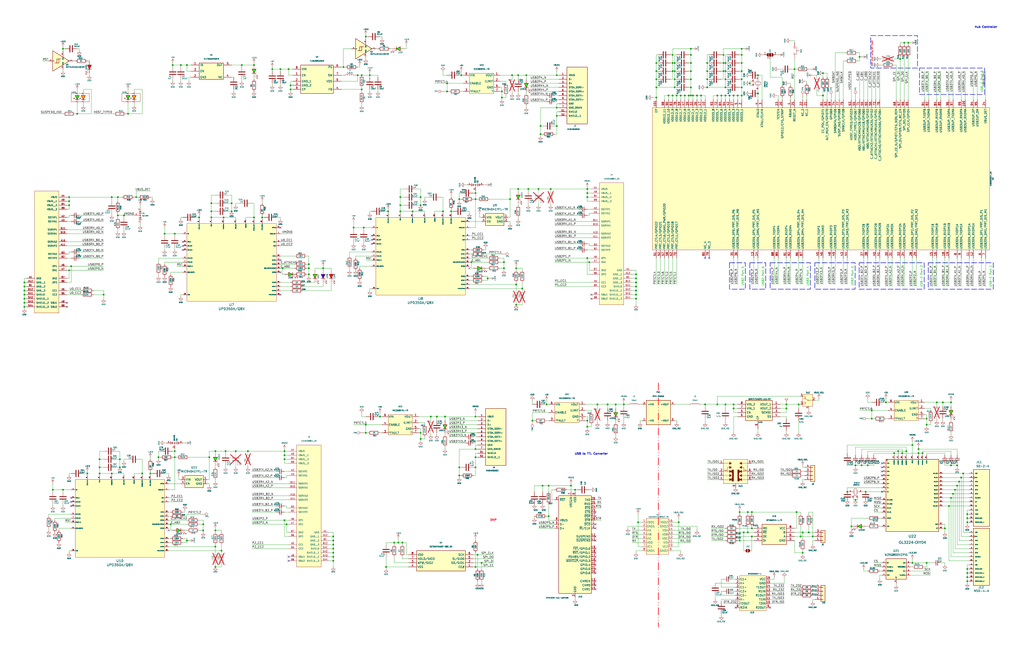
<source format=kicad_sch>
(kicad_sch (version 20250114) (generator "eeschema") (generator_version "9.0")
  (paper "User" 640 420)
  (title_block (title "Type-c Hub") (date "2026-02-16") (rev "1.0") (company "Mehmet Kutsal Sarsu"))
  (lib_symbols
    (symbol "12401598E4_2A:12401598E4_2A" (pin_names (offset 1.016))
      (property "Reference" "J" (at 3.556 39.624 0))
      (property "Value" "12401598E4_2A" (at -7.366 -40.132 0))
      (symbol "12401598E4_2A_0_0"
        (pin power_in line (at -12.7 34.29 0) (length 5.08) (name "VBUS") (number "A4"))
        (pin power_in line (at -12.7 31.75 0) (length 5.08) (name "VBUS__1") (number "A9"))
        (pin power_in line (at -12.7 29.21 0) (length 5.08) (name "VBUS__2") (number "B4"))
        (pin power_in line (at -12.7 26.67 0) (length 5.08) (name "VBUS__3") (number "B9"))
        (pin passive line (at -12.7 21.59 0) (length 5.08) (name "SSTXP1") (number "A2"))
        (pin passive line (at -12.7 19.05 0) (length 5.08) (name "SSTXN1") (number "A3"))
        (pin passive line (at -12.7 13.97 0) (length 5.08) (name "SSRXP1") (number "B11"))
        (pin passive line (at -12.7 11.43 0) (length 5.08) (name "SSRXN1") (number "B10"))
        (pin passive line (at -12.7 6.35 0) (length 5.08) (name "SSRXN2") (number "A10"))
        (pin passive line (at -12.7 3.81 0) (length 5.08) (name "SSRXP2") (number "A11"))
        (pin passive line (at -12.7 -1.27 0) (length 5.08) (name "SSTXN2") (number "B3"))
        (pin passive line (at -12.7 -3.81 0) (length 5.08) (name "SSTXP2") (number "B2"))
        (pin passive line (at -12.7 -8.89 0) (length 5.08) (name "DP1") (number "A6"))
        (pin passive line (at -12.7 -11.43 0) (length 5.08) (name "DN1") (number "A7"))
        (pin passive line (at -12.7 -16.51 0) (length 5.08) (name "DN2") (number "B7"))
        (pin passive line (at -12.7 -19.05 0) (length 5.08) (name "DP2") (number "B6"))
        (pin passive line (at -12.7 -24.13 0) (length 5.08) (name "CC1") (number "A5"))
        (pin passive line (at -12.7 -26.67 0) (length 5.08) (name "CC2") (number "B5"))
        (pin passive line (at -12.7 -31.75 0) (length 5.08) (name "SBU1") (number "A8"))
        (pin passive line (at -12.7 -34.29 0) (length 5.08) (name "SBU2") (number "B8"))
        (pin power_in line (at 12.7 -16.51 180) (length 5.08) (name "GND") (number "A1"))
        (pin power_in line (at 12.7 -19.05 180) (length 5.08) (name "GND__1") (number "A12"))
        (pin power_in line (at 12.7 -21.59 180) (length 5.08) (name "GND__2") (number "B1"))
        (pin power_in line (at 12.7 -24.13 180) (length 5.08) (name "GND__3") (number "B12"))
        (pin power_in line (at 12.7 -26.67 180) (length 5.08) (name "SHIELD") (number "SH1"))
        (pin power_in line (at 12.7 -29.21 180) (length 5.08) (name "SHIELD__1") (number "SH2"))
        (pin power_in line (at 12.7 -31.75 180) (length 5.08) (name "SHIELD__2") (number "SH3"))
        (pin power_in line (at 12.7 -34.29 180) (length 5.08) (name "SHIELD__3") (number "SH4"))
      )
    )
    (symbol "484050003:0484050003" (pin_names (offset 1.016))
      (property "Reference" "J" (at -1.016 15.748 0))
      (property "Value" "0484050003" (at -6.35 -22.86 0))
      (symbol "0484050003_0_0"
        (pin power_in line (at -11.43 10.16 0) (length 5.08) (name "VBUS") (number "1"))
        (pin bidirectional line (at -11.43 7.62 0) (length 5.08) (name "D-") (number "2"))
        (pin bidirectional line (at -11.43 5.08 0) (length 5.08) (name "D+") (number "3"))
        (pin bidirectional line (at -11.43 2.54 0) (length 5.08) (name "STDA_SSRX-") (number "5"))
        (pin bidirectional line (at -11.43 0 0) (length 5.08) (name "STDA_SSRX+") (number "6"))
        (pin bidirectional line (at -11.43 -2.54 0) (length 5.08) (name "STDA_SSTX-") (number "8"))
        (pin bidirectional line (at -11.43 -5.08 0) (length 5.08) (name "STDA_SSTX+") (number "9"))
        (pin power_in line (at -11.43 -7.62 0) (length 5.08) (name "GND") (number "4"))
        (pin power_in line (at -11.43 -10.16 0) (length 5.08) (name "GND_DRAIN") (number "7"))
        (pin passive line (at -11.43 -12.7 0) (length 5.08) (name "SHIELD") (number "S1"))
        (pin passive line (at -11.43 -15.24 0) (length 5.08) (name "SHIELD__1") (number "S2"))
      )
    )
    (symbol "ADM7171ACPZ-3_3-R7:ADM7171ACPZ-3.3-R7"
      (property "Reference" "IC" (at 5.842 7.62 0))
      (property "Value" "ADM7171ACPZ-3.3-R7" (at 5.842 5.08 0))
      (symbol "ADM7171ACPZ-3.3-R7_1_1"
        (pin passive line (at 0 0 0) (length 5.08) (name "VIN_2") (number "8"))
        (pin passive line (at 0 -2.54 0) (length 5.08) (name "VIN_1") (number "7"))
        (pin passive line (at 0 -5.08 0) (length 5.08) (name "EN") (number "5"))
        (pin passive line (at 0 -7.62 0) (length 5.08) (name "GND") (number "6"))
        (pin passive line (at 12.7 -15.24 90) (length 5.08) (name "EP") (number "9"))
        (pin passive line (at 26.67 0 180) (length 5.08) (name "VOUT_1") (number "1"))
        (pin passive line (at 26.67 -2.54 180) (length 5.08) (name "VOUT_2") (number "2"))
        (pin passive line (at 26.67 -5.08 180) (length 5.08) (name "SENSE") (number "3"))
        (pin passive line (at 26.67 -7.62 180) (length 5.08) (name "SS") (number "4"))
      )
    )
    (symbol "ADUM341:ADUM341E0BRWZ-RL" (pin_names (offset 0.254))
      (property "Reference" "U" (at 20.32 10.16 0))
      (property "Value" "ADUM341E0BRWZ-RL" (at 20.32 7.62 0))
      (symbol "ADUM341E0BRWZ-RL_0_1"
        (pin power_in line (at 0 0 0) (length 2.54) (name "VDD1") (number "1"))
        (pin power_out line (at 0 -2.54 0) (length 2.54) (name "GND1") (number "2"))
        (pin input line (at 0 -5.08 0) (length 2.54) (name "VIA") (number "3"))
        (pin input line (at 0 -7.62 0) (length 2.54) (name "VIB") (number "4"))
        (pin input line (at 0 -10.16 0) (length 2.54) (name "VIC") (number "5"))
        (pin output line (at 0 -12.7 0) (length 2.54) (name "VOD") (number "6"))
        (pin input line (at 0 -15.24 0) (length 2.54) (name "VE1") (number "7"))
        (pin power_out line (at 0 -17.78 0) (length 2.54) (name "GND1") (number "8"))
        (pin power_in line (at 19.05 0 180) (length 2.54) (name "VDD2") (number "16"))
        (pin power_out line (at 19.05 -2.54 180) (length 2.54) (name "GND2") (number "15"))
        (pin output line (at 19.05 -5.08 180) (length 2.54) (name "VOA") (number "14"))
        (pin output line (at 19.05 -7.62 180) (length 2.54) (name "VOB") (number "13"))
        (pin output line (at 19.05 -10.16 180) (length 2.54) (name "VOC") (number "12"))
        (pin input line (at 19.05 -12.7 180) (length 2.54) (name "VID") (number "11"))
        (pin input line (at 19.05 -15.24 180) (length 2.54) (name "VE2") (number "10"))
        (pin power_out line (at 19.05 -17.78 180) (length 2.54) (name "GND2") (number "9"))
      )
    )
    (symbol "B2612UDNB20D000312U1930:Bi_Colour_0606_LED"
      (property "Reference" "LED" (at 5.334 -4.826 0))
      (symbol "Bi_Colour_0606_LED_1_1"
        (pin passive line (at -2.54 3.81 270) (length 2.54) (name "") (number "2"))
        (pin passive line (at -2.54 -3.81 90) (length 2.54) (name "") (number "1"))
        (pin passive line (at 1.27 3.81 270) (length 2.54) (name "") (number "3"))
        (pin passive line (at 1.27 -3.81 90) (length 2.54) (name "") (number "4"))
      )
    )
    (symbol "C_1" (pin_numbers (hide yes)) (pin_names (offset 0.254))
      (property "Reference" "C31" (at 0.762 -2.032 0))
      (property "Value" "0.1uF" (at 0.762 -3.302 0))
      (symbol "C_1_1_1"
        (pin passive line (at 0 2.54 270) (length 1.524) (name "~") (number "1"))
        (pin passive line (at 0 -2.54 90) (length 1.524) (name "~") (number "2"))
      )
    )
    (symbol "Connector:TestPoint" (pin_numbers (hide yes)) (pin_names (offset 0.762) (hide yes))
      (property "Reference" "TP" (at 0 6.858 0))
      (property "Value" "TestPoint" (at 0 5.08 0))
      (symbol "TestPoint_1_1"
        (pin passive line (at 0 0 90) (length 2.54) (name "1") (number "1"))
      )
    )
    (symbol "Connector_Generic:Conn_01x03" (pin_names (offset 1.016) (hide yes))
      (property "Reference" "J" (at 0 5.08 0))
      (property "Value" "Conn_01x03" (at 0 -5.08 0))
      (symbol "Conn_01x03_1_1"
        (pin passive line (at -5.08 2.54 0) (length 3.81) (name "Pin_1") (number "1"))
        (pin passive line (at -5.08 0 0) (length 3.81) (name "Pin_2") (number "2"))
        (pin passive line (at -5.08 -2.54 0) (length 3.81) (name "Pin_3") (number "3"))
      )
    )
    (symbol "Connector_Generic:Conn_01x04" (pin_names (offset 1.016) (hide yes))
      (property "Reference" "J" (at 0 5.08 0))
      (property "Value" "Conn_01x04" (at 0 -7.62 0))
      (symbol "Conn_01x04_1_1"
        (pin passive line (at -5.08 2.54 0) (length 3.81) (name "Pin_1") (number "1"))
        (pin passive line (at -5.08 0 0) (length 3.81) (name "Pin_2") (number "2"))
        (pin passive line (at -5.08 -2.54 0) (length 3.81) (name "Pin_3") (number "3"))
        (pin passive line (at -5.08 -5.08 0) (length 3.81) (name "Pin_4") (number "4"))
      )
    )
    (symbol "Device:C" (pin_numbers (hide yes)) (pin_names (offset 0.254))
      (property "Reference" "C" (at 0.635 2.54 0))
      (property "Value" "C" (at 0.635 -2.54 0))
      (symbol "C_1_1"
        (pin passive line (at 0 3.81 270) (length 2.794) (name "~") (number "1"))
        (pin passive line (at 0 -3.81 90) (length 2.794) (name "~") (number "2"))
      )
    )
    (symbol "Device:C_Small" (pin_numbers (hide yes)) (pin_names (offset 0.254) (hide yes))
      (property "Reference" "C" (at 0.254 1.778 0))
      (property "Value" "C_Small" (at 0.254 -2.032 0))
      (symbol "C_Small_1_1"
        (pin passive line (at 0 2.54 270) (length 2.032) (name "~") (number "1"))
        (pin passive line (at 0 -2.54 90) (length 2.032) (name "~") (number "2"))
      )
    )
    (symbol "Device:L" (pin_numbers (hide yes)) (pin_names (offset 1.016) (hide yes))
      (property "Reference" "L" (at -1.27 0 90))
      (property "Value" "L" (at 1.905 0 90))
      (symbol "L_1_1"
        (pin passive line (at 0 3.81 270) (length 1.27) (name "1") (number "1"))
        (pin passive line (at 0 -3.81 90) (length 1.27) (name "2") (number "2"))
      )
    )
    (symbol "Device:R" (pin_numbers (hide yes)) (pin_names (offset 0))
      (property "Reference" "R" (at 2.032 0 90))
      (property "Value" "R" (at 0 0 90))
      (symbol "R_1_1"
        (pin passive line (at 0 3.81 270) (length 1.27) (name "~") (number "1"))
        (pin passive line (at 0 -3.81 90) (length 1.27) (name "~") (number "2"))
      )
    )
    (symbol "Diode:BAV99" (pin_names (hide yes))
      (property "Reference" "D1" (at 1.27 1.27 90))
      (property "Value" "BAV99" (at -0.254 1.27 90))
      (symbol "BAV99_1_1"
        (pin passive line (at -5.08 0 0) (length 2.54) (name "K") (number "1"))
        (pin passive line (at 0 -3.81 90) (length 2.54) (name "K") (number "3"))
        (pin passive line (at 5.08 0 180) (length 2.54) (name "A") (number "2"))
      )
    )
    (symbol "GL3224:GL3224-OIY04"
      (property "Reference" "U1" (at -1.016 9.144 0))
      (property "Value" "GL3224-OIY04" (at -8.382 6.096 0))
      (symbol "GL3224-OIY04_0_0"
        (pin unspecified line (at -19.05 20.32 0) (length 2.54) (name "TXN") (number "1"))
        (pin unspecified line (at -19.05 17.78 0) (length 2.54) (name "TXP") (number "2"))
        (pin unspecified line (at -19.05 15.24 0) (length 2.54) (name "RXN") (number "4"))
        (pin unspecified line (at -19.05 12.7 0) (length 2.54) (name "RXP") (number "5"))
        (pin unspecified line (at -19.05 10.16 0) (length 2.54) (name "DP") (number "32"))
        (pin unspecified line (at -19.05 7.62 0) (length 2.54) (name "DM") (number "31"))
        (pin unspecified line (at -19.05 5.08 0) (length 2.54) (name "X1") (number "6"))
        (pin unspecified line (at -19.05 2.54 0) (length 2.54) (name "X2") (number "7"))
        (pin unspecified line (at -19.05 -2.54 0) (length 2.54) (name "SPI_MISO") (number "10"))
        (pin unspecified line (at -19.05 -5.08 0) (length 2.54) (name "SPI_MOSI") (number "11"))
        (pin unspecified line (at -19.05 -7.62 0) (length 2.54) (name "SPI_CK") (number "12"))
        (pin unspecified line (at -19.05 -10.16 0) (length 2.54) (name "SPI_CS") (number "13"))
        (pin unspecified line (at -19.05 -13.97 0) (length 2.54) (name "RTERM") (number "9"))
        (pin unspecified line (at -19.05 -19.05 0) (length 2.54) (name "LED") (number "14"))
        (pin unspecified line (at -11.43 25.4 270) (length 2.54) (name "AVDD33") (number "8"))
        (pin unspecified line (at -8.89 25.4 270) (length 2.54) (name "AVDD12") (number "3"))
        (pin unspecified line (at -6.35 25.4 270) (length 2.54) (name "DVDD33") (number "16"))
        (pin unspecified line (at -3.81 25.4 270) (length 2.54) (name "DVDD12") (number "17"))
        (pin unspecified line (at 0 25.4 270) (length 2.54) (name "VBUS") (number "15"))
        (pin unspecified line (at 3.81 25.4 270) (length 2.54) (name "AVDD33") (number "30"))
        (pin unspecified line (at 6.35 25.4 270) (length 2.54) (name "DVDD33") (number "25"))
        (pin unspecified line (at 8.89 25.4 270) (length 2.54) (name "VUHSI") (number "24"))
        (pin unspecified line (at 19.05 13.97 180) (length 2.54) (name "SD_VCC") (number "26"))
        (pin unspecified line (at 19.05 11.43 180) (length 2.54) (name "SD_CK") (number "20"))
        (pin unspecified line (at 19.05 8.89 180) (length 2.54) (name "SD_CM") (number "21"))
        (pin unspecified line (at 19.05 6.35 180) (length 2.54) (name "SD_D0") (number "19"))
        (pin unspecified line (at 19.05 3.81 180) (length 2.54) (name "SD_D1") (number "18"))
        (pin unspecified line (at 19.05 1.27 180) (length 2.54) (name "SD_D2") (number "23"))
        (pin unspecified line (at 19.05 -1.27 180) (length 2.54) (name "SD_D3") (number "22"))
        (pin unspecified line (at 19.05 -3.81 180) (length 2.54) (name "SD_WP") (number "28"))
        (pin unspecified line (at 19.05 -6.35 180) (length 2.54) (name "SD_CDZ") (number "29"))
        (pin unspecified line (at 19.05 -17.78 180) (length 2.54) (name "GND") (number "27"))
        (pin unspecified line (at 19.05 -20.32 180) (length 2.54) (name "EP") (number "33"))
      )
    )
    (symbol "Interface_USB:CP2102N-Axx-xQFN28"
      (property "Reference" "U" (at -8.89 31.75 0))
      (property "Value" "CP2102N-Axx-xQFN28" (at 12.7 31.75 0))
      (symbol "CP2102N-Axx-xQFN28_1_1"
        (pin input line (at -12.7 27.94 0) (length 2.54) (name "~{RST}") (number "9"))
        (pin input line (at -12.7 15.24 0) (length 2.54) (name "VBUS") (number "8"))
        (pin bidirectional line (at -12.7 12.7 0) (length 2.54) (name "D-") (number "5"))
        (pin bidirectional line (at -12.7 10.16 0) (length 2.54) (name "D+") (number "4"))
        (pin no_connect line (at -10.16 -27.94 0) (length 2.54) (hide yes) (name "NC") (number "10"))
        (pin power_in line (at -2.54 33.02 270) (length 2.54) (name "VREGIN") (number "7"))
        (pin power_in line (at 0 33.02 270) (length 2.54) (name "VDD") (number "6"))
        (pin passive line (at 0 -33.02 90) (length 2.54) (hide yes) (name "GND") (number "29"))
        (pin power_in line (at 0 -33.02 90) (length 2.54) (name "GND") (number "3"))
        (pin output line (at 12.7 27.94 180) (length 2.54) (name "TXD") (number "26"))
        (pin input line (at 12.7 25.4 180) (length 2.54) (name "RXD") (number "25"))
        (pin output line (at 12.7 22.86 180) (length 2.54) (name "~{RTS}") (number "24"))
        (pin input line (at 12.7 20.32 180) (length 2.54) (name "~{CTS}") (number "23"))
        (pin input line (at 12.7 17.78 180) (length 2.54) (name "~{DSR}") (number "27"))
        (pin output line (at 12.7 15.24 180) (length 2.54) (name "~{DTR}") (number "28"))
        (pin input line (at 12.7 12.7 180) (length 2.54) (name "~{DCD}") (number "1"))
        (pin bidirectional line (at 12.7 10.16 180) (length 2.54) (name "~{RI}/CLK") (number "2"))
        (pin output line (at 12.7 5.08 180) (length 2.54) (name "SUSPEND") (number "12"))
        (pin output line (at 12.7 2.54 180) (length 2.54) (name "~{SUSPEND}") (number "11"))
        (pin bidirectional line (at 12.7 -2.54 180) (length 2.54) (name "~{TXT}/GPIO.0") (number "19"))
        (pin bidirectional line (at 12.7 -5.08 180) (length 2.54) (name "~{RXT}/GPIO.1") (number "18"))
        (pin bidirectional line (at 12.7 -7.62 180) (length 2.54) (name "RS485/GPIO.2") (number "17"))
        (pin bidirectional line (at 12.7 -10.16 180) (length 2.54) (name "~{WAKEUP}/GPIO.3") (number "16"))
        (pin bidirectional line (at 12.7 -12.7 180) (length 2.54) (name "GPIO.4") (number "22"))
        (pin bidirectional line (at 12.7 -15.24 180) (length 2.54) (name "GPIO.5") (number "21"))
        (pin bidirectional line (at 12.7 -17.78 180) (length 2.54) (name "GPIO.6") (number "20"))
        (pin output line (at 12.7 -22.86 180) (length 2.54) (name "CHREN") (number "13"))
        (pin output line (at 12.7 -25.4 180) (length 2.54) (name "CHR0") (number "15"))
        (pin output line (at 12.7 -27.94 180) (length 2.54) (name "CHR1") (number "14"))
      )
    )
    (symbol "Jumper:SolderJumper_2_Open" (pin_numbers (hide yes)) (pin_names (offset 0) (hide yes)) (exclude_from_sim yes) (in_bom no)
      (property "Reference" "JP2" (at 0 2.54 0))
      (symbol "SolderJumper_2_Open_1_1"
        (pin passive line (at -2.54 0 0) (length 1.27) (name "A") (number "1"))
        (pin passive line (at 2.54 0 180) (length 1.27) (name "B") (number "2"))
      )
    )
    (symbol "Jumper:SolderJumper_3_Open" (pin_names (offset 0) (hide yes)) (exclude_from_sim yes) (in_bom no)
      (property "Reference" "JP1" (at 0 1.27 90))
      (symbol "SolderJumper_3_Open_1_1"
        (pin passive line (at -3.81 0 0) (length 1.27) (name "A") (number "1"))
        (pin passive line (at 0 -2.54 90) (length 1.27) (name "C") (number "2"))
        (pin passive line (at 3.81 0 180) (length 1.27) (name "B") (number "3"))
      )
    )
    (symbol "LED_3" (pin_numbers (hide yes)) (pin_names (offset 1.016) (hide yes))
      (property "Reference" "LED6" (at 0.0635 -5.334 0))
      (property "Value" "LED" (at 0.0635 -3.556 0))
      (symbol "LED_3_1_1"
        (pin passive line (at -3.81 0 0) (length 2.54) (name "K") (number "1"))
        (pin passive line (at 3.81 0 180) (length 2.54) (name "A") (number "2"))
      )
    )
    (symbol "LED_4" (pin_numbers (hide yes)) (pin_names (offset 1.016) (hide yes))
      (property "Reference" "LED2" (at 0 -5.08 0))
      (property "Value" "CHG" (at 0 -2.54 0))
      (symbol "LED_4_1_1"
        (pin passive line (at -3.81 0 0) (length 2.54) (name "K") (number "1"))
        (pin passive line (at 3.81 0 180) (length 2.54) (name "A") (number "2"))
      )
    )
    (symbol "LED_5" (pin_numbers (hide yes)) (pin_names (offset 1.016) (hide yes))
      (property "Reference" "LED3" (at 0 -5.08 0))
      (property "Value" "CHG" (at 0 -2.54 0))
      (symbol "LED_5_1_1"
        (pin passive line (at -3.81 0 0) (length 2.54) (name "K") (number "1"))
        (pin passive line (at 3.81 0 180) (length 2.54) (name "A") (number "2"))
      )
    )
    (symbol "MIC2009YML:MIC2009YML-TR" (pin_names (offset 0.254))
      (property "Reference" "U" (at 35.56 10.16 0))
      (property "Value" "MIC2009YML-TR" (at 35.56 7.62 0))
      (symbol "MIC2009YML-TR_0_1"
        (pin input line (at 3.81 0 0) (length 3.81) (name "VIN") (number "6"))
        (pin input line (at 3.81 -5.08 0) (length 3.81) (name "ENABLE") (number "4"))
        (pin output line (at 3.81 -10.16 0) (length 3.81) (name "*FAULT") (number "3"))
        (pin output line (at 26.67 0 180) (length 3.81) (name "VOUT") (number "1"))
        (pin input line (at 26.67 -3.81 180) (length 3.81) (name "ILIMIT") (number "2"))
        (pin power_in line (at 26.67 -7.62 180) (length 3.81) (name "GND") (number "5"))
        (pin unspecified line (at 26.67 -10.16 180) (length 3.81) (name "7") (number "7"))
      )
    )
    (symbol "MIC94041YFL:MIC94041YFL-TR"
      (property "Reference" "IC" (at 0.254 7.62 0))
      (property "Value" "MIC94041YFL-TR" (at 0.254 5.08 0))
      (symbol "MIC94041YFL-TR_1_1"
        (pin passive line (at 0 0 0) (length 2.54) (name "VIN") (number "3"))
        (pin passive line (at 0 -2.54 0) (length 2.54) (name "EN") (number "4"))
        (pin passive line (at 16.51 0 180) (length 2.54) (name "VOUT") (number "1"))
        (pin passive line (at 16.51 -2.54 180) (length 2.54) (name "GND") (number "2"))
      )
    )
    (symbol "MSD-4-A:MSD-4-A" (pin_names (offset 1.016))
      (property "Reference" "J12" (at 1.27 1.2701 0))
      (property "Value" "MSD-4-A" (at -1.524 -1.778 0))
      (symbol "MSD-4-A_0_0"
        (pin power_in line (at -12.7 15.24 0) (length 2.54) (name "VDD") (number "4"))
        (pin input clock (at -12.7 12.7 0) (length 2.54) (name "CLK") (number "5"))
        (pin bidirectional line (at -12.7 10.16 0) (length 2.54) (name "CMD") (number "3"))
        (pin bidirectional line (at -12.7 7.62 0) (length 2.54) (name "DAT0") (number "7"))
        (pin bidirectional line (at -12.7 5.08 0) (length 2.54) (name "DAT1") (number "8"))
        (pin bidirectional line (at -12.7 2.54 0) (length 2.54) (name "DAT2") (number "1"))
        (pin bidirectional line (at -12.7 0 0) (length 2.54) (name "CD/DAT3") (number "2"))
        (pin passive line (at -12.7 -2.54 0) (length 2.54) (name "CD") (number "CD"))
        (pin power_in line (at -12.7 -5.08 0) (length 2.54) (name "VSS") (number "6"))
        (pin power_in line (at -12.7 -7.62 0) (length 2.54) (name "COVER_GND") (number "G1"))
        (pin power_in line (at -12.7 -10.16 0) (length 2.54) (name "COVER_GND__1") (number "G2"))
        (pin power_in line (at -12.7 -12.7 0) (length 2.54) (name "COVER_GND__2") (number "G3"))
        (pin power_in line (at -12.7 -15.24 0) (length 2.54) (name "COVER_GND__3") (number "G4"))
      )
    )
    (symbol "OS102011MA1QN1:OS102011MA1QN1" (pin_names (offset 0.254))
      (property "Reference" "SW" (at 10.16 7.62 0))
      (property "Value" "OS102011MA1QN1" (at 10.16 5.08 0))
      (symbol "OS102011MA1QN1_1_1"
        (pin unspecified line (at 0 2.54 0) (length 1.27) (name "") (number "1"))
        (pin unspecified line (at 0 -2.54 0) (length 1.27) (name "") (number "3"))
        (pin unspecified line (at 5.08 -5.08 90) (length 1.27) (name "") (number "4"))
        (pin unspecified line (at 5.08 -5.08 90) (length 1.27) (hide yes) (name "") (number "5"))
        (pin unspecified line (at 8.89 0 180) (length 1.27) (name "") (number "2"))
      )
    )
    (symbol "OS203011MA2QP1:OS203011MA2QP1" (pin_names (offset 0.254))
      (property "Reference" "SW" (at 1.016 8.636 0))
      (property "Value" "OS203011MA2QP1" (at 1.524 10.922 0))
      (symbol "OS203011MA2QP1_1_1"
        (text "Com" (at -6.35 0.762 0) (effects (font (size 0.508 0.508) (bold yes))))
        (text "Com" (at 6.35 0.762 0) (effects (font (size 0.508 0.508) (bold yes))))
        (pin unspecified line (at -10.16 5.08 0) (length 2.54) (name "") (number "1"))
        (pin unspecified line (at -10.16 0 0) (length 2.54) (name "") (number "2"))
        (pin unspecified line (at -10.16 -2.54 0) (length 2.54) (name "") (number "3"))
        (pin unspecified line (at -10.16 -5.08 0) (length 2.54) (name "") (number "4"))
        (pin unspecified line (at 0 -10.16 90) (length 2.54) (name "") (number "9"))
        (pin unspecified line (at 10.16 5.08 180) (length 2.54) (name "") (number "5"))
        (pin unspecified line (at 10.16 0 180) (length 2.54) (name "") (number "6"))
        (pin unspecified line (at 10.16 -2.54 180) (length 2.54) (name "") (number "7"))
        (pin unspecified line (at 10.16 -5.08 180) (length 2.54) (name "") (number "8"))
      )
    )
    (symbol "RFM-0505S:RFM-0505S" (pin_names (offset 1.016))
      (property "Reference" "PS" (at -10.16 8.89 0))
      (property "Value" "RFM-0505S" (at -10.16 -10.16 0))
      (symbol "RFM-0505S_0_0"
        (pin input line (at -10.16 5.08 0) (length 2.54) (name "+VIN") (number "2"))
        (pin input line (at -10.16 -5.08 0) (length 2.54) (name "-VIN") (number "1"))
        (pin output line (at 10.16 5.08 180) (length 2.54) (name "+VOUT") (number "4"))
        (pin output line (at 10.16 -5.08 180) (length 2.54) (name "-VOUT") (number "3"))
      )
    )
    (symbol "SD-2-A:SD-2-A" (pin_names (offset 1.016))
      (property "Reference" "J11" (at 11.43 -1.2699 0))
      (property "Value" "SD-2-A" (at 11.43 -3.8099 0))
      (symbol "SD-2-A_0_0"
        (pin power_in line (at -12.7 12.7 0) (length 2.54) (name "VDD") (number "4"))
        (pin input clock (at -12.7 10.16 0) (length 2.54) (name "CLK") (number "5"))
        (pin bidirectional line (at -12.7 7.62 0) (length 2.54) (name "CMD") (number "2"))
        (pin bidirectional line (at -12.7 5.08 0) (length 2.54) (name "DAT0") (number "7"))
        (pin bidirectional line (at -12.7 2.54 0) (length 2.54) (name "DAT1") (number "8"))
        (pin bidirectional line (at -12.7 0 0) (length 2.54) (name "DAT2") (number "9"))
        (pin bidirectional line (at -12.7 -2.54 0) (length 2.54) (name "CD/DAT3") (number "1"))
        (pin passive line (at -12.7 -5.08 0) (length 2.54) (name "WP") (number "WP"))
        (pin passive line (at -12.7 -7.62 0) (length 2.54) (name "CD") (number "CD"))
        (pin power_in line (at -12.7 -10.16 0) (length 2.54) (name "VSS1") (number "3"))
        (pin power_in line (at -12.7 -12.7 0) (length 2.54) (name "VSS2") (number "6"))
        (pin power_in line (at -12.7 -15.24 0) (length 2.54) (name "COVER_GND") (number "G1"))
        (pin power_in line (at -12.7 -17.78 0) (length 2.54) (name "COVER_GND__1") (number "G2"))
      )
    )
    (symbol "SN74LVC1G14DCKR:SN74LVC1G14DCKR" (pin_names (offset 0.254))
      (property "Reference" "U" (at 27.94 10.16 0))
      (property "Value" "SN74LVC1G14DCKR" (at 27.94 7.62 0))
      (symbol "SN74LVC1G14DCKR_0_1"
        (pin input line (at 0 0 0) (length 2.54) (name "A") (number "2"))
        (pin power_in line (at 8.89 -5.08 90) (length 2.54) (name "GND") (number "3"))
      )
      (symbol "SN74LVC1G14DCKR_1_1"
        (pin unspecified line (at 0 2.54 0) (length 2.54) (hide yes) (name "NC") (number "1"))
        (pin power_in line (at 8.89 6.35 270) (length 3.81) (name "VCC") (number "5"))
        (pin output line (at 15.24 0 180) (length 2.54) (name "Y") (number "4"))
      )
    )
    (symbol "SP3232EEY_L:SP3232EEY-L" (pin_names (offset 0.254))
      (property "Reference" "U" (at 22.86 10.16 0))
      (property "Value" "SP3232EEY-L" (at 20.32 7.62 0))
      (symbol "SP3232EEY-L_0_1"
        (pin unspecified line (at 0 0 0) (length 2.54) (name "C1+") (number "1"))
        (pin power_in line (at 0 -2.54 0) (length 2.54) (name "V+") (number "2"))
        (pin unspecified line (at 0 -5.08 0) (length 2.54) (name "C1-") (number "3"))
        (pin unspecified line (at 0 -7.62 0) (length 2.54) (name "C2+") (number "4"))
        (pin unspecified line (at 0 -10.16 0) (length 2.54) (name "C2-") (number "5"))
        (pin power_in line (at 0 -12.7 0) (length 2.54) (name "V-") (number "6"))
        (pin output line (at 0 -15.24 0) (length 2.54) (name "T2OUT") (number "7"))
        (pin input line (at 0 -17.78 0) (length 2.54) (name "R2IN") (number "8"))
        (pin power_in line (at 21.59 0 180) (length 2.54) (name "VCC") (number "16"))
        (pin power_out line (at 21.59 -2.54 180) (length 2.54) (name "GND") (number "15"))
        (pin output line (at 21.59 -5.08 180) (length 2.54) (name "T1OUT") (number "14"))
        (pin input line (at 21.59 -7.62 180) (length 2.54) (name "R1IN") (number "13"))
        (pin output line (at 21.59 -10.16 180) (length 2.54) (name "R1OUT") (number "12"))
        (pin input line (at 21.59 -12.7 180) (length 2.54) (name "T1IN") (number "11"))
        (pin input line (at 21.59 -15.24 180) (length 2.54) (name "T2IN") (number "10"))
        (pin output line (at 21.59 -17.78 180) (length 2.54) (name "R2OUT") (number "9"))
      )
    )
    (symbol "SST26VF016BT-80E_SN:SST26VF016BT-80E_SN"
      (property "Reference" "IC" (at 36.83 7.62 0))
      (property "Value" "SST26VF016BT-80E_SN" (at 36.83 5.08 0))
      (symbol "SST26VF016BT-80E_SN_1_1"
        (pin passive line (at 0 0 0) (length 5.08) (name "VDD") (number "8"))
        (pin passive line (at 0 -2.54 0) (length 5.08) (name "HOLD/SIO3") (number "7"))
        (pin passive line (at 0 -5.08 0) (length 5.08) (name "WP#/SIO2") (number "3"))
        (pin passive line (at 0 -7.62 0) (length 5.08) (name "VSS") (number "4"))
        (pin passive line (at 40.64 0 180) (length 5.08) (name "SCK") (number "6"))
        (pin passive line (at 40.64 -2.54 180) (length 5.08) (name "SI/SIO0") (number "5"))
        (pin passive line (at 40.64 -5.08 180) (length 5.08) (name "SO/SIO1") (number "2"))
        (pin passive line (at 40.64 -7.62 180) (length 5.08) (name "CE#") (number "1"))
      )
    )
    (symbol "SchematicLibrary:R" (pin_numbers (hide yes)) (pin_names (offset 0))
      (property "Reference" "R" (at 2.032 0 90))
      (property "Value" "R" (at 0 0 90))
      (symbol "R_1_1"
        (pin passive line (at 0 3.81 270) (length 1.27) (name "~") (number "1"))
        (pin passive line (at 0 -3.81 90) (length 1.27) (name "~") (number "2"))
      )
    )
    (symbol "SchematicLibrary:SP485REN-L_TR"
      (property "Reference" "IC" (at 21.59 7.62 0))
      (property "Value" "SP485REN-L_TR" (at 21.59 5.08 0))
      (symbol "SP485REN-L_TR_1_1"
        (pin passive line (at 0 0 0) (length 5.08) (name "RO") (number "1"))
        (pin passive line (at 0 -2.54 0) (length 5.08) (name "~{RE}") (number "2"))
        (pin passive line (at 0 -5.08 0) (length 5.08) (name "DE") (number "3"))
        (pin passive line (at 0 -7.62 0) (length 5.08) (name "DI") (number "4"))
        (pin passive line (at 25.4 0 180) (length 5.08) (name "VCC") (number "8"))
        (pin passive line (at 25.4 -2.54 180) (length 5.08) (name "B") (number "7"))
        (pin passive line (at 25.4 -5.08 180) (length 5.08) (name "A") (number "6"))
        (pin passive line (at 25.4 -7.62 180) (length 5.08) (name "GND") (number "5"))
      )
    )
    (symbol "Switch:SW_Push" (pin_numbers (hide yes)) (pin_names (offset 1.016) (hide yes))
      (property "Reference" "SW1" (at 0 4.064 0))
      (symbol "SW_Push_0_1"
        (pin passive line (at -5.08 0 0) (length 2.54) (name "1") (number "1"))
        (pin passive line (at 5.08 0 180) (length 2.54) (name "2") (number "2"))
      )
      (symbol "SW_Push_1_1"
        (pin passive line (at -5.08 0 0) (length 2.54) (name "3") (number "3"))
      )
    )
    (symbol "TLV62084DSGR:TLV62084DSGR"
      (property "Reference" "IC" (at 26.67 7.62 0))
      (property "Value" "TLV62084DSGR" (at 26.67 5.08 0))
      (symbol "TLV62084DSGR_1_1"
        (pin passive line (at 0 0 0) (length 5.08) (name "VIN") (number "8"))
        (pin passive line (at 0 -3.81 0) (length 5.08) (name "EN") (number "1"))
        (pin passive line (at 0 -7.62 0) (length 5.08) (name "GND_1") (number "2"))
        (pin passive line (at 0 -10.16 0) (length 5.08) (name "GND_2") (number "3"))
        (pin passive line (at 0 -12.7 0) (length 5.08) (name "EP") (number "9"))
        (pin passive line (at 30.48 1.27 180) (length 5.08) (name "PG") (number "6"))
        (pin passive line (at 30.48 -3.81 180) (length 5.08) (name "SW") (number "7"))
        (pin passive line (at 30.48 -7.62 180) (length 5.08) (name "VOS") (number "5"))
        (pin passive line (at 30.48 -12.7 180) (length 5.08) (name "FB") (number "4"))
      )
    )
    (symbol "TLV75533PDBVR:TLV75533PDBVR"
      (property "Reference" "IC" (at 21.59 7.62 0))
      (property "Value" "TLV75533PDBVR" (at 21.59 5.08 0))
      (symbol "TLV75533PDBVR_1_1"
        (pin passive line (at 0 1.27 0) (length 5.08) (name "IN") (number "1"))
        (pin passive line (at 0 -2.54 0) (length 5.08) (name "EN") (number "3"))
        (pin passive line (at 0 -6.35 0) (length 5.08) (name "GND") (number "2"))
        (pin passive line (at 25.4 1.27 180) (length 5.08) (name "OUT") (number "5"))
        (pin passive line (at 25.4 -6.35 180) (length 5.08) (name "NC") (number "4"))
      )
    )
    (symbol "UPD350A_Q8X:UPD350A_Q8X" (pin_names (offset 0.254))
      (property "Reference" "U" (at 34.036 -7.62 0))
      (property "Value" "UPD350A/Q8X" (at 32.004 -13.462 0))
      (symbol "UPD350A_Q8X_1_1"
        (pin power_in line (at 0 0 0) (length 2.54) (name "VS") (number "2"))
        (pin unspecified line (at 0 -5.08 0) (length 2.54) (name "IRQ_N") (number "21"))
        (pin bidirectional line (at 0 -7.62 0) (length 2.54) (name "I2C_DAT") (number "13"))
        (pin bidirectional line (at 0 -10.16 0) (length 2.54) (name "I2C_CLK") (number "15"))
        (pin unspecified line (at 0 -15.24 0) (length 2.54) (name "CFG_SEL") (number "5"))
        (pin unspecified line (at 0 -17.78 0) (length 2.54) (name "PWR_DN") (number "7"))
        (pin input line (at 0 -20.32 0) (length 2.54) (name "RESET_N") (number "22"))
        (pin unspecified line (at 0 -24.13 0) (length 2.54) (name "OCS_COMP1") (number "6"))
        (pin power_out line (at 0 -38.1 0) (length 2.54) (name "VSS") (number "29"))
        (pin power_in line (at 10.16 8.89 270) (length 2.54) (name "3V3_ALW") (number "8"))
        (pin power_in line (at 17.78 8.89 270) (length 2.54) (name "VSW") (number "9"))
        (pin power_in line (at 25.4 8.89 270) (length 2.54) (name "VDD33IO") (number "12"))
        (pin power_in line (at 33.02 8.89 270) (length 2.54) (name "VDD_I2C") (number "14"))
        (pin power_in line (at 39.37 8.89 270) (length 2.54) (name "VDD18") (number "20"))
        (pin power_in line (at 44.45 8.89 270) (length 2.54) (name "VDD18_CAP") (number "11"))
        (pin power_in line (at 49.53 8.89 270) (length 2.54) (name "3V3_VBUS") (number "10"))
        (pin bidirectional line (at 60.96 3.81 180) (length 2.54) (name "GPIO5") (number "24"))
        (pin unspecified line (at 60.96 0 180) (length 2.54) (name "VBUS_DET") (number "4"))
        (pin unspecified line (at 60.96 -5.08 180) (length 2.54) (name "CC1") (number "3"))
        (pin unspecified line (at 60.96 -7.62 180) (length 2.54) (name "CC2") (number "1"))
        (pin bidirectional line (at 60.96 -13.97 180) (length 2.54) (name "GPO4") (number "23"))
        (pin bidirectional line (at 60.96 -16.51 180) (length 2.54) (name "GPIO1") (number "17"))
        (pin bidirectional line (at 60.96 -19.05 180) (length 2.54) (name "GPIO3") (number "19"))
        (pin bidirectional line (at 60.96 -21.59 180) (length 2.54) (name "OCS_COMP2/GPIO2") (number "18"))
        (pin bidirectional line (at 60.96 -24.13 180) (length 2.54) (name "GPIO0") (number "16"))
        (pin bidirectional line (at 60.96 -30.48 180) (length 2.54) (name "GPIO6") (number "25"))
        (pin bidirectional line (at 60.96 -33.02 180) (length 2.54) (name "GPIO7") (number "26"))
        (pin bidirectional line (at 60.96 -35.56 180) (length 2.54) (name "GPIO8") (number "27"))
        (pin bidirectional line (at 60.96 -38.1 180) (length 2.54) (name "HPD/GPIO9") (number "28"))
      )
    )
    (symbol "USB5926CT_KD:USB5926CT_KD"
      (property "Reference" "IC" (at 14.986 111.76 0))
      (property "Value" "USB5926CT_KD" (at 14.224 109.474 0))
      (symbol "USB5926CT_KD_1_1"
        (pin passive line (at -49.53 102.87 0) (length 5.08) (name "VBUS_DET") (number "24"))
        (pin passive line (at -49.53 97.79 0) (length 5.08) (name "USB2UP_DM") (number "95"))
        (pin passive line (at -49.53 95.25 0) (length 5.08) (name "USB2UP_DP") (number "94"))
        (pin passive line (at -49.53 90.17 0) (length 5.08) (name "USB3UP_RXDMA") (number "100"))
        (pin passive line (at -49.53 87.63 0) (length 5.08) (name "USB3UP_RXDPA") (number "99"))
        (pin passive line (at -49.53 82.55 0) (length 5.08) (name "USB3UP_TXDMA") (number "97"))
        (pin passive line (at -49.53 80.01 0) (length 5.08) (name "USB3UP_TXDPA") (number "96"))
        (pin passive line (at -49.53 74.93 0) (length 5.08) (name "USB3UP_RXDMB") (number "85"))
        (pin passive line (at -49.53 72.39 0) (length 5.08) (name "USB3UP_RXDPB") (number "84"))
        (pin passive line (at -49.53 67.31 0) (length 5.08) (name "USB3UP_TXDMB") (number "82"))
        (pin passive line (at -49.53 64.77 0) (length 5.08) (name "USB3UP_TXDPB") (number "81"))
        (pin passive line (at -49.53 54.61 0) (length 5.08) (name "SPI_CLK/GPIO4") (number "65"))
        (pin passive line (at -49.53 52.07 0) (length 5.08) (name "SPI_DO/GPIO5") (number "66"))
        (pin passive line (at -49.53 49.53 0) (length 5.08) (name "SPI_DI/GPIO9/CFG_BC_EN") (number "67"))
        (pin passive line (at -49.53 46.99 0) (length 5.08) (name "SPI_CE_N/GPIO7/CFG_NON_REM") (number "68"))
        (pin passive line (at -49.53 36.83 0) (length 5.08) (name "C_ATTACH0/ATTACHMUX0A/GPIO64") (number "76"))
        (pin passive line (at -49.53 34.29 0) (length 5.08) (name "C_ATTACH1/ATTACHMUX1A/GPIO1") (number "73"))
        (pin passive line (at -49.53 31.75 0) (length 5.08) (name "C_ATTACH2/ATTACHMUX2A/GPIO2") (number "56"))
        (pin passive line (at -49.53 29.21 0) (length 5.08) (name "AB0/ATTACHMUX0B/GPIO3") (number "60"))
        (pin passive line (at -49.53 26.67 0) (length 5.08) (name "AB1/ATTACHMUX1B/GPIO65") (number "50"))
        (pin passive line (at -49.53 24.13 0) (length 5.08) (name "AB2/ATTACHMUX2B/GPIO66") (number "71"))
        (pin passive line (at -49.53 21.59 0) (length 5.08) (name "HOST_TYPE1/GPIO67") (number "55"))
        (pin passive line (at -49.53 19.05 0) (length 5.08) (name "HOST_TYPE0/GPIO23") (number "53"))
        (pin passive line (at -49.53 13.97 0) (length 5.08) (name "SMBCLK/GPIO8") (number "75"))
        (pin passive line (at -49.53 11.43 0) (length 5.08) (name "SUSP_IND/GPIO68") (number "77"))
        (pin passive line (at -49.53 8.89 0) (length 5.08) (name "SMBDATA/GPIO6") (number "74"))
        (pin passive line (at -49.53 6.35 0) (length 5.08) (name "GPIO69") (number "69"))
        (pin passive line (at -49.53 3.81 0) (length 5.08) (name "ALT_MUX_EN/GPIO70") (number "63"))
        (pin passive line (at -49.53 1.27 0) (length 5.08) (name "CC_POL/GPIO71") (number "61"))
        (pin passive line (at -49.53 -8.89 0) (length 5.08) (name "NC_1") (number "21"))
        (pin passive line (at -49.53 -11.43 0) (length 5.08) (name "NC_2") (number "22"))
        (pin passive line (at -49.53 -16.51 0) (length 5.08) (name "RESET_N") (number "25"))
        (pin passive line (at -49.53 -19.05 0) (length 5.08) (name "RBIAS") (number "1"))
        (pin passive line (at -49.53 -24.13 0) (length 5.08) (name "GPIO12/CFG_STRAP") (number "20"))
        (pin passive line (at -49.53 -26.67 0) (length 5.08) (name "TESTEN") (number "23"))
        (pin passive line (at -49.53 -36.83 0) (length 5.08) (name "XTALI/CLKIN") (number "3"))
        (pin passive line (at -49.53 -39.37 0) (length 5.08) (name "XTALO") (number "4"))
        (pin passive line (at -49.53 -49.53 0) (length 5.08) (name "VDD33_1") (number "2"))
        (pin passive line (at -49.53 -52.07 0) (length 5.08) (name "VDD33_2") (number "5"))
        (pin passive line (at -49.53 -54.61 0) (length 5.08) (name "VDD33_3") (number "27"))
        (pin passive line (at -49.53 -57.15 0) (length 5.08) (name "VDD33_4") (number "42"))
        (pin passive line (at -49.53 -59.69 0) (length 5.08) (name "VDD33_5") (number "54"))
        (pin passive line (at -49.53 -62.23 0) (length 5.08) (name "VDD33_6") (number "64"))
        (pin passive line (at -49.53 -64.77 0) (length 5.08) (name "VDD33_7") (number "72"))
        (pin passive line (at -49.53 -67.31 0) (length 5.08) (name "VDD33_8") (number "93"))
        (pin passive line (at -49.53 -72.39 0) (length 5.08) (name "VDD12_1") (number "10"))
        (pin passive line (at -49.53 -74.93 0) (length 5.08) (name "VDD12_2") (number "17"))
        (pin passive line (at -49.53 -77.47 0) (length 5.08) (name "VDD12_3") (number "26"))
        (pin passive line (at -49.53 -80.01 0) (length 5.08) (name "VDD12_4") (number "32"))
        (pin passive line (at -49.53 -82.55 0) (length 5.08) (name "VDD12_5") (number "39"))
        (pin passive line (at -49.53 -85.09 0) (length 5.08) (name "VDD12_6") (number "47"))
        (pin passive line (at -49.53 -87.63 0) (length 5.08) (name "VDD12_7") (number "59"))
        (pin passive line (at -49.53 -90.17 0) (length 5.08) (name "VDD12_8") (number "78"))
        (pin passive line (at -49.53 -92.71 0) (length 5.08) (name "VDD12_9") (number "83"))
        (pin passive line (at -49.53 -95.25 0) (length 5.08) (name "VDD12_10") (number "90"))
        (pin passive line (at -49.53 -97.79 0) (length 5.08) (name "VDD12_11") (number "98"))
        (pin passive line (at -49.53 -102.87 0) (length 5.08) (name "EP") (number "101"))
        (pin passive line (at 49.53 102.87 180) (length 5.08) (name "USB2DN_DM1/PRT_DIS_M1") (number "7"))
        (pin passive line (at 49.53 100.33 180) (length 5.08) (name "USB2DN_DP1/PRT_DIS_P1") (number "6"))
        (pin passive line (at 49.53 95.25 180) (length 5.08) (name "USB3DN_RXDM1A") (number "12"))
        (pin passive line (at 49.53 92.71 180) (length 5.08) (name "USB3DN_RXDP1A") (number "11"))
        (pin passive line (at 49.53 87.63 180) (length 5.08) (name "USB3DN_TXDM1A") (number "9"))
        (pin passive line (at 49.53 85.09 180) (length 5.08) (name "USB3DN_TXDP1A") (number "8"))
        (pin passive line (at 49.53 80.01 180) (length 5.08) (name "USB3DN_RXDM1B") (number "19"))
        (pin passive line (at 49.53 77.47 180) (length 5.08) (name "USB3DN_RXDP1B") (number "18"))
        (pin passive line (at 49.53 72.39 180) (length 5.08) (name "USB3DN_TXDM1B") (number "16"))
        (pin passive line (at 49.53 69.85 180) (length 5.08) (name "USB3DN_TXDP1B") (number "15"))
        (pin passive line (at 49.53 59.69 180) (length 5.08) (name "USB2DN_DM2/PRT_DIS_M2") (number "29"))
        (pin passive line (at 49.53 57.15 180) (length 5.08) (name "USB2DN_DP2/PRT_DIS_P2") (number "28"))
        (pin passive line (at 49.53 52.07 180) (length 5.08) (name "USB3DN_RXDM2A") (number "34"))
        (pin passive line (at 49.53 49.53 180) (length 5.08) (name "USB3DN_RXDP2A") (number "33"))
        (pin passive line (at 49.53 44.45 180) (length 5.08) (name "USB3DN_TXDM2A") (number "31"))
        (pin passive line (at 49.53 41.91 180) (length 5.08) (name "USB3DN_TXDP2A") (number "30"))
        (pin passive line (at 49.53 36.83 180) (length 5.08) (name "USB3DN_RXDM2B") (number "41"))
        (pin passive line (at 49.53 34.29 180) (length 5.08) (name "USB3DN_RXDP2B") (number "40"))
        (pin passive line (at 49.53 29.21 180) (length 5.08) (name "USB3DN_TXDM2B") (number "38"))
        (pin passive line (at 49.53 26.67 180) (length 5.08) (name "USB3DN_TXDP2B") (number "37"))
        (pin passive line (at 49.53 16.51 180) (length 5.08) (name "USB2DN_DM3/PRT_DIS_M3") (number "44"))
        (pin passive line (at 49.53 13.97 180) (length 5.08) (name "USB2DN_DP3/PRT_DIS_P3") (number "43"))
        (pin passive line (at 49.53 8.89 180) (length 5.08) (name "USB3DN_RXDM3") (number "49"))
        (pin passive line (at 49.53 6.35 180) (length 5.08) (name "USB3DN_RXDP3") (number "48"))
        (pin passive line (at 49.53 1.27 180) (length 5.08) (name "USB3DN_TXDM3") (number "46"))
        (pin passive line (at 49.53 -1.27 180) (length 5.08) (name "USB3DN_TXDP3") (number "45"))
        (pin passive line (at 49.53 -11.43 180) (length 5.08) (name "USB2DN_DM4/PRT_DIS_M4") (number "87"))
        (pin passive line (at 49.53 -13.97 180) (length 5.08) (name "USB2DN_DP4/PRT_DIS_P4") (number "86"))
        (pin passive line (at 49.53 -19.05 180) (length 5.08) (name "USB3DN_RXDM4") (number "92"))
        (pin passive line (at 49.53 -21.59 180) (length 5.08) (name "USB3DN_RXDP4") (number "91"))
        (pin passive line (at 49.53 -26.67 180) (length 5.08) (name "USB3DN_TXDM4") (number "89"))
        (pin passive line (at 49.53 -29.21 180) (length 5.08) (name "USB3DN_TXDP4") (number "88"))
        (pin passive line (at 49.53 -39.37 180) (length 5.08) (name "USB2DN_DM5/PRT_DIS_M5") (number "14"))
        (pin passive line (at 49.53 -41.91 180) (length 5.08) (name "USB2DN_DP5/PRT_DIS_P5") (number "13"))
        (pin passive line (at 49.53 -52.07 180) (length 5.08) (name "USB2DN_DM6/PRT_DIS_M6") (number "36"))
        (pin passive line (at 49.53 -54.61 180) (length 5.08) (name "USB2DN_DP6/PRT_DIS_P6") (number "35"))
        (pin passive line (at 49.53 -69.85 180) (length 5.08) (name "NC_3") (number "79"))
        (pin passive line (at 49.53 -72.39 180) (length 5.08) (name "NC_4") (number "80"))
        (pin passive line (at 49.53 -90.17 180) (length 5.08) (name "PRT_CTL1/GPIO17") (number "70"))
        (pin passive line (at 49.53 -92.71 180) (length 5.08) (name "PRT_CTL5/GPIO18") (number "62"))
        (pin passive line (at 49.53 -95.25 180) (length 5.08) (name "PRT_CTL2/GPIO19") (number "58"))
        (pin passive line (at 49.53 -97.79 180) (length 5.08) (name "PRT_CTL6/GANG_PWR/GPIO20") (number "57"))
        (pin passive line (at 49.53 -100.33 180) (length 5.08) (name "PRT_CTL3/GPIO21") (number "52"))
        (pin passive line (at 49.53 -102.87 180) (length 5.08) (name "PRT_CTL4/GPIO22") (number "51"))
      )
    )
    (symbol "VXM7-9013-25M0000000:VXM7-9013-25M0000000" (pin_names (offset 0.254))
      (property "Reference" "XTAL1" (at 6.35 5.08 0))
      (symbol "VXM7-9013-25M0000000_1_1"
        (pin unspecified line (at 0 0 0) (length 1.27) (name "") (number "1"))
        (pin unspecified line (at 2.54 -3.81 90) (length 1.27) (name "") (number "2"))
        (pin unspecified line (at 5.08 -3.81 90) (length 1.27) (name "") (number "4"))
        (pin unspecified line (at 7.62 0 180) (length 1.27) (name "") (number "3"))
      )
    )
    (symbol "W25Q80DVZPIG:W25Q80DVZPIG"
      (property "Reference" "IC" (at 41.91 7.62 0))
      (property "Value" "W25Q80DVZPIG" (at 41.91 5.08 0))
      (symbol "W25Q80DVZPIG_1_1"
        (pin passive line (at 0 0 0) (length 2.54) (name "~{CS}") (number "1"))
        (pin passive line (at 0 -2.54 0) (length 2.54) (name "DO_(IO1_)") (number "2"))
        (pin passive line (at 0 -5.08 0) (length 2.54) (name "~{WP_(IO2_)}") (number "3"))
        (pin passive line (at 0 -7.62 0) (length 2.54) (name "GND") (number "4"))
        (pin passive line (at 8.89 -12.7 90) (length 2.54) (name "EP") (number "9"))
        (pin passive line (at 17.78 0 180) (length 2.54) (name "VCC") (number "8"))
        (pin passive line (at 17.78 -2.54 180) (length 2.54) (name "~{HOLD_(IO3_)}") (number "7"))
        (pin passive line (at 17.78 -5.08 180) (length 2.54) (name "CLK") (number "6"))
        (pin passive line (at 17.78 -7.62 180) (length 2.54) (name "DI_(IO0_)") (number "5"))
      )
    )
    (symbol "power:+1V2" (power) (pin_numbers (hide yes)) (pin_names (offset 0) (hide yes))
      (property "Value" "+1V2" (at 0 3.556 0))
      (symbol "+1V2_1_1"
        (pin power_in line (at 0 0 90) (length 0) (name "~") (number "1"))
      )
    )
    (symbol "power:+3V3" (power) (pin_numbers (hide yes)) (pin_names (offset 0) (hide yes))
      (property "Value" "+3V3" (at 0 3.556 0))
      (symbol "+3V3_1_1"
        (pin power_in line (at 0 0 90) (length 0) (name "~") (number "1"))
      )
    )
    (symbol "power:+5V" (power) (pin_numbers (hide yes)) (pin_names (offset 0) (hide yes))
      (property "Value" "+5V" (at 0 3.556 0))
      (symbol "+5V_1_1"
        (pin power_in line (at 0 0 90) (length 0) (name "~") (number "1"))
      )
    )
    (symbol "power:GND" (power) (pin_numbers (hide yes)) (pin_names (offset 0) (hide yes))
      (property "Value" "GND" (at 0 -3.81 0))
      (symbol "GND_1_1"
        (pin power_in line (at 0 0 270) (length 0) (name "~") (number "1"))
      )
    )
    (symbol "power:PWR_FLAG" (power) (pin_numbers (hide yes)) (pin_names (offset 0) (hide yes))
      (property "Value" "PWR_FLAG" (at 0 3.81 0))
      (symbol "PWR_FLAG_0_0"
        (pin power_out line (at 0 0 90) (length 0) (name "~") (number "1"))
      )
    )
    (symbol "power:VBUS" (power) (pin_numbers (hide yes)) (pin_names (offset 0) (hide yes))
      (property "Value" "VBUS" (at 0 3.556 0))
      (symbol "VBUS_1_1"
        (pin power_in line (at 0 0 90) (length 0) (name "~") (number "1"))
      )
    )
  )
  (rectangle (start 465.836 164.211) (end 455.93 180.721) (stroke (width 0.3) (type dash)))
  (rectangle (start 506.476 164.211) (end 481.33 180.721) (stroke (width 0.3) (type dash)))
  (rectangle (start 534.416 164.211) (end 509.27 180.721) (stroke (width 0.3) (type dash)))
  (rectangle (start 620.776 164.211) (end 580.136 180.721) (stroke (width 0.3) (type dash)))
  (rectangle (start 577.596 164.211) (end 536.956 180.721) (stroke (width 0.3) (type dash)))
  (rectangle (start 478.536 164.211) (end 468.63 180.721) (stroke (width 0.3) (type dash)))
  (rectangle (start 615.315 42.545) (end 574.675 59.055) (stroke (width 0.3) (type dash)))
  (rectangle (start 573.405 22.225) (end 544.195 42.545) (stroke (width 0.3) (type dash)))
  (text "Hub Controller" (at 616.204 17.018 0) (effects (font (size 1.27 1.27) (thickness 0.254) (bold yes))))
  (text "DNP when using SPI flash" (at 545.084 33.528 90) (effects (font (size 0.8 0.8) (thickness 0.16) (bold yes))))
  (text "USB2 Port 5" (at 464.185 172.72 90) (effects (font (size 1.25 1.25) (thickness 0.16) (bold yes))))
  (text "USB2 Port 6" (at 476.885 172.72 90) (effects (font (size 1.25 1.25) (thickness 0.16) (bold yes))))
  (text "USB3 Port 4" (at 504.825 172.72 90) (effects (font (size 1.25 1.25) (thickness 0.16) (bold yes))))
  (text "DNP" (at 308.356 325.12 0) (effects (font (size 1.27 1.27) (thickness 0.254) (bold yes))))
  (text "USB-C Port 1" (at 619.125 172.72 90) (effects (font (size 1.25 1.25) (thickness 0.16) (bold yes))))
  (text "USB-C Port 0" (at 613.664 51.054 90) (effects (font (size 1.25 1.25) (thickness 0.16) (bold yes))))
  (text "USB3 Port 3" (at 532.765 172.72 90) (effects (font (size 1.25 1.25) (thickness 0.16) (bold yes))))
  (text "USB-C Port 2" (at 575.945 172.72 90) (effects (font (size 1.25 1.25) (thickness 0.16) (bold yes))))
  (text "USB to TTL Converter" (at 369.57 283.718 0) (effects (font (size 1.27 1.27) (thickness 0.254) (bold yes))))
  (junction (at 604.52 326.39))
  (junction (at 595.63 308.61))
  (junction (at 69.85 123.19))
  (junction (at 39.37 306.07))
  (junction (at 177.8 287.02))
  (junction (at 237.49 260.35))
  (junction (at 431.8 39.37))
  (junction (at 562.61 36.83))
  (junction (at 397.51 186.69))
  (junction (at 463.55 34.29))
  (junction (at 604.52 323.85))
  (junction (at 330.2 118.11))
  (junction (at 452.12 34.29))
  (junction (at 139.7 135.89))
  (junction (at 287.02 292.1))
  (junction (at 64.77 184.15))
  (junction (at 598.17 290.83))
  (junction (at 144.78 132.08))
  (junction (at 297.18 280.67))
  (junction (at 420.37 39.37))
  (junction (at 389.89 252.73))
  (junction (at 15.24 179.07))
  (junction (at 127 327.66))
  (junction (at 441.96 39.37))
  (junction (at 499.11 252.73))
  (junction (at 529.59 307.34))
  (junction (at 102.87 146.05))
  (junction (at 467.36 332.74))
  (junction (at 109.22 285.75))
  (junction (at 347.98 46.99))
  (junction (at 601.98 295.91))
  (junction (at 453.39 49.53))
  (junction (at 231.14 46.99))
  (junction (at 469.9 320.04))
  (junction (at 208.28 345.44))
  (junction (at 320.04 46.99))
  (junction (at 421.64 44.45))
  (junction (at 74.93 287.02))
  (junction (at 561.34 281.94))
  (junction (at 193.04 171.45))
  (junction (at 410.21 60.96))
  (junction (at 158.75 40.64))
  (junction (at 193.04 165.1))
  (junction (at 420.37 59.69))
  (junction (at 431.8 49.53))
  (junction (at 574.04 283.21))
  (junction (at 452.12 39.37))
  (junction (at 132.08 132.08))
  (junction (at 347.98 78.74))
  (junction (at 297.18 120.65))
  (junction (at 106.68 327.66))
  (junction (at 553.72 251.46))
  (junction (at 604.52 355.6))
  (junction (at 600.71 298.45))
  (junction (at 427.99 59.69))
  (junction (at 397.51 176.53))
  (junction (at 379.73 252.73))
  (junction (at 424.18 326.39))
  (junction (at 208.28 342.9))
  (junction (at 116.84 337.82))
  (junction (at 15.24 186.69))
  (junction (at 463.55 49.53))
  (junction (at 279.4 57.15))
  (junction (at 347.98 67.31))
  (junction (at 431.8 44.45))
  (junction (at 228.6 265.43))
  (junction (at 397.51 184.15))
  (junction (at 440.69 252.73))
  (junction (at 441.96 49.53))
  (junction (at 473.71 58.42))
  (junction (at 431.8 54.61))
  (junction (at 367.03 266.7))
  (junction (at 257.81 132.08))
  (junction (at 534.67 312.42))
  (junction (at 163.83 135.89))
  (junction (at 88.9 295.91))
  (junction (at 226.06 55.88))
  (junction (at 438.15 59.69))
  (junction (at 469.9 335.28))
  (junction (at 344.17 118.11))
  (junction (at 15.24 181.61))
  (junction (at 544.83 261.62))
  (junction (at 177.8 284.48))
  (junction (at 140.97 281.94))
  (junction (at 468.63 52.07))
  (junction (at 107.95 40.64))
  (junction (at 80.01 71.12))
  (junction (at 314.96 163.83))
  (junction (at 458.47 255.27))
  (junction (at 448.31 59.69))
  (junction (at 452.12 44.45))
  (junction (at 373.38 252.73))
  (junction (at 223.52 46.99))
  (junction (at 147.32 281.94))
  (junction (at 421.64 54.61))
  (junction (at 300.99 351.79))
  (junction (at 228.6 270.51))
  (junction (at 15.24 184.15))
  (junction (at 297.18 285.75))
  (junction (at 410.21 49.53))
  (junction (at 435.61 59.69))
  (junction (at 461.01 59.69))
  (junction (at 417.83 59.69))
  (junction (at 226.06 46.99))
  (junction (at 356.87 303.53))
  (junction (at 514.35 45.72))
  (junction (at 368.3 163.83))
  (junction (at 314.96 167.64))
  (junction (at 538.48 290.83))
  (junction (at 220.98 142.24))
  (junction (at 297.18 260.35))
  (junction (at 304.8 173.99))
  (junction (at 453.39 59.69))
  (junction (at 367.03 161.29))
  (junction (at 337.82 78.74))
  (junction (at 594.36 251.46))
  (junction (at 441.96 54.61))
  (junction (at 596.9 306.07))
  (junction (at 208.28 340.36))
  (junction (at 410.21 44.45))
  (junction (at 589.28 251.46))
  (junction (at 109.22 281.94))
  (junction (at 43.18 125.73))
  (junction (at 422.91 59.69))
  (junction (at 593.09 316.23))
  (junction (at 318.77 124.46))
  (junction (at 473.71 46.99))
  (junction (at 322.58 167.64))
  (junction (at 551.18 307.34))
  (junction (at 269.24 260.35))
  (junction (at 134.62 331.47))
  (junction (at 448.31 252.73))
  (junction (at 250.19 128.27))
  (junction (at 505.46 332.74))
  (junction (at 326.39 180.34))
  (junction (at 590.55 330.2))
  (junction (at 347.98 72.39))
  (junction (at 410.21 54.61))
  (junction (at 574.04 280.67))
  (junction (at 336.55 118.11))
  (junction (at 604.52 360.68))
  (junction (at 359.41 306.07))
  (junction (at 342.9 303.53))
  (junction (at 534.67 290.83))
  (junction (at 33.02 306.07))
  (junction (at 151.13 40.64))
  (junction (at 462.28 337.82))
  (junction (at 69.85 295.91))
  (junction (at 74.93 292.1))
  (junction (at 431.8 30.48))
  (junction (at 455.93 59.69))
  (junction (at 177.8 281.94))
  (junction (at 208.28 337.82))
  (junction (at 287.02 124.46))
  (junction (at 450.85 59.69))
  (junction (at 579.12 261.62))
  (junction (at 179.07 327.66))
  (junction (at 177.8 325.12))
  (junction (at 410.21 39.37))
  (junction (at 287.02 297.18))
  (junction (at 323.85 118.11))
  (junction (at 463.55 30.48))
  (junction (at 250.19 123.19))
  (junction (at 599.44 300.99))
  (junction (at 15.24 176.53))
  (junction (at 127 331.47))
  (junction (at 463.55 54.61))
  (junction (at 397.51 179.07))
  (junction (at 250.19 132.08))
  (junction (at 85.09 123.19))
  (junction (at 594.36 290.83))
  (junction (at 130.81 285.75))
  (junction (at 458.47 59.69))
  (junction (at 313.69 60.96))
  (junction (at 604.52 358.14))
  (junction (at 420.37 44.45))
  (junction (at 15.24 191.77))
  (junction (at 241.3 354.33))
  (junction (at 397.51 171.45))
  (junction (at 566.42 281.94))
  (junction (at 138.43 344.17))
  (junction (at 248.92 339.09))
  (junction (at 453.39 54.61))
  (junction (at 43.18 123.19))
  (junction (at 339.09 303.53))
  (junction (at 467.36 320.04))
  (junction (at 453.39 39.37))
  (junction (at 425.45 59.69))
  (junction (at 421.64 39.37))
  (junction (at 201.93 167.64))
  (junction (at 113.03 40.64))
  (junction (at 297.18 354.33))
  (junction (at 542.29 290.83))
  (junction (at 273.05 260.35))
  (junction (at 565.15 26.67))
  (junction (at 73.66 134.62))
  (junction (at 541.02 307.34))
  (junction (at 93.98 295.91))
  (junction (at 384.81 252.73))
  (junction (at 62.23 295.91))
  (junction (at 297.18 124.46))
  (junction (at 228.6 22.86))
  (junction (at 278.13 260.35))
  (junction (at 367.03 123.19))
  (junction (at 491.49 252.73))
  (junction (at 420.37 34.29))
  (junction (at 262.89 270.51))
  (junction (at 463.55 59.69))
  (junction (at 496.57 43.18))
  (junction (at 491.49 255.27))
  (junction (at 458.47 252.73))
  (junction (at 604.52 363.22))
  (junction (at 181.61 53.34))
  (junction (at 54.61 295.91))
  (junction (at 227.33 142.24))
  (junction (at 246.38 339.09))
  (junction (at 288.29 46.99))
  (junction (at 262.89 274.32))
  (junction (at 397.51 173.99))
  (junction (at 604.52 321.31))
  (junction (at 532.13 328.93))
  (junction (at 134.62 341.63))
  (junction (at 158.75 135.89))
  (junction (at 281.94 132.08))
  (junction (at 469.9 330.2))
  (junction (at 563.88 283.21))
  (junction (at 433.07 59.69))
  (junction (at 367.03 262.89))
  (junction (at 251.46 339.09))
  (junction (at 421.64 49.53))
  (junction (at 15.24 189.23))
  (junction (at 180.34 43.18))
  (junction (at 453.39 252.73))
  (junction (at 598.17 303.53))
  (junction (at 262.89 123.19))
  (junction (at 109.22 146.05))
  (junction (at 262.89 128.27))
  (junction (at 332.74 262.89))
  (junction (at 514.35 59.69))
  (junction (at 594.36 311.15))
  (junction (at 77.47 134.62))
  (junction (at 570.23 351.79))
  (junction (at 144.78 127))
  (junction (at 44.45 166.37))
  (junction (at 39.37 30.48))
  (junction (at 154.94 281.94))
  (junction (at 497.84 320.04))
  (junction (at 176.53 167.64))
  (junction (at 508 335.28))
  (junction (at 431.8 59.69))
  (junction (at 464.82 332.74))
  (junction (at 567.69 26.67))
  (junction (at 537.21 35.56))
  (junction (at 124.46 135.89))
  (junction (at 570.23 278.13))
  (junction (at 132.08 127))
  (junction (at 501.65 332.74))
  (junction (at 544.83 256.54))
  (junction (at 341.63 252.73))
  (junction (at 431.8 34.29))
  (junction (at 328.93 46.99))
  (junction (at 462.28 320.04))
  (junction (at 43.18 128.27))
  (junction (at 276.86 132.08))
  (junction (at 99.06 285.75))
  (junction (at 500.38 335.28))
  (junction (at 170.18 43.18))
  (junction (at 208.28 347.98))
  (junction (at 193.04 167.64))
  (junction (at 398.78 326.39))
  (junction (at 579.12 351.79))
  (junction (at 242.57 132.08))
  (junction (at 62.23 287.02))
  (junction (at 181.61 55.88))
  (junction (at 208.28 350.52))
  (junction (at 585.47 251.46))
  (junction (at 214.63 41.91))
  (junction (at 132.08 135.89))
  (junction (at 43.18 168.91))
  (junction (at 322.58 190.5))
  (junction (at 48.26 71.12))
  (junction (at 297.18 292.1))
  (junction (at 463.55 39.37))
  (junction (at 116.84 40.64))
  (junction (at 576.58 283.21))
  (junction (at 134.62 354.33))
  (junction (at 441.96 44.45))
  (junction (at 367.03 118.11))
  (junction (at 175.26 43.18))
  (junction (at 294.64 163.83))
  (junction (at 558.8 283.21))
  (junction (at 62.23 292.1))
  (junction (at 342.9 322.58))
  (junction (at 279.4 52.07))
  (junction (at 298.45 346.71))
  (junction (at 397.51 181.61))
  (junction (at 322.58 177.8))
  (junction (at 430.53 59.69))
  (junction (at 73.66 123.19))
  (junction (at 579.12 265.43))
  (junction (at 337.82 83.82))
  (junction (at 463.55 44.45))
  (junction (at 134.62 281.94))
  (junction (at 501.65 345.44))
  (junction (at 208.28 335.28))
  (junction (at 453.39 44.45))
  (junction (at 367.03 120.65))
  (junction (at 313.69 57.15))
  (junction (at 323.85 46.99))
  (no_connect (at 293.37 167.64))
  (no_connect (at 372.11 355.6))
  (no_connect (at 175.26 162.56))
  (no_connect (at 41.91 191.77))
  (no_connect (at 372.11 358.14))
  (no_connect (at 372.11 363.22))
  (no_connect (at 459.74 379.73))
  (no_connect (at 551.18 294.64))
  (no_connect (at 372.11 322.58))
  (no_connect (at 372.11 353.06))
  (no_connect (at 232.41 147.32))
  (no_connect (at 114.3 153.67))
  (no_connect (at 180.34 347.98))
  (no_connect (at 551.18 292.1))
  (no_connect (at 114.3 151.13))
  (no_connect (at 41.91 189.23))
  (no_connect (at 44.45 316.23))
  (no_connect (at 369.57 184.15))
  (no_connect (at 372.11 345.44))
  (no_connect (at 180.34 350.52))
  (no_connect (at 372.11 347.98))
  (no_connect (at 443.23 161.29))
  (no_connect (at 481.33 379.73))
  (no_connect (at 372.11 330.2))
  (no_connect (at 372.11 342.9))
  (no_connect (at 369.57 186.69))
  (no_connect (at 114.3 156.21))
  (no_connect (at 175.26 142.24))
  (no_connect (at 232.41 149.86))
  (no_connect (at 175.26 170.18))
  (no_connect (at 232.41 152.4))
  (no_connect (at 551.18 289.56))
  (no_connect (at 440.69 161.29))
  (no_connect (at 44.45 313.69))
  (no_connect (at 551.18 297.18))
  (no_connect (at 175.26 184.15))
  (no_connect (at 372.11 365.76))
  (no_connect (at 105.41 331.47))
  (no_connect (at 372.11 368.3))
  (no_connect (at 44.45 311.15))
  (no_connect (at 372.11 320.04))
  (no_connect (at 372.11 327.66))
  (no_connect (at 372.11 350.52))
  (no_connect (at 372.11 337.82))
  (no_connect (at 372.11 335.28))
  (wire (pts (xy 322.58 176.53) (xy 322.58 177.8)))
  (wire (pts (xy 62.23 287.02) (xy 62.23 292.1)))
  (wire (pts (xy 589.28 251.46) (xy 589.28 254)))
  (wire (pts (xy 563.88 283.21) (xy 563.88 280.67)))
  (wire (pts (xy 427.99 59.69) (xy 425.45 59.69)))
  (wire (pts (xy 494.03 297.18) (xy 487.68 297.18)))
  (wire (pts (xy 33.02 307.34) (xy 33.02 306.07)))
  (wire (pts (xy 344.17 128.27) (xy 344.17 127)))
  (wire (pts (xy 562.61 27.94) (xy 562.61 26.67)))
  (wire (pts (xy 463.55 39.37) (xy 463.55 34.29)))
  (wire (pts (xy 119.38 44.45) (xy 116.84 44.45)))
  (wire (pts (xy 134.62 281.94) (xy 134.62 283.21)))
  (wire (pts (xy 99.06 285.75) (xy 100.33 285.75)))
  (wire (pts (xy 394.97 331.47) (xy 401.32 331.47)))
  (wire (pts (xy 552.45 251.46) (xy 553.72 251.46)))
  (wire (pts (xy 224.79 41.91) (xy 224.79 40.64)))
  (wire (pts (xy 594.36 289.56) (xy 594.36 290.83)))
  (wire (pts (xy 579.12 265.43) (xy 581.66 265.43)))
  (wire (pts (xy 228.6 22.86) (xy 229.87 22.86)))
  (wire (pts (xy 594.36 290.83) (xy 598.17 290.83)))
  (wire (pts (xy 41.91 125.73) (xy 43.18 125.73)))
  (wire (pts (xy 367.03 125.73) (xy 367.03 123.19)))
  (wire (pts (xy 604.52 323.85) (xy 604.52 326.39)))
  (wire (pts (xy 411.48 39.37) (xy 410.21 39.37)))
  (wire (pts (xy 99.06 287.02) (xy 99.06 285.75)))
  (wire (pts (xy 369.57 257.81) (xy 369.57 256.54)))
  (wire (pts (xy 322.58 166.37) (xy 322.58 167.64)))
  (wire (pts (xy 425.45 59.69) (xy 425.45 62.23)))
  (wire (pts (xy 313.69 60.96) (xy 316.23 60.96)))
  (wire (pts (xy 49.53 30.48) (xy 49.53 31.75)))
  (wire (pts (xy 44.45 295.91) (xy 43.18 295.91)))
  (wire (pts (xy 297.18 292.1) (xy 297.18 297.18)))
  (wire (pts (xy 132.08 121.92) (xy 132.08 127)))
  (wire (pts (xy 134.62 353.06) (xy 134.62 354.33)))
  (wire (pts (xy 295.91 167.64) (xy 294.64 167.64)))
  (wire (pts (xy 231.14 57.15) (xy 231.14 55.88)))
  (wire (pts (xy 124.46 325.12) (xy 127 325.12)))
  (wire (pts (xy 64.77 161.29) (xy 49.53 161.29)))
  (wire (pts (xy 497.84 330.2) (xy 497.84 320.04)))
  (wire (pts (xy 238.76 22.86) (xy 238.76 24.13)))
  (wire (pts (xy 280.67 270.51) (xy 298.45 270.51)))
  (wire (pts (xy 397.51 186.69) (xy 397.51 190.5)))
  (wire (pts (xy 440.69 252.73) (xy 448.31 252.73)))
  (wire (pts (xy 359.41 374.65) (xy 359.41 373.38)))
  (wire (pts (xy 300.99 351.79) (xy 300.99 355.6)))
  (wire (pts (xy 477.52 299.72) (xy 469.9 299.72)))
  (wire (pts (xy 232.41 180.34) (xy 231.14 180.34)))
  (wire (pts (xy 303.53 156.21) (xy 303.53 154.94)))
  (wire (pts (xy 105.41 344.17) (xy 138.43 344.17)))
  (wire (pts (xy 40.64 30.48) (xy 39.37 30.48)))
  (wire (pts (xy 140.97 281.94) (xy 147.32 281.94)))
  (wire (pts (xy 147.32 127) (xy 149.86 127)))
  (wire (pts (xy 69.85 295.91) (xy 62.23 295.91)))
  (wire (pts (xy 298.45 278.13) (xy 297.18 278.13)))
  (wire (pts (xy 397.51 181.61) (xy 397.51 184.15)))
  (wire (pts (xy 580.39 44.45) (xy 580.39 62.23)))
  (wire (pts (xy 170.18 43.18) (xy 175.26 43.18)))
  (wire (pts (xy 389.89 261.62) (xy 389.89 264.16)))
  (wire (pts (xy 347.98 46.99) (xy 349.25 46.99)))
  (wire (pts (xy 384.81 262.89) (xy 384.81 264.16)))
  (wire (pts (xy 421.64 49.53) (xy 421.64 54.61)))
  (wire (pts (xy 508 320.04) (xy 508 335.28)))
  (wire (pts (xy 346.71 163.83) (xy 368.3 163.83)))
  (wire (pts (xy 546.1 320.04) (xy 551.18 320.04)))
  (wire (pts (xy 508 369.57) (xy 509.27 369.57)))
  (wire (pts (xy 453.39 59.69) (xy 453.39 62.23)))
  (wire (pts (xy 158.75 40.64) (xy 158.75 39.37)))
  (wire (pts (xy 577.85 354.33) (xy 579.12 354.33)))
  (wire (pts (xy 542.29 44.45) (xy 542.29 62.23)))
  (wire (pts (xy 218.44 168.91) (xy 218.44 167.64)))
  (wire (pts (xy 463.55 34.29) (xy 463.55 30.48)))
  (wire (pts (xy 227.33 142.24) (xy 232.41 142.24)))
  (wire (pts (xy 276.86 46.99) (xy 279.4 46.99)))
  (wire (pts (xy 605.79 353.06) (xy 604.52 353.06)))
  (wire (pts (xy 546.1 312.42) (xy 551.18 312.42)))
  (wire (pts (xy 158.75 135.89) (xy 158.75 127)))
  (wire (pts (xy 528.32 33.02) (xy 521.97 33.02)))
  (wire (pts (xy 297.18 260.35) (xy 298.45 260.35)))
  (wire (pts (xy 467.36 328.93) (xy 467.36 332.74)))
  (wire (pts (xy 39.37 306.07) (xy 44.45 306.07)))
  (wire (pts (xy 448.31 59.69) (xy 445.77 59.69)))
  (wire (pts (xy 77.47 297.18) (xy 77.47 295.91)))
  (wire (pts (xy 157.48 312.42) (xy 180.34 312.42)))
  (wire (pts (xy 487.68 255.27) (xy 491.49 255.27)))
  (wire (pts (xy 15.24 186.69) (xy 15.24 189.23)))
  (wire (pts (xy 15.24 173.99) (xy 15.24 176.53)))
  (wire (pts (xy 490.22 364.49) (xy 490.22 360.68)))
  (wire (pts (xy 278.13 280.67) (xy 278.13 279.4)))
  (wire (pts (xy 454.66 39.37) (xy 453.39 39.37)))
  (wire (pts (xy 278.13 260.35) (xy 297.18 260.35)))
  (wire (pts (xy 114.3 311.15) (xy 105.41 311.15)))
  (wire (pts (xy 312.42 57.15) (xy 313.69 57.15)))
  (wire (pts (xy 529.59 304.8) (xy 551.18 304.8)))
  (wire (pts (xy 532.13 328.93) (xy 532.13 331.47)))
  (wire (pts (xy 336.55 327.66) (xy 346.71 327.66)))
  (wire (pts (xy 533.4 311.15) (xy 533.4 312.42)))
  (wire (pts (xy 306.07 124.46) (xy 318.77 124.46)))
  (wire (pts (xy 534.67 289.56) (xy 534.67 290.83)))
  (wire (pts (xy 565.15 26.67) (xy 567.69 26.67)))
  (wire (pts (xy 463.55 54.61) (xy 463.55 59.69)))
  (wire (pts (xy 228.6 270.51) (xy 229.87 270.51)))
  (wire (pts (xy 175.26 176.53) (xy 181.61 176.53)))
  (wire (pts (xy 297.18 354.33) (xy 295.91 354.33)))
  (wire (pts (xy 537.21 35.56) (xy 537.21 38.1)))
  (wire (pts (xy 115.57 276.86) (xy 114.3 276.86)))
  (wire (pts (xy 157.48 327.66) (xy 179.07 327.66)))
  (wire (pts (xy 542.29 323.85) (xy 532.13 323.85)))
  (wire (pts (xy 435.61 328.93) (xy 435.61 331.47)))
  (wire (pts (xy 473.71 55.88) (xy 473.71 58.42)))
  (wire (pts (xy 88.9 297.18) (xy 88.9 295.91)))
  (wire (pts (xy 347.98 72.39) (xy 347.98 78.74)))
  (wire (pts (xy 384.81 252.73) (xy 389.89 252.73)))
  (wire (pts (xy 467.36 320.04) (xy 467.36 321.31)))
  (wire (pts (xy 184.15 171.45) (xy 185.42 171.45)))
  (wire (pts (xy 505.46 328.93) (xy 505.46 332.74)))
  (wire (pts (xy 346.71 78.74) (xy 347.98 78.74)))
  (wire (pts (xy 369.57 171.45) (xy 367.03 171.45)))
  (wire (pts (xy 481.33 361.95) (xy 483.87 361.95)))
  (wire (pts (xy 491.49 251.46) (xy 491.49 252.73)))
  (wire (pts (xy 462.28 320.04) (xy 467.36 320.04)))
  (wire (pts (xy 394.97 181.61) (xy 397.51 181.61)))
  (wire (pts (xy 102.87 276.86) (xy 104.14 276.86)))
  (wire (pts (xy 298.45 364.49) (xy 298.45 363.22)))
  (wire (pts (xy 594.36 311.15) (xy 589.28 311.15)))
  (wire (pts (xy 420.37 39.37) (xy 419.1 39.37)))
  (wire (pts (xy 189.23 181.61) (xy 207.01 181.61)))
  (wire (pts (xy 139.7 135.89) (xy 132.08 135.89)))
  (wire (pts (xy 452.12 30.48) (xy 452.12 34.29)))
  (wire (pts (xy 420.37 30.48) (xy 420.37 34.29)))
  (wire (pts (xy 494.03 294.64) (xy 487.68 294.64)))
  (wire (pts (xy 367.03 156.21) (xy 369.57 156.21)))
  (wire (pts (xy 69.85 134.62) (xy 69.85 133.35)))
  (wire (pts (xy 257.81 132.08) (xy 250.19 132.08)))
  (wire (pts (xy 151.13 50.8) (xy 151.13 49.53)))
  (wire (pts (xy 177.8 281.94) (xy 177.8 284.48)))
  (wire (pts (xy 441.96 39.37) (xy 441.96 44.45)))
  (wire (pts (xy 113.03 40.64) (xy 116.84 40.64)))
  (wire (pts (xy 501.65 297.18) (xy 502.92 297.18)))
  (wire (pts (xy 490.22 372.11) (xy 481.33 372.11)))
  (wire (pts (xy 359.41 306.07) (xy 359.41 307.34)))
  (wire (pts (xy 411.48 44.45) (xy 410.21 44.45)))
  (wire (pts (xy 207.01 168.91) (xy 207.01 167.64)))
  (wire (pts (xy 574.04 283.21) (xy 574.04 284.48)))
  (wire (pts (xy 231.14 132.08) (xy 231.14 133.35)))
  (wire (pts (xy 461.01 255.27) (xy 458.47 255.27)))
  (wire (pts (xy 298.45 283.21) (xy 297.18 283.21)))
  (wire (pts (xy 537.21 38.1) (xy 535.94 38.1)))
  (wire (pts (xy 276.86 132.08) (xy 276.86 123.19)))
  (wire (pts (xy 542.29 289.56) (xy 542.29 290.83)))
  (wire (pts (xy 260.35 123.19) (xy 262.89 123.19)))
  (wire (pts (xy 594.36 281.94) (xy 594.36 284.48)))
  (wire (pts (xy 420.37 39.37) (xy 420.37 34.29)))
  (wire (pts (xy 222.25 160.02) (xy 232.41 160.02)))
  (wire (pts (xy 139.7 135.89) (xy 139.7 137.16)))
  (wire (pts (xy 468.63 53.34) (xy 468.63 52.07)))
  (wire (pts (xy 93.98 119.38) (xy 85.09 119.38)))
  (wire (pts (xy 170.18 44.45) (xy 170.18 43.18)))
  (wire (pts (xy 368.3 134.62) (xy 368.3 133.35)))
  (wire (pts (xy 250.19 118.11) (xy 250.19 123.19)))
  (wire (pts (xy 205.74 345.44) (xy 208.28 345.44)))
  (wire (pts (xy 605.79 342.9) (xy 596.9 342.9)))
  (wire (pts (xy 491.49 260.35) (xy 487.68 260.35)))
  (wire (pts (xy 293.37 177.8) (xy 322.58 177.8)))
  (wire (pts (xy 389.89 254) (xy 389.89 252.73)))
  (wire (pts (xy 316.23 50.8) (xy 312.42 50.8)))
  (wire (pts (xy 208.28 342.9) (xy 208.28 345.44)))
  (wire (pts (xy 134.62 330.2) (xy 134.62 331.47)))
  (wire (pts (xy 228.6 270.51) (xy 228.6 265.43)))
  (wire (pts (xy 510.54 55.88) (xy 510.54 59.69)))
  (wire (pts (xy 574.04 279.4) (xy 574.04 280.67)))
  (wire (pts (xy 226.06 66.04) (xy 226.06 64.77)))
  (wire (pts (xy 464.82 30.48) (xy 463.55 30.48)))
  (wire (pts (xy 138.43 353.06) (xy 138.43 354.33)))
  (wire (pts (xy 54.61 294.64) (xy 54.61 295.91)))
  (wire (pts (xy 600.71 298.45) (xy 589.28 298.45)))
  (wire (pts (xy 269.24 271.78) (xy 269.24 270.51)))
  (wire (pts (xy 448.31 59.69) (xy 448.31 62.23)))
  (wire (pts (xy 99.06 172.72) (xy 99.06 171.45)))
  (wire (pts (xy 527.05 38.1) (xy 528.32 38.1)))
  (wire (pts (xy 496.57 36.83) (xy 496.57 43.18)))
  (wire (pts (xy 394.97 184.15) (xy 397.51 184.15)))
  (wire (pts (xy 147.32 281.94) (xy 154.94 281.94)))
  (wire (pts (xy 30.48 321.31) (xy 30.48 322.58)))
  (wire (pts (xy 16.51 176.53) (xy 15.24 176.53)))
  (wire (pts (xy 453.39 252.73) (xy 453.39 255.27)))
  (wire (pts (xy 154.94 281.94) (xy 177.8 281.94)))
  (wire (pts (xy 421.64 262.89) (xy 422.91 262.89)))
  (wire (pts (xy 231.14 45.72) (xy 231.14 46.99)))
  (wire (pts (xy 64.77 153.67) (xy 41.91 153.67)))
  (wire (pts (xy 288.29 57.15) (xy 289.56 57.15)))
  (wire (pts (xy 273.05 260.35) (xy 278.13 260.35)))
  (wire (pts (xy 400.05 262.89) (xy 400.05 264.16)))
  (wire (pts (xy 193.04 167.64) (xy 193.04 171.45)))
  (wire (pts (xy 529.59 278.13) (xy 570.23 278.13)))
  (wire (pts (xy 30.48 38.1) (xy 26.67 38.1)))
  (wire (pts (xy 287.02 297.18) (xy 287.02 298.45)))
  (wire (pts (xy 154.94 292.1) (xy 154.94 290.83)))
  (wire (pts (xy 45.72 38.1) (xy 46.99 38.1)))
  (wire (pts (xy 116.84 336.55) (xy 116.84 337.82)))
  (wire (pts (xy 214.63 30.48) (xy 219.71 30.48)))
  (wire (pts (xy 223.52 46.99) (xy 222.25 46.99)))
  (wire (pts (xy 201.93 167.64) (xy 201.93 168.91)))
  (wire (pts (xy 271.78 133.35) (xy 271.78 132.08)))
  (wire (pts (xy 234.95 30.48) (xy 236.22 30.48)))
  (wire (pts (xy 486.41 62.23) (xy 486.41 59.69)))
  (wire (pts (xy 114.3 184.15) (xy 113.03 184.15)))
  (wire (pts (xy 226.06 55.88) (xy 226.06 57.15)))
  (wire (pts (xy 590.55 327.66) (xy 590.55 330.2)))
  (wire (pts (xy 579.12 259.08) (xy 579.12 261.62)))
  (wire (pts (xy 193.04 160.02) (xy 193.04 165.1)))
  (wire (pts (xy 275.59 123.19) (xy 276.86 123.19)))
  (wire (pts (xy 77.47 144.78) (xy 77.47 143.51)))
  (wire (pts (xy 64.77 184.15) (xy 64.77 186.69)))
  (wire (pts (xy 417.83 59.69) (xy 417.83 62.23)))
  (wire (pts (xy 458.47 260.35) (xy 461.01 260.35)))
  (wire (pts (xy 486.41 177.8) (xy 486.41 161.29)))
  (wire (pts (xy 604.52 321.31) (xy 604.52 323.85)))
  (wire (pts (xy 610.87 44.45) (xy 610.87 62.23)))
  (wire (pts (xy 422.91 34.29) (xy 421.64 34.29)))
  (wire (pts (xy 435.61 328.93) (xy 420.37 328.93)))
  (wire (pts (xy 346.71 140.97) (xy 369.57 140.97)))
  (wire (pts (xy 483.87 360.68) (xy 483.87 361.95)))
  (wire (pts (xy 581.66 264.16) (xy 581.66 265.43)))
  (wire (pts (xy 208.28 350.52) (xy 208.28 354.33)))
  (wire (pts (xy 585.47 179.07) (xy 585.47 161.29)))
  (wire (pts (xy 334.01 315.214) (xy 334.01 314.96)))
  (wire (pts (xy 138.43 344.17) (xy 138.43 345.44)))
  (wire (pts (xy 227.33 152.4) (xy 227.33 151.13)))
  (wire (pts (xy 443.23 39.37) (xy 441.96 39.37)))
  (wire (pts (xy 595.63 345.44) (xy 595.63 308.61)))
  (wire (pts (xy 452.12 39.37) (xy 450.85 39.37)))
  (wire (pts (xy 341.63 250.19) (xy 341.63 252.73)))
  (wire (pts (xy 594.36 250.19) (xy 594.36 251.46)))
  (wire (pts (xy 367.03 123.19) (xy 367.03 120.65)))
  (wire (pts (xy 236.22 46.99) (xy 231.14 46.99)))
  (wire (pts (xy 497.84 320.04) (xy 469.9 320.04)))
  (wire (pts (xy 312.42 163.83) (xy 314.96 163.83)))
  (wire (pts (xy 590.55 290.83) (xy 594.36 290.83)))
  (wire (pts (xy 546.1 283.21) (xy 558.8 283.21)))
  (wire (pts (xy 80.01 55.88) (xy 80.01 57.15)))
  (wire (pts (xy 114.3 161.29) (xy 99.06 161.29)))
  (wire (pts (xy 534.67 279.4) (xy 534.67 284.48)))
  (wire (pts (xy 254 30.48) (xy 252.73 30.48)))
  (wire (pts (xy 594.36 261.62) (xy 594.36 262.89)))
  (wire (pts (xy 265.43 264.16) (xy 261.62 264.16)))
  (wire (pts (xy 322.58 177.8) (xy 322.58 181.61)))
  (wire (pts (xy 500.38 335.28) (xy 508 335.28)))
  (wire (pts (xy 293.37 180.34) (xy 326.39 180.34)))
  (wire (pts (xy 336.55 128.27) (xy 336.55 127)))
  (wire (pts (xy 83.82 57.15) (xy 83.82 55.88)))
  (wire (pts (xy 48.26 64.77) (xy 48.26 71.12)))
  (wire (pts (xy 398.78 326.39) (xy 398.78 321.31)))
  (wire (pts (xy 344.932 306.07) (xy 344.932 312.42)))
  (wire (pts (xy 265.43 124.46) (xy 265.43 123.19)))
  (wire (pts (xy 347.98 78.74) (xy 347.98 83.82)))
  (wire (pts (xy 356.87 303.53) (xy 356.87 307.34)))
  (wire (pts (xy 373.38 252.73) (xy 379.73 252.73)))
  (wire (pts (xy 570.23 351.79) (xy 579.12 351.79)))
  (wire (pts (xy 177.8 280.67) (xy 177.8 281.94)))
  (wire (pts (xy 88.9 295.91) (xy 88.9 287.02)))
  (wire (pts (xy 549.91 40.64) (xy 551.18 40.64)))
  (wire (pts (xy 248.92 336.55) (xy 248.92 339.09)))
  (wire (pts (xy 106.68 327.66) (xy 116.84 327.66)))
  (wire (pts (xy 367.03 161.29) (xy 369.57 161.29)))
  (wire (pts (xy 242.57 132.08) (xy 242.57 133.35)))
  (wire (pts (xy 64.77 151.13) (xy 41.91 151.13)))
  (wire (pts (xy 130.81 285.75) (xy 130.81 281.94)))
  (wire (pts (xy 177.8 316.23) (xy 179.07 316.23)))
  (wire (pts (xy 93.98 285.75) (xy 93.98 287.02)))
  (wire (pts (xy 450.85 361.95) (xy 452.12 361.95)))
  (wire (pts (xy 80.01 64.77) (xy 80.01 71.12)))
  (wire (pts (xy 401.32 341.63) (xy 398.78 341.63)))
  (wire (pts (xy 55.88 45.72) (xy 55.88 46.99)))
  (wire (pts (xy 48.26 55.88) (xy 48.26 57.15)))
  (wire (pts (xy 604.52 358.14) (xy 605.79 358.14)))
  (wire (pts (xy 121.92 135.89) (xy 124.46 135.89)))
  (wire (pts (xy 175.26 167.64) (xy 176.53 167.64)))
  (wire (pts (xy 316.23 52.07) (xy 316.23 50.8)))
  (wire (pts (xy 450.85 374.65) (xy 450.85 375.92)))
  (wire (pts (xy 420.37 59.69) (xy 417.83 59.69)))
  (wire (pts (xy 175.26 160.02) (xy 184.15 160.02)))
  (wire (pts (xy 281.94 121.92) (xy 281.94 123.19)))
  (wire (pts (xy 514.35 59.69) (xy 514.35 62.23)))
  (wire (pts (xy 599.44 337.82) (xy 599.44 300.99)))
  (wire (pts (xy 420.37 44.45) (xy 420.37 39.37)))
  (wire (pts (xy 453.39 59.69) (xy 450.85 59.69)))
  (wire (pts (xy 64.77 181.61) (xy 64.77 184.15)))
  (wire (pts (xy 453.39 54.61) (xy 454.66 54.61)))
  (wire (pts (xy 581.66 359.41) (xy 568.96 359.41)))
  (wire (pts (xy 491.49 257.81) (xy 491.49 255.27)))
  (wire (pts (xy 598.17 179.07) (xy 598.17 161.29)))
  (wire (pts (xy 130.81 302.26) (xy 130.81 303.53)))
  (wire (pts (xy 64.77 134.62) (xy 49.53 134.62)))
  (wire (pts (xy 605.79 303.53) (xy 598.17 303.53)))
  (wire (pts (xy 114.3 339.09) (xy 116.84 339.09)))
  (wire (pts (xy 294.64 163.83) (xy 304.8 163.83)))
  (wire (pts (xy 349.25 62.23) (xy 347.98 62.23)))
  (wire (pts (xy 180.34 289.56) (xy 177.8 289.56)))
  (wire (pts (xy 417.83 59.69) (xy 415.29 59.69)))
  (wire (pts (xy 111.76 299.72) (xy 111.76 297.18)))
  (wire (pts (xy 576.58 283.21) (xy 576.58 281.94)))
  (wire (pts (xy 604.52 318.77) (xy 604.52 321.31)))
  (wire (pts (xy 341.63 322.58) (xy 342.9 322.58)))
  (wire (pts (xy 279.4 57.15) (xy 278.13 57.15)))
  (wire (pts (xy 367.03 266.7) (xy 367.03 267.97)))
  (wire (pts (xy 116.84 321.31) (xy 116.84 322.58)))
  (wire (pts (xy 16.51 191.77) (xy 15.24 191.77)))
  (wire (pts (xy 302.26 147.32) (xy 293.37 147.32)))
  (wire (pts (xy 297.18 257.81) (xy 297.18 260.35)))
  (wire (pts (xy 538.48 307.34) (xy 541.02 307.34)))
  (wire (pts (xy 566.42 281.94) (xy 566.42 279.4)))
  (wire (pts (xy 500.38 247.65) (xy 448.31 247.65)))
  (wire (pts (xy 317.5 138.43) (xy 318.77 138.43)))
  (wire (pts (xy 458.47 257.81) (xy 458.47 255.27)))
  (wire (pts (xy 372.11 314.96) (xy 375.92 314.96)))
  (wire (pts (xy 463.55 44.45) (xy 462.28 44.45)))
  (wire (pts (xy 57.15 55.88) (xy 57.15 71.12)))
  (wire (pts (xy 431.8 49.53) (xy 431.8 44.45)))
  (wire (pts (xy 422.91 44.45) (xy 421.64 44.45)))
  (wire (pts (xy 312.42 161.29) (xy 314.96 161.29)))
  (wire (pts (xy 339.09 303.53) (xy 339.09 307.34)))
  (wire (pts (xy 486.41 34.29) (xy 485.14 34.29)))
  (wire (pts (xy 116.84 339.09) (xy 116.84 337.82)))
  (wire (pts (xy 127 327.66) (xy 127 331.47)))
  (wire (pts (xy 179.07 298.45) (xy 179.07 297.18)))
  (wire (pts (xy 297.18 120.65) (xy 297.18 124.46)))
  (wire (pts (xy 367.03 120.65) (xy 369.57 120.65)))
  (wire (pts (xy 116.84 331.47) (xy 115.57 331.47)))
  (wire (pts (xy 241.3 347.98) (xy 241.3 354.33)))
  (wire (pts (xy 537.21 44.45) (xy 537.21 62.23)))
  (wire (pts (xy 304.8 167.64) (xy 303.53 167.64)))
  (wire (pts (xy 452.12 44.45) (xy 452.12 39.37)))
  (wire (pts (xy 604.52 363.22) (xy 605.79 363.22)))
  (wire (pts (xy 280.67 265.43) (xy 298.45 265.43)))
  (wire (pts (xy 581.66 255.27) (xy 577.85 255.27)))
  (wire (pts (xy 379.73 252.73) (xy 379.73 255.27)))
  (wire (pts (xy 346.71 148.59) (xy 369.57 148.59)))
  (wire (pts (xy 389.89 251.46) (xy 389.89 252.73)))
  (wire (pts (xy 180.34 43.18) (xy 175.26 43.18)))
  (wire (pts (xy 367.03 118.11) (xy 369.57 118.11)))
  (wire (pts (xy 562.61 35.56) (xy 562.61 36.83)))
  (wire (pts (xy 297.18 120.65) (xy 297.18 119.38)))
  (wire (pts (xy 62.23 281.94) (xy 62.23 287.02)))
  (wire (pts (xy 290.83 115.57) (xy 292.1 115.57)))
  (wire (pts (xy 603.25 44.45) (xy 603.25 62.23)))
  (wire (pts (xy 330.2 118.11) (xy 330.2 119.38)))
  (wire (pts (xy 105.41 325.12) (xy 116.84 325.12)))
  (wire (pts (xy 300.99 351.79) (xy 308.61 351.79)))
  (wire (pts (xy 367.03 130.81) (xy 369.57 130.81)))
  (wire (pts (xy 273.05 271.78) (xy 273.05 270.51)))
  (wire (pts (xy 450.85 361.95) (xy 450.85 367.03)))
  (wire (pts (xy 227.33 142.24) (xy 227.33 143.51)))
  (wire (pts (xy 604.52 321.31) (xy 605.79 321.31)))
  (wire (pts (xy 113.03 184.15) (xy 113.03 185.42)))
  (wire (pts (xy 604.52 355.6) (xy 604.52 358.14)))
  (wire (pts (xy 397.51 173.99) (xy 397.51 176.53)))
  (wire (pts (xy 570.23 179.07) (xy 570.23 161.29)))
  (wire (pts (xy 224.79 166.37) (xy 232.41 166.37)))
  (wire (pts (xy 538.48 35.56) (xy 537.21 35.56)))
  (wire (pts (xy 605.79 179.07) (xy 605.79 161.29)))
  (wire (pts (xy 287.02 120.65) (xy 288.29 120.65)))
  (wire (pts (xy 228.6 270.51) (xy 227.33 270.51)))
  (wire (pts (xy 116.84 337.82) (xy 118.11 337.82)))
  (wire (pts (xy 461.01 330.2) (xy 469.9 330.2)))
  (wire (pts (xy 347.98 63.5) (xy 346.71 63.5)))
  (wire (pts (xy 179.07 297.18) (xy 180.34 297.18)))
  (wire (pts (xy 593.09 179.07) (xy 593.09 161.29)))
  (wire (pts (xy 394.97 173.99) (xy 397.51 173.99)))
  (wire (pts (xy 566.42 279.4) (xy 534.67 279.4)))
  (wire (pts (xy 147.32 292.1) (xy 147.32 290.83)))
  (wire (pts (xy 334.01 303.53) (xy 339.09 303.53)))
  (wire (pts (xy 397.51 171.45) (xy 397.51 173.99)))
  (wire (pts (xy 109.22 156.21) (xy 109.22 154.94)))
  (wire (pts (xy 516.89 45.72) (xy 514.35 45.72)))
  (wire (pts (xy 563.88 280.67) (xy 538.48 280.67)))
  (wire (pts (xy 542.29 356.87) (xy 539.75 356.87)))
  (wire (pts (xy 539.75 44.45) (xy 539.75 62.23)))
  (wire (pts (xy 501.65 300.99) (xy 501.65 299.72)))
  (wire (pts (xy 519.43 177.8) (xy 519.43 161.29)))
  (wire (pts (xy 177.8 287.02) (xy 177.8 284.48)))
  (wire (pts (xy 134.62 290.83) (xy 134.62 292.1)))
  (wire (pts (xy 546.1 289.56) (xy 546.1 290.83)))
  (wire (pts (xy 175.26 135.89) (xy 175.26 137.16)))
  (wire (pts (xy 367.03 134.62) (xy 368.3 134.62)))
  (wire (pts (xy 447.04 372.11) (xy 447.04 374.65)))
  (wire (pts (xy 262.89 274.32) (xy 262.89 275.59)))
  (wire (pts (xy 323.85 58.42) (xy 323.85 57.15)))
  (wire (pts (xy 95.25 123.19) (xy 93.98 123.19)))
  (wire (pts (xy 532.13 323.85) (xy 532.13 328.93)))
  (wire (pts (xy 205.74 350.52) (xy 208.28 350.52)))
  (wire (pts (xy 461.01 332.74) (xy 464.82 332.74)))
  (wire (pts (xy 496.57 62.23) (xy 496.57 43.18)))
  (wire (pts (xy 595.63 308.61) (xy 589.28 308.61)))
  (wire (pts (xy 130.81 299.72) (xy 130.81 285.75)))
  (wire (pts (xy 551.18 359.41) (xy 549.91 359.41)))
  (wire (pts (xy 394.97 171.45) (xy 397.51 171.45)))
  (wire (pts (xy 40.64 326.39) (xy 44.45 326.39)))
  (wire (pts (xy 326.39 176.53) (xy 326.39 180.34)))
  (wire (pts (xy 134.62 331.47) (xy 134.62 332.74)))
  (wire (pts (xy 455.93 59.69) (xy 455.93 62.23)))
  (wire (pts (xy 440.69 252.73) (xy 440.69 254)))
  (wire (pts (xy 589.28 330.2) (xy 590.55 330.2)))
  (wire (pts (xy 214.63 30.48) (xy 214.63 41.91)))
  (wire (pts (xy 228.6 36.83) (xy 228.6 35.56)))
  (wire (pts (xy 254 346.71) (xy 254 339.09)))
  (wire (pts (xy 99.06 281.94) (xy 100.33 281.94)))
  (wire (pts (xy 590.55 179.07) (xy 590.55 161.29)))
  (wire (pts (xy 440.69 59.69) (xy 438.15 59.69)))
  (wire (pts (xy 430.53 59.69) (xy 427.99 59.69)))
  (wire (pts (xy 433.07 30.48) (xy 431.8 30.48)))
  (wire (pts (xy 368.3 133.35) (xy 369.57 133.35)))
  (wire (pts (xy 510.54 59.69) (xy 514.35 59.69)))
  (wire (pts (xy 276.86 133.35) (xy 276.86 132.08)))
  (wire (pts (xy 577.85 44.45) (xy 577.85 62.23)))
  (wire (pts (xy 579.12 261.62) (xy 579.12 265.43)))
  (wire (pts (xy 452.12 49.53) (xy 452.12 44.45)))
  (wire (pts (xy 331.47 63.5) (xy 341.63 63.5)))
  (wire (pts (xy 107.95 50.8) (xy 107.95 49.53)))
  (wire (pts (xy 223.52 46.99) (xy 226.06 46.99)))
  (wire (pts (xy 134.62 331.47) (xy 138.43 331.47)))
  (wire (pts (xy 566.42 284.48) (xy 566.42 281.94)))
  (wire (pts (xy 455.93 59.69) (xy 453.39 59.69)))
  (wire (pts (xy 175.26 52.07) (xy 175.26 53.34)))
  (wire (pts (xy 567.69 35.56) (xy 567.69 62.23)))
  (wire (pts (xy 458.47 257.81) (xy 461.01 257.81)))
  (wire (pts (xy 323.85 118.11) (xy 323.85 119.38)))
  (wire (pts (xy 69.85 123.19) (xy 69.85 125.73)))
  (wire (pts (xy 182.88 146.05) (xy 175.26 146.05)))
  (wire (pts (xy 461.01 59.69) (xy 461.01 62.23)))
  (wire (pts (xy 589.28 295.91) (xy 601.98 295.91)))
  (wire (pts (xy 72.39 292.1) (xy 74.93 292.1)))
  (wire (pts (xy 496.57 43.18) (xy 495.3 43.18)))
  (wire (pts (xy 394.97 336.55) (xy 401.32 336.55)))
  (wire (pts (xy 604.52 323.85) (xy 605.79 323.85)))
  (wire (pts (xy 500.38 321.31) (xy 500.38 320.04)))
  (wire (pts (xy 463.55 59.69) (xy 461.01 59.69)))
  (wire (pts (xy 240.03 132.08) (xy 242.57 132.08)))
  (wire (pts (xy 605.79 316.23) (xy 593.09 316.23)))
  (wire (pts (xy 463.55 30.48) (xy 452.12 30.48)))
  (wire (pts (xy 114.3 135.89) (xy 113.03 135.89)))
  (wire (pts (xy 293.37 132.08) (xy 293.37 133.35)))
  (wire (pts (xy 367.03 262.89) (xy 367.03 266.7)))
  (wire (pts (xy 293.37 138.43) (xy 300.99 138.43)))
  (wire (pts (xy 129.54 299.72) (xy 130.81 299.72)))
  (wire (pts (xy 320.04 46.99) (xy 323.85 46.99)))
  (wire (pts (xy 93.98 294.64) (xy 93.98 295.91)))
  (wire (pts (xy 297.18 285.75) (xy 298.45 285.75)))
  (wire (pts (xy 196.85 167.64) (xy 201.93 167.64)))
  (wire (pts (xy 300.99 364.49) (xy 300.99 363.22)))
  (wire (pts (xy 232.41 157.48) (xy 218.44 157.48)))
  (wire (pts (xy 490.22 374.65) (xy 481.33 374.65)))
  (wire (pts (xy 107.95 331.47) (xy 106.68 331.47)))
  (wire (pts (xy 297.18 275.59) (xy 297.18 276.86)))
  (wire (pts (xy 228.6 22.86) (xy 228.6 24.13)))
  (wire (pts (xy 43.18 123.19) (xy 41.91 123.19)))
  (wire (pts (xy 605.79 335.28) (xy 600.71 335.28)))
  (wire (pts (xy 494.03 53.34) (xy 494.03 52.07)))
  (wire (pts (xy 223.52 41.91) (xy 224.79 41.91)))
  (wire (pts (xy 83.82 55.88) (xy 88.9 55.88)))
  (wire (pts (xy 260.35 128.27) (xy 262.89 128.27)))
  (wire (pts (xy 331.47 52.07) (xy 349.25 52.07)))
  (wire (pts (xy 443.23 49.53) (xy 441.96 49.53)))
  (wire (pts (xy 444.5 337.82) (xy 453.39 337.82)))
  (wire (pts (xy 547.37 179.07) (xy 547.37 161.29)))
  (wire (pts (xy 590.55 289.56) (xy 590.55 290.83)))
  (wire (pts (xy 397.51 344.17) (xy 401.32 344.17)))
  (wire (pts (xy 179.07 317.5) (xy 180.34 317.5)))
  (wire (pts (xy 147.32 281.94) (xy 147.32 283.21)))
  (wire (pts (xy 220.98 142.24) (xy 227.33 142.24)))
  (wire (pts (xy 208.28 335.28) (xy 208.28 337.82)))
  (wire (pts (xy 585.47 44.45) (xy 585.47 62.23)))
  (wire (pts (xy 134.62 300.99) (xy 134.62 299.72)))
  (wire (pts (xy 317.5 135.89) (xy 318.77 135.89)))
  (wire (pts (xy 529.59 307.34) (xy 530.86 307.34)))
  (wire (pts (xy 547.37 44.45) (xy 547.37 62.23)))
  (wire (pts (xy 438.15 59.69) (xy 435.61 59.69)))
  (wire (pts (xy 420.37 49.53) (xy 420.37 44.45)))
  (wire (pts (xy 369.57 168.91) (xy 368.3 168.91)))
  (wire (pts (xy 501.65 345.44) (xy 501.65 346.71)))
  (wire (pts (xy 77.47 135.89) (xy 77.47 134.62)))
  (wire (pts (xy 302.26 149.86) (xy 293.37 149.86)))
  (wire (pts (xy 334.01 322.58) (xy 334.01 323.85)))
  (wire (pts (xy 302.26 172.72) (xy 304.8 172.72)))
  (wire (pts (xy 469.9 320.04) (xy 469.9 321.31)))
  (wire (pts (xy 582.93 179.07) (xy 582.93 161.29)))
  (wire (pts (xy 189.23 176.53) (xy 196.85 176.53)))
  (wire (pts (xy 157.48 304.8) (xy 180.34 304.8)))
  (wire (pts (xy 568.96 354.33) (xy 570.23 354.33)))
  (wire (pts (xy 476.25 46.99) (xy 473.71 46.99)))
  (wire (pts (xy 278.13 260.35) (xy 278.13 262.89)))
  (wire (pts (xy 250.19 123.19) (xy 250.19 128.27)))
  (wire (pts (xy 205.74 335.28) (xy 208.28 335.28)))
  (wire (pts (xy 557.53 179.07) (xy 557.53 161.29)))
  (wire (pts (xy 347.98 44.45) (xy 347.98 46.99)))
  (wire (pts (xy 605.79 350.52) (xy 593.09 350.52)))
  (wire (pts (xy 554.99 179.07) (xy 554.99 161.29)))
  (wire (pts (xy 488.95 62.23) (xy 488.95 60.96)))
  (wire (pts (xy 323.85 127) (xy 323.85 128.27)))
  (wire (pts (xy 516.89 48.26) (xy 516.89 45.72)))
  (wire (pts (xy 228.6 265.43) (xy 238.76 265.43)))
  (wire (pts (xy 347.98 67.31) (xy 337.82 67.31)))
  (wire (pts (xy 339.09 303.53) (xy 342.9 303.53)))
  (wire (pts (xy 182.88 151.13) (xy 175.26 151.13)))
  (wire (pts (xy 241.3 340.36) (xy 241.3 339.09)))
  (wire (pts (xy 336.55 118.11) (xy 344.17 118.11)))
  (wire (pts (xy 443.23 44.45) (xy 441.96 44.45)))
  (wire (pts (xy 368.3 153.67) (xy 369.57 153.67)))
  (wire (pts (xy 261.62 270.51) (xy 262.89 270.51)))
  (wire (pts (xy 501.65 299.72) (xy 502.92 299.72)))
  (wire (pts (xy 157.48 309.88) (xy 180.34 309.88)))
  (wire (pts (xy 281.94 133.35) (xy 281.94 132.08)))
  (wire (pts (xy 33.02 316.23) (xy 33.02 314.96)))
  (wire (pts (xy 295.91 349.25) (xy 308.61 349.25)))
  (wire (pts (xy 73.66 123.19) (xy 69.85 123.19)))
  (wire (pts (xy 130.81 281.94) (xy 134.62 281.94)))
  (wire (pts (xy 342.9 325.12) (xy 346.71 325.12)))
  (wire (pts (xy 424.18 326.39) (xy 424.18 323.85)))
  (wire (pts (xy 16.51 184.15) (xy 15.24 184.15)))
  (wire (pts (xy 604.52 355.6) (xy 605.79 355.6)))
  (wire (pts (xy 144.78 48.26) (xy 146.05 48.26)))
  (wire (pts (xy 265.43 123.19) (xy 267.97 123.19)))
  (wire (pts (xy 519.43 60.96) (xy 519.43 62.23)))
  (wire (pts (xy 287.02 46.99) (xy 288.29 46.99)))
  (wire (pts (xy 105.41 302.26) (xy 113.03 302.26)))
  (wire (pts (xy 107.95 285.75) (xy 109.22 285.75)))
  (wire (pts (xy 494.03 367.03) (xy 500.38 367.03)))
  (wire (pts (xy 600.71 179.07) (xy 600.71 161.29)))
  (wire (pts (xy 280.67 267.97) (xy 298.45 267.97)))
  (wire (pts (xy 336.55 118.11) (xy 336.55 119.38)))
  (wire (pts (xy 109.22 280.67) (xy 109.22 281.94)))
  (wire (pts (xy 454.66 49.53) (xy 453.39 49.53)))
  (wire (pts (xy 598.17 284.48) (xy 598.17 280.67)))
  (wire (pts (xy 469.9 335.28) (xy 469.9 344.17)))
  (wire (pts (xy 521.97 177.8) (xy 521.97 161.29)))
  (wire (pts (xy 565.15 35.56) (xy 565.15 62.23)))
  (wire (pts (xy 132.08 127) (xy 134.62 127)))
  (wire (pts (xy 505.46 256.54) (xy 505.46 255.27)))
  (wire (pts (xy 43.18 134.62) (xy 44.45 134.62)))
  (wire (pts (xy 127 325.12) (xy 127 327.66)))
  (wire (pts (xy 113.03 299.72) (xy 111.76 299.72)))
  (wire (pts (xy 542.29 248.92) (xy 542.29 251.46)))
  (wire (pts (xy 250.19 132.08) (xy 250.19 133.35)))
  (wire (pts (xy 208.28 345.44) (xy 208.28 347.98)))
  (wire (pts (xy 499.11 252.73) (xy 500.38 252.73)))
  (wire (pts (xy 313.69 54.61) (xy 313.69 57.15)))
  (wire (pts (xy 191.77 171.45) (xy 193.04 171.45)))
  (wire (pts (xy 544.83 44.45) (xy 544.83 62.23)))
  (wire (pts (xy 181.61 55.88) (xy 182.88 55.88)))
  (wire (pts (xy 570.23 278.13) (xy 570.23 284.48)))
  (wire (pts (xy 251.46 339.09) (xy 251.46 340.36)))
  (wire (pts (xy 535.94 311.15) (xy 535.94 312.42)))
  (wire (pts (xy 205.74 332.74) (xy 208.28 332.74)))
  (wire (pts (xy 134.62 354.33) (xy 138.43 354.33)))
  (wire (pts (xy 241.3 354.33) (xy 241.3 355.6)))
  (wire (pts (xy 427.99 59.69) (xy 427.99 62.23)))
  (wire (pts (xy 461.01 59.69) (xy 458.47 59.69)))
  (wire (pts (xy 163.83 135.89) (xy 165.1 135.89)))
  (wire (pts (xy 298.45 346.71) (xy 298.45 355.6)))
  (wire (pts (xy 172.72 135.89) (xy 175.26 135.89)))
  (wire (pts (xy 295.91 292.1) (xy 297.18 292.1)))
  (wire (pts (xy 598.17 290.83) (xy 598.17 292.1)))
  (wire (pts (xy 109.22 285.75) (xy 109.22 306.07)))
  (wire (pts (xy 337.82 83.82) (xy 339.09 83.82)))
  (wire (pts (xy 304.8 172.72) (xy 304.8 173.99)))
  (wire (pts (xy 469.9 50.8) (xy 468.63 50.8)))
  (wire (pts (xy 590.55 351.79) (xy 590.55 353.06)))
  (wire (pts (xy 508 335.28) (xy 509.27 335.28)))
  (wire (pts (xy 568.96 26.67) (xy 567.69 26.67)))
  (wire (pts (xy 242.57 130.81) (xy 242.57 132.08)))
  (wire (pts (xy 208.28 347.98) (xy 208.28 350.52)))
  (wire (pts (xy 534.67 60.96) (xy 534.67 62.23)))
  (wire (pts (xy 144.78 127) (xy 144.78 132.08)))
  (wire (pts (xy 280.67 273.05) (xy 290.83 273.05)))
  (wire (pts (xy 43.18 130.81) (xy 43.18 128.27)))
  (wire (pts (xy 594.36 251.46) (xy 594.36 254)))
  (wire (pts (xy 510.54 46.99) (xy 508 46.99)))
  (wire (pts (xy 508 372.11) (xy 509.27 372.11)))
  (wire (pts (xy 288.29 44.45) (xy 288.29 46.99)))
  (wire (pts (xy 431.8 339.09) (xy 420.37 339.09)))
  (wire (pts (xy 500.38 372.11) (xy 494.03 372.11)))
  (wire (pts (xy 367.03 260.35) (xy 367.03 262.89)))
  (wire (pts (xy 138.43 331.47) (xy 138.43 332.74)))
  (wire (pts (xy 431.8 49.53) (xy 430.53 49.53)))
  (wire (pts (xy 462.28 321.31) (xy 462.28 320.04)))
  (wire (pts (xy 250.19 128.27) (xy 250.19 132.08)))
  (wire (pts (xy 213.36 41.91) (xy 214.63 41.91)))
  (wire (pts (xy 114.3 313.69) (xy 105.41 313.69)))
  (wire (pts (xy 246.38 339.09) (xy 248.92 339.09)))
  (wire (pts (xy 262.89 267.97) (xy 262.89 270.51)))
  (wire (pts (xy 34.29 323.85) (xy 34.29 325.12)))
  (wire (pts (xy 494.03 369.57) (xy 500.38 369.57)))
  (wire (pts (xy 114.3 170.18) (xy 106.68 170.18)))
  (wire (pts (xy 262.89 118.11) (xy 262.89 123.19)))
  (wire (pts (xy 463.55 39.37) (xy 462.28 39.37)))
  (wire (pts (xy 213.36 50.8) (xy 223.52 50.8)))
  (wire (pts (xy 177.8 298.45) (xy 179.07 298.45)))
  (wire (pts (xy 431.8 334.01) (xy 420.37 334.01)))
  (wire (pts (xy 113.03 40.64) (xy 113.03 41.91)))
  (wire (pts (xy 431.8 44.45) (xy 431.8 39.37)))
  (wire (pts (xy 477.52 294.64) (xy 469.9 294.64)))
  (wire (pts (xy 295.91 351.79) (xy 300.99 351.79)))
  (wire (pts (xy 328.93 57.15) (xy 328.93 58.42)))
  (wire (pts (xy 15.24 176.53) (xy 15.24 179.07)))
  (wire (pts (xy 471.17 177.8) (xy 471.17 161.29)))
  (wire (pts (xy 83.82 123.19) (xy 85.09 123.19)))
  (wire (pts (xy 193.04 165.1) (xy 193.04 167.64)))
  (wire (pts (xy 420.37 59.69) (xy 420.37 62.23)))
  (wire (pts (xy 163.83 134.62) (xy 163.83 135.89)))
  (wire (pts (xy 441.96 54.61) (xy 440.69 54.61)))
  (wire (pts (xy 140.97 281.94) (xy 140.97 283.21)))
  (wire (pts (xy 501.65 177.8) (xy 501.65 161.29)))
  (wire (pts (xy 64.77 168.91) (xy 43.18 168.91)))
  (wire (pts (xy 473.71 46.99) (xy 473.71 48.26)))
  (wire (pts (xy 191.77 167.64) (xy 193.04 167.64)))
  (wire (pts (xy 420.37 44.45) (xy 419.1 44.45)))
  (wire (pts (xy 496.57 337.82) (xy 496.57 345.44)))
  (wire (pts (xy 509.27 374.65) (xy 508 374.65)))
  (wire (pts (xy 255.27 351.79) (xy 246.38 351.79)))
  (wire (pts (xy 157.48 316.23) (xy 172.72 316.23)))
  (wire (pts (xy 142.24 127) (xy 144.78 127)))
  (wire (pts (xy 177.8 281.94) (xy 180.34 281.94)))
  (wire (pts (xy 542.29 251.46) (xy 544.83 251.46)))
  (wire (pts (xy 328.93 67.31) (xy 328.93 66.04)))
  (wire (pts (xy 237.49 257.81) (xy 237.49 260.35)))
  (wire (pts (xy 336.55 330.2) (xy 346.71 330.2)))
  (wire (pts (xy 457.2 369.57) (xy 459.74 369.57)))
  (wire (pts (xy 369.57 125.73) (xy 367.03 125.73)))
  (wire (pts (xy 41.91 158.75) (xy 43.18 158.75)))
  (wire (pts (xy 579.12 265.43) (xy 579.12 266.7)))
  (wire (pts (xy 151.13 40.64) (xy 158.75 40.64)))
  (wire (pts (xy 250.19 128.27) (xy 252.73 128.27)))
  (wire (pts (xy 499.11 177.8) (xy 499.11 161.29)))
  (wire (pts (xy 444.5 332.74) (xy 453.39 332.74)))
  (wire (pts (xy 576.58 284.48) (xy 576.58 283.21)))
  (wire (pts (xy 375.92 325.12) (xy 372.11 325.12)))
  (wire (pts (xy 43.18 157.48) (xy 44.45 157.48)))
  (wire (pts (xy 410.21 34.29) (xy 410.21 39.37)))
  (wire (pts (xy 243.84 30.48) (xy 245.11 30.48)))
  (wire (pts (xy 605.79 345.44) (xy 595.63 345.44)))
  (wire (pts (xy 412.75 177.8) (xy 412.75 161.29)))
  (wire (pts (xy 464.82 332.74) (xy 464.82 344.17)))
  (wire (pts (xy 546.1 314.96) (xy 551.18 314.96)))
  (wire (pts (xy 511.81 250.19) (xy 511.81 248.92)))
  (wire (pts (xy 461.01 335.28) (xy 469.9 335.28)))
  (wire (pts (xy 116.84 321.31) (xy 125.73 321.31)))
  (wire (pts (xy 544.83 261.62) (xy 543.56 261.62)))
  (wire (pts (xy 294.64 156.21) (xy 293.37 156.21)))
  (wire (pts (xy 424.18 341.63) (xy 424.18 326.39)))
  (wire (pts (xy 271.78 52.07) (xy 279.4 52.07)))
  (wire (pts (xy 43.18 295.91) (xy 43.18 297.18)))
  (wire (pts (xy 330.2 118.11) (xy 336.55 118.11)))
  (wire (pts (xy 577.85 259.08) (xy 579.12 259.08)))
  (wire (pts (xy 246.38 351.79) (xy 246.38 347.98)))
  (wire (pts (xy 565.15 179.07) (xy 565.15 161.29)))
  (wire (pts (xy 157.48 340.36) (xy 180.34 340.36)))
  (wire (pts (xy 88.9 71.12) (xy 80.01 71.12)))
  (wire (pts (xy 537.21 33.02) (xy 537.21 35.56)))
  (wire (pts (xy 604.52 358.14) (xy 604.52 360.68)))
  (wire (pts (xy 394.97 176.53) (xy 397.51 176.53)))
  (wire (pts (xy 73.66 135.89) (xy 73.66 134.62)))
  (wire (pts (xy 318.77 135.89) (xy 318.77 124.46)))
  (wire (pts (xy 316.23 59.69) (xy 316.23 60.96)))
  (wire (pts (xy 124.46 135.89) (xy 124.46 137.16)))
  (wire (pts (xy 50.8 181.61) (xy 41.91 181.61)))
  (wire (pts (xy 16.51 186.69) (xy 15.24 186.69)))
  (wire (pts (xy 36.83 330.2) (xy 36.83 331.47)))
  (wire (pts (xy 458.47 177.8) (xy 458.47 161.29)))
  (wire (pts (xy 176.53 167.64) (xy 184.15 167.64)))
  (wire (pts (xy 567.69 26.67) (xy 567.69 27.94)))
  (wire (pts (xy 102.87 156.21) (xy 102.87 154.94)))
  (wire (pts (xy 431.8 331.47) (xy 420.37 331.47)))
  (wire (pts (xy 347.98 67.31) (xy 347.98 64.77)))
  (wire (pts (xy 469.9 53.34) (xy 468.63 53.34)))
  (wire (pts (xy 177.8 335.28) (xy 177.8 325.12)))
  (wire (pts (xy 452.12 44.45) (xy 450.85 44.45)))
  (wire (pts (xy 608.33 179.07) (xy 608.33 161.29)))
  (wire (pts (xy 581.66 356.87) (xy 568.96 356.87)))
  (wire (pts (xy 44.45 344.17) (xy 43.18 344.17)))
  (wire (pts (xy 134.62 340.36) (xy 134.62 341.63)))
  (wire (pts (xy 585.47 251.46) (xy 589.28 251.46)))
  (wire (pts (xy 41.91 138.43) (xy 44.45 138.43)))
  (wire (pts (xy 431.8 39.37) (xy 430.53 39.37)))
  (wire (pts (xy 140.97 292.1) (xy 140.97 290.83)))
  (wire (pts (xy 328.93 46.99) (xy 328.93 49.53)))
  (wire (pts (xy 314.96 161.29) (xy 314.96 163.83)))
  (wire (pts (xy 220.98 138.43) (xy 220.98 142.24)))
  (wire (pts (xy 544.83 261.62) (xy 546.1 261.62)))
  (wire (pts (xy 279.4 57.15) (xy 280.67 57.15)))
  (wire (pts (xy 605.79 347.98) (xy 594.36 347.98)))
  (wire (pts (xy 337.82 83.82) (xy 337.82 85.09)))
  (wire (pts (xy 287.02 125.73) (xy 287.02 124.46)))
  (wire (pts (xy 477.52 289.56) (xy 469.9 289.56)))
  (wire (pts (xy 158.75 49.53) (xy 158.75 48.26)))
  (wire (pts (xy 71.12 71.12) (xy 58.42 71.12)))
  (wire (pts (xy 539.75 356.87) (xy 539.75 355.6)))
  (wire (pts (xy 593.09 44.45) (xy 593.09 62.23)))
  (wire (pts (xy 326.39 189.23) (xy 326.39 190.5)))
  (wire (pts (xy 463.55 54.61) (xy 463.55 49.53)))
  (wire (pts (xy 177.8 287.02) (xy 180.34 287.02)))
  (wire (pts (xy 278.13 270.51) (xy 278.13 271.78)))
  (wire (pts (xy 153.67 137.16) (xy 153.67 135.89)))
  (wire (pts (xy 46.99 71.12) (xy 48.26 71.12)))
  (wire (pts (xy 462.28 318.77) (xy 462.28 320.04)))
  (wire (pts (xy 250.19 118.11) (xy 252.73 118.11)))
  (wire (pts (xy 553.72 251.46) (xy 554.99 251.46)))
  (wire (pts (xy 271.78 132.08) (xy 276.86 132.08)))
  (wire (pts (xy 394.97 168.91) (xy 397.51 168.91)))
  (wire (pts (xy 16.51 189.23) (xy 15.24 189.23)))
  (wire (pts (xy 491.49 270.51) (xy 491.49 269.24)))
  (wire (pts (xy 95.25 124.46) (xy 95.25 123.19)))
  (wire (pts (xy 265.43 133.35) (xy 265.43 132.08)))
  (wire (pts (xy 410.21 54.61) (xy 421.64 54.61)))
  (wire (pts (xy 236.22 260.35) (xy 237.49 260.35)))
  (wire (pts (xy 448.31 252.73) (xy 453.39 252.73)))
  (wire (pts (xy 330.2 128.27) (xy 330.2 127)))
  (wire (pts (xy 542.29 179.07) (xy 542.29 161.29)))
  (wire (pts (xy 588.01 351.79) (xy 590.55 351.79)))
  (wire (pts (xy 445.77 59.69) (xy 445.77 62.23)))
  (wire (pts (xy 511.81 177.8) (xy 511.81 161.29)))
  (wire (pts (xy 287.02 292.1) (xy 288.29 292.1)))
  (wire (pts (xy 74.93 281.94) (xy 74.93 287.02)))
  (wire (pts (xy 64.77 143.51) (xy 41.91 143.51)))
  (wire (pts (xy 450.85 367.03) (xy 459.74 367.03)))
  (wire (pts (xy 180.34 335.28) (xy 177.8 335.28)))
  (wire (pts (xy 542.29 281.94) (xy 542.29 284.48)))
  (wire (pts (xy 302.26 158.75) (xy 313.69 158.75)))
  (wire (pts (xy 452.12 39.37) (xy 452.12 34.29)))
  (wire (pts (xy 124.46 134.62) (xy 124.46 135.89)))
  (wire (pts (xy 52.07 57.15) (xy 52.07 55.88)))
  (wire (pts (xy 490.22 369.57) (xy 481.33 369.57)))
  (wire (pts (xy 303.53 115.57) (xy 302.26 115.57)))
  (wire (pts (xy 175.26 165.1) (xy 184.15 165.1)))
  (wire (pts (xy 54.61 38.1) (xy 55.88 38.1)))
  (wire (pts (xy 44.45 166.37) (xy 41.91 166.37)))
  (wire (pts (xy 314.96 168.91) (xy 314.96 167.64)))
  (wire (pts (xy 417.83 177.8) (xy 417.83 161.29)))
  (wire (pts (xy 420.37 344.17) (xy 425.45 344.17)))
  (wire (pts (xy 410.21 39.37) (xy 410.21 44.45)))
  (wire (pts (xy 179.07 316.23) (xy 179.07 317.5)))
  (wire (pts (xy 379.73 264.16) (xy 379.73 262.89)))
  (wire (pts (xy 127 332.74) (xy 127 331.47)))
  (wire (pts (xy 401.32 262.89) (xy 400.05 262.89)))
  (wire (pts (xy 119.38 48.26) (xy 118.11 48.26)))
  (wire (pts (xy 320.04 58.42) (xy 320.04 57.15)))
  (wire (pts (xy 469.9 335.28) (xy 471.17 335.28)))
  (wire (pts (xy 99.06 281.94) (xy 99.06 285.75)))
  (wire (pts (xy 468.63 50.8) (xy 468.63 52.07)))
  (wire (pts (xy 491.49 252.73) (xy 499.11 252.73)))
  (wire (pts (xy 537.21 256.54) (xy 544.83 256.54)))
  (wire (pts (xy 533.4 312.42) (xy 534.67 312.42)))
  (wire (pts (xy 420.37 326.39) (xy 424.18 326.39)))
  (wire (pts (xy 369.57 256.54) (xy 365.76 256.54)))
  (wire (pts (xy 341.63 262.89) (xy 342.9 262.89)))
  (wire (pts (xy 501.65 345.44) (xy 501.65 344.17)))
  (wire (pts (xy 588.01 44.45) (xy 588.01 62.23)))
  (wire (pts (xy 16.51 179.07) (xy 15.24 179.07)))
  (wire (pts (xy 344.17 118.11) (xy 367.03 118.11)))
  (wire (pts (xy 62.23 292.1) (xy 62.23 295.91)))
  (wire (pts (xy 590.55 284.48) (xy 590.55 283.21)))
  (wire (pts (xy 598.17 303.53) (xy 589.28 303.53)))
  (wire (pts (xy 115.57 320.04) (xy 115.57 318.77)))
  (wire (pts (xy 87.63 287.02) (xy 88.9 287.02)))
  (wire (pts (xy 346.71 59.69) (xy 349.25 59.69)))
  (wire (pts (xy 132.08 121.92) (xy 134.62 121.92)))
  (wire (pts (xy 570.23 275.59) (xy 570.23 278.13)))
  (wire (pts (xy 410.21 49.53) (xy 410.21 54.61)))
  (wire (pts (xy 450.85 372.11) (xy 450.85 369.57)))
  (wire (pts (xy 52.07 66.04) (xy 52.07 64.77)))
  (wire (pts (xy 297.18 280.67) (xy 287.02 280.67)))
  (wire (pts (xy 505.46 320.04) (xy 508 320.04)))
  (wire (pts (xy 453.39 252.73) (xy 458.47 252.73)))
  (wire (pts (xy 605.79 340.36) (xy 598.17 340.36)))
  (wire (pts (xy 93.98 295.91) (xy 95.25 295.91)))
  (wire (pts (xy 248.92 339.09) (xy 251.46 339.09)))
  (wire (pts (xy 288.29 46.99) (xy 289.56 46.99)))
  (wire (pts (xy 332.74 262.89) (xy 334.01 262.89)))
  (wire (pts (xy 433.07 59.69) (xy 435.61 59.69)))
  (wire (pts (xy 232.41 132.08) (xy 231.14 132.08)))
  (wire (pts (xy 481.33 364.49) (xy 490.22 364.49)))
  (wire (pts (xy 457.2 361.95) (xy 459.74 361.95)))
  (wire (pts (xy 207.01 176.53) (xy 207.01 181.61)))
  (wire (pts (xy 532.13 44.45) (xy 532.13 62.23)))
  (wire (pts (xy 431.8 336.55) (xy 420.37 336.55)))
  (wire (pts (xy 615.95 44.45) (xy 615.95 62.23)))
  (wire (pts (xy 431.8 59.69) (xy 430.53 59.69)))
  (wire (pts (xy 435.61 59.69) (xy 435.61 62.23)))
  (wire (pts (xy 450.85 59.69) (xy 450.85 62.23)))
  (wire (pts (xy 114.3 320.04) (xy 115.57 320.04)))
  (wire (pts (xy 109.22 285.75) (xy 110.49 285.75)))
  (wire (pts (xy 558.8 40.64) (xy 560.07 40.64)))
  (wire (pts (xy 577.85 251.46) (xy 585.47 251.46)))
  (wire (pts (xy 605.79 318.77) (xy 604.52 318.77)))
  (wire (pts (xy 304.8 173.99) (xy 306.07 173.99)))
  (wire (pts (xy 346.71 306.07) (xy 344.932 306.07)))
  (wire (pts (xy 85.09 123.19) (xy 86.36 123.19)))
  (wire (pts (xy 420.37 341.63) (xy 424.18 341.63)))
  (wire (pts (xy 546.1 284.48) (xy 546.1 283.21)))
  (wire (pts (xy 157.48 325.12) (xy 177.8 325.12)))
  (wire (pts (xy 105.41 327.66) (xy 106.68 327.66)))
  (wire (pts (xy 180.34 332.74) (xy 179.07 332.74)))
  (wire (pts (xy 346.71 161.29) (xy 367.03 161.29)))
  (wire (pts (xy 369.062 306.07) (xy 368.3 306.07)))
  (wire (pts (xy 481.33 36.83) (xy 481.33 48.26)))
  (wire (pts (xy 182.88 43.18) (xy 180.34 43.18)))
  (wire (pts (xy 191.77 165.1) (xy 193.04 165.1)))
  (wire (pts (xy 331.47 54.61) (xy 349.25 54.61)))
  (wire (pts (xy 107.95 281.94) (xy 109.22 281.94)))
  (wire (pts (xy 262.89 270.51) (xy 262.89 274.32)))
  (wire (pts (xy 462.28 54.61) (xy 463.55 54.61)))
  (wire (pts (xy 102.87 142.24) (xy 102.87 146.05)))
  (wire (pts (xy 394.97 186.69) (xy 397.51 186.69)))
  (wire (pts (xy 114.3 163.83) (xy 102.87 163.83)))
  (wire (pts (xy 279.4 52.07) (xy 289.56 52.07)))
  (wire (pts (xy 463.55 44.45) (xy 463.55 39.37)))
  (wire (pts (xy 287.02 124.46) (xy 288.29 124.46)))
  (wire (pts (xy 461.01 177.8) (xy 461.01 161.29)))
  (wire (pts (xy 441.96 299.72) (xy 449.58 299.72)))
  (wire (pts (xy 431.8 54.61) (xy 431.8 59.69)))
  (wire (pts (xy 41.91 176.53) (xy 44.45 176.53)))
  (wire (pts (xy 506.73 43.18) (xy 505.46 43.18)))
  (wire (pts (xy 579.12 351.79) (xy 579.12 354.33)))
  (wire (pts (xy 262.89 274.32) (xy 265.43 274.32)))
  (wire (pts (xy 549.91 44.45) (xy 549.91 62.23)))
  (wire (pts (xy 294.64 172.72) (xy 293.37 172.72)))
  (wire (pts (xy 54.61 295.91) (xy 54.61 297.18)))
  (wire (pts (xy 175.26 181.61) (xy 181.61 181.61)))
  (wire (pts (xy 501.65 60.96) (xy 501.65 62.23)))
  (wire (pts (xy 124.46 331.47) (xy 127 331.47)))
  (wire (pts (xy 33.02 302.26) (xy 33.02 306.07)))
  (wire (pts (xy 113.03 50.8) (xy 113.03 49.53)))
  (wire (pts (xy 43.18 128.27) (xy 43.18 125.73)))
  (wire (pts (xy 73.66 125.73) (xy 73.66 123.19)))
  (wire (pts (xy 226.06 257.81) (xy 226.06 260.35)))
  (wire (pts (xy 549.91 179.07) (xy 549.91 161.29)))
  (wire (pts (xy 293.37 161.29) (xy 304.8 161.29)))
  (wire (pts (xy 562.61 26.67) (xy 565.15 26.67)))
  (wire (pts (xy 497.84 43.18) (xy 496.57 43.18)))
  (wire (pts (xy 43.18 173.99) (xy 43.18 168.91)))
  (wire (pts (xy 323.85 137.16) (xy 323.85 135.89)))
  (wire (pts (xy 558.8 283.21) (xy 558.8 284.48)))
  (wire (pts (xy 15.24 191.77) (xy 15.24 193.04)))
  (wire (pts (xy 62.23 287.02) (xy 64.77 287.02)))
  (wire (pts (xy 69.85 123.19) (xy 43.18 123.19)))
  (wire (pts (xy 331.47 59.69) (xy 341.63 59.69)))
  (wire (pts (xy 594.36 271.78) (xy 594.36 270.51)))
  (wire (pts (xy 297.18 285.75) (xy 297.18 292.1)))
  (wire (pts (xy 287.02 292.1) (xy 287.02 297.18)))
  (wire (pts (xy 490.22 367.03) (xy 481.33 367.03)))
  (wire (pts (xy 177.8 294.64) (xy 180.34 294.64)))
  (wire (pts (xy 102.87 163.83) (xy 102.87 165.1)))
  (wire (pts (xy 346.71 134.62) (xy 361.95 134.62)))
  (wire (pts (xy 601.98 295.91) (xy 605.79 295.91)))
  (wire (pts (xy 431.8 59.69) (xy 433.07 59.69)))
  (wire (pts (xy 572.77 179.07) (xy 572.77 161.29)))
  (wire (pts (xy 505.46 321.31) (xy 505.46 320.04)))
  (wire (pts (xy 392.43 328.93) (xy 401.32 328.93)))
  (wire (pts (xy 458.47 59.69) (xy 455.93 59.69)))
  (wire (pts (xy 201.93 166.37) (xy 201.93 167.64)))
  (wire (pts (xy 487.68 257.81) (xy 491.49 257.81)))
  (wire (pts (xy 458.47 260.35) (xy 458.47 270.51)))
  (wire (pts (xy 43.18 344.17) (xy 43.18 345.44)))
  (wire (pts (xy 541.02 328.93) (xy 542.29 328.93)))
  (wire (pts (xy 401.32 326.39) (xy 398.78 326.39)))
  (wire (pts (xy 276.86 44.45) (xy 276.86 46.99)))
  (wire (pts (xy 43.18 168.91) (xy 41.91 168.91)))
  (wire (pts (xy 77.47 287.02) (xy 80.01 287.02)))
  (wire (pts (xy 453.39 262.89) (xy 453.39 264.16)))
  (wire (pts (xy 73.66 144.78) (xy 73.66 143.51)))
  (wire (pts (xy 191.77 160.02) (xy 193.04 160.02)))
  (wire (pts (xy 467.36 332.74) (xy 471.17 332.74)))
  (wire (pts (xy 297.18 124.46) (xy 298.45 124.46)))
  (wire (pts (xy 549.91 356.87) (xy 551.18 356.87)))
  (wire (pts (xy 302.26 175.26) (xy 304.8 175.26)))
  (wire (pts (xy 594.36 347.98) (xy 594.36 311.15)))
  (wire (pts (xy 39.37 30.48) (xy 39.37 31.75)))
  (wire (pts (xy 469.9 328.93) (xy 469.9 330.2)))
  (wire (pts (xy 220.98 152.4) (xy 220.98 151.13)))
  (wire (pts (xy 546.1 290.83) (xy 542.29 290.83)))
  (wire (pts (xy 375.92 312.42) (xy 372.11 312.42)))
  (wire (pts (xy 39.37 29.21) (xy 39.37 30.48)))
  (wire (pts (xy 322.58 167.64) (xy 322.58 168.91)))
  (wire (pts (xy 251.46 349.25) (xy 251.46 347.98)))
  (wire (pts (xy 177.8 320.04) (xy 180.34 320.04)))
  (wire (pts (xy 269.24 260.35) (xy 273.05 260.35)))
  (wire (pts (xy 613.41 179.07) (xy 613.41 161.29)))
  (wire (pts (xy 368.3 152.4) (xy 368.3 153.67)))
  (wire (pts (xy 590.55 330.2) (xy 590.55 332.74)))
  (wire (pts (xy 463.55 49.53) (xy 462.28 49.53)))
  (wire (pts (xy 50.8 184.15) (xy 41.91 184.15)))
  (wire (pts (xy 491.49 261.62) (xy 491.49 260.35)))
  (wire (pts (xy 501.65 332.74) (xy 496.57 332.74)))
  (wire (pts (xy 538.48 290.83) (xy 534.67 290.83)))
  (wire (pts (xy 102.87 146.05) (xy 109.22 146.05)))
  (wire (pts (xy 205.74 342.9) (xy 208.28 342.9)))
  (wire (pts (xy 297.18 345.44) (xy 297.18 354.33)))
  (wire (pts (xy 347.98 62.23) (xy 347.98 63.5)))
  (wire (pts (xy 410.21 60.96) (xy 407.67 60.96)))
  (wire (pts (xy 529.59 304.8) (xy 529.59 307.34)))
  (wire (pts (xy 273.05 260.35) (xy 273.05 262.89)))
  (wire (pts (xy 323.85 118.11) (xy 330.2 118.11)))
  (wire (pts (xy 615.95 179.07) (xy 615.95 161.29)))
  (wire (pts (xy 529.59 177.8) (xy 529.59 161.29)))
  (wire (pts (xy 524.51 44.45) (xy 524.51 62.23)))
  (wire (pts (xy 563.88 284.48) (xy 563.88 283.21)))
  (wire (pts (xy 411.48 49.53) (xy 410.21 49.53)))
  (wire (pts (xy 294.64 163.83) (xy 294.64 167.64)))
  (wire (pts (xy 254 339.09) (xy 251.46 339.09)))
  (wire (pts (xy 293.37 163.83) (xy 294.64 163.83)))
  (wire (pts (xy 337.82 78.74) (xy 337.82 83.82)))
  (wire (pts (xy 462.28 328.93) (xy 462.28 337.82)))
  (wire (pts (xy 447.04 364.49) (xy 459.74 364.49)))
  (wire (pts (xy 226.06 46.99) (xy 231.14 46.99)))
  (wire (pts (xy 410.21 54.61) (xy 410.21 60.96)))
  (wire (pts (xy 549.91 328.93) (xy 551.18 328.93)))
  (wire (pts (xy 205.74 340.36) (xy 208.28 340.36)))
  (wire (pts (xy 397.51 176.53) (xy 397.51 179.07)))
  (wire (pts (xy 347.98 83.82) (xy 346.71 83.82)))
  (wire (pts (xy 332.74 262.89) (xy 332.74 257.81)))
  (wire (pts (xy 462.28 337.82) (xy 471.17 337.82)))
  (wire (pts (xy 422.91 262.89) (xy 422.91 264.16)))
  (wire (pts (xy 15.24 181.61) (xy 15.24 184.15)))
  (wire (pts (xy 41.91 173.99) (xy 43.18 173.99)))
  (wire (pts (xy 529.59 283.21) (xy 529.59 278.13)))
  (wire (pts (xy 110.49 166.37) (xy 114.3 166.37)))
  (wire (pts (xy 431.8 54.61) (xy 431.8 49.53)))
  (wire (pts (xy 581.66 256.54) (xy 581.66 255.27)))
  (wire (pts (xy 368.3 163.83) (xy 369.57 163.83)))
  (wire (pts (xy 15.24 189.23) (xy 15.24 191.77)))
  (wire (pts (xy 16.51 173.99) (xy 15.24 173.99)))
  (wire (pts (xy 384.81 273.05) (xy 384.81 271.78)))
  (wire (pts (xy 369.57 265.43) (xy 369.57 266.7)))
  (wire (pts (xy 177.8 171.45) (xy 176.53 171.45)))
  (wire (pts (xy 421.64 252.73) (xy 430.53 252.73)))
  (wire (pts (xy 269.24 260.35) (xy 269.24 262.89)))
  (wire (pts (xy 605.79 332.74) (xy 601.98 332.74)))
  (wire (pts (xy 144.78 40.64) (xy 151.13 40.64)))
  (wire (pts (xy 604.52 360.68) (xy 605.79 360.68)))
  (wire (pts (xy 410.21 44.45) (xy 410.21 49.53)))
  (wire (pts (xy 605.79 306.07) (xy 596.9 306.07)))
  (wire (pts (xy 421.64 44.45) (xy 421.64 49.53)))
  (wire (pts (xy 157.48 294.64) (xy 172.72 294.64)))
  (wire (pts (xy 107.95 41.91) (xy 107.95 40.64)))
  (wire (pts (xy 304.8 175.26) (xy 304.8 173.99)))
  (wire (pts (xy 208.28 337.82) (xy 208.28 340.36)))
  (wire (pts (xy 346.71 156.21) (xy 361.95 156.21)))
  (wire (pts (xy 220.98 265.43) (xy 228.6 265.43)))
  (wire (pts (xy 598.17 340.36) (xy 598.17 303.53)))
  (wire (pts (xy 546.1 354.33) (xy 551.18 354.33)))
  (wire (pts (xy 154.94 281.94) (xy 154.94 283.21)))
  (wire (pts (xy 87.63 128.27) (xy 87.63 129.54)))
  (wire (pts (xy 589.28 251.46) (xy 594.36 251.46)))
  (wire (pts (xy 208.28 340.36) (xy 208.28 342.9)))
  (wire (pts (xy 589.28 327.66) (xy 590.55 327.66)))
  (wire (pts (xy 488.95 48.26) (xy 481.33 48.26)))
  (wire (pts (xy 496.57 25.4) (xy 494.03 25.4)))
  (wire (pts (xy 332.74 250.19) (xy 332.74 252.73)))
  (wire (pts (xy 312.42 54.61) (xy 313.69 54.61)))
  (wire (pts (xy 41.91 128.27) (xy 43.18 128.27)))
  (wire (pts (xy 360.68 306.07) (xy 359.41 306.07)))
  (wire (pts (xy 281.94 130.81) (xy 281.94 132.08)))
  (wire (pts (xy 454.66 34.29) (xy 453.39 34.29)))
  (wire (pts (xy 64.77 146.05) (xy 41.91 146.05)))
  (wire (pts (xy 458.47 255.27) (xy 458.47 252.73)))
  (wire (pts (xy 463.55 62.23) (xy 463.55 59.69)))
  (wire (pts (xy 88.9 55.88) (xy 88.9 71.12)))
  (wire (pts (xy 107.95 39.37) (xy 107.95 40.64)))
  (wire (pts (xy 346.71 152.4) (xy 361.95 152.4)))
  (wire (pts (xy 255.27 349.25) (xy 251.46 349.25)))
  (wire (pts (xy 16.51 181.61) (xy 15.24 181.61)))
  (wire (pts (xy 294.64 175.26) (xy 293.37 175.26)))
  (wire (pts (xy 499.11 262.89) (xy 499.11 270.51)))
  (wire (pts (xy 109.22 146.05) (xy 114.3 146.05)))
  (wire (pts (xy 246.38 340.36) (xy 246.38 339.09)))
  (wire (pts (xy 298.45 275.59) (xy 297.18 275.59)))
  (wire (pts (xy 43.18 135.89) (xy 43.18 134.62)))
  (wire (pts (xy 181.61 50.8) (xy 181.61 53.34)))
  (wire (pts (xy 562.61 36.83) (xy 558.8 36.83)))
  (wire (pts (xy 73.66 134.62) (xy 73.66 133.35)))
  (wire (pts (xy 367.03 152.4) (xy 368.3 152.4)))
  (wire (pts (xy 600.71 335.28) (xy 600.71 298.45)))
  (wire (pts (xy 546.1 351.79) (xy 551.18 351.79)))
  (wire (pts (xy 298.45 280.67) (xy 297.18 280.67)))
  (wire (pts (xy 342.9 303.53) (xy 356.87 303.53)))
  (wire (pts (xy 410.21 177.8) (xy 410.21 161.29)))
  (wire (pts (xy 134.62 281.94) (xy 140.97 281.94)))
  (wire (pts (xy 102.87 295.91) (xy 105.41 295.91)))
  (wire (pts (xy 83.82 66.04) (xy 83.82 64.77)))
  (wire (pts (xy 113.03 135.89) (xy 113.03 137.16)))
  (wire (pts (xy 508 367.03) (xy 509.27 367.03)))
  (wire (pts (xy 561.34 284.48) (xy 561.34 281.94)))
  (wire (pts (xy 477.52 34.29) (xy 476.25 34.29)))
  (wire (pts (xy 30.48 331.47) (xy 30.48 330.2)))
  (wire (pts (xy 226.06 260.35) (xy 228.6 260.35)))
  (wire (pts (xy 215.9 41.91) (xy 214.63 41.91)))
  (wire (pts (xy 326.39 180.34) (xy 326.39 181.61)))
  (wire (pts (xy 326.39 167.64) (xy 326.39 168.91)))
  (wire (pts (xy 430.53 54.61) (xy 431.8 54.61)))
  (wire (pts (xy 490.22 377.19) (xy 481.33 377.19)))
  (wire (pts (xy 297.18 280.67) (xy 297.18 278.13)))
  (wire (pts (xy 450.85 369.57) (xy 452.12 369.57)))
  (wire (pts (xy 177.8 325.12) (xy 180.34 325.12)))
  (wire (pts (xy 553.72 307.34) (xy 551.18 307.34)))
  (wire (pts (xy 565.15 26.67) (xy 565.15 27.94)))
  (wire (pts (xy 226.06 54.61) (xy 226.06 55.88)))
  (wire (pts (xy 255.27 346.71) (xy 254 346.71)))
  (wire (pts (xy 365.76 262.89) (xy 367.03 262.89)))
  (wire (pts (xy 157.48 302.26) (xy 180.34 302.26)))
  (wire (pts (xy 318.77 138.43) (xy 318.77 139.7)))
  (wire (pts (xy 196.85 168.91) (xy 196.85 167.64)))
  (wire (pts (xy 508 374.65) (xy 508 375.92)))
  (wire (pts (xy 527.05 38.1) (xy 527.05 62.23)))
  (wire (pts (xy 496.57 26.67) (xy 496.57 25.4)))
  (wire (pts (xy 441.96 44.45) (xy 441.96 49.53)))
  (wire (pts (xy 441.96 54.61) (xy 453.39 54.61)))
  (wire (pts (xy 453.39 49.53) (xy 453.39 54.61)))
  (wire (pts (xy 237.49 260.35) (xy 238.76 260.35)))
  (wire (pts (xy 339.09 315.214) (xy 339.09 314.96)))
  (wire (pts (xy 508 337.82) (xy 508 340.36)))
  (wire (pts (xy 491.49 255.27) (xy 491.49 252.73)))
  (wire (pts (xy 514.35 55.88) (xy 514.35 59.69)))
  (wire (pts (xy 176.53 167.64) (xy 176.53 171.45)))
  (wire (pts (xy 297.18 283.21) (xy 297.18 285.75)))
  (wire (pts (xy 297.18 297.18) (xy 295.91 297.18)))
  (wire (pts (xy 394.97 339.09) (xy 401.32 339.09)))
  (wire (pts (xy 373.38 252.73) (xy 373.38 255.27)))
  (wire (pts (xy 322.58 167.64) (xy 326.39 167.64)))
  (wire (pts (xy 290.83 132.08) (xy 293.37 132.08)))
  (wire (pts (xy 367.03 266.7) (xy 369.57 266.7)))
  (wire (pts (xy 52.07 55.88) (xy 57.15 55.88)))
  (wire (pts (xy 453.39 44.45) (xy 453.39 49.53)))
  (wire (pts (xy 605.79 337.82) (xy 599.44 337.82)))
  (wire (pts (xy 132.08 127) (xy 132.08 132.08)))
  (wire (pts (xy 367.03 116.84) (xy 367.03 118.11)))
  (wire (pts (xy 458.47 59.69) (xy 458.47 62.23)))
  (wire (pts (xy 64.77 166.37) (xy 44.45 166.37)))
  (wire (pts (xy 109.22 146.05) (xy 109.22 147.32)))
  (wire (pts (xy 415.29 177.8) (xy 415.29 161.29)))
  (wire (pts (xy 257.81 132.08) (xy 257.81 133.35)))
  (wire (pts (xy 441.96 49.53) (xy 441.96 54.61)))
  (wire (pts (xy 279.4 57.15) (xy 279.4 52.07)))
  (wire (pts (xy 124.46 327.66) (xy 127 327.66)))
  (wire (pts (xy 109.22 281.94) (xy 109.22 285.75)))
  (wire (pts (xy 280.67 276.86) (xy 290.83 276.86)))
  (wire (pts (xy 250.19 123.19) (xy 252.73 123.19)))
  (wire (pts (xy 598.17 280.67) (xy 574.04 280.67)))
  (wire (pts (xy 421.64 39.37) (xy 421.64 44.45)))
  (wire (pts (xy 546.1 317.5) (xy 551.18 317.5)))
  (wire (pts (xy 280.67 262.89) (xy 298.45 262.89)))
  (wire (pts (xy 450.85 384.81) (xy 450.85 383.54)))
  (wire (pts (xy 64.77 138.43) (xy 49.53 138.43)))
  (wire (pts (xy 605.79 313.69) (xy 589.28 313.69)))
  (wire (pts (xy 147.32 137.16) (xy 147.32 135.89)))
  (wire (pts (xy 601.98 332.74) (xy 601.98 295.91)))
  (wire (pts (xy 593.09 316.23) (xy 589.28 316.23)))
  (wire (pts (xy 443.23 34.29) (xy 441.96 34.29)))
  (wire (pts (xy 193.04 172.72) (xy 193.04 171.45)))
  (wire (pts (xy 458.47 252.73) (xy 461.01 252.73)))
  (wire (pts (xy 224.79 166.37) (xy 224.79 167.64)))
  (wire (pts (xy 514.35 45.72) (xy 514.35 48.26)))
  (wire (pts (xy 347.98 72.39) (xy 349.25 72.39)))
  (wire (pts (xy 177.8 289.56) (xy 177.8 287.02)))
  (wire (pts (xy 561.34 281.94) (xy 542.29 281.94)))
  (wire (pts (xy 441.96 297.18) (xy 449.58 297.18)))
  (wire (pts (xy 473.71 58.42) (xy 473.71 62.23)))
  (wire (pts (xy 504.19 59.69) (xy 504.19 62.23)))
  (wire (pts (xy 590.55 283.21) (xy 579.12 283.21)))
  (wire (pts (xy 501.65 332.74) (xy 505.46 332.74)))
  (wire (pts (xy 181.61 55.88) (xy 181.61 57.15)))
  (wire (pts (xy 604.52 360.68) (xy 604.52 363.22)))
  (wire (pts (xy 157.48 320.04) (xy 172.72 320.04)))
  (wire (pts (xy 182.88 46.99) (xy 180.34 46.99)))
  (wire (pts (xy 516.89 55.88) (xy 516.89 62.23)))
  (wire (pts (xy 236.22 48.26) (xy 236.22 46.99)))
  (wire (pts (xy 356.87 302.26) (xy 356.87 303.53)))
  (wire (pts (xy 231.14 180.34) (xy 231.14 181.61)))
  (wire (pts (xy 177.8 284.48) (xy 180.34 284.48)))
  (wire (pts (xy 599.44 300.99) (xy 589.28 300.99)))
  (wire (pts (xy 39.37 71.12) (xy 25.4 71.12)))
  (wire (pts (xy 300.99 135.89) (xy 299.72 135.89)))
  (wire (pts (xy 579.12 283.21) (xy 579.12 284.48)))
  (wire (pts (xy 107.95 40.64) (xy 113.03 40.64)))
  (wire (pts (xy 297.18 142.24) (xy 293.37 142.24)))
  (wire (pts (xy 297.18 276.86) (xy 295.91 276.86)))
  (wire (pts (xy 85.09 119.38) (xy 85.09 123.19)))
  (wire (pts (xy 510.54 48.26) (xy 510.54 46.99)))
  (wire (pts (xy 15.24 184.15) (xy 15.24 186.69)))
  (wire (pts (xy 116.84 40.64) (xy 119.38 40.64)))
  (wire (pts (xy 346.71 146.05) (xy 369.57 146.05)))
  (wire (pts (xy 539.75 302.26) (xy 551.18 302.26)))
  (wire (pts (xy 486.41 43.18) (xy 487.68 43.18)))
  (wire (pts (xy 72.39 281.94) (xy 74.93 281.94)))
  (wire (pts (xy 535.94 312.42) (xy 534.67 312.42)))
  (wire (pts (xy 527.05 177.8) (xy 527.05 161.29)))
  (wire (pts (xy 322.58 190.5) (xy 326.39 190.5)))
  (wire (pts (xy 105.41 295.91) (xy 105.41 297.18)))
  (wire (pts (xy 529.59 290.83) (xy 534.67 290.83)))
  (wire (pts (xy 514.35 177.8) (xy 514.35 161.29)))
  (wire (pts (xy 389.89 252.73) (xy 392.43 252.73)))
  (wire (pts (xy 509.27 337.82) (xy 508 337.82)))
  (wire (pts (xy 294.64 158.75) (xy 293.37 158.75)))
  (wire (pts (xy 44.45 321.31) (xy 30.48 321.31)))
  (wire (pts (xy 328.93 46.99) (xy 347.98 46.99)))
  (wire (pts (xy 62.23 292.1) (xy 64.77 292.1)))
  (wire (pts (xy 93.98 297.18) (xy 93.98 295.91)))
  (wire (pts (xy 476.25 62.23) (xy 476.25 46.99)))
  (wire (pts (xy 346.71 138.43) (xy 369.57 138.43)))
  (wire (pts (xy 297.18 354.33) (xy 308.61 354.33)))
  (wire (pts (xy 298.45 346.71) (xy 308.61 346.71)))
  (wire (pts (xy 83.82 295.91) (xy 88.9 295.91)))
  (wire (pts (xy 431.8 39.37) (xy 431.8 34.29)))
  (wire (pts (xy 373.38 264.16) (xy 373.38 262.89)))
  (wire (pts (xy 473.71 270.51) (xy 473.71 267.97)))
  (wire (pts (xy 109.22 306.07) (xy 105.41 306.07)))
  (wire (pts (xy 538.48 280.67) (xy 538.48 284.48)))
  (wire (pts (xy 114.3 336.55) (xy 116.84 336.55)))
  (wire (pts (xy 544.83 256.54) (xy 554.99 256.54)))
  (wire (pts (xy 346.71 130.81) (xy 361.95 130.81)))
  (wire (pts (xy 394.97 179.07) (xy 397.51 179.07)))
  (wire (pts (xy 438.15 252.73) (xy 440.69 252.73)))
  (wire (pts (xy 106.68 320.04) (xy 105.41 320.04)))
  (wire (pts (xy 43.18 158.75) (xy 43.18 157.48)))
  (wire (pts (xy 295.91 273.05) (xy 298.45 273.05)))
  (wire (pts (xy 36.83 330.2) (xy 44.45 330.2)))
  (wire (pts (xy 129.54 302.26) (xy 130.81 302.26)))
  (wire (pts (xy 604.52 326.39) (xy 604.52 327.66)))
  (wire (pts (xy 295.91 120.65) (xy 297.18 120.65)))
  (wire (pts (xy 142.24 121.92) (xy 144.78 121.92)))
  (wire (pts (xy 605.79 308.61) (xy 595.63 308.61)))
  (wire (pts (xy 483.87 177.8) (xy 483.87 161.29)))
  (wire (pts (xy 295.91 124.46) (xy 297.18 124.46)))
  (wire (pts (xy 501.65 336.55) (xy 501.65 332.74)))
  (wire (pts (xy 205.74 347.98) (xy 208.28 347.98)))
  (wire (pts (xy 138.43 340.36) (xy 138.43 344.17)))
  (wire (pts (xy 419.1 49.53) (xy 420.37 49.53)))
  (wire (pts (xy 410.21 62.23) (xy 410.21 60.96)))
  (wire (pts (xy 532.13 328.93) (xy 533.4 328.93)))
  (wire (pts (xy 241.3 339.09) (xy 246.38 339.09)))
  (wire (pts (xy 367.03 123.19) (xy 369.57 123.19)))
  (wire (pts (xy 331.47 49.53) (xy 349.25 49.53)))
  (wire (pts (xy 425.45 344.17) (xy 425.45 345.44)))
  (wire (pts (xy 340.36 252.73) (xy 341.63 252.73)))
  (wire (pts (xy 118.11 285.75) (xy 130.81 285.75)))
  (wire (pts (xy 535.94 33.02) (xy 537.21 33.02)))
  (wire (pts (xy 398.78 341.63) (xy 398.78 326.39)))
  (wire (pts (xy 213.36 55.88) (xy 226.06 55.88)))
  (wire (pts (xy 58.42 181.61) (xy 64.77 181.61)))
  (wire (pts (xy 368.3 168.91) (xy 368.3 163.83)))
  (wire (pts (xy 287.02 120.65) (xy 287.02 124.46)))
  (wire (pts (xy 295.91 346.71) (xy 298.45 346.71)))
  (wire (pts (xy 262.89 123.19) (xy 262.89 128.27)))
  (wire (pts (xy 441.96 289.56) (xy 449.58 289.56)))
  (wire (pts (xy 39.37 316.23) (xy 39.37 314.96)))
  (wire (pts (xy 494.03 60.96) (xy 494.03 62.23)))
  (wire (pts (xy 604.52 353.06) (xy 604.52 355.6)))
  (wire (pts (xy 261.62 260.35) (xy 269.24 260.35)))
  (wire (pts (xy 486.41 59.69) (xy 485.14 59.69)))
  (wire (pts (xy 577.85 261.62) (xy 579.12 261.62)))
  (wire (pts (xy 179.07 332.74) (xy 179.07 327.66)))
  (wire (pts (xy 228.6 21.59) (xy 228.6 22.86)))
  (wire (pts (xy 453.39 34.29) (xy 453.39 39.37)))
  (wire (pts (xy 77.47 295.91) (xy 69.85 295.91)))
  (wire (pts (xy 69.85 295.91) (xy 69.85 297.18)))
  (wire (pts (xy 585.47 262.89) (xy 585.47 261.62)))
  (wire (pts (xy 34.29 323.85) (xy 44.45 323.85)))
  (wire (pts (xy 541.02 307.34) (xy 551.18 307.34)))
  (wire (pts (xy 261.62 267.97) (xy 262.89 267.97)))
  (wire (pts (xy 441.96 34.29) (xy 441.96 39.37)))
  (wire (pts (xy 41.91 130.81) (xy 43.18 130.81)))
  (wire (pts (xy 41.91 135.89) (xy 43.18 135.89)))
  (wire (pts (xy 237.49 270.51) (xy 238.76 270.51)))
  (wire (pts (xy 496.57 335.28) (xy 500.38 335.28)))
  (wire (pts (xy 231.14 46.99) (xy 231.14 48.26)))
  (wire (pts (xy 444.5 330.2) (xy 453.39 330.2)))
  (wire (pts (xy 574.04 283.21) (xy 576.58 283.21)))
  (wire (pts (xy 58.42 184.15) (xy 64.77 184.15)))
  (wire (pts (xy 323.85 46.99) (xy 328.93 46.99)))
  (wire (pts (xy 87.63 140.97) (xy 87.63 139.7)))
  (wire (pts (xy 367.03 171.45) (xy 367.03 161.29)))
  (wire (pts (xy 496.57 330.2) (xy 497.84 330.2)))
  (polyline (pts (xy 411.48 239.395) (xy 411.48 391.795)) (stroke (width 0.4) (type dash_dot_dot) (color 255 0 15 1)))
  (wire (pts (xy 77.47 134.62) (xy 83.82 134.62)))
  (wire (pts (xy 438.15 59.69) (xy 438.15 62.23)))
  (wire (pts (xy 347.98 69.85) (xy 347.98 72.39)))
  (wire (pts (xy 560.07 40.64) (xy 560.07 62.23)))
  (wire (pts (xy 157.48 342.9) (xy 180.34 342.9)))
  (wire (pts (xy 342.9 303.53) (xy 342.9 307.34)))
  (wire (pts (xy 106.68 336.55) (xy 105.41 336.55)))
  (wire (pts (xy 469.9 330.2) (xy 471.17 330.2)))
  (wire (pts (xy 452.12 34.29) (xy 450.85 34.29)))
  (wire (pts (xy 563.88 283.21) (xy 574.04 283.21)))
  (wire (pts (xy 354.33 306.07) (xy 359.41 306.07)))
  (wire (pts (xy 499.11 252.73) (xy 499.11 255.27)))
  (wire (pts (xy 450.85 49.53) (xy 452.12 49.53)))
  (wire (pts (xy 62.23 281.94) (xy 64.77 281.94)))
  (wire (pts (xy 281.94 132.08) (xy 283.21 132.08)))
  (wire (pts (xy 589.28 262.89) (xy 589.28 261.62)))
  (wire (pts (xy 157.48 298.45) (xy 172.72 298.45)))
  (wire (pts (xy 579.12 351.79) (xy 582.93 351.79)))
  (wire (pts (xy 549.91 36.83) (xy 551.18 36.83)))
  (wire (pts (xy 144.78 121.92) (xy 144.78 127)))
  (wire (pts (xy 77.47 288.29) (xy 77.47 287.02)))
  (wire (pts (xy 562.61 36.83) (xy 562.61 62.23)))
  (wire (pts (xy 57.15 71.12) (xy 48.26 71.12)))
  (wire (pts (xy 461.01 337.82) (xy 462.28 337.82)))
  (wire (pts (xy 477.52 297.18) (xy 469.9 297.18)))
  (wire (pts (xy 375.92 317.5) (xy 372.11 317.5)))
  (wire (pts (xy 431.8 34.29) (xy 430.53 34.29)))
  (wire (pts (xy 297.18 337.82) (xy 297.18 336.55)))
  (wire (pts (xy 534.67 290.83) (xy 534.67 292.1)))
  (wire (pts (xy 420.37 177.8) (xy 420.37 161.29)))
  (wire (pts (xy 553.72 248.92) (xy 553.72 251.46)))
  (wire (pts (xy 287.02 297.18) (xy 288.29 297.18)))
  (wire (pts (xy 501.65 290.83) (xy 501.65 292.1)))
  (wire (pts (xy 265.43 273.05) (xy 265.43 274.32)))
  (wire (pts (xy 318.77 124.46) (xy 318.77 118.11)))
  (wire (pts (xy 342.9 322.58) (xy 342.9 325.12)))
  (wire (pts (xy 99.06 161.29) (xy 99.06 163.83)))
  (wire (pts (xy 147.32 135.89) (xy 139.7 135.89)))
  (wire (pts (xy 179.07 327.66) (xy 180.34 327.66)))
  (wire (pts (xy 83.82 297.18) (xy 83.82 295.91)))
  (wire (pts (xy 400.05 252.73) (xy 401.32 252.73)))
  (wire (pts (xy 299.72 135.89) (xy 299.72 133.35)))
  (wire (pts (xy 332.74 257.81) (xy 342.9 257.81)))
  (wire (pts (xy 397.51 168.91) (xy 397.51 171.45)))
  (wire (pts (xy 48.26 30.48) (xy 49.53 30.48)))
  (wire (pts (xy 344.17 118.11) (xy 344.17 119.38)))
  (wire (pts (xy 604.52 326.39) (xy 605.79 326.39)))
  (wire (pts (xy 78.74 71.12) (xy 80.01 71.12)))
  (wire (pts (xy 189.23 179.07) (xy 201.93 179.07)))
  (wire (pts (xy 500.38 335.28) (xy 500.38 328.93)))
  (wire (pts (xy 549.91 359.41) (xy 549.91 361.95)))
  (wire (pts (xy 422.91 39.37) (xy 421.64 39.37)))
  (wire (pts (xy 392.43 328.93) (xy 392.43 330.2)))
  (wire (pts (xy 473.71 177.8) (xy 473.71 161.29)))
  (wire (pts (xy 39.37 306.07) (xy 39.37 307.34)))
  (wire (pts (xy 106.68 327.66) (xy 106.68 331.47)))
  (wire (pts (xy 158.75 137.16) (xy 158.75 135.89)))
  (wire (pts (xy 488.95 48.26) (xy 488.95 53.34)))
  (wire (pts (xy 132.08 135.89) (xy 132.08 137.16)))
  (wire (pts (xy 542.29 290.83) (xy 538.48 290.83)))
  (wire (pts (xy 379.73 252.73) (xy 384.81 252.73)))
  (wire (pts (xy 562.61 179.07) (xy 562.61 161.29)))
  (wire (pts (xy 102.87 147.32) (xy 102.87 146.05)))
  (wire (pts (xy 74.93 287.02) (xy 74.93 292.1)))
  (wire (pts (xy 431.8 34.29) (xy 431.8 30.48)))
  (wire (pts (xy 134.62 341.63) (xy 134.62 345.44)))
  (wire (pts (xy 509.27 250.19) (xy 511.81 250.19)))
  (wire (pts (xy 422.91 59.69) (xy 420.37 59.69)))
  (wire (pts (xy 576.58 281.94) (xy 594.36 281.94)))
  (wire (pts (xy 62.23 295.91) (xy 62.23 297.18)))
  (wire (pts (xy 422.91 177.8) (xy 422.91 161.29)))
  (wire (pts (xy 574.04 280.67) (xy 574.04 283.21)))
  (wire (pts (xy 106.68 322.58) (xy 105.41 322.58)))
  (wire (pts (xy 207.01 167.64) (xy 201.93 167.64)))
  (wire (pts (xy 163.83 137.16) (xy 163.83 135.89)))
  (wire (pts (xy 341.63 252.73) (xy 342.9 252.73)))
  (wire (pts (xy 497.84 320.04) (xy 500.38 320.04)))
  (wire (pts (xy 337.82 78.74) (xy 339.09 78.74)))
  (wire (pts (xy 151.13 40.64) (xy 151.13 41.91)))
  (wire (pts (xy 431.8 30.48) (xy 420.37 30.48)))
  (wire (pts (xy 142.24 132.08) (xy 144.78 132.08)))
  (wire (pts (xy 132.08 132.08) (xy 134.62 132.08)))
  (wire (pts (xy 367.03 118.11) (xy 367.03 120.65)))
  (wire (pts (xy 453.39 39.37) (xy 453.39 44.45)))
  (wire (pts (xy 595.63 44.45) (xy 595.63 62.23)))
  (wire (pts (xy 421.64 54.61) (xy 422.91 54.61)))
  (wire (pts (xy 604.52 363.22) (xy 604.52 364.49)))
  (wire (pts (xy 549.91 323.85) (xy 551.18 323.85)))
  (wire (pts (xy 570.23 351.79) (xy 570.23 349.25)))
  (wire (pts (xy 553.72 261.62) (xy 554.99 261.62)))
  (wire (pts (xy 175.26 179.07) (xy 181.61 179.07)))
  (wire (pts (xy 39.37 44.45) (xy 39.37 43.18)))
  (wire (pts (xy 349.25 64.77) (xy 347.98 64.77)))
  (wire (pts (xy 433.07 59.69) (xy 433.07 62.23)))
  (wire (pts (xy 41.91 161.29) (xy 44.45 161.29)))
  (wire (pts (xy 463.55 34.29) (xy 462.28 34.29)))
  (wire (pts (xy 223.52 50.8) (xy 223.52 46.99)))
  (wire (pts (xy 344.932 312.42) (xy 346.71 312.42)))
  (wire (pts (xy 72.39 287.02) (xy 74.93 287.02)))
  (wire (pts (xy 505.46 332.74) (xy 509.27 332.74)))
  (wire (pts (xy 600.71 44.45) (xy 600.71 62.23)))
  (wire (pts (xy 454.66 44.45) (xy 453.39 44.45)))
  (wire (pts (xy 365.76 252.73) (xy 373.38 252.73)))
  (wire (pts (xy 568.96 351.79) (xy 570.23 351.79)))
  (wire (pts (xy 349.25 67.31) (xy 347.98 67.31)))
  (wire (pts (xy 320.04 46.99) (xy 320.04 49.53)))
  (wire (pts (xy 420.37 34.29) (xy 419.1 34.29)))
  (wire (pts (xy 106.68 339.09) (xy 105.41 339.09)))
  (wire (pts (xy 322.58 189.23) (xy 322.58 190.5)))
  (wire (pts (xy 313.69 60.96) (xy 313.69 62.23)))
  (wire (pts (xy 116.84 44.45) (xy 116.84 40.64)))
  (wire (pts (xy 397.51 344.17) (xy 397.51 345.44)))
  (wire (pts (xy 450.85 59.69) (xy 448.31 59.69)))
  (wire (pts (xy 33.02 306.07) (xy 39.37 306.07)))
  (wire (pts (xy 593.09 350.52) (xy 593.09 316.23)))
  (wire (pts (xy 163.83 125.73) (xy 163.83 127)))
  (wire (pts (xy 312.42 46.99) (xy 320.04 46.99)))
  (wire (pts (xy 598.17 289.56) (xy 598.17 290.83)))
  (wire (pts (xy 521.97 33.02) (xy 521.97 62.23)))
  (wire (pts (xy 539.75 299.72) (xy 551.18 299.72)))
  (wire (pts (xy 504.19 50.8) (xy 502.92 50.8)))
  (wire (pts (xy 422.91 59.69) (xy 422.91 62.23)))
  (wire (pts (xy 118.11 48.26) (xy 118.11 50.8)))
  (wire (pts (xy 558.8 283.21) (xy 563.88 283.21)))
  (wire (pts (xy 605.79 311.15) (xy 594.36 311.15)))
  (wire (pts (xy 411.48 34.29) (xy 410.21 34.29)))
  (wire (pts (xy 334.01 307.34) (xy 334.01 303.53)))
  (wire (pts (xy 44.45 176.53) (xy 44.45 166.37)))
  (wire (pts (xy 260.35 118.11) (xy 262.89 118.11)))
  (wire (pts (xy 287.02 280.67) (xy 287.02 292.1)))
  (wire (pts (xy 422.91 49.53) (xy 421.64 49.53)))
  (wire (pts (xy 560.07 365.76) (xy 560.07 364.49)))
  (wire (pts (xy 218.44 157.48) (xy 218.44 160.02)))
  (wire (pts (xy 236.22 57.15) (xy 236.22 55.88)))
  (wire (pts (xy 596.9 306.07) (xy 589.28 306.07)))
  (wire (pts (xy 181.61 53.34) (xy 181.61 55.88)))
  (wire (pts (xy 312.42 167.64) (xy 314.96 167.64)))
  (wire (pts (xy 254 27.94) (xy 254 30.48)))
  (wire (pts (xy 170.18 41.91) (xy 170.18 43.18)))
  (wire (pts (xy 452.12 377.19) (xy 459.74 377.19)))
  (wire (pts (xy 608.33 44.45) (xy 608.33 62.23)))
  (wire (pts (xy 175.26 43.18) (xy 175.26 44.45)))
  (wire (pts (xy 415.29 59.69) (xy 415.29 62.23)))
  (wire (pts (xy 496.57 345.44) (xy 501.65 345.44)))
  (wire (pts (xy 453.39 335.28) (xy 444.5 335.28)))
  (wire (pts (xy 605.79 300.99) (xy 599.44 300.99)))
  (wire (pts (xy 501.65 294.64) (xy 502.92 294.64)))
  (wire (pts (xy 331.47 57.15) (xy 349.25 57.15)))
  (wire (pts (xy 201.93 176.53) (xy 201.93 179.07)))
  (wire (pts (xy 153.67 135.89) (xy 158.75 135.89)))
  (wire (pts (xy 220.98 143.51) (xy 220.98 142.24)))
  (wire (pts (xy 538.48 289.56) (xy 538.48 290.83)))
  (wire (pts (xy 494.03 177.8) (xy 494.03 161.29)))
  (wire (pts (xy 147.32 128.27) (xy 147.32 127)))
  (wire (pts (xy 504.19 52.07) (xy 504.19 50.8)))
  (wire (pts (xy 105.41 341.63) (xy 134.62 341.63)))
  (wire (pts (xy 441.96 294.64) (xy 449.58 294.64)))
  (wire (pts (xy 43.18 125.73) (xy 43.18 123.19)))
  (wire (pts (xy 323.85 46.99) (xy 323.85 49.53)))
  (wire (pts (xy 77.47 134.62) (xy 73.66 134.62)))
  (wire (pts (xy 430.53 59.69) (xy 430.53 62.23)))
  (wire (pts (xy 346.71 179.07) (xy 369.57 179.07)))
  (wire (pts (xy 181.61 53.34) (xy 182.88 53.34)))
  (wire (pts (xy 342.9 314.96) (xy 342.9 322.58)))
  (wire (pts (xy 421.64 34.29) (xy 421.64 39.37)))
  (wire (pts (xy 596.9 342.9) (xy 596.9 306.07)))
  (wire (pts (xy 180.34 46.99) (xy 180.34 43.18)))
  (wire (pts (xy 297.18 124.46) (xy 297.18 142.24)))
  (wire (pts (xy 494.03 52.07) (xy 492.76 52.07)))
  (wire (pts (xy 132.08 132.08) (xy 132.08 135.89)))
  (wire (pts (xy 52.07 295.91) (xy 54.61 295.91)))
  (wire (pts (xy 561.34 281.94) (xy 566.42 281.94)))
  (wire (pts (xy 397.51 179.07) (xy 397.51 181.61)))
  (wire (pts (xy 205.74 337.82) (xy 208.28 337.82)))
  (wire (pts (xy 222.25 160.02) (xy 222.25 161.29)))
  (wire (pts (xy 114.3 322.58) (xy 116.84 322.58)))
  (wire (pts (xy 459.74 374.65) (xy 450.85 374.65)))
  (wire (pts (xy 182.88 50.8) (xy 181.61 50.8)))
  (wire (pts (xy 365.76 260.35) (xy 367.03 260.35)))
  (wire (pts (xy 146.05 57.15) (xy 146.05 55.88)))
  (wire (pts (xy 605.79 298.45) (xy 600.71 298.45)))
  (wire (pts (xy 265.43 265.43) (xy 265.43 264.16)))
  (wire (pts (xy 397.51 184.15) (xy 397.51 186.69)))
  (wire (pts (xy 170.18 53.34) (xy 170.18 52.07)))
  (wire (pts (xy 106.68 170.18) (xy 106.68 171.45)))
  (wire (pts (xy 157.48 127) (xy 158.75 127)))
  (wire (pts (xy 502.92 292.1) (xy 501.65 292.1)))
  (wire (pts (xy 384.81 252.73) (xy 384.81 255.27)))
  (wire (pts (xy 64.77 157.48) (xy 49.53 157.48)))
  (wire (pts (xy 459.74 372.11) (xy 450.85 372.11)))
  (wire (pts (xy 182.88 153.67) (xy 175.26 153.67)))
  (wire (pts (xy 539.75 179.07) (xy 539.75 161.29)))
  (wire (pts (xy 487.68 252.73) (xy 491.49 252.73)))
  (wire (pts (xy 544.83 261.62) (xy 544.83 256.54)))
  (wire (pts (xy 302.26 156.21) (xy 303.53 156.21)))
  (wire (pts (xy 431.8 44.45) (xy 430.53 44.45)))
  (wire (pts (xy 228.6 162.56) (xy 232.41 162.56)))
  (wire (pts (xy 313.69 57.15) (xy 313.69 60.96)))
  (wire (pts (xy 241.3 354.33) (xy 255.27 354.33)))
  (wire (pts (xy 491.49 177.8) (xy 491.49 161.29)))
  (wire (pts (xy 440.69 62.23) (xy 440.69 59.69)))
  (wire (pts (xy 208.28 332.74) (xy 208.28 335.28)))
  (wire (pts (xy 464.82 332.74) (xy 467.36 332.74)))
  (wire (pts (xy 73.66 123.19) (xy 76.2 123.19)))
  (wire (pts (xy 265.43 132.08) (xy 257.81 132.08)))
  (wire (pts (xy 467.36 320.04) (xy 469.9 320.04)))
  (wire (pts (xy 318.77 118.11) (xy 323.85 118.11)))
  (wire (pts (xy 463.55 49.53) (xy 463.55 44.45)))
  (wire (pts (xy 337.82 67.31) (xy 337.82 78.74)))
  (wire (pts (xy 314.96 163.83) (xy 314.96 167.64)))
  (wire (pts (xy 448.31 247.65) (xy 448.31 252.73)))
  (wire (pts (xy 585.47 251.46) (xy 585.47 254)))
  (wire (pts (xy 237.49 22.86) (xy 238.76 22.86)))
  (wire (pts (xy 425.45 59.69) (xy 422.91 59.69)))
  (wire (pts (xy 346.71 176.53) (xy 369.57 176.53)))
  (wire (pts (xy 15.24 179.07) (xy 15.24 181.61)))
  (wire (pts (xy 349.25 69.85) (xy 347.98 69.85)))
  (wire (pts (xy 214.63 46.99) (xy 213.36 46.99)))
  (wire (pts (xy 440.69 261.62) (xy 440.69 264.16)))
  (wire (pts (xy 394.97 334.01) (xy 401.32 334.01)))
  (label "C_ATTACH0" (at 175.26 165.1 0))
  (label "SMBDAT" (at 521.97 44.45 270))
  (label "C_AB0" (at 542.29 44.45 270))
  (label "C_AB1" (at 539.75 44.45 270))
  (label "P1_CC1" (at 346.71 176.53 0))
  (label "USB3RX_A1_N" (at 346.71 138.43 0))
  (label "TX_ISO1" (at 487.68 294.64 0))
  (label "RX_ISO2" (at 444.5 330.2 0))
  (label "USB2P4_N" (at 331.47 49.53 0))
  (label "USB3RX_A2_P" (at 157.48 304.8 0))
  (label "U0_CC2" (at 50.8 184.15 180))
  (label "USB3RX4_N" (at 494.03 177.8 90))
  (label "PRTCTL4" (at 271.78 52.07 0))
  (label "SPI_DI" (at 308.61 351.79 180))
  (label "C_ATTACH1" (at 294.64 161.29 0))
  (label "USB3RX3_P" (at 519.43 177.8 90))
  (label "CS" (at 546.1 320.04 0))
  (label "USB3RX3_P" (at 280.67 270.51 0))
  (label "SPI_CE" (at 308.61 354.33 180))
  (label "DTR_232" (at 452.12 377.19 0))
  (label "C_ATTACH0" (at 549.91 44.45 270))
  (label "DTR_ISO" (at 431.8 336.55 180))
  (label "USB3RX_B2_P" (at 157.48 312.42 0))
  (label "USB2P1_N" (at 615.95 179.07 90))
  (label "USB3RX_A0_P" (at 64.77 143.51 180))
  (label "P2_CC2" (at 157.48 342.9 0))
  (label "USB2P2_P" (at 157.48 325.12 0))
  (label "USB2P5_N" (at 473.71 177.8 90))
  (label "VMON0" (at 83.82 134.62 180))
  (label "USB2P6_N" (at 461.01 177.8 90))
  (label "USB3TX_A1_P" (at 346.71 134.62 0))
  (label "USB2P0_N" (at 64.77 168.91 180))
  (label "USB3RX_B2_N" (at 549.91 179.07 90))
  (label "SCK" (at 546.1 317.5 0))
  (label "USB2P3_P" (at 280.67 265.43 0))
  (label "USB2P6_P" (at 539.75 299.72 0))
  (label "DTR" (at 375.92 325.12 180))
  (label "RX_ISO3" (at 477.52 299.72 180))
  (label "HOST_TYPE0" (at 58.42 71.12 0))
  (label "USB2P5_N" (at 336.55 327.66 0))
  (label "RX_ISO1" (at 487.68 297.18 0))
  (label "PRTCTL5" (at 332.74 257.81 0))
  (label "USB3RX3_N" (at 280.67 267.97 0))
  (label "TX" (at 375.92 312.42 180))
  (label "USB3RX_B0_N" (at 64.77 151.13 180))
  (label "USB3RX_A1_N" (at 608.33 179.07 90))
  (label "USB2P1_P" (at 613.41 179.07 90))
  (label "USB3RX_A0_N" (at 603.25 44.45 270))
  (label "RTS_ISO" (at 444.5 332.74 0))
  (label "TX_ISO3" (at 441.96 299.72 0))
  (label "USB3RX_B1_N" (at 593.09 179.07 90))
  (label "RX_232" (at 494.03 369.57 0))
  (label "DTR_ISO" (at 444.5 335.28 0))
  (label "RST" (at 496.57 45.72 270))
  (label "USB3RX_A2_N" (at 565.15 179.07 90))
  (label "P1_CC2" (at 302.26 149.86 180))
  (label "USB3RX_B1_P" (at 590.55 179.07 90))
  (label "SPI_CLK" (at 308.61 346.71 180))
  (label "USB2P1_P" (at 346.71 161.29 0))
  (label "USB3TX_A1_N" (at 346.71 130.81 0))
  (label "RX" (at 394.97 339.09 0))
  (label "USB2P4_N" (at 501.65 177.8 90))
  (label "USB3TX_B2_N" (at 542.29 179.07 90))
  (label "P2_CC1" (at 157.48 340.36 0))
  (label "SPI_DI" (at 562.61 44.45 270))
  (label "C_AB2" (at 537.21 44.45 270))
  (label "USB3TX_B0_P" (at 577.85 44.45 270))
  (label "SPI_DO" (at 308.61 349.25 180))
  (label "USB3TX_B1_N" (at 346.71 152.4 0))
  (label "USB2P4_P" (at 499.11 177.8 90))
  (label "USB3TX4_P" (at 483.87 177.8 90))
  (label "USB2P6_N" (at 539.75 302.26 0))
  (label "RST" (at 26.67 38.1 0))
  (label "USB3RX_B0_P" (at 585.47 44.45 270))
  (label "PRTCTL6" (at 415.29 177.8 90))
  (label "USB3RX4_P" (at 331.47 57.15 0))
  (label "USB3RX_B0_N" (at 588.01 44.45 270))
  (label "DTR_ISO" (at 490.22 377.19 180))
  (label "USB3TX_B0_N" (at 64.77 157.48 180))
  (label "RX" (at 375.92 314.96 180))
  (label "USB3TX_B1_P" (at 582.93 179.07 90))
  (label "PRTCTL1" (at 422.91 177.8 90))
  (label "USB2P3_N" (at 529.59 177.8 90))
  (label "RX_ISO2" (at 477.52 297.18 180))
  (label "PRTCTL2" (at 417.83 177.8 90))
  (label "RX_ISO" (at 477.52 294.64 180))
  (label "PRTCTL5" (at 420.37 177.8 90))
  (label "MOSI" (at 581.66 359.41 180))
  (label "TX_ISO1" (at 441.96 289.56 0))
  (label "C_AB0" (at 175.26 167.64 0))
  (label "USB3TX_A0_P" (at 593.09 44.45 270))
  (label "USB3RX_B0_P" (at 64.77 153.67 180))
  (label "USB2P2_N" (at 157.48 327.66 0))
  (label "USB3RX_B2_P" (at 547.37 179.07 90))
  (label "USB3TX_A0_N" (at 595.63 44.45 270))
  (label "USB3TX4_N" (at 331.47 59.69 0))
  (label "USB3TX_B0_P" (at 64.77 161.29 180))
  (label "USB3TX3_P" (at 511.81 177.8 90))
  (label "TX_ISO" (at 441.96 294.64 0))
  (label "USB3TX_B2_N" (at 157.48 316.23 0))
  (label "PRTCTL4" (at 410.21 177.8 90))
  (label "USB2P3_P" (at 527.05 177.8 90))
  (label "RST" (at 228.6 162.56 0))
  (label "SPI_CE" (at 560.07 44.45 270))
  (label "SUSPEND_IND" (at 25.4 71.12 0))
  (label "SPI_DO" (at 565.15 44.45 270))
  (label "MISO" (at 546.1 312.42 0))
  (label "PRTCTL3" (at 220.98 265.43 0))
  (label "RTS" (at 375.92 317.5 180))
  (label "USB3RX_A0_P" (at 600.71 44.45 270))
  (label "USB2P3_N" (at 280.67 262.89 0))
  (label "HOST_TYPE0" (at 532.13 44.45 270))
  (label "SCK" (at 581.66 356.87 180))
  (label "TX_ISO3" (at 490.22 374.65 180))
  (label "USB2P2_N" (at 572.77 179.07 90))
  (label "VBUS_DET" (at 615.95 44.45 270))
  (label "SPI_CLK" (at 567.69 44.45 270))
  (label "USB3RX_A0_N" (at 64.77 146.05 180))
  (label "USB3TX3_N" (at 280.67 273.05 0))
  (label "USB3TX4_P" (at 331.47 63.5 0))
  (label "USB3TX_B0_N" (at 580.39 44.45 270))
  (label "PRTCTL6" (at 537.21 256.54 0))
  (label "USB3RX_B1_N" (at 346.71 146.05 0))
  (label "RX_232" (at 490.22 369.57 180))
  (label "RX_ISO" (at 431.8 339.09 180))
  (label "PRTCTL3" (at 412.75 177.8 90))
  (label "USB2P0_N" (at 610.87 44.45 270))
  (label "P1_CC2" (at 346.71 179.07 0))
  (label "USB3TX_A1_P" (at 598.17 179.07 90))
  (label "USB3TX_A2_N" (at 557.53 179.07 90))
  (label "DTR_232" (at 494.03 372.11 0))
  (label "U0_CC2" (at 182.88 153.67 180))
  (label "VBUS_DET" (at 93.98 119.38 180))
  (label "USB2P4_P" (at 331.47 52.07 0))
  (label "RTS_ISO" (at 431.8 334.01 180))
  (label "USB3TX_A2_N" (at 157.48 294.64 0))
  (label "RST" (at 40.64 326.39 0))
  (label "USB3RX_A2_N" (at 157.48 302.26 0))
  (label "U0_CC1" (at 182.88 151.13 180))
  (label "USB2P5_P" (at 471.17 177.8 90))
  (label "PRTCTL2" (at 125.73 321.31 180))
  (label "USB2P5_P" (at 336.55 330.2 0))
  (label "USB3TX_B1_N" (at 585.47 179.07 90))
  (label "USB2P0_P" (at 608.33 44.45 270))
  (label "P1_CC1" (at 302.26 147.32 180))
  (label "VMON0" (at 182.88 146.05 180))
  (label "C_AB1" (at 294.64 163.83 0))
  (label "C_ATTACH2" (at 544.83 44.45 270))
  (label "USB3TX_A0_P" (at 64.77 134.62 180))
  (label "TX" (at 394.97 331.47 0))
  (label "USB2P0_P" (at 64.77 166.37 180))
  (label "TX_ISO2" (at 444.5 337.82 0))
  (label "USB3TX_A2_P" (at 554.99 179.07 90))
  (label "USB2P2_P" (at 570.23 179.07 90))
  (label "USB3RX_B2_N" (at 157.48 309.88 0))
  (label "C_AB2" (at 106.68 327.66 0))
  (label "USB3TX_A0_N" (at 64.77 138.43 180))
  (label "CS" (at 546.1 351.79 0))
  (label "USB2P6_P" (at 458.47 177.8 90))
  (label "USB3TX_B2_P" (at 157.48 320.04 0))
  (label "USB3RX4_P" (at 491.49 177.8 90))
  (label "RST" (at 110.49 166.37 0))
  (label "TX_232" (at 494.03 367.03 0))
  (label "USB3RX_B1_P" (at 346.71 148.59 0))
  (label "USB3TX_B2_P" (at 539.75 179.07 90))
  (label "PRTCTL1" (at 313.69 158.75 180))
  (label "USB3TX_A1_N" (at 600.71 179.07 90))
  (label "USB3TX_B1_P" (at 346.71 156.21 0))
  (label "P2_CC1" (at 114.3 311.15 180))
  (label "RTS" (at 394.97 334.01 0))
  (label "C_ATTACH1" (at 547.37 44.45 270))
  (label "SUSPEND_IND" (at 524.51 44.45 270))
  (label "C_ATTACH2" (at 106.68 325.12 0))
  (label "USB3RX_A1_P" (at 605.79 179.07 90))
  (label "USB3TX_A2_P" (at 157.48 298.45 0))
  (label "P2_CC2" (at 114.3 313.69 180))
  (label "TX_ISO2" (at 441.96 297.18 0))
  (label "TX_ISO" (at 431.8 331.47 180))
  (label "RX_ISO1" (at 477.52 289.56 180))
  (label "USB3TX4_N" (at 486.41 177.8 90))
  (label "MOSI" (at 546.1 314.96 0))
  (label "USB3TX3_N" (at 514.35 177.8 90))
  (label "DTR" (at 394.97 336.55 0))
  (label "MISO" (at 546.1 354.33 0))
  (label "USB3TX3_P" (at 280.67 276.86 0))
  (label "SMBCLK" (at 527.05 44.45 270))
  (label "USB3RX_A2_P" (at 562.61 179.07 90))
  (label "USB3RX_A1_P" (at 346.71 140.97 0))
  (label "U0_CC1" (at 50.8 181.61 180))
  (label "TX_232" (at 490.22 367.03 180))
  (label "USB3RX4_N" (at 331.47 54.61 0))
  (label "USB2P1_N" (at 346.71 163.83 0))
  (label "RX_ISO3" (at 490.22 372.11 180))
  (label "USB3RX3_N" (at 521.97 177.8 90))
  (symbol (lib_id "Device:C") (at 138.43 132.08 90) (unit 1)
    (property "Reference" "C44" (at 143.002 130.048 90) (effects (font (size 0.8 0.8)) (justify left)))
    (property "Value" "0.1uF" (at 143.002 131.318 90) (effects (font (size 0.8 0.8)) (justify left)))
    (property "Footprint" "Capacitor_SMD:C_0402_1005Metric" (effects (hide yes)))
    (property "Description" "Unpolarized capacitor" (effects (hide yes)))
  )
  (symbol (lib_name "C_1") (lib_id "Device:C") (at 471.17 58.42 270) (unit 1)
    (property "Reference" "C32" (at 469.392 59.436 0) (effects (font (size 0.8 0.8)) (justify left)))
    (property "Value" "10pF" (at 468.122 59.436 0) (effects (font (size 0.8 0.8)) (justify left)))
    (property "Footprint" "Capacitor_SMD:C_0402_1005Metric" (effects (hide yes)))
    (property "Description" "Unpolarized capacitor" (effects (hide yes)))
  )
  (symbol (lib_id "power:GND") (at 102.87 276.86 270) (mirror x) (unit 1)
    (property "Reference" "#PWR0281" (effects (hide yes)))
    (property "Value" "GND" (at 99.314 276.86 0) (effects (font (size 0.8 0.8))))
    (property "Description" "Power symbol creates a global label with name \"GND\" , ground" (effects (hide yes)))
  )
  (symbol (lib_id "power:GND") (at 231.14 181.61 0) (unit 1)
    (property "Reference" "#PWR0166" (effects (hide yes)))
    (property "Value" "GND" (at 231.14 185.166 0) (effects (font (size 0.8 0.8))))
    (property "Description" "Power symbol creates a global label with name \"GND\" , ground" (effects (hide yes)))
  )
  (symbol (lib_id "Connector:TestPoint") (at 501.65 60.96 0) (unit 1)
    (property "Reference" "TP3" (at 501.65 56.642 90) (effects (font (size 0.8 0.8)) (justify left)))
    (property "Value" "TestPoint" (effects (hide yes)))
    (property "Footprint" "TestPoint:TestPoint_Pad_D1.5mm" (effects (hide yes)))
    (property "Description" "test point" (effects (hide yes)))
  )
  (symbol (lib_id "power:GND") (at 227.33 152.4 0) (unit 1)
    (property "Reference" "#PWR0178" (effects (hide yes)))
    (property "Value" "GND" (at 227.33 155.956 0) (effects (font (size 0.8 0.8))))
    (property "Description" "Power symbol creates a global label with name \"GND\" , ground" (effects (hide yes)))
  )
  (symbol (lib_id "Device:R") (at 269.24 266.7 0) (unit 1) (dnp yes)
    (property "Reference" "R84" (at 266.7 263.398 0) (effects (font (size 0.8 0.8)) (justify left)))
    (property "Value" "1K" (at 269.24 267.716 90) (effects (font (size 0.8 0.8)) (justify left)))
    (property "Footprint" "Resistor_SMD:R_0402_1005Metric" (effects (hide yes)))
    (property "Datasheet" "https://www.lcsc.com/datasheet/lcsc_datasheet_2206010130_UNI-ROYAL-Uniroyal-Elec-0603WAF1001T5E_C21190.pdf" (effects (hide yes)))
    (property "LCSC Part #" "C21190" (effects (hide yes)))
    (property "LCSC Link" "https://www.lcsc.com/product-detail/Chip-Resistor-Surface-Mount_UNI-ROYAL-Uniroyal-Elec-0603WAF1001T5E_C21190.html" (effects (hide yes)))
    (property "MFR.Part #" "0603WAF1001T5E" (effects (hide yes)))
    (property "Manufacturer" "UNI-ROYAL(Uniroyal Elec)" (effects (hide yes)))
    (property "Package" "R0603" (effects (hide yes)))
    (property "JLCA Type" "Basic" (effects (hide yes)))
  )
  (symbol (lib_id "12401598E4_2A:12401598E4_2A") (at 29.21 157.48 0) (mirror y) (unit 1)
    (property "Reference" "J2" (effects (hide yes)))
    (property "Value" "12401598E4_2A" (effects (hide yes)))
    (property "Footprint" "12401598E4_2A:AMPHENOL_12401598E4_2A" (effects (hide yes)))
    (property "Description" "https://www.digikey.in/en/products/detail/amphenol-cs-commercial-products/12401598E4-2A/6051823" (effects (hide yes)))
    (property "PARTREV" "4" (effects (hide yes)))
    (property "STANDARD" "Manufacturer Recommendations" (effects (hide yes)))
    (property "MAXIMUM_PACKAGE_HEIGHT" "3.43mm" (effects (hide yes)))
    (property "MANUFACTURER" "Amphenol" (effects (hide yes)))
  )
  (symbol (lib_id "Device:C") (at 256.54 123.19 90) (unit 1)
    (property "Reference" "C51" (at 260.858 121.158 90) (effects (font (size 0.8 0.8)) (justify left)))
    (property "Value" "0.1uF" (at 261.112 122.428 90) (effects (font (size 0.8 0.8)) (justify left)))
    (property "Footprint" "Capacitor_SMD:C_0402_1005Metric" (effects (hide yes)))
    (property "Description" "Unpolarized capacitor" (effects (hide yes)))
  )
  (symbol (lib_id "power:GND") (at 491.49 270.51 0) (unit 1)
    (property "Reference" "#PWR0103" (effects (hide yes)))
    (property "Value" "GND_ISO" (at 491.363 274.1422 0) (effects (font (size 0.8 0.8))))
  )
  (symbol (lib_id "Device:R") (at 218.44 163.83 180) (unit 1)
    (property "Reference" "R42" (at 216.662 163.068 90) (effects (font (size 0.8 0.8)) (justify left)))
    (property "Value" "6.65K" (at 218.44 162.306 90) (effects (font (size 0.8 0.8)) (justify left)))
    (property "Footprint" "Resistor_SMD:R_0402_1005Metric" (effects (hide yes)))
    (property "Datasheet" "https://www.lcsc.com/datasheet/lcsc_datasheet_2206010130_UNI-ROYAL-Uniroyal-Elec-0603WAF1001T5E_C21190.pdf" (effects (hide yes)))
    (property "LCSC Part #" "C21190" (effects (hide yes)))
    (property "LCSC Link" "https://www.lcsc.com/product-detail/Chip-Resistor-Surface-Mount_UNI-ROYAL-Uniroyal-Elec-0603WAF1001T5E_C21190.html" (effects (hide yes)))
    (property "MFR.Part #" "0603WAF1001T5E" (effects (hide yes)))
    (property "Manufacturer" "UNI-ROYAL(Uniroyal Elec)" (effects (hide yes)))
    (property "Package" "R0603" (effects (hide yes)))
    (property "JLCA Type" "Basic" (effects (hide yes)))
  )
  (symbol (lib_id "Device:C") (at 426.72 34.29 270) (unit 1)
    (property "Reference" "C14" (at 424.688 35.052 0) (effects (font (size 0.8 0.8)) (justify left)))
    (property "Value" "0.1uF" (at 423.418 35.052 0) (effects (font (size 0.8 0.8)) (justify left)))
    (property "Footprint" "Capacitor_SMD:C_0402_1005Metric" (effects (hide yes)))
    (property "Description" "Unpolarized capacitor" (effects (hide yes)))
  )
  (symbol (lib_id "Device:R") (at 114.3 285.75 90) (mirror x) (unit 1)
    (property "Reference" "R72" (at 115.316 283.972 90) (effects (font (size 0.8 0.8)) (justify left)))
    (property "Value" "90.9K" (at 116.078 285.75 90) (effects (font (size 0.8 0.8)) (justify left)))
    (property "Footprint" "Resistor_SMD:R_0402_1005Metric" (effects (hide yes)))
    (property "Datasheet" "https://www.lcsc.com/datasheet/lcsc_datasheet_2206010130_UNI-ROYAL-Uniroyal-Elec-0603WAF1001T5E_C21190.pdf" (effects (hide yes)))
    (property "LCSC Part #" "C21190" (effects (hide yes)))
    (property "LCSC Link" "https://www.lcsc.com/product-detail/Chip-Resistor-Surface-Mount_UNI-ROYAL-Uniroyal-Elec-0603WAF1001T5E_C21190.html" (effects (hide yes)))
    (property "MFR.Part #" "0603WAF1001T5E" (effects (hide yes)))
    (property "Manufacturer" "UNI-ROYAL(Uniroyal Elec)" (effects (hide yes)))
    (property "Package" "R0603" (effects (hide yes)))
    (property "JLCA Type" "Basic" (effects (hide yes)))
  )
  (symbol (lib_id "Device:R") (at 99.06 167.64 0) (unit 1)
    (property "Reference" "R32" (at 100.838 168.402 90) (effects (font (size 0.8 0.8)) (justify left)))
    (property "Value" "3.83K" (at 99.06 169.164 90) (effects (font (size 0.8 0.8)) (justify left)))
    (property "Footprint" "Resistor_SMD:R_0402_1005Metric" (effects (hide yes)))
    (property "Datasheet" "https://www.lcsc.com/datasheet/lcsc_datasheet_2206010130_UNI-ROYAL-Uniroyal-Elec-0603WAF1001T5E_C21190.pdf" (effects (hide yes)))
    (property "LCSC Part #" "C21190" (effects (hide yes)))
    (property "LCSC Link" "https://www.lcsc.com/product-detail/Chip-Resistor-Surface-Mount_UNI-ROYAL-Uniroyal-Elec-0603WAF1001T5E_C21190.html" (effects (hide yes)))
    (property "MFR.Part #" "0603WAF1001T5E" (effects (hide yes)))
    (property "Manufacturer" "UNI-ROYAL(Uniroyal Elec)" (effects (hide yes)))
    (property "Package" "R0603" (effects (hide yes)))
    (property "JLCA Type" "Basic" (effects (hide yes)))
  )
  (symbol (lib_id "SchematicLibrary:R") (at 467.36 325.12 0) (mirror y) (unit 1)
    (property "Reference" "R106" (at 467.106 328.676 0) (effects (font (size 0.8 0.8)) (justify left)))
    (property "Value" "10K" (at 467.36 326.39 90) (effects (font (size 0.8 0.8)) (justify left)))
    (property "Footprint" "Resistor_SMD:R_0402_1005Metric" (effects (hide yes)))
  )
  (symbol (lib_id "Device:R") (at 224.79 171.45 0) (unit 1)
    (property "Reference" "R44" (at 226.568 172.212 90) (effects (font (size 0.8 0.8)) (justify left)))
    (property "Value" "100K" (at 224.79 172.974 90) (effects (font (size 0.8 0.8)) (justify left)))
    (property "Footprint" "Resistor_SMD:R_0402_1005Metric" (effects (hide yes)))
    (property "Datasheet" "https://www.lcsc.com/datasheet/lcsc_datasheet_2206010130_UNI-ROYAL-Uniroyal-Elec-0603WAF1001T5E_C21190.pdf" (effects (hide yes)))
    (property "LCSC Part #" "C21190" (effects (hide yes)))
    (property "LCSC Link" "https://www.lcsc.com/product-detail/Chip-Resistor-Surface-Mount_UNI-ROYAL-Uniroyal-Elec-0603WAF1001T5E_C21190.html" (effects (hide yes)))
    (property "MFR.Part #" "0603WAF1001T5E" (effects (hide yes)))
    (property "Manufacturer" "UNI-ROYAL(Uniroyal Elec)" (effects (hide yes)))
    (property "Package" "R0603" (effects (hide yes)))
    (property "JLCA Type" "Basic" (effects (hide yes)))
  )
  (symbol (lib_id "Device:C") (at 491.49 43.18 270) (unit 1)
    (property "Reference" "C20" (at 489.458 43.942 0) (effects (font (size 0.8 0.8)) (justify left)))
    (property "Value" "0.1uF" (at 488.188 43.942 0) (effects (font (size 0.8 0.8)) (justify left)))
    (property "Footprint" "Capacitor_SMD:C_0402_1005Metric" (effects (hide yes)))
    (property "Description" "Unpolarized capacitor" (effects (hide yes)))
  )
  (symbol (lib_id "Device:R") (at 302.26 124.46 90) (mirror x) (unit 1)
    (property "Reference" "R52" (at 303.276 122.682 90) (effects (font (size 0.8 0.8)) (justify left)))
    (property "Value" "90.9K" (at 304.038 124.46 90) (effects (font (size 0.8 0.8)) (justify left)))
    (property "Footprint" "Resistor_SMD:R_0402_1005Metric" (effects (hide yes)))
    (property "Datasheet" "https://www.lcsc.com/datasheet/lcsc_datasheet_2206010130_UNI-ROYAL-Uniroyal-Elec-0603WAF1001T5E_C21190.pdf" (effects (hide yes)))
    (property "LCSC Part #" "C21190" (effects (hide yes)))
    (property "LCSC Link" "https://www.lcsc.com/product-detail/Chip-Resistor-Surface-Mount_UNI-ROYAL-Uniroyal-Elec-0603WAF1001T5E_C21190.html" (effects (hide yes)))
    (property "MFR.Part #" "0603WAF1001T5E" (effects (hide yes)))
    (property "Manufacturer" "UNI-ROYAL(Uniroyal Elec)" (effects (hide yes)))
    (property "Package" "R0603" (effects (hide yes)))
    (property "JLCA Type" "Basic" (effects (hide yes)))
  )
  (symbol (lib_id "B2612UDNB20D000312U1930:Bi_Colour_0606_LED") (at 81.28 60.96 0) (mirror y) (unit 1)
    (property "Reference" "LED5" (at 79.248 57.658 0) (effects (font (size 0.8 0.8)) (justify left)))
    (property "Value" "B2612UDNB20D000312U1930" (effects (hide yes)))
    (property "Footprint" "B2612UDNB20D000312U1930:0606 Bi colour LED" (effects (hide yes)))
    (property "Description" "B2612UDNB20D000312U1930" (effects (hide yes)))
  )
  (symbol (lib_id "power:+3V3") (at 124.46 134.62 0) (unit 1)
    (property "Reference" "#PWR0217" (effects (hide yes)))
    (property "Value" "+3V3" (at 124.46 131.318 0) (effects (font (size 0.8 0.8))))
    (property "Description" "Power symbol creates a global label with name \"+3V3\"" (effects (hide yes)))
  )
  (symbol (lib_id "power:GND") (at 332.74 250.19 180) (unit 1)
    (property "Reference" "#PWR0131" (effects (hide yes)))
    (property "Value" "GND" (at 332.74 246.634 0) (effects (font (size 0.8 0.8))))
    (property "Description" "Power symbol creates a global label with name \"GND\" , ground" (effects (hide yes)))
  )
  (symbol (lib_id "Device:R") (at 226.06 60.96 0) (mirror x) (unit 1)
    (property "Reference" "R4" (at 227.838 60.96 90) (effects (font (size 0.8 0.8))))
    (property "Value" "39.2K" (at 226.06 60.96 90) (effects (font (size 0.8 0.8))))
    (property "Footprint" "Resistor_SMD:R_0402_1005Metric" (effects (hide yes)))
    (property "Description" "Resistor" (effects (hide yes)))
  )
  (symbol (lib_id "power:GND") (at 407.67 60.96 270) (unit 1)
    (property "Reference" "#PWR0196" (effects (hide yes)))
    (property "Value" "GND" (at 404.114 60.96 0) (effects (font (size 0.8 0.8))))
    (property "Description" "Power symbol creates a global label with name \"GND\" , ground" (effects (hide yes)))
  )
  (symbol (lib_id "Device:R") (at 350.52 306.07 90) (unit 1)
    (property "Reference" "R98" (at 353.06 308.102 90) (effects (font (size 0.8 0.8)) (justify left)))
    (property "Value" "10k" (at 352.806 306.07 90) (effects (font (size 0.8 0.8)) (justify left)))
    (property "Footprint" "Resistor_SMD:R_0402_1005Metric" (effects (hide yes)))
  )
  (symbol (lib_id "power:GND") (at 585.47 262.89 0) (unit 1)
    (property "Reference" "#PWR0307" (effects (hide yes)))
    (property "Value" "GND" (at 585.47 266.446 0) (effects (font (size 0.8 0.8))))
    (property "Description" "Power symbol creates a global label with name \"GND\" , ground" (effects (hide yes)))
  )
  (symbol (lib_id "Device:R") (at 504.19 367.03 270) (mirror x) (unit 1)
    (property "Reference" "R111" (at 507.238 366.268 90) (effects (font (size 0.8 0.8)) (justify left)))
    (property "Value" "0R" (at 503.428 367.03 90) (effects (font (size 0.8 0.8)) (justify left)))
    (property "Footprint" "Resistor_SMD:R_0402_1005Metric" (effects (hide yes)))
    (property "Datasheet" "https://www.lcsc.com/datasheet/lcsc_datasheet_2206010130_UNI-ROYAL-Uniroyal-Elec-0603WAF1001T5E_C21190.pdf" (effects (hide yes)))
    (property "LCSC Part #" "C21190" (effects (hide yes)))
    (property "LCSC Link" "https://www.lcsc.com/product-detail/Chip-Resistor-Surface-Mount_UNI-ROYAL-Uniroyal-Elec-0603WAF1001T5E_C21190.html" (effects (hide yes)))
    (property "MFR.Part #" "0603WAF1001T5E" (effects (hide yes)))
    (property "Manufacturer" "UNI-ROYAL(Uniroyal Elec)" (effects (hide yes)))
    (property "Package" "R0603" (effects (hide yes)))
    (property "JLCA Type" "Basic" (effects (hide yes)))
  )
  (symbol (lib_id "Device:C") (at 426.72 44.45 270) (unit 1)
    (property "Reference" "C23" (at 424.688 45.212 0) (effects (font (size 0.8 0.8)) (justify left)))
    (property "Value" "0.1uF" (at 423.418 45.212 0) (effects (font (size 0.8 0.8)) (justify left)))
    (property "Footprint" "Capacitor_SMD:C_0402_1005Metric" (effects (hide yes)))
    (property "Description" "Unpolarized capacitor" (effects (hide yes)))
  )
  (symbol (lib_id "power:GND") (at 158.75 57.15 0) (unit 1)
    (property "Reference" "#PWR0225" (effects (hide yes)))
    (property "Value" "GND" (at 158.75 60.706 0) (effects (font (size 0.8 0.8))))
    (property "Description" "Power symbol creates a global label with name \"GND\" , ground" (effects (hide yes)))
  )
  (symbol (lib_id "Device:C") (at 548.64 251.46 90) (unit 1)
    (property "Reference" "C101" (at 552.958 249.174 90) (effects (font (size 0.8 0.8)) (justify left)))
    (property "Value" "47uF" (at 553.212 250.444 90) (effects (font (size 0.8 0.8)) (justify left)))
    (property "Footprint" "Capacitor_SMD:C_0805_2012Metric" (effects (hide yes)))
    (property "Description" "Unpolarized capacitor" (effects (hide yes)))
  )
  (symbol (lib_id "power:GND") (at 113.03 50.8 0) (unit 1)
    (property "Reference" "#PWR0212" (effects (hide yes)))
    (property "Value" "GND" (at 113.03 54.356 0) (effects (font (size 0.8 0.8))))
    (property "Description" "Power symbol creates a global label with name \"GND\" , ground" (effects (hide yes)))
  )
  (symbol (lib_id "Device:R") (at 574.04 354.33 90) (unit 1)
    (property "Reference" "R121" (at 574.802 352.552 90) (effects (font (size 0.8 0.8)) (justify left)))
    (property "Value" "1K" (at 574.802 354.33 90) (effects (font (size 0.8 0.8)) (justify left)))
    (property "Footprint" "Resistor_SMD:R_0402_1005Metric" (effects (hide yes)))
    (property "Datasheet" "https://www.lcsc.com/datasheet/lcsc_datasheet_2206010130_UNI-ROYAL-Uniroyal-Elec-0603WAF1001T5E_C21190.pdf" (effects (hide yes)))
    (property "LCSC Part #" "C21190" (effects (hide yes)))
    (property "LCSC Link" "https://www.lcsc.com/product-detail/Chip-Resistor-Surface-Mount_UNI-ROYAL-Uniroyal-Elec-0603WAF1001T5E_C21190.html" (effects (hide yes)))
    (property "MFR.Part #" "0603WAF1001T5E" (effects (hide yes)))
    (property "Manufacturer" "UNI-ROYAL(Uniroyal Elec)" (effects (hide yes)))
    (property "Package" "R0603" (effects (hide yes)))
    (property "JLCA Type" "Basic" (effects (hide yes)))
  )
  (symbol (lib_id "Device:C") (at 77.47 139.7 0) (unit 1)
    (property "Reference" "C38" (at 78.232 141.732 0) (effects (font (size 0.8 0.8)) (justify left)))
    (property "Value" "0.1uF" (at 78.232 143.002 0) (effects (font (size 0.8 0.8)) (justify left)))
    (property "Footprint" "Capacitor_SMD:C_0402_1005Metric" (effects (hide yes)))
    (property "Description" "Unpolarized capacitor" (effects (hide yes)))
  )
  (symbol (lib_id "484050003:0484050003") (at 360.68 57.15 0) (unit 1)
    (property "Reference" "J7" (at 358.648 78.74 0) (effects (font (size 0.8 0.8)) (justify left)))
    (property "Value" "0484050003" (at 354.584 80.772 0) (effects (font (size 0.8 0.8)) (justify left)))
    (property "Footprint" "0484050003:MOLEX_0484050003" (effects (hide yes)))
    (property "Description" "https://www.digikey.in/en/products/detail/molex/0484050003/4701515" (effects (hide yes)))
    (property "PARTREV" "B" (effects (hide yes)))
    (property "STANDARD" "Manufacturer Recommendation" (effects (hide yes)))
    (property "MANUFACTURER" "Molex" (effects (hide yes)))
  )
  (symbol (lib_id "VXM7-9013-25M0000000:VXM7-9013-25M0000000") (at 530.86 307.34 0) (unit 1)
    (property "Reference" "XTAL2" (at 535.432 301.752 0) (effects (font (size 0.8 0.8))))
    (property "Value" "25MHz" (at 535.178 303.022 0) (effects (font (size 0.8 0.8))))
    (property "Footprint" "VXM7_9013_25M0000000:VXM7_MCH" (effects (hide yes)))
    (property "Datasheet" "VXM7-9013-25M0000000" (effects (hide yes)))
  )
  (symbol (lib_id "power:GND") (at 485.14 59.69 270) (unit 1)
    (property "Reference" "#PWR0206" (effects (hide yes)))
    (property "Value" "GND" (at 481.584 59.69 0) (effects (font (size 0.8 0.8))))
    (property "Description" "Power symbol creates a global label with name \"GND\" , ground" (effects (hide yes)))
  )
  (symbol (lib_name "LED_3") (lib_id "Device:LED") (at 537.21 328.93 0) (unit 1)
    (property "Reference" "LED18" (at 538.48 331.216 0) (effects (font (size 0.8 0.8))))
    (property "Value" "LED_Green" (effects (hide yes)))
    (property "Footprint" "LED_SMD:LED_0603_1608Metric" (effects (hide yes)))
    (property "Datasheet" "https://www.lcsc.com/datasheet/lcsc_datasheet_1810231514_Lite-On-LTST-C193TGKT-5A_C12065.pdf" (effects (hide yes)))
    (property "LCSC Part #" "C12065" (effects (hide yes)))
    (property "LCSC Link" "https://www.lcsc.com/product-detail/LED-Indication-Discrete_Lite-On-LTST-C193TGKT-5A_C12065.html" (effects (hide yes)))
    (property "MFR.Part #" "LTST-C193TGKT-5A" (effects (hide yes)))
    (property "Manufacturer" "Lite-On" (effects (hide yes)))
    (property "Package" "LED0603" (effects (hide yes)))
    (property "JLCA Type" "Extended" (effects (hide yes)))
  )
  (symbol (lib_id "Device:C") (at 499.11 259.08 0) (mirror y) (unit 1)
    (property "Reference" "C93" (at 502.158 261.8486 0) (effects (font (size 0.8 0.8)) (justify left)))
    (property "Value" "4.7u" (at 502.158 263.652 0) (effects (font (size 0.8 0.8)) (justify left)))
    (property "Footprint" "Capacitor_SMD:C_0603_1608Metric" (effects (hide yes)))
  )
  (symbol (lib_id "power:GND") (at 52.07 66.04 0) (mirror y) (unit 1)
    (property "Reference" "#PWR0317" (effects (hide yes)))
    (property "Value" "GND" (at 52.07 69.342 0) (effects (font (size 0.8 0.8))))
    (property "Description" "Power symbol creates a global label with name \"GND\" , ground" (effects (hide yes)))
  )
  (symbol (lib_id "power:GND") (at 494.03 25.4 270) (unit 1)
    (property "Reference" "#PWR0201" (effects (hide yes)))
    (property "Value" "GND" (at 490.474 25.4 0) (effects (font (size 0.8 0.8))))
    (property "Description" "Power symbol creates a global label with name \"GND\" , ground" (effects (hide yes)))
  )
  (symbol (lib_id "Device:C_Small") (at 598.17 287.02 0) (unit 1)
    (property "Reference" "C113" (at 596.392 288.29 0) (effects (font (size 0.8 0.8))))
    (property "Value" "0.1uF" (at 596.0745 289.3695 0) (effects (font (size 0.8 0.8))))
    (property "Footprint" "Capacitor_SMD:C_0402_1005Metric" (effects (hide yes)))
    (property "Description" "Unpolarized capacitor, small symbol" (effects (hide yes)))
  )
  (symbol (lib_name "LED_4") (lib_id "Device:LED") (at 207.01 172.72 90) (unit 1)
    (property "Reference" "LED9" (at 209.042 172.72 0) (effects (font (size 0.8 0.8))))
    (property "Value" "LED_Red" (effects (hide yes)))
    (property "Footprint" "LED_SMD:LED_0603_1608Metric" (effects (hide yes)))
    (property "Datasheet" "https://www.lcsc.com/datasheet/lcsc_datasheet_1810231112_Hubei-KENTO-Elec-KT-0603R_C2286.pdf" (effects (hide yes)))
    (property "LCSC Part #" "C2286" (effects (hide yes)))
    (property "LCSC Link" "https://www.lcsc.com/product-detail/LED-Indication-Discrete_Hubei-KENTO-Elec-KT-0603R_C2286.html" (effects (hide yes)))
    (property "MFR.Part #" "KT-0603R" (effects (hide yes)))
    (property "Manufacturer" "Hubei KENTO Elec" (effects (hide yes)))
    (property "Package" "LED0603" (effects (hide yes)))
    (property "JLCA Type" "Basic" (effects (hide yes)))
  )
  (symbol (lib_id "power:GND") (at 69.85 134.62 0) (unit 1)
    (property "Reference" "#PWR0228" (effects (hide yes)))
    (property "Value" "GND" (at 69.85 138.176 0) (effects (font (size 0.8 0.8))))
    (property "Description" "Power symbol creates a global label with name \"GND\" , ground" (effects (hide yes)))
  )
  (symbol (lib_id "Device:R") (at 134.62 336.55 0) (mirror y) (unit 1)
    (property "Reference" "R77" (at 132.842 337.058 90) (effects (font (size 0.8 0.8)) (justify left)))
    (property "Value" "100K" (at 134.62 338.074 90) (effects (font (size 0.8 0.8)) (justify left)))
    (property "Footprint" "Resistor_SMD:R_0402_1005Metric" (effects (hide yes)))
    (property "Datasheet" "https://www.lcsc.com/datasheet/lcsc_datasheet_2206010130_UNI-ROYAL-Uniroyal-Elec-0603WAF1001T5E_C21190.pdf" (effects (hide yes)))
    (property "LCSC Part #" "C21190" (effects (hide yes)))
    (property "LCSC Link" "https://www.lcsc.com/product-detail/Chip-Resistor-Surface-Mount_UNI-ROYAL-Uniroyal-Elec-0603WAF1001T5E_C21190.html" (effects (hide yes)))
    (property "MFR.Part #" "0603WAF1001T5E" (effects (hide yes)))
    (property "Manufacturer" "UNI-ROYAL(Uniroyal Elec)" (effects (hide yes)))
    (property "Package" "R0603" (effects (hide yes)))
    (property "JLCA Type" "Basic" (effects (hide yes)))
  )
  (symbol (lib_id "power:+5V") (at 102.87 142.24 0) (unit 1)
    (property "Reference" "#PWR0238" (effects (hide yes)))
    (property "Value" "+5V" (at 102.87 138.684 0) (effects (font (size 0.8 0.8))))
    (property "Description" "Power symbol creates a global label with name \"+5V\"" (effects (hide yes)))
  )
  (symbol (lib_id "power:+5V") (at 341.63 250.19 0) (unit 1)
    (property "Reference" "#PWR0130" (effects (hide yes)))
    (property "Value" "+5V" (at 341.63 246.634 0) (effects (font (size 0.8 0.8))))
    (property "Description" "Power symbol creates a global label with name \"+5V\"" (effects (hide yes)))
  )
  (symbol (lib_id "Device:R") (at 134.62 295.91 180) (unit 1)
    (property "Reference" "R76" (at 132.842 295.148 90) (effects (font (size 0.8 0.8)) (justify left)))
    (property "Value" "2.2K" (at 134.62 295.148 90) (effects (font (size 0.8 0.8)) (justify left)))
    (property "Footprint" "Resistor_SMD:R_0402_1005Metric" (effects (hide yes)))
    (property "Datasheet" "https://www.lcsc.com/datasheet/lcsc_datasheet_2206010130_UNI-ROYAL-Uniroyal-Elec-0603WAF1001T5E_C21190.pdf" (effects (hide yes)))
    (property "LCSC Part #" "C21190" (effects (hide yes)))
    (property "LCSC Link" "https://www.lcsc.com/product-detail/Chip-Resistor-Surface-Mount_UNI-ROYAL-Uniroyal-Elec-0603WAF1001T5E_C21190.html" (effects (hide yes)))
    (property "MFR.Part #" "0603WAF1001T5E" (effects (hide yes)))
    (property "Manufacturer" "UNI-ROYAL(Uniroyal Elec)" (effects (hide yes)))
    (property "Package" "R0603" (effects (hide yes)))
    (property "JLCA Type" "Basic" (effects (hide yes)))
  )
  (symbol (lib_id "power:GND") (at 298.45 364.49 0) (mirror y) (unit 1)
    (property "Reference" "#PWR0252" (effects (hide yes)))
    (property "Value" "GND" (at 298.45 367.792 0) (effects (font (size 0.8 0.8))))
    (property "Description" "Power symbol creates a global label with name \"GND\" , ground" (effects (hide yes)))
  )
  (symbol (lib_id "Device:C") (at 107.95 45.72 0) (mirror y) (unit 1)
    (property "Reference" "C1" (at 107.188 47.752 0) (effects (font (size 0.8 0.8)) (justify left)))
    (property "Value" "1uF" (at 107.188 49.022 0) (effects (font (size 0.8 0.8)) (justify left)))
    (property "Footprint" "Capacitor_SMD:C_0402_1005Metric" (effects (hide yes)))
    (property "Description" "Unpolarized capacitor" (effects (hide yes)))
  )
  (symbol (lib_id "Device:R") (at 292.1 124.46 90) (mirror x) (unit 1)
    (property "Reference" "R47" (at 292.862 126.238 90) (effects (font (size 0.8 0.8)) (justify left)))
    (property "Value" "10K" (at 292.862 124.46 90) (effects (font (size 0.8 0.8)) (justify left)))
    (property "Footprint" "Resistor_SMD:R_0402_1005Metric" (effects (hide yes)))
    (property "Datasheet" "https://www.lcsc.com/datasheet/lcsc_datasheet_2206010130_UNI-ROYAL-Uniroyal-Elec-0603WAF1001T5E_C21190.pdf" (effects (hide yes)))
    (property "LCSC Part #" "C21190" (effects (hide yes)))
    (property "LCSC Link" "https://www.lcsc.com/product-detail/Chip-Resistor-Surface-Mount_UNI-ROYAL-Uniroyal-Elec-0603WAF1001T5E_C21190.html" (effects (hide yes)))
    (property "MFR.Part #" "0603WAF1001T5E" (effects (hide yes)))
    (property "Manufacturer" "UNI-ROYAL(Uniroyal Elec)" (effects (hide yes)))
    (property "Package" "R0603" (effects (hide yes)))
    (property "JLCA Type" "Basic" (effects (hide yes)))
  )
  (symbol (lib_id "Device:C") (at 140.97 287.02 0) (unit 1)
    (property "Reference" "C71" (at 141.732 289.052 0) (effects (font (size 0.8 0.8)) (justify left)))
    (property "Value" "47uF" (at 141.732 290.322 0) (effects (font (size 0.8 0.8)) (justify left)))
    (property "Footprint" "Capacitor_SMD:C_0805_2012Metric" (effects (hide yes)))
    (property "Description" "Unpolarized capacitor" (effects (hide yes)))
  )
  (symbol (lib_id "Device:R") (at 110.49 322.58 270) (mirror x) (unit 1)
    (property "Reference" "R69" (at 113.284 321.818 90) (effects (font (size 0.8 0.8)) (justify left)))
    (property "Value" "0R" (at 109.728 322.58 90) (effects (font (size 0.8 0.8)) (justify left)))
    (property "Footprint" "Resistor_SMD:R_0402_1005Metric" (effects (hide yes)))
    (property "Datasheet" "https://www.lcsc.com/datasheet/lcsc_datasheet_2206010130_UNI-ROYAL-Uniroyal-Elec-0603WAF1001T5E_C21190.pdf" (effects (hide yes)))
    (property "LCSC Part #" "C21190" (effects (hide yes)))
    (property "LCSC Link" "https://www.lcsc.com/product-detail/Chip-Resistor-Surface-Mount_UNI-ROYAL-Uniroyal-Elec-0603WAF1001T5E_C21190.html" (effects (hide yes)))
    (property "MFR.Part #" "0603WAF1001T5E" (effects (hide yes)))
    (property "Manufacturer" "UNI-ROYAL(Uniroyal Elec)" (effects (hide yes)))
    (property "Package" "R0603" (effects (hide yes)))
    (property "JLCA Type" "Basic" (effects (hide yes)))
  )
  (symbol (lib_id "power:+3V3") (at 224.79 40.64 0) (unit 1)
    (property "Reference" "#PWR0246" (effects (hide yes)))
    (property "Value" "+3V3" (at 224.79 37.338 0) (effects (font (size 0.8 0.8))))
    (property "Description" "Power symbol creates a global label with name \"+3V3\"" (effects (hide yes)))
  )
  (symbol (lib_id "power:+5V") (at 483.87 360.68 0) (unit 1)
    (property "Reference" "#PWR0108" (effects (hide yes)))
    (property "Value" "VBUS_ISOL" (at 483.87 357.124 0) (effects (font (size 0.8 0.8))))
    (property "Description" "Power symbol creates a global label with name \"+5V\"" (effects (hide yes)))
  )
  (symbol (lib_id "power:+3V3") (at 538.48 35.56 270) (unit 1)
    (property "Reference" "#PWR0188" (effects (hide yes)))
    (property "Value" "+3V3" (at 541.782 35.56 0) (effects (font (size 0.8 0.8))))
    (property "Description" "Power symbol creates a global label with name \"+3V3\"" (effects (hide yes)))
  )
  (symbol (lib_id "power:GND") (at 231.14 57.15 0) (unit 1)
    (property "Reference" "#PWR0248" (effects (hide yes)))
    (property "Value" "GND" (at 231.14 60.706 0) (effects (font (size 0.8 0.8))))
    (property "Description" "Power symbol creates a global label with name \"GND\" , ground" (effects (hide yes)))
  )
  (symbol (lib_id "power:GND") (at 505.46 256.54 0) (unit 1)
    (property "Reference" "#PWR0102" (effects (hide yes)))
    (property "Value" "GND_ISO" (at 505.333 260.1722 0) (effects (font (size 0.8 0.8))))
  )
  (symbol (lib_id "power:GND") (at 290.83 115.57 270) (mirror x) (unit 1)
    (property "Reference" "#PWR0164" (effects (hide yes)))
    (property "Value" "GND" (at 287.274 115.57 0) (effects (font (size 0.8 0.8))))
    (property "Description" "Power symbol creates a global label with name \"GND\" , ground" (effects (hide yes)))
  )
  (symbol (lib_id "power:GND") (at 118.11 50.8 0) (unit 1)
    (property "Reference" "#PWR0211" (effects (hide yes)))
    (property "Value" "GND" (at 118.11 54.356 0) (effects (font (size 0.8 0.8))))
    (property "Description" "Power symbol creates a global label with name \"GND\" , ground" (effects (hide yes)))
  )
  (symbol (lib_id "Diode:BAV99") (at 109.22 276.86 0) (unit 1)
    (property "Reference" "D3" (at 110.49 275.59 90) (effects (font (size 0.8 0.8)) (justify left)))
    (property "Value" "BAV99" (at 108.966 275.59 90) (effects (font (size 0.8 0.8)) (justify left)))
    (property "Footprint" "Package_TO_SOT_SMD:SOT-23" (effects (hide yes)))
    (property "Datasheet" "https://assets.nexperia.com/documents/data-sheet/BAV99_SER.pdf" (effects (hide yes)))
    (property "Description" "BAV99 High-speed switching diodes, SOT-23" (effects (hide yes)))
  )
  (symbol (lib_id "Jumper:SolderJumper_2_Open") (at 467.36 344.17 0) (unit 1) (exclude_from_sim yes) (in_bom no)
    (property "Reference" "JP2" (at 467.36 341.63 0) (effects (font (size 0.8 0.8))))
    (property "Value" "SolderJumper_2_Open" (effects (hide yes)))
    (property "Footprint" "Jumper:SolderJumper-2_P1.3mm_Open_TrianglePad1.0x1.5mm" (effects (hide yes)))
    (property "Description" "Solder Jumper, 2-pole, open" (effects (hide yes)))
  )
  (symbol (lib_id "Connector:TestPoint") (at 278.13 57.15 90) (unit 1)
    (property "Reference" "TP7" (at 273.812 57.15 90) (effects (font (size 0.8 0.8)) (justify left)))
    (property "Value" "TestPoint" (effects (hide yes)))
    (property "Footprint" "TestPoint:TestPoint_Pad_D1.5mm" (effects (hide yes)))
    (property "Description" "test point" (effects (hide yes)))
  )
  (symbol (lib_id "power:VBUS") (at 297.18 257.81 0) (unit 1)
    (property "Reference" "#PWR0129" (effects (hide yes)))
    (property "Value" "VBUS3" (at 297.18 254 0) (effects (font (size 0.8 0.8))))
    (property "Description" "Power symbol creates a global label with name \"VBUS\"" (effects (hide yes)))
  )
  (symbol (lib_id "Device:C") (at 529.59 287.02 180) (unit 1)
    (property "Reference" "C103" (at 533.146 288.798 0) (effects (font (size 0.8 0.8)) (justify left)))
    (property "Value" "4.7uF" (at 533.4 290.068 0) (effects (font (size 0.8 0.8)) (justify left)))
    (property "Footprint" "Capacitor_SMD:C_0805_2012Metric" (effects (hide yes)))
    (property "Description" "Unpolarized capacitor" (effects (hide yes)))
  )
  (symbol (lib_id "MIC2009YML:MIC2009YML-TR") (at 234.95 260.35 0) (unit 1)
    (property "Reference" "U12" (at 250.19 254 0) (effects (font (size 0.8 0.8))))
    (property "Value" "MIC2009YML-TR" (at 250.19 256.54 0) (effects (font (size 0.8 0.8))))
    (property "Footprint" "MIC2009YML-TR:MLF-6_ML_MCH" (effects (hide yes)))
    (property "Datasheet" "MIC2009YML-TR" (effects (hide yes)))
  )
  (symbol (lib_id "Device:R") (at 73.66 139.7 180) (unit 1)
    (property "Reference" "R29" (at 71.882 138.938 90) (effects (font (size 0.8 0.8)) (justify left)))
    (property "Value" "10K" (at 73.66 138.938 90) (effects (font (size 0.8 0.8)) (justify left)))
    (property "Footprint" "Resistor_SMD:R_0402_1005Metric" (effects (hide yes)))
    (property "Datasheet" "https://www.lcsc.com/datasheet/lcsc_datasheet_2206010130_UNI-ROYAL-Uniroyal-Elec-0603WAF1001T5E_C21190.pdf" (effects (hide yes)))
    (property "LCSC Part #" "C21190" (effects (hide yes)))
    (property "LCSC Link" "https://www.lcsc.com/product-detail/Chip-Resistor-Surface-Mount_UNI-ROYAL-Uniroyal-Elec-0603WAF1001T5E_C21190.html" (effects (hide yes)))
    (property "MFR.Part #" "0603WAF1001T5E" (effects (hide yes)))
    (property "Manufacturer" "UNI-ROYAL(Uniroyal Elec)" (effects (hide yes)))
    (property "Package" "R0603" (effects (hide yes)))
    (property "JLCA Type" "Basic" (effects (hide yes)))
  )
  (symbol (lib_id "Device:C") (at 336.55 123.19 0) (unit 1) (dnp yes)
    (property "Reference" "C57" (at 337.312 125.222 0) (effects (font (size 0.8 0.8)) (justify left)))
    (property "Value" "47uF" (at 337.312 126.492 0) (effects (font (size 0.8 0.8)) (justify left)))
    (property "Footprint" "Capacitor_SMD:C_0805_2012Metric" (effects (hide yes)))
    (property "Description" "Unpolarized capacitor" (effects (hide yes)))
  )
  (symbol (lib_id "Device:C_Small") (at 175.26 316.23 270) (mirror x) (unit 1)
    (property "Reference" "C75" (at 173.228 314.452 90) (effects (font (size 0.8 0.8))))
    (property "Value" "0.1uF" (at 172.974 315.214 90) (effects (font (size 0.8 0.8))))
    (property "Footprint" "Capacitor_SMD:C_0402_1005Metric" (effects (hide yes)))
    (property "Description" "Unpolarized capacitor, small symbol" (effects (hide yes)))
  )
  (symbol (lib_id "power:GND") (at 106.68 179.07 0) (unit 1)
    (property "Reference" "#PWR0229" (effects (hide yes)))
    (property "Value" "GND" (at 106.68 182.626 0) (effects (font (size 0.8 0.8))))
    (property "Description" "Power symbol creates a global label with name \"GND\" , ground" (effects (hide yes)))
  )
  (symbol (lib_id "Device:C_Small") (at 538.48 287.02 0) (mirror y) (unit 1)
    (property "Reference" "C106" (at 540.258 288.29 0) (effects (font (size 0.8 0.8))))
    (property "Value" "1uF" (at 540.5755 289.3695 0) (effects (font (size 0.8 0.8))))
    (property "Footprint" "Capacitor_SMD:C_0402_1005Metric" (effects (hide yes)))
    (property "Description" "Unpolarized capacitor, small symbol" (effects (hide yes)))
  )
  (symbol (lib_id "power:+3V3") (at 568.96 26.67 270) (unit 1)
    (property "Reference" "#PWR0309" (effects (hide yes)))
    (property "Value" "+3V3" (at 572.262 26.67 0) (effects (font (size 0.8 0.8))))
    (property "Description" "Power symbol creates a global label with name \"+3V3\"" (effects (hide yes)))
  )
  (symbol (lib_id "Device:R") (at 501.65 43.18 90) (unit 1)
    (property "Reference" "R21" (at 501.65 41.402 90) (effects (font (size 0.8 0.8))))
    (property "Value" "100K" (at 501.65 43.18 90) (effects (font (size 0.8 0.8))))
    (property "Footprint" "Resistor_SMD:R_0402_1005Metric" (effects (hide yes)))
    (property "Description" "Resistor" (effects (hide yes)))
  )
  (symbol (lib_id "Device:R") (at 104.14 285.75 90) (mirror x) (unit 1)
    (property "Reference" "R67" (at 104.902 287.528 90) (effects (font (size 0.8 0.8)) (justify left)))
    (property "Value" "10K" (at 104.902 285.75 90) (effects (font (size 0.8 0.8)) (justify left)))
    (property "Footprint" "Resistor_SMD:R_0402_1005Metric" (effects (hide yes)))
    (property "Datasheet" "https://www.lcsc.com/datasheet/lcsc_datasheet_2206010130_UNI-ROYAL-Uniroyal-Elec-0603WAF1001T5E_C21190.pdf" (effects (hide yes)))
    (property "LCSC Part #" "C21190" (effects (hide yes)))
    (property "LCSC Link" "https://www.lcsc.com/product-detail/Chip-Resistor-Surface-Mount_UNI-ROYAL-Uniroyal-Elec-0603WAF1001T5E_C21190.html" (effects (hide yes)))
    (property "MFR.Part #" "0603WAF1001T5E" (effects (hide yes)))
    (property "Manufacturer" "UNI-ROYAL(Uniroyal Elec)" (effects (hide yes)))
    (property "Package" "R0603" (effects (hide yes)))
    (property "JLCA Type" "Basic" (effects (hide yes)))
  )
  (symbol (lib_id "Device:R") (at 110.49 339.09 90) (mirror x) (unit 1)
    (property "Reference" "R71" (at 111.252 340.868 90) (effects (font (size 0.8 0.8)) (justify left)))
    (property "Value" "100K" (at 112.014 339.09 90) (effects (font (size 0.8 0.8)) (justify left)))
    (property "Footprint" "Resistor_SMD:R_0402_1005Metric" (effects (hide yes)))
    (property "Datasheet" "https://www.lcsc.com/datasheet/lcsc_datasheet_2206010130_UNI-ROYAL-Uniroyal-Elec-0603WAF1001T5E_C21190.pdf" (effects (hide yes)))
    (property "LCSC Part #" "C21190" (effects (hide yes)))
    (property "LCSC Link" "https://www.lcsc.com/product-detail/Chip-Resistor-Surface-Mount_UNI-ROYAL-Uniroyal-Elec-0603WAF1001T5E_C21190.html" (effects (hide yes)))
    (property "MFR.Part #" "0603WAF1001T5E" (effects (hide yes)))
    (property "Manufacturer" "UNI-ROYAL(Uniroyal Elec)" (effects (hide yes)))
    (property "Package" "R0603" (effects (hide yes)))
    (property "JLCA Type" "Basic" (effects (hide yes)))
  )
  (symbol (lib_name "LED_3") (lib_id "Device:LED") (at 134.62 287.02 90) (unit 1)
    (property "Reference" "LED13" (at 136.906 285.75 0) (effects (font (size 0.8 0.8))))
    (property "Value" "LED_Green" (effects (hide yes)))
    (property "Footprint" "LED_SMD:LED_0603_1608Metric" (effects (hide yes)))
    (property "Datasheet" "https://www.lcsc.com/datasheet/lcsc_datasheet_1810231514_Lite-On-LTST-C193TGKT-5A_C12065.pdf" (effects (hide yes)))
    (property "LCSC Part #" "C12065" (effects (hide yes)))
    (property "LCSC Link" "https://www.lcsc.com/product-detail/LED-Indication-Discrete_Lite-On-LTST-C193TGKT-5A_C12065.html" (effects (hide yes)))
    (property "MFR.Part #" "LTST-C193TGKT-5A" (effects (hide yes)))
    (property "Manufacturer" "Lite-On" (effects (hide yes)))
    (property "Package" "LED0603" (effects (hide yes)))
    (property "JLCA Type" "Extended" (effects (hide yes)))
  )
  (symbol (lib_name "LED_3") (lib_id "Device:LED") (at 158.75 44.45 90) (unit 1)
    (property "Reference" "LED1" (effects (hide yes)))
    (property "Value" "LED_Green" (effects (hide yes)))
    (property "Footprint" "LED_SMD:LED_0603_1608Metric" (effects (hide yes)))
    (property "Datasheet" "https://www.lcsc.com/datasheet/lcsc_datasheet_1810231514_Lite-On-LTST-C193TGKT-5A_C12065.pdf" (effects (hide yes)))
    (property "LCSC Part #" "C12065" (effects (hide yes)))
    (property "LCSC Link" "https://www.lcsc.com/product-detail/LED-Indication-Discrete_Lite-On-LTST-C193TGKT-5A_C12065.html" (effects (hide yes)))
    (property "MFR.Part #" "LTST-C193TGKT-5A" (effects (hide yes)))
    (property "Manufacturer" "Lite-On" (effects (hide yes)))
    (property "Package" "LED0603" (effects (hide yes)))
    (property "JLCA Type" "Extended" (effects (hide yes)))
  )
  (symbol (lib_id "power:GND") (at 95.25 124.46 0) (unit 1)
    (property "Reference" "#PWR0216" (effects (hide yes)))
    (property "Value" "GND" (at 95.25 128.016 0) (effects (font (size 0.8 0.8))))
    (property "Description" "Power symbol creates a global label with name \"GND\" , ground" (effects (hide yes)))
  )
  (symbol (lib_id "power:GND") (at 39.37 44.45 0) (unit 1)
    (property "Reference" "#PWR0313" (effects (hide yes)))
    (property "Value" "GND" (at 39.37 47.752 0) (effects (font (size 0.8 0.8))))
    (property "Description" "Power symbol creates a global label with name \"GND\" , ground" (effects (hide yes)))
  )
  (symbol (lib_id "Device:C") (at 232.41 260.35 90) (unit 1)
    (property "Reference" "C77" (at 236.728 258.064 90) (effects (font (size 0.8 0.8)) (justify left)))
    (property "Value" "47uF" (at 236.982 259.334 90) (effects (font (size 0.8 0.8)) (justify left)))
    (property "Footprint" "Capacitor_SMD:C_0805_2012Metric" (effects (hide yes)))
    (property "Description" "Unpolarized capacitor" (effects (hide yes)))
  )
  (symbol (lib_id "Device:R") (at 187.96 167.64 90) (mirror x) (unit 1)
    (property "Reference" "R40" (at 188.722 169.418 90) (effects (font (size 0.8 0.8)) (justify left)))
    (property "Value" "100K" (at 189.484 167.64 90) (effects (font (size 0.8 0.8)) (justify left)))
    (property "Footprint" "Resistor_SMD:R_0402_1005Metric" (effects (hide yes)))
    (property "Datasheet" "https://www.lcsc.com/datasheet/lcsc_datasheet_2206010130_UNI-ROYAL-Uniroyal-Elec-0603WAF1001T5E_C21190.pdf" (effects (hide yes)))
    (property "LCSC Part #" "C21190" (effects (hide yes)))
    (property "LCSC Link" "https://www.lcsc.com/product-detail/Chip-Resistor-Surface-Mount_UNI-ROYAL-Uniroyal-Elec-0603WAF1001T5E_C21190.html" (effects (hide yes)))
    (property "MFR.Part #" "0603WAF1001T5E" (effects (hide yes)))
    (property "Manufacturer" "UNI-ROYAL(Uniroyal Elec)" (effects (hide yes)))
    (property "Package" "R0603" (effects (hide yes)))
    (property "JLCA Type" "Basic" (effects (hide yes)))
  )
  (symbol (lib_id "power:+3V3") (at 322.58 166.37 0) (unit 1)
    (property "Reference" "#PWR0172" (effects (hide yes)))
    (property "Value" "+3V3" (at 322.58 163.068 0) (effects (font (size 0.8 0.8))))
    (property "Description" "Power symbol creates a global label with name \"+3V3\"" (effects (hide yes)))
  )
  (symbol (lib_id "power:GND") (at 147.32 292.1 0) (unit 1)
    (property "Reference" "#PWR0260" (effects (hide yes)))
    (property "Value" "GND" (at 147.32 295.656 0) (effects (font (size 0.8 0.8))))
    (property "Description" "Power symbol creates a global label with name \"GND\" , ground" (effects (hide yes)))
  )
  (symbol (lib_id "Device:R") (at 265.43 269.24 0) (unit 1)
    (property "Reference" "R83" (at 262.89 265.938 0) (effects (font (size 0.8 0.8)) (justify left)))
    (property "Value" "124R" (at 265.43 270.764 90) (effects (font (size 0.8 0.8)) (justify left)))
    (property "Footprint" "Resistor_SMD:R_0402_1005Metric" (effects (hide yes)))
    (property "Datasheet" "https://www.lcsc.com/datasheet/lcsc_datasheet_2206010130_UNI-ROYAL-Uniroyal-Elec-0603WAF1001T5E_C21190.pdf" (effects (hide yes)))
    (property "LCSC Part #" "C21190" (effects (hide yes)))
    (property "LCSC Link" "https://www.lcsc.com/product-detail/Chip-Resistor-Surface-Mount_UNI-ROYAL-Uniroyal-Elec-0603WAF1001T5E_C21190.html" (effects (hide yes)))
    (property "MFR.Part #" "0603WAF1001T5E" (effects (hide yes)))
    (property "Manufacturer" "UNI-ROYAL(Uniroyal Elec)" (effects (hide yes)))
    (property "Package" "R0603" (effects (hide yes)))
    (property "JLCA Type" "Basic" (effects (hide yes)))
  )
  (symbol (lib_id "power:VBUS") (at 594.36 250.19 0) (unit 1)
    (property "Reference" "#PWR0298" (effects (hide yes)))
    (property "Value" "VBUS6" (at 594.36 246.38 0) (effects (font (size 0.8 0.8))))
    (property "Description" "Power symbol creates a global label with name \"VBUS\"" (effects (hide yes)))
  )
  (symbol (lib_id "power:GND") (at 541.02 312.42 0) (unit 1)
    (property "Reference" "#PWR0287" (effects (hide yes)))
    (property "Value" "GND" (at 541.02 315.976 0) (effects (font (size 0.8 0.8))))
    (property "Description" "Power symbol creates a global label with name \"GND\" , ground" (effects (hide yes)))
  )
  (symbol (lib_id "Device:R") (at 138.43 336.55 0) (mirror y) (unit 1)
    (property "Reference" "R79" (at 136.652 337.058 90) (effects (font (size 0.8 0.8)) (justify left)))
    (property "Value" "100K" (at 138.43 338.074 90) (effects (font (size 0.8 0.8)) (justify left)))
    (property "Footprint" "Resistor_SMD:R_0402_1005Metric" (effects (hide yes)))
    (property "Datasheet" "https://www.lcsc.com/datasheet/lcsc_datasheet_2206010130_UNI-ROYAL-Uniroyal-Elec-0603WAF1001T5E_C21190.pdf" (effects (hide yes)))
    (property "LCSC Part #" "C21190" (effects (hide yes)))
    (property "LCSC Link" "https://www.lcsc.com/product-detail/Chip-Resistor-Surface-Mount_UNI-ROYAL-Uniroyal-Elec-0603WAF1001T5E_C21190.html" (effects (hide yes)))
    (property "MFR.Part #" "0603WAF1001T5E" (effects (hide yes)))
    (property "Manufacturer" "UNI-ROYAL(Uniroyal Elec)" (effects (hide yes)))
    (property "Package" "R0603" (effects (hide yes)))
    (property "JLCA Type" "Basic" (effects (hide yes)))
  )
  (symbol (lib_id "Device:C_Small") (at 585.47 351.79 90) (mirror x) (unit 1)
    (property "Reference" "C110" (at 586.74 350.012 0) (effects (font (size 0.8 0.8))))
    (property "Value" "0.1uF" (at 587.8195 349.6945 0) (effects (font (size 0.8 0.8))))
    (property "Footprint" "Capacitor_SMD:C_0402_1005Metric" (effects (hide yes)))
    (property "Description" "Unpolarized capacitor, small symbol" (effects (hide yes)))
  )
  (symbol (lib_id "power:GND") (at 287.02 298.45 0) (unit 1)
    (property "Reference" "#PWR0122" (effects (hide yes)))
    (property "Value" "GND" (at 287.02 302.006 0) (effects (font (size 0.8 0.8))))
    (property "Description" "Power symbol creates a global label with name \"GND\" , ground" (effects (hide yes)))
  )
  (symbol (lib_id "Device:R") (at 298.45 158.75 270) (mirror x) (unit 1)
    (property "Reference" "R49" (at 301.244 157.988 90) (effects (font (size 0.8 0.8)) (justify left)))
    (property "Value" "0R" (at 297.688 158.75 90) (effects (font (size 0.8 0.8)) (justify left)))
    (property "Footprint" "Resistor_SMD:R_0402_1005Metric" (effects (hide yes)))
    (property "Datasheet" "https://www.lcsc.com/datasheet/lcsc_datasheet_2206010130_UNI-ROYAL-Uniroyal-Elec-0603WAF1001T5E_C21190.pdf" (effects (hide yes)))
    (property "LCSC Part #" "C21190" (effects (hide yes)))
    (property "LCSC Link" "https://www.lcsc.com/product-detail/Chip-Resistor-Surface-Mount_UNI-ROYAL-Uniroyal-Elec-0603WAF1001T5E_C21190.html" (effects (hide yes)))
    (property "MFR.Part #" "0603WAF1001T5E" (effects (hide yes)))
    (property "Manufacturer" "UNI-ROYAL(Uniroyal Elec)" (effects (hide yes)))
    (property "Package" "R0603" (effects (hide yes)))
    (property "JLCA Type" "Basic" (effects (hide yes)))
  )
  (symbol (lib_id "power:GND") (at 330.2 128.27 0) (unit 1)
    (property "Reference" "#PWR0158" (effects (hide yes)))
    (property "Value" "GND" (at 330.2 131.826 0) (effects (font (size 0.8 0.8))))
    (property "Description" "Power symbol creates a global label with name \"GND\" , ground" (effects (hide yes)))
  )
  (symbol (lib_id "Device:C") (at 426.72 39.37 270) (unit 1)
    (property "Reference" "C18" (at 424.688 40.132 0) (effects (font (size 0.8 0.8)) (justify left)))
    (property "Value" "0.1uF" (at 423.418 40.132 0) (effects (font (size 0.8 0.8)) (justify left)))
    (property "Footprint" "Capacitor_SMD:C_0402_1005Metric" (effects (hide yes)))
    (property "Description" "Unpolarized capacitor" (effects (hide yes)))
  )
  (symbol (lib_id "Device:C") (at 440.69 257.81 180) (unit 1)
    (property "Reference" "C90" (at 444.246 259.588 0) (effects (font (size 0.8 0.8)) (justify left)))
    (property "Value" "10uF" (at 444.5 260.858 0) (effects (font (size 0.8 0.8)) (justify left)))
    (property "Footprint" "Capacitor_SMD:C_0805_2012Metric" (effects (hide yes)))
    (property "Description" "Unpolarized capacitor" (effects (hide yes)))
  )
  (symbol (lib_id "Device:R") (at 532.13 38.1 90) (unit 1)
    (property "Reference" "R19" (at 532.13 36.322 90) (effects (font (size 0.8 0.8))))
    (property "Value" "10K" (at 532.13 38.1 90) (effects (font (size 0.8 0.8))))
    (property "Footprint" "Resistor_SMD:R_0402_1005Metric" (effects (hide yes)))
    (property "Description" "Resistor" (effects (hide yes)))
  )
  (symbol (lib_id "Device:R") (at 185.42 181.61 270) (mirror x) (unit 1)
    (property "Reference" "R38" (at 188.468 180.848 90) (effects (font (size 0.8 0.8)) (justify left)))
    (property "Value" "1K" (at 184.658 181.61 90) (effects (font (size 0.8 0.8)) (justify left)))
    (property "Footprint" "Resistor_SMD:R_0402_1005Metric" (effects (hide yes)))
    (property "Datasheet" "https://www.lcsc.com/datasheet/lcsc_datasheet_2206010130_UNI-ROYAL-Uniroyal-Elec-0603WAF1001T5E_C21190.pdf" (effects (hide yes)))
    (property "LCSC Part #" "C21190" (effects (hide yes)))
    (property "LCSC Link" "https://www.lcsc.com/product-detail/Chip-Resistor-Surface-Mount_UNI-ROYAL-Uniroyal-Elec-0603WAF1001T5E_C21190.html" (effects (hide yes)))
    (property "MFR.Part #" "0603WAF1001T5E" (effects (hide yes)))
    (property "Manufacturer" "UNI-ROYAL(Uniroyal Elec)" (effects (hide yes)))
    (property "Package" "R0603" (effects (hide yes)))
    (property "JLCA Type" "Basic" (effects (hide yes)))
  )
  (symbol (lib_id "Device:C") (at 48.26 295.91 90) (unit 1)
    (property "Reference" "C64" (at 52.832 293.878 90) (effects (font (size 0.8 0.8)) (justify left)))
    (property "Value" "2.2uF" (at 53.086 295.148 90) (effects (font (size 0.8 0.8)) (justify left)))
    (property "Footprint" "Capacitor_SMD:C_0402_1005Metric" (effects (hide yes)))
    (property "Description" "Unpolarized capacitor" (effects (hide yes)))
  )
  (symbol (lib_id "power:+5V") (at 33.02 302.26 0) (unit 1)
    (property "Reference" "#PWR0285" (effects (hide yes)))
    (property "Value" "+5V" (at 33.02 298.704 0) (effects (font (size 0.8 0.8))))
    (property "Description" "Power symbol creates a global label with name \"+5V\"" (effects (hide yes)))
  )
  (symbol (lib_id "Device:C") (at 589.28 257.81 0) (mirror x) (unit 1)
    (property "Reference" "C102" (at 589.788 254.508 0) (effects (font (size 0.8 0.8)) (justify left)))
    (property "Value" "47uF" (at 589.534 255.778 0) (effects (font (size 0.8 0.8)) (justify left)))
    (property "Footprint" "Capacitor_SMD:C_0805_2012Metric" (effects (hide yes)))
    (property "Description" "Unpolarized capacitor" (effects (hide yes)))
  )
  (symbol (lib_id "power:GND") (at 604.52 327.66 0) (unit 1)
    (property "Reference" "#PWR0294" (effects (hide yes)))
    (property "Value" "GND" (at 604.52 331.216 0) (effects (font (size 0.8 0.8))))
    (property "Description" "Power symbol creates a global label with name \"GND\" , ground" (effects (hide yes)))
  )
  (symbol (lib_id "SchematicLibrary:R") (at 469.9 325.12 0) (unit 1)
    (property "Reference" "R107" (at 470.408 328.422 0) (effects (font (size 0.8 0.8)) (justify left)))
    (property "Value" "10K" (at 469.9 323.85 90) (effects (font (size 0.8 0.8)) (justify right)))
    (property "Footprint" "Resistor_SMD:R_0402_1005Metric" (effects (hide yes)))
  )
  (symbol (lib_id "Device:R") (at 187.96 171.45 270) (unit 1)
    (property "Reference" "R41" (at 186.944 173.228 90) (effects (font (size 0.8 0.8)) (justify left)))
    (property "Value" "1K" (at 187.198 171.45 90) (effects (font (size 0.8 0.8)) (justify left)))
    (property "Footprint" "Resistor_SMD:R_0402_1005Metric" (effects (hide yes)))
    (property "Datasheet" "https://www.lcsc.com/datasheet/lcsc_datasheet_2206010130_UNI-ROYAL-Uniroyal-Elec-0603WAF1001T5E_C21190.pdf" (effects (hide yes)))
    (property "LCSC Part #" "C21190" (effects (hide yes)))
    (property "LCSC Link" "https://www.lcsc.com/product-detail/Chip-Resistor-Surface-Mount_UNI-ROYAL-Uniroyal-Elec-0603WAF1001T5E_C21190.html" (effects (hide yes)))
    (property "MFR.Part #" "0603WAF1001T5E" (effects (hide yes)))
    (property "Manufacturer" "UNI-ROYAL(Uniroyal Elec)" (effects (hide yes)))
    (property "Package" "R0603" (effects (hide yes)))
    (property "JLCA Type" "Basic" (effects (hide yes)))
  )
  (symbol (lib_id "Device:R") (at 554.99 40.64 90) (unit 1)
    (property "Reference" "R20" (at 554.99 38.862 90) (effects (font (size 0.8 0.8))))
    (property "Value" "200K" (at 554.99 40.64 90) (effects (font (size 0.8 0.8))))
    (property "Footprint" "Resistor_SMD:R_0402_1005Metric" (effects (hide yes)))
    (property "Description" "Resistor" (effects (hide yes)))
  )
  (symbol (lib_id "Device:R") (at 300.99 359.41 0) (mirror x) (unit 1)
    (property "Reference" "R10" (at 302.768 359.41 90) (effects (font (size 0.8 0.8))))
    (property "Value" "100K" (at 300.99 359.41 90) (effects (font (size 0.8 0.8))))
    (property "Footprint" "Resistor_SMD:R_0402_1005Metric" (effects (hide yes)))
    (property "Description" "Resistor" (effects (hide yes)))
  )
  (symbol (lib_id "power:GND") (at 134.62 354.33 0) (unit 1)
    (property "Reference" "#PWR0259" (effects (hide yes)))
    (property "Value" "GND" (at 134.62 357.378 0) (effects (font (size 0.8 0.8))))
    (property "Description" "Power symbol creates a global label with name \"GND\" , ground" (effects (hide yes)))
  )
  (symbol (lib_id "power:GND") (at 502.92 50.8 270) (unit 1)
    (property "Reference" "#PWR0187" (effects (hide yes)))
    (property "Value" "GND" (at 499.872 50.8 0) (effects (font (size 0.8 0.8))))
    (property "Description" "Power symbol creates a global label with name \"GND\" , ground" (effects (hide yes)))
  )
  (symbol (lib_id "Device:R") (at 326.39 185.42 0) (mirror y) (unit 1) (dnp yes)
    (property "Reference" "R60" (at 324.612 185.928 90) (effects (font (size 0.8 0.8)) (justify left)))
    (property "Value" "100K" (at 326.39 186.944 90) (effects (font (size 0.8 0.8)) (justify left)))
    (property "Footprint" "Resistor_SMD:R_0402_1005Metric" (effects (hide yes)))
    (property "Datasheet" "https://www.lcsc.com/datasheet/lcsc_datasheet_2206010130_UNI-ROYAL-Uniroyal-Elec-0603WAF1001T5E_C21190.pdf" (effects (hide yes)))
    (property "LCSC Part #" "C21190" (effects (hide yes)))
    (property "LCSC Link" "https://www.lcsc.com/product-detail/Chip-Resistor-Surface-Mount_UNI-ROYAL-Uniroyal-Elec-0603WAF1001T5E_C21190.html" (effects (hide yes)))
    (property "MFR.Part #" "0603WAF1001T5E" (effects (hide yes)))
    (property "Manufacturer" "UNI-ROYAL(Uniroyal Elec)" (effects (hide yes)))
    (property "Package" "R0603" (effects (hide yes)))
    (property "JLCA Type" "Basic" (effects (hide yes)))
  )
  (symbol (lib_id "Device:C") (at 109.22 151.13 0) (unit 1)
    (property "Reference" "C40" (at 109.982 153.162 0) (effects (font (size 0.8 0.8)) (justify left)))
    (property "Value" "0.1uF" (at 109.982 154.432 0) (effects (font (size 0.8 0.8)) (justify left)))
    (property "Footprint" "Capacitor_SMD:C_0402_1005Metric" (effects (hide yes)))
    (property "Description" "Unpolarized capacitor" (effects (hide yes)))
  )
  (symbol (lib_id "power:+3V3") (at 242.57 130.81 0) (unit 1)
    (property "Reference" "#PWR0174" (effects (hide yes)))
    (property "Value" "+3V3" (at 242.57 127.508 0) (effects (font (size 0.8 0.8))))
    (property "Description" "Power symbol creates a global label with name \"+3V3\"" (effects (hide yes)))
  )
  (symbol (lib_id "Device:R") (at 532.13 33.02 90) (unit 1)
    (property "Reference" "R17" (at 532.13 31.242 90) (effects (font (size 0.8 0.8))))
    (property "Value" "10K" (at 532.13 33.02 90) (effects (font (size 0.8 0.8))))
    (property "Footprint" "Resistor_SMD:R_0402_1005Metric" (effects (hide yes)))
    (property "Description" "Resistor" (effects (hide yes)))
  )
  (symbol (lib_id "power:+3V3") (at 254 27.94 0) (unit 1)
    (property "Reference" "#PWR0244" (effects (hide yes)))
    (property "Value" "+3V3" (at 254 24.638 0) (effects (font (size 0.8 0.8))))
    (property "Description" "Power symbol creates a global label with name \"+3V3\"" (effects (hide yes)))
  )
  (symbol (lib_id "Device:C") (at 118.11 135.89 90) (unit 1)
    (property "Reference" "C41" (at 122.682 133.858 90) (effects (font (size 0.8 0.8)) (justify left)))
    (property "Value" "2.2uF" (at 122.936 135.128 90) (effects (font (size 0.8 0.8)) (justify left)))
    (property "Footprint" "Capacitor_SMD:C_0402_1005Metric" (effects (hide yes)))
    (property "Description" "Unpolarized capacitor" (effects (hide yes)))
  )
  (symbol (lib_id "Device:R") (at 240.03 30.48 90) (unit 1)
    (property "Reference" "R5" (at 240.792 28.702 90) (effects (font (size 0.8 0.8)) (justify left)))
    (property "Value" "1K" (at 240.792 30.48 90) (effects (font (size 0.8 0.8)) (justify left)))
    (property "Footprint" "Resistor_SMD:R_0402_1005Metric" (effects (hide yes)))
    (property "Datasheet" "https://www.lcsc.com/datasheet/lcsc_datasheet_2206010130_UNI-ROYAL-Uniroyal-Elec-0603WAF1001T5E_C21190.pdf" (effects (hide yes)))
    (property "LCSC Part #" "C21190" (effects (hide yes)))
    (property "LCSC Link" "https://www.lcsc.com/product-detail/Chip-Resistor-Surface-Mount_UNI-ROYAL-Uniroyal-Elec-0603WAF1001T5E_C21190.html" (effects (hide yes)))
    (property "MFR.Part #" "0603WAF1001T5E" (effects (hide yes)))
    (property "Manufacturer" "UNI-ROYAL(Uniroyal Elec)" (effects (hide yes)))
    (property "Package" "R0603" (effects (hide yes)))
    (property "JLCA Type" "Basic" (effects (hide yes)))
  )
  (symbol (lib_id "Device:C") (at 104.14 281.94 270) (mirror x) (unit 1)
    (property "Reference" "C70" (at 99.568 279.654 90) (effects (font (size 0.8 0.8)) (justify left)))
    (property "Value" "0.1uF" (at 99.568 280.924 90) (effects (font (size 0.8 0.8)) (justify left)))
    (property "Footprint" "Capacitor_SMD:C_0402_1005Metric" (effects (hide yes)))
    (property "Description" "Unpolarized capacitor" (effects (hide yes)))
  )
  (symbol (lib_id "power:VBUS") (at 539.75 355.6 0) (unit 1)
    (property "Reference" "#PWR0286" (effects (hide yes)))
    (property "Value" "+3.3_SD" (at 539.75 351.79 0) (effects (font (size 0.8 0.8))))
    (property "Description" "Power symbol creates a global label with name \"VBUS\"" (effects (hide yes)))
  )
  (symbol (lib_id "Device:C") (at 39.37 311.15 0) (unit 1)
    (property "Reference" "C63" (at 40.132 313.182 0) (effects (font (size 0.8 0.8)) (justify left)))
    (property "Value" "0.1uF" (at 40.132 314.452 0) (effects (font (size 0.8 0.8)) (justify left)))
    (property "Footprint" "Capacitor_SMD:C_0402_1005Metric" (effects (hide yes)))
    (property "Description" "Unpolarized capacitor" (effects (hide yes)))
  )
  (symbol (lib_id "Device:R") (at 158.75 53.34 180) (unit 1)
    (property "Reference" "R1" (at 156.972 52.578 90) (effects (font (size 0.8 0.8)) (justify left)))
    (property "Value" "1K" (at 158.75 52.578 90) (effects (font (size 0.8 0.8)) (justify left)))
    (property "Footprint" "Resistor_SMD:R_0402_1005Metric" (effects (hide yes)))
    (property "Datasheet" "https://www.lcsc.com/datasheet/lcsc_datasheet_2206010130_UNI-ROYAL-Uniroyal-Elec-0603WAF1001T5E_C21190.pdf" (effects (hide yes)))
    (property "LCSC Part #" "C21190" (effects (hide yes)))
    (property "LCSC Link" "https://www.lcsc.com/product-detail/Chip-Resistor-Surface-Mount_UNI-ROYAL-Uniroyal-Elec-0603WAF1001T5E_C21190.html" (effects (hide yes)))
    (property "MFR.Part #" "0603WAF1001T5E" (effects (hide yes)))
    (property "Manufacturer" "UNI-ROYAL(Uniroyal Elec)" (effects (hide yes)))
    (property "Package" "R0603" (effects (hide yes)))
    (property "JLCA Type" "Basic" (effects (hide yes)))
  )
  (symbol (lib_id "power:VBUS") (at 574.04 279.4 0) (unit 1)
    (property "Reference" "#PWR0303" (effects (hide yes)))
    (property "Value" "+3.3_SD" (at 574.04 275.59 0) (effects (font (size 0.8 0.8))))
    (property "Description" "Power symbol creates a global label with name \"VBUS\"" (effects (hide yes)))
  )
  (symbol (lib_id "Device:C") (at 426.72 49.53 270) (unit 1)
    (property "Reference" "C28" (at 424.688 50.292 0) (effects (font (size 0.8 0.8)) (justify left)))
    (property "Value" "0.1uF" (at 423.418 50.292 0) (effects (font (size 0.8 0.8)) (justify left)))
    (property "Footprint" "Capacitor_SMD:C_0402_1005Metric" (effects (hide yes)))
    (property "Description" "Unpolarized capacitor" (effects (hide yes)))
  )
  (symbol (lib_id "Device:R") (at 308.61 167.64 270) (unit 1)
    (property "Reference" "R55" (at 307.594 169.418 90) (effects (font (size 0.8 0.8)) (justify left)))
    (property "Value" "1K" (at 307.848 167.64 90) (effects (font (size 0.8 0.8)) (justify left)))
    (property "Footprint" "Resistor_SMD:R_0402_1005Metric" (effects (hide yes)))
    (property "Datasheet" "https://www.lcsc.com/datasheet/lcsc_datasheet_2206010130_UNI-ROYAL-Uniroyal-Elec-0603WAF1001T5E_C21190.pdf" (effects (hide yes)))
    (property "LCSC Part #" "C21190" (effects (hide yes)))
    (property "LCSC Link" "https://www.lcsc.com/product-detail/Chip-Resistor-Surface-Mount_UNI-ROYAL-Uniroyal-Elec-0603WAF1001T5E_C21190.html" (effects (hide yes)))
    (property "MFR.Part #" "0603WAF1001T5E" (effects (hide yes)))
    (property "Manufacturer" "UNI-ROYAL(Uniroyal Elec)" (effects (hide yes)))
    (property "Package" "R0603" (effects (hide yes)))
    (property "JLCA Type" "Basic" (effects (hide yes)))
  )
  (symbol (lib_id "Device:C") (at 146.05 52.07 0) (unit 1)
    (property "Reference" "C3" (at 146.812 54.102 0) (effects (font (size 0.8 0.8)) (justify left)))
    (property "Value" "NC" (at 146.812 55.372 0) (effects (font (size 0.8 0.8)) (justify left)))
    (property "Footprint" "Capacitor_SMD:C_0402_1005Metric" (effects (hide yes)))
    (property "Description" "Unpolarized capacitor" (effects (hide yes)))
  )
  (symbol (lib_id "power:+3V3") (at 281.94 121.92 0) (unit 1)
    (property "Reference" "#PWR0175" (effects (hide yes)))
    (property "Value" "+3V3" (at 281.94 118.618 0) (effects (font (size 0.8 0.8))))
    (property "Description" "Power symbol creates a global label with name \"+3V3\"" (effects (hide yes)))
  )
  (symbol (lib_id "Device:R") (at 344.17 123.19 180) (unit 1) (dnp yes)
    (property "Reference" "R61" (at 342.392 122.428 90) (effects (font (size 0.8 0.8)) (justify left)))
    (property "Value" "1K" (at 344.17 122.428 90) (effects (font (size 0.8 0.8)) (justify left)))
    (property "Footprint" "Resistor_SMD:R_0402_1005Metric" (effects (hide yes)))
    (property "Datasheet" "https://www.lcsc.com/datasheet/lcsc_datasheet_2206010130_UNI-ROYAL-Uniroyal-Elec-0603WAF1001T5E_C21190.pdf" (effects (hide yes)))
    (property "LCSC Part #" "C21190" (effects (hide yes)))
    (property "LCSC Link" "https://www.lcsc.com/product-detail/Chip-Resistor-Surface-Mount_UNI-ROYAL-Uniroyal-Elec-0603WAF1001T5E_C21190.html" (effects (hide yes)))
    (property "MFR.Part #" "0603WAF1001T5E" (effects (hide yes)))
    (property "Manufacturer" "UNI-ROYAL(Uniroyal Elec)" (effects (hide yes)))
    (property "Package" "R0603" (effects (hide yes)))
    (property "JLCA Type" "Basic" (effects (hide yes)))
  )
  (symbol (lib_id "Device:C") (at 113.03 45.72 0) (unit 1)
    (property "Reference" "C2" (at 113.792 47.752 0) (effects (font (size 0.8 0.8)) (justify left)))
    (property "Value" "0.1uF" (at 113.792 49.022 0) (effects (font (size 0.8 0.8)) (justify left)))
    (property "Footprint" "Capacitor_SMD:C_0402_1005Metric" (effects (hide yes)))
    (property "Description" "Unpolarized capacitor" (effects (hide yes)))
  )
  (symbol (lib_id "Connector:TestPoint") (at 534.67 60.96 0) (unit 1)
    (property "Reference" "TP1" (at 534.67 56.642 90) (effects (font (size 0.8 0.8)) (justify left)))
    (property "Value" "TestPoint" (effects (hide yes)))
    (property "Footprint" "TestPoint:TestPoint_Pad_D1.5mm" (effects (hide yes)))
    (property "Description" "test point" (effects (hide yes)))
  )
  (symbol (lib_id "power:GND") (at 276.86 44.45 180) (unit 1)
    (property "Reference" "#PWR0139" (effects (hide yes)))
    (property "Value" "GND" (at 276.86 40.894 0) (effects (font (size 0.8 0.8))))
    (property "Description" "Power symbol creates a global label with name \"GND\" , ground" (effects (hide yes)))
  )
  (symbol (lib_id "power:GND") (at 508 375.92 0) (unit 1)
    (property "Reference" "#PWR0110" (effects (hide yes)))
    (property "Value" "GND_ISO" (at 507.873 379.5522 0) (effects (font (size 0.8 0.8))))
  )
  (symbol (lib_id "Device:C") (at 447.04 39.37 270) (unit 1)
    (property "Reference" "C17" (at 445.008 40.132 0) (effects (font (size 0.8 0.8)) (justify left)))
    (property "Value" "0.1uF" (at 443.738 40.132 0) (effects (font (size 0.8 0.8)) (justify left)))
    (property "Footprint" "Capacitor_SMD:C_0402_1005Metric" (effects (hide yes)))
    (property "Description" "Unpolarized capacitor" (effects (hide yes)))
  )
  (symbol (lib_id "12401598E4_2A:12401598E4_2A") (at 382.27 152.4 0) (unit 1)
    (property "Reference" "J4" (at 382.27 109.22 0) (effects (font (size 0.8 0.8))))
    (property "Value" "12401598E4_2A" (at 382.27 111.76 0) (effects (font (size 0.8 0.8))))
    (property "Footprint" "12401598E4_2A:AMPHENOL_12401598E4_2A" (effects (hide yes)))
    (property "Description" "https://www.digikey.in/en/products/detail/amphenol-cs-commercial-products/12401598E4-2A/6051823" (effects (hide yes)))
    (property "PARTREV" "4" (effects (hide yes)))
    (property "STANDARD" "Manufacturer Recommendations" (effects (hide yes)))
    (property "MAXIMUM_PACKAGE_HEIGHT" "3.43mm" (effects (hide yes)))
    (property "MANUFACTURER" "Amphenol" (effects (hide yes)))
  )
  (symbol (lib_id "Device:R") (at 251.46 344.17 180) (unit 1)
    (property "Reference" "R7" (at 249.682 344.17 90) (effects (font (size 0.8 0.8))))
    (property "Value" "10K" (at 251.46 344.17 90) (effects (font (size 0.8 0.8))))
    (property "Footprint" "Resistor_SMD:R_0402_1005Metric" (effects (hide yes)))
    (property "Description" "Resistor" (effects (hide yes)))
  )
  (symbol (lib_id "MIC94041YFL:MIC94041YFL-TR") (at 300.99 135.89 0) (unit 1)
    (property "Reference" "U9" (at 309.245 128.27 0))
    (property "Value" "MIC94041YFL-TR" (at 309.245 130.81 0))
    (property "Footprint" "MIC94041YFL:MIC94041YFL" (effects (hide yes)))
    (property "Datasheet" "https://datasheet.datasheetarchive.com/originals/dk/DKDS-15/280998.pdf" (effects (hide yes)))
    (property "Description" "Power Switch ICs - Power Distribution High-side Load Switch 3A, 28mohm" (effects (hide yes)))
    (property "Height" "0.8" (effects (hide yes)))
    (property "Mouser Part Number" "998-MIC94041YFLTR" (effects (hide yes)))
    (property "Mouser Price/Stock" "https://www.mouser.co.uk/ProductDetail/Microchip-Technology/MIC94041YFL-TR?qs=Y3Q3JoKAO1SIEzlEGEzUyg%3D%3D" (effects (hide yes)))
    (property "Manufacturer_Name" "Microchip" (effects (hide yes)))
    (property "Manufacturer_Part_Number" "MIC94041YFL-TR" (effects (hide yes)))
  )
  (symbol (lib_id "power:GND") (at 74.93 292.1 0) (mirror y) (unit 1)
    (property "Reference" "#PWR0276" (effects (hide yes)))
    (property "Value" "GND" (at 74.93 295.148 0) (effects (font (size 0.8 0.8))))
    (property "Description" "Power symbol creates a global label with name \"GND\" , ground" (effects (hide yes)))
  )
  (symbol (lib_id "Device:C") (at 44.45 30.48 90) (unit 1)
    (property "Reference" "C11" (at 46.482 27.686 90) (effects (font (size 0.8 0.8)) (justify right)))
    (property "Value" "0.1uF" (at 46.482 28.956 90) (effects (font (size 0.8 0.8)) (justify right)))
    (property "Footprint" "Capacitor_SMD:C_0402_1005Metric" (effects (hide yes)))
    (property "Description" "Unpolarized capacitor" (effects (hide yes)))
  )
  (symbol (lib_id "power:GND") (at 458.47 270.51 0) (unit 1)
    (property "Reference" "#PWR0107" (effects (hide yes)))
    (property "Value" "GND_ISO" (at 458.343 274.1422 0) (effects (font (size 0.8 0.8))))
  )
  (symbol (lib_id "SN74LVC1G14DCKR:SN74LVC1G14DCKR") (at 219.71 30.48 0) (unit 1)
    (property "Reference" "U3" (at 232.156 32.258 0) (effects (font (size 0.8 0.8))))
    (property "Value" "SN74LVC1G14DCKR" (at 237.236 33.782 0) (effects (font (size 0.8 0.8))))
    (property "Footprint" "SN74LVC1G14DCKR:DCK5" (effects (hide yes)))
    (property "Datasheet" "SN74LVC1G14DCKR" (effects (hide yes)))
  )
  (symbol (lib_id "Device:R") (at 226.06 50.8 0) (mirror x) (unit 1)
    (property "Reference" "R3" (at 227.838 50.8 90) (effects (font (size 0.8 0.8))))
    (property "Value" "65.3K" (at 226.06 50.8 90) (effects (font (size 0.8 0.8))))
    (property "Footprint" "Resistor_SMD:R_0402_1005Metric" (effects (hide yes)))
    (property "Description" "Resistor" (effects (hide yes)))
  )
  (symbol (lib_id "SchematicLibrary:SP485REN-L_TR") (at 471.17 330.2 0) (unit 1)
    (property "Reference" "U18" (at 483.87 322.58 0) (effects (font (size 0.8 0.8))))
    (property "Value" "SP485REN-L_TR" (at 483.87 325.12 0) (effects (font (size 0.8 0.8))))
    (property "Footprint" "SP485REN-L_TR:SOIC127P600X175-8N" (effects (hide yes)))
    (property "Datasheet" "https://www.maxlinear.com/ds/sp485r.pdf" (effects (hide yes)))
    (property "Description" "MAX LINEAR - SP485REN-L/TR - RS422/RS485 Transceiver, 1 Driver, 1 Receiver, 4.75V to 5.25V Supply, NSOIC-8" (effects (hide yes)))
    (property "Height" "1.75" (effects (hide yes)))
    (property "Mouser Part Number" "701-SP485REN-L/TR" (effects (hide yes)))
    (property "Mouser Price/Stock" "https://www.mouser.co.uk/ProductDetail/MaxLinear/SP485REN-L-TR?qs=3EMgrMjM0fad5o2ZErH7xg%3D%3D" (effects (hide yes)))
    (property "Manufacturer_Name" "MaxLinear, Inc." (effects (hide yes)))
    (property "Manufacturer_Part_Number" "SP485REN-L/TR" (effects (hide yes)))
  )
  (symbol (lib_id "Device:C") (at 342.9 78.74 90) (unit 1)
    (property "Reference" "C84" (at 344.932 77.978 0) (effects (font (size 0.8 0.8)) (justify left)))
    (property "Value" "0.1uF" (at 346.202 77.978 0) (effects (font (size 0.8 0.8)) (justify left)))
    (property "Footprint" "Capacitor_SMD:C_0402_1005Metric" (effects (hide yes)))
    (property "Description" "Unpolarized capacitor" (effects (hide yes)))
  )
  (symbol (lib_id "power:VBUS") (at 347.98 44.45 0) (unit 1)
    (property "Reference" "#PWR0134" (effects (hide yes)))
    (property "Value" "VBUS4" (at 347.98 40.64 0) (effects (font (size 0.8 0.8))))
    (property "Description" "Power symbol creates a global label with name \"VBUS\"" (effects (hide yes)))
  )
  (symbol (lib_id "power:+3V3") (at 80.01 55.88 0) (mirror y) (unit 1)
    (property "Reference" "#PWR0311" (effects (hide yes)))
    (property "Value" "+3V3" (at 80.01 52.578 0) (effects (font (size 0.8 0.8))))
    (property "Description" "Power symbol creates a global label with name \"+3V3\"" (effects (hide yes)))
  )
  (symbol (lib_id "Device:C_Small") (at 175.26 298.45 270) (mirror x) (unit 1)
    (property "Reference" "C74" (at 173.228 296.672 90) (effects (font (size 0.8 0.8))))
    (property "Value" "0.1uF" (at 172.974 297.434 90) (effects (font (size 0.8 0.8))))
    (property "Footprint" "Capacitor_SMD:C_0402_1005Metric" (effects (hide yes)))
    (property "Description" "Unpolarized capacitor, small symbol" (effects (hide yes)))
  )
  (symbol (lib_id "power:+1V2") (at 231.14 45.72 0) (unit 1)
    (property "Reference" "#PWR0250" (effects (hide yes)))
    (property "Value" "+1V2" (at 231.14 42.418 0) (effects (font (size 0.8 0.8))))
    (property "Description" "Power symbol creates a global label with name \"+1V2\"" (effects (hide yes)))
  )
  (symbol (lib_id "Device:R") (at 308.61 163.83 90) (mirror x) (unit 1)
    (property "Reference" "R54" (at 309.372 165.608 90) (effects (font (size 0.8 0.8)) (justify left)))
    (property "Value" "100K" (at 310.134 163.83 90) (effects (font (size 0.8 0.8)) (justify left)))
    (property "Footprint" "Resistor_SMD:R_0402_1005Metric" (effects (hide yes)))
    (property "Datasheet" "https://www.lcsc.com/datasheet/lcsc_datasheet_2206010130_UNI-ROYAL-Uniroyal-Elec-0603WAF1001T5E_C21190.pdf" (effects (hide yes)))
    (property "LCSC Part #" "C21190" (effects (hide yes)))
    (property "LCSC Link" "https://www.lcsc.com/product-detail/Chip-Resistor-Surface-Mount_UNI-ROYAL-Uniroyal-Elec-0603WAF1001T5E_C21190.html" (effects (hide yes)))
    (property "MFR.Part #" "0603WAF1001T5E" (effects (hide yes)))
    (property "Manufacturer" "UNI-ROYAL(Uniroyal Elec)" (effects (hide yes)))
    (property "Package" "R0603" (effects (hide yes)))
    (property "JLCA Type" "Basic" (effects (hide yes)))
  )
  (symbol (lib_id "power:GND") (at 339.09 315.214 0) (unit 1)
    (property "Reference" "#PWR0119" (effects (hide yes)))
    (property "Value" "GND" (at 341.122 318.77 0) (effects (font (size 0.8 0.8)) (justify right)))
  )
  (symbol (lib_id "power:+5V") (at 303.53 115.57 270) (mirror x) (unit 1)
    (property "Reference" "#PWR0165" (effects (hide yes)))
    (property "Value" "+5V" (at 306.832 115.57 0) (effects (font (size 0.8 0.8))))
    (property "Description" "Power symbol creates a global label with name \"+5V\"" (effects (hide yes)))
  )
  (symbol (lib_id "power:GND") (at 435.61 331.47 0) (unit 1)
    (property "Reference" "#PWR0155" (effects (hide yes)))
    (property "Value" "GND_ISO" (at 435.483 335.1022 0) (effects (font (size 0.8 0.8))))
  )
  (symbol (lib_id "power:GND") (at 228.6 36.83 0) (unit 1)
    (property "Reference" "#PWR0249" (effects (hide yes)))
    (property "Value" "GND" (at 228.6 40.132 0) (effects (font (size 0.8 0.8))))
    (property "Description" "Power symbol creates a global label with name \"GND\" , ground" (effects (hide yes)))
  )
  (symbol (lib_id "power:GND") (at 262.89 275.59 0) (unit 1)
    (property "Reference" "#PWR0123" (effects (hide yes)))
    (property "Value" "GND" (at 262.89 279.146 0) (effects (font (size 0.8 0.8))))
    (property "Description" "Power symbol creates a global label with name \"GND\" , ground" (effects (hide yes)))
  )
  (symbol (lib_id "power:GND") (at 170.18 53.34 0) (unit 1)
    (property "Reference" "#PWR0222" (effects (hide yes)))
    (property "Value" "GND" (at 170.18 56.896 0) (effects (font (size 0.8 0.8))))
    (property "Description" "Power symbol creates a global label with name \"GND\" , ground" (effects (hide yes)))
  )
  (symbol (lib_id "power:GND") (at 359.41 374.65 0) (unit 1)
    (property "Reference" "#PWR0149" (effects (hide yes)))
    (property "Value" "GND" (at 361.442 378.206 0) (effects (font (size 0.8 0.8)) (justify right)))
  )
  (symbol (lib_id "power:GND") (at 222.25 168.91 0) (unit 1)
    (property "Reference" "#PWR0181" (effects (hide yes)))
    (property "Value" "GND" (at 222.25 172.466 0) (effects (font (size 0.8 0.8))))
    (property "Description" "Power symbol creates a global label with name \"GND\" , ground" (effects (hide yes)))
  )
  (symbol (lib_id "Device:R") (at 73.66 129.54 180) (unit 1)
    (property "Reference" "R28" (at 75.438 128.524 90) (effects (font (size 0.8 0.8)) (justify left)))
    (property "Value" "90.9K" (at 73.66 127.762 90) (effects (font (size 0.8 0.8)) (justify left)))
    (property "Footprint" "Resistor_SMD:R_0402_1005Metric" (effects (hide yes)))
    (property "Datasheet" "https://www.lcsc.com/datasheet/lcsc_datasheet_2206010130_UNI-ROYAL-Uniroyal-Elec-0603WAF1001T5E_C21190.pdf" (effects (hide yes)))
    (property "LCSC Part #" "C21190" (effects (hide yes)))
    (property "LCSC Link" "https://www.lcsc.com/product-detail/Chip-Resistor-Surface-Mount_UNI-ROYAL-Uniroyal-Elec-0603WAF1001T5E_C21190.html" (effects (hide yes)))
    (property "MFR.Part #" "0603WAF1001T5E" (effects (hide yes)))
    (property "Manufacturer" "UNI-ROYAL(Uniroyal Elec)" (effects (hide yes)))
    (property "Package" "R0603" (effects (hide yes)))
    (property "JLCA Type" "Basic" (effects (hide yes)))
  )
  (symbol (lib_id "Device:C_Small") (at 46.99 138.43 90) (mirror x) (unit 1)
    (property "Reference" "C33" (at 49.022 140.208 90) (effects (font (size 0.8 0.8))))
    (property "Value" "0.1uF" (at 49.276 139.446 90) (effects (font (size 0.8 0.8))))
    (property "Footprint" "Capacitor_SMD:C_0402_1005Metric" (effects (hide yes)))
    (property "Description" "Unpolarized capacitor, small symbol" (effects (hide yes)))
  )
  (symbol (lib_id "Device:R") (at 281.94 127 0) (unit 1)
    (property "Reference" "R46" (at 283.718 127.762 90) (effects (font (size 0.8 0.8)) (justify left)))
    (property "Value" "0R" (at 281.94 128.524 90) (effects (font (size 0.8 0.8)) (justify left)))
    (property "Footprint" "Resistor_SMD:R_0402_1005Metric" (effects (hide yes)))
    (property "Datasheet" "https://www.lcsc.com/datasheet/lcsc_datasheet_2206010130_UNI-ROYAL-Uniroyal-Elec-0603WAF1001T5E_C21190.pdf" (effects (hide yes)))
    (property "LCSC Part #" "C21190" (effects (hide yes)))
    (property "LCSC Link" "https://www.lcsc.com/product-detail/Chip-Resistor-Surface-Mount_UNI-ROYAL-Uniroyal-Elec-0603WAF1001T5E_C21190.html" (effects (hide yes)))
    (property "MFR.Part #" "0603WAF1001T5E" (effects (hide yes)))
    (property "Manufacturer" "UNI-ROYAL(Uniroyal Elec)" (effects (hide yes)))
    (property "Package" "R0603" (effects (hide yes)))
    (property "JLCA Type" "Basic" (effects (hide yes)))
  )
  (symbol (lib_id "power:GND") (at 320.04 58.42 0) (unit 1)
    (property "Reference" "#PWR0136" (effects (hide yes)))
    (property "Value" "GND" (at 320.04 61.976 0) (effects (font (size 0.8 0.8))))
    (property "Description" "Power symbol creates a global label with name \"GND\" , ground" (effects (hide yes)))
  )
  (symbol (lib_id "power:VBUS") (at 356.87 302.26 0) (unit 1)
    (property "Reference" "#PWR0118" (effects (hide yes)))
    (property "Value" "VBUS5" (at 356.87 298.45 0) (effects (font (size 0.8 0.8))))
    (property "Description" "Power symbol creates a global label with name \"VBUS\"" (effects (hide yes)))
  )
  (symbol (lib_id "Device:R") (at 308.61 161.29 90) (unit 1)
    (property "Reference" "R53" (at 309.372 159.512 90) (effects (font (size 0.8 0.8)) (justify left)))
    (property "Value" "100K" (at 310.134 161.29 90) (effects (font (size 0.8 0.8)) (justify left)))
    (property "Footprint" "Resistor_SMD:R_0402_1005Metric" (effects (hide yes)))
    (property "Datasheet" "https://www.lcsc.com/datasheet/lcsc_datasheet_2206010130_UNI-ROYAL-Uniroyal-Elec-0603WAF1001T5E_C21190.pdf" (effects (hide yes)))
    (property "LCSC Part #" "C21190" (effects (hide yes)))
    (property "LCSC Link" "https://www.lcsc.com/product-detail/Chip-Resistor-Surface-Mount_UNI-ROYAL-Uniroyal-Elec-0603WAF1001T5E_C21190.html" (effects (hide yes)))
    (property "MFR.Part #" "0603WAF1001T5E" (effects (hide yes)))
    (property "Manufacturer" "UNI-ROYAL(Uniroyal Elec)" (effects (hide yes)))
    (property "Package" "R0603" (effects (hide yes)))
    (property "JLCA Type" "Basic" (effects (hide yes)))
  )
  (symbol (lib_id "Device:C") (at 168.91 135.89 90) (unit 1)
    (property "Reference" "C46" (at 173.482 133.858 90) (effects (font (size 0.8 0.8)) (justify left)))
    (property "Value" "2.2uF" (at 173.736 135.128 90) (effects (font (size 0.8 0.8)) (justify left)))
    (property "Footprint" "Capacitor_SMD:C_0402_1005Metric" (effects (hide yes)))
    (property "Description" "Unpolarized capacitor" (effects (hide yes)))
  )
  (symbol (lib_id "power:GND") (at 115.57 318.77 0) (mirror x) (unit 1)
    (property "Reference" "#PWR02" (effects (hide yes)))
    (property "Value" "GND" (at 115.57 315.468 0) (effects (font (size 0.8 0.8))))
    (property "Description" "Power symbol creates a global label with name \"GND\" , ground" (effects (hide yes)))
  )
  (symbol (lib_id "Device:R") (at 373.38 259.08 0) (unit 1) (dnp yes)
    (property "Reference" "R94" (at 370.84 255.778 0) (effects (font (size 0.8 0.8)) (justify left)))
    (property "Value" "1K" (at 373.38 260.096 90) (effects (font (size 0.8 0.8)) (justify left)))
    (property "Footprint" "Resistor_SMD:R_0402_1005Metric" (effects (hide yes)))
    (property "Datasheet" "https://www.lcsc.com/datasheet/lcsc_datasheet_2206010130_UNI-ROYAL-Uniroyal-Elec-0603WAF1001T5E_C21190.pdf" (effects (hide yes)))
    (property "LCSC Part #" "C21190" (effects (hide yes)))
    (property "LCSC Link" "https://www.lcsc.com/product-detail/Chip-Resistor-Surface-Mount_UNI-ROYAL-Uniroyal-Elec-0603WAF1001T5E_C21190.html" (effects (hide yes)))
    (property "MFR.Part #" "0603WAF1001T5E" (effects (hide yes)))
    (property "Manufacturer" "UNI-ROYAL(Uniroyal Elec)" (effects (hide yes)))
    (property "Package" "R0603" (effects (hide yes)))
    (property "JLCA Type" "Basic" (effects (hide yes)))
  )
  (symbol (lib_id "power:GND") (at 379.73 264.16 0) (unit 1)
    (property "Reference" "#PWR0143" (effects (hide yes)))
    (property "Value" "GND" (at 379.73 267.716 0) (effects (font (size 0.8 0.8))))
    (property "Description" "Power symbol creates a global label with name \"GND\" , ground" (effects (hide yes)))
  )
  (symbol (lib_id "Device:R") (at 292.1 297.18 270) (unit 1)
    (property "Reference" "R86" (at 290.83 298.958 90) (effects (font (size 0.8 0.8)) (justify left)))
    (property "Value" "330R" (at 290.576 297.18 90) (effects (font (size 0.8 0.8)) (justify left)))
    (property "Footprint" "Resistor_SMD:R_0402_1005Metric" (effects (hide yes)))
    (property "Datasheet" "https://www.lcsc.com/datasheet/lcsc_datasheet_2206010130_UNI-ROYAL-Uniroyal-Elec-0603WAF1001T5E_C21190.pdf" (effects (hide yes)))
    (property "LCSC Part #" "C21190" (effects (hide yes)))
    (property "LCSC Link" "https://www.lcsc.com/product-detail/Chip-Resistor-Surface-Mount_UNI-ROYAL-Uniroyal-Elec-0603WAF1001T5E_C21190.html" (effects (hide yes)))
    (property "MFR.Part #" "0603WAF1001T5E" (effects (hide yes)))
    (property "Manufacturer" "UNI-ROYAL(Uniroyal Elec)" (effects (hide yes)))
    (property "Package" "R0603" (effects (hide yes)))
    (property "JLCA Type" "Basic" (effects (hide yes)))
  )
  (symbol (lib_name "LED_3") (lib_id "Device:LED") (at 278.13 266.7 90) (unit 1)
    (property "Reference" "LED14" (at 276.098 268.986 90) (effects (font (size 0.8 0.8))))
    (property "Value" "LED_Green" (effects (hide yes)))
    (property "Footprint" "LED_SMD:LED_0603_1608Metric" (effects (hide yes)))
    (property "Datasheet" "https://www.lcsc.com/datasheet/lcsc_datasheet_1810231514_Lite-On-LTST-C193TGKT-5A_C12065.pdf" (effects (hide yes)))
    (property "LCSC Part #" "C12065" (effects (hide yes)))
    (property "LCSC Link" "https://www.lcsc.com/product-detail/LED-Indication-Discrete_Lite-On-LTST-C193TGKT-5A_C12065.html" (effects (hide yes)))
    (property "MFR.Part #" "LTST-C193TGKT-5A" (effects (hide yes)))
    (property "Manufacturer" "Lite-On" (effects (hide yes)))
    (property "Package" "LED0603" (effects (hide yes)))
    (property "JLCA Type" "Extended" (effects (hide yes)))
  )
  (symbol (lib_id "Device:C") (at 138.43 127 90) (unit 1)
    (property "Reference" "C43" (at 142.748 124.968 90) (effects (font (size 0.8 0.8)) (justify left)))
    (property "Value" "0.1uF" (at 143.002 126.238 90) (effects (font (size 0.8 0.8)) (justify left)))
    (property "Footprint" "Capacitor_SMD:C_0402_1005Metric" (effects (hide yes)))
    (property "Description" "Unpolarized capacitor" (effects (hide yes)))
  )
  (symbol (lib_id "Device:R") (at 328.93 62.23 180) (unit 1)
    (property "Reference" "R90" (at 327.152 61.468 90) (effects (font (size 0.8 0.8)) (justify left)))
    (property "Value" "2.2K" (at 328.93 61.468 90) (effects (font (size 0.8 0.8)) (justify left)))
    (property "Footprint" "Resistor_SMD:R_0402_1005Metric" (effects (hide yes)))
    (property "Datasheet" "https://www.lcsc.com/datasheet/lcsc_datasheet_2206010130_UNI-ROYAL-Uniroyal-Elec-0603WAF1001T5E_C21190.pdf" (effects (hide yes)))
    (property "LCSC Part #" "C21190" (effects (hide yes)))
    (property "LCSC Link" "https://www.lcsc.com/product-detail/Chip-Resistor-Surface-Mount_UNI-ROYAL-Uniroyal-Elec-0603WAF1001T5E_C21190.html" (effects (hide yes)))
    (property "MFR.Part #" "0603WAF1001T5E" (effects (hide yes)))
    (property "Manufacturer" "UNI-ROYAL(Uniroyal Elec)" (effects (hide yes)))
    (property "Package" "R0603" (effects (hide yes)))
    (property "JLCA Type" "Basic" (effects (hide yes)))
  )
  (symbol (lib_id "power:VBUS") (at 389.89 251.46 0) (unit 1)
    (property "Reference" "#PWR0153" (effects (hide yes)))
    (property "Value" "VBUS5" (at 389.89 247.65 0) (effects (font (size 0.8 0.8))))
    (property "Description" "Power symbol creates a global label with name \"VBUS\"" (effects (hide yes)))
  )
  (symbol (lib_id "power:GND") (at 105.41 297.18 0) (mirror y) (unit 1)
    (property "Reference" "#PWR0270" (effects (hide yes)))
    (property "Value" "GND" (at 105.41 300.228 0) (effects (font (size 0.8 0.8))))
    (property "Description" "Power symbol creates a global label with name \"GND\" , ground" (effects (hide yes)))
  )
  (symbol (lib_id "UPD350A_Q8X:UPD350A_Q8X") (at 232.41 142.24 0) (unit 1)
    (property "Reference" "U8" (at 262.89 186.69 0) (effects (font (size 1.524 1.524))))
    (property "Value" "UPD350A/Q8X" (at 262.89 189.23 0) (effects (font (size 1.524 1.524))))
    (property "Footprint" "UPD350A_Q8X:QFN28_MK_MCH" (effects (hide yes)))
    (property "Datasheet" "UPD350A/Q8X" (effects (hide yes)))
  )
  (symbol (lib_id "power:VBUS") (at 570.23 275.59 0) (unit 1)
    (property "Reference" "#PWR0308" (effects (hide yes)))
    (property "Value" "VBUS6" (at 570.23 271.78 0) (effects (font (size 0.8 0.8))))
    (property "Description" "Power symbol creates a global label with name \"VBUS\"" (effects (hide yes)))
  )
  (symbol (lib_id "Device:C") (at 458.47 34.29 270) (unit 1)
    (property "Reference" "C12" (at 456.438 35.052 0) (effects (font (size 0.8 0.8)) (justify left)))
    (property "Value" "0.1uF" (at 455.168 35.052 0) (effects (font (size 0.8 0.8)) (justify left)))
    (property "Footprint" "Capacitor_SMD:C_0402_1005Metric" (effects (hide yes)))
    (property "Description" "Unpolarized capacitor" (effects (hide yes)))
  )
  (symbol (lib_id "power:GND") (at 486.41 43.18 270) (unit 1)
    (property "Reference" "#PWR0200" (effects (hide yes)))
    (property "Value" "GND" (at 483.108 43.18 0) (effects (font (size 0.8 0.8))))
    (property "Description" "Power symbol creates a global label with name \"GND\" , ground" (effects (hide yes)))
  )
  (symbol (lib_id "Device:C") (at 389.89 257.81 180) (unit 1)
    (property "Reference" "C89" (at 393.446 259.588 0) (effects (font (size 0.8 0.8)) (justify left)))
    (property "Value" "4.7uF" (at 393.7 260.858 0) (effects (font (size 0.8 0.8)) (justify left)))
    (property "Footprint" "Capacitor_SMD:C_0805_2012Metric" (effects (hide yes)))
    (property "Description" "Unpolarized capacitor" (effects (hide yes)))
  )
  (symbol (lib_id "Device:C") (at 334.01 311.15 0) (unit 1)
    (property "Reference" "C94" (at 330.708 313.182 0) (effects (font (size 0.8 0.8)) (justify left)))
    (property "Value" "0.1uf" (at 330.581 314.325 0) (effects (font (size 0.8 0.8)) (justify left)))
    (property "Footprint" "Capacitor_SMD:C_0402_1005Metric" (effects (hide yes)))
  )
  (symbol (lib_id "power:GND") (at 590.55 332.74 0) (unit 1)
    (property "Reference" "#PWR0293" (effects (hide yes)))
    (property "Value" "GND" (at 590.55 336.296 0) (effects (font (size 0.8 0.8))))
    (property "Description" "Power symbol creates a global label with name \"GND\" , ground" (effects (hide yes)))
  )
  (symbol (lib_id "Device:C") (at 415.29 34.29 270) (unit 1)
    (property "Reference" "C15" (at 413.258 35.052 0) (effects (font (size 0.8 0.8)) (justify left)))
    (property "Value" "0.1uF" (at 411.988 35.052 0) (effects (font (size 0.8 0.8)) (justify left)))
    (property "Footprint" "Capacitor_SMD:C_0402_1005Metric" (effects (hide yes)))
    (property "Description" "Unpolarized capacitor" (effects (hide yes)))
  )
  (symbol (lib_id "Device:C") (at 220.98 147.32 0) (unit 1)
    (property "Reference" "C47" (at 221.742 149.352 0) (effects (font (size 0.8 0.8)) (justify left)))
    (property "Value" "47uF" (at 221.742 150.622 0) (effects (font (size 0.8 0.8)) (justify left)))
    (property "Footprint" "Capacitor_SMD:C_0805_2012Metric" (effects (hide yes)))
    (property "Description" "Unpolarized capacitor" (effects (hide yes)))
  )
  (symbol (lib_name "LED_3") (lib_id "Device:LED") (at 111.76 331.47 0) (mirror y) (unit 1)
    (property "Reference" "LED12" (at 111.76 333.502 0) (effects (font (size 0.8 0.8))))
    (property "Value" "LED_Yellow" (effects (hide yes)))
    (property "Footprint" "LED_SMD:LED_0603_1608Metric" (effects (hide yes)))
  )
  (symbol (lib_name "LED_3") (lib_id "Device:LED") (at 328.93 53.34 90) (unit 1)
    (property "Reference" "LED15" (at 326.898 55.626 90) (effects (font (size 0.8 0.8))))
    (property "Value" "LED_Green" (effects (hide yes)))
    (property "Footprint" "LED_SMD:LED_0603_1608Metric" (effects (hide yes)))
    (property "Datasheet" "https://www.lcsc.com/datasheet/lcsc_datasheet_1810231514_Lite-On-LTST-C193TGKT-5A_C12065.pdf" (effects (hide yes)))
    (property "LCSC Part #" "C12065" (effects (hide yes)))
    (property "LCSC Link" "https://www.lcsc.com/product-detail/LED-Indication-Discrete_Lite-On-LTST-C193TGKT-5A_C12065.html" (effects (hide yes)))
    (property "MFR.Part #" "LTST-C193TGKT-5A" (effects (hide yes)))
    (property "Manufacturer" "Lite-On" (effects (hide yes)))
    (property "Package" "LED0603" (effects (hide yes)))
    (property "JLCA Type" "Extended" (effects (hide yes)))
  )
  (symbol (lib_id "Device:R") (at 546.1 323.85 270) (unit 1)
    (property "Reference" "R118" (at 545.338 325.628 90) (effects (font (size 0.8 0.8)) (justify left)))
    (property "Value" "680R" (at 545.338 323.85 90) (effects (font (size 0.8 0.8)) (justify left)))
    (property "Footprint" "Resistor_SMD:R_0402_1005Metric" (effects (hide yes)))
    (property "Datasheet" "https://www.lcsc.com/datasheet/lcsc_datasheet_2206010130_UNI-ROYAL-Uniroyal-Elec-0603WAF1001T5E_C21190.pdf" (effects (hide yes)))
    (property "LCSC Part #" "C21190" (effects (hide yes)))
    (property "LCSC Link" "https://www.lcsc.com/product-detail/Chip-Resistor-Surface-Mount_UNI-ROYAL-Uniroyal-Elec-0603WAF1001T5E_C21190.html" (effects (hide yes)))
    (property "MFR.Part #" "0603WAF1001T5E" (effects (hide yes)))
    (property "Manufacturer" "UNI-ROYAL(Uniroyal Elec)" (effects (hide yes)))
    (property "Package" "R0603" (effects (hide yes)))
    (property "JLCA Type" "Basic" (effects (hide yes)))
  )
  (symbol (lib_name "LED_4") (lib_id "Device:LED") (at 55.88 41.91 270) (mirror x) (unit 1)
    (property "Reference" "LED4" (at 53.848 41.91 0) (effects (font (size 0.8 0.8))))
    (property "Value" "LED_Red" (effects (hide yes)))
    (property "Footprint" "LED_SMD:LED_0603_1608Metric" (effects (hide yes)))
    (property "Datasheet" "https://www.lcsc.com/datasheet/lcsc_datasheet_1810231112_Hubei-KENTO-Elec-KT-0603R_C2286.pdf" (effects (hide yes)))
    (property "LCSC Part #" "C2286" (effects (hide yes)))
    (property "LCSC Link" "https://www.lcsc.com/product-detail/LED-Indication-Discrete_Hubei-KENTO-Elec-KT-0603R_C2286.html" (effects (hide yes)))
    (property "MFR.Part #" "KT-0603R" (effects (hide yes)))
    (property "Manufacturer" "Hubei KENTO Elec" (effects (hide yes)))
    (property "Package" "LED0603" (effects (hide yes)))
    (property "JLCA Type" "Basic" (effects (hide yes)))
  )
  (symbol (lib_id "Device:R") (at 342.9 83.82 270) (unit 1)
    (property "Reference" "R91" (at 341.63 85.598 90) (effects (font (size 0.8 0.8)) (justify left)))
    (property "Value" "330R" (at 341.376 83.82 90) (effects (font (size 0.8 0.8)) (justify left)))
    (property "Footprint" "Resistor_SMD:R_0402_1005Metric" (effects (hide yes)))
    (property "Datasheet" "https://www.lcsc.com/datasheet/lcsc_datasheet_2206010130_UNI-ROYAL-Uniroyal-Elec-0603WAF1001T5E_C21190.pdf" (effects (hide yes)))
    (property "LCSC Part #" "C21190" (effects (hide yes)))
    (property "LCSC Link" "https://www.lcsc.com/product-detail/Chip-Resistor-Surface-Mount_UNI-ROYAL-Uniroyal-Elec-0603WAF1001T5E_C21190.html" (effects (hide yes)))
    (property "MFR.Part #" "0603WAF1001T5E" (effects (hide yes)))
    (property "Manufacturer" "UNI-ROYAL(Uniroyal Elec)" (effects (hide yes)))
    (property "Package" "R0603" (effects (hide yes)))
    (property "JLCA Type" "Basic" (effects (hide yes)))
  )
  (symbol (lib_id "Device:R") (at 154.94 287.02 180) (unit 1) (dnp yes)
    (property "Reference" "R81" (at 153.162 286.258 90) (effects (font (size 0.8 0.8)) (justify left)))
    (property "Value" "1K" (at 154.94 286.258 90) (effects (font (size 0.8 0.8)) (justify left)))
    (property "Footprint" "Resistor_SMD:R_0402_1005Metric" (effects (hide yes)))
    (property "Datasheet" "https://www.lcsc.com/datasheet/lcsc_datasheet_2206010130_UNI-ROYAL-Uniroyal-Elec-0603WAF1001T5E_C21190.pdf" (effects (hide yes)))
    (property "LCSC Part #" "C21190" (effects (hide yes)))
    (property "LCSC Link" "https://www.lcsc.com/product-detail/Chip-Resistor-Surface-Mount_UNI-ROYAL-Uniroyal-Elec-0603WAF1001T5E_C21190.html" (effects (hide yes)))
    (property "MFR.Part #" "0603WAF1001T5E" (effects (hide yes)))
    (property "Manufacturer" "UNI-ROYAL(Uniroyal Elec)" (effects (hide yes)))
    (property "Package" "R0603" (effects (hide yes)))
    (property "JLCA Type" "Basic" (effects (hide yes)))
  )
  (symbol (lib_id "power:GND") (at 300.99 364.49 0) (mirror y) (unit 1)
    (property "Reference" "#PWR0253" (effects (hide yes)))
    (property "Value" "GND" (at 300.99 367.792 0) (effects (font (size 0.8 0.8))))
    (property "Description" "Power symbol creates a global label with name \"GND\" , ground" (effects (hide yes)))
  )
  (symbol (lib_id "power:GND") (at 154.94 292.1 0) (unit 1)
    (property "Reference" "#PWR0261" (effects (hide yes)))
    (property "Value" "GND" (at 154.94 295.656 0) (effects (font (size 0.8 0.8))))
    (property "Description" "Power symbol creates a global label with name \"GND\" , ground" (effects (hide yes)))
  )
  (symbol (lib_name "LED_3") (lib_id "Device:LED") (at 248.92 30.48 0) (unit 1)
    (property "Reference" "LED2" (at 250.19 32.766 0) (effects (font (size 0.8 0.8))))
    (property "Value" "LED_Green" (effects (hide yes)))
    (property "Footprint" "LED_SMD:LED_0603_1608Metric" (effects (hide yes)))
    (property "Datasheet" "https://www.lcsc.com/datasheet/lcsc_datasheet_1810231514_Lite-On-LTST-C193TGKT-5A_C12065.pdf" (effects (hide yes)))
    (property "LCSC Part #" "C12065" (effects (hide yes)))
    (property "LCSC Link" "https://www.lcsc.com/product-detail/LED-Indication-Discrete_Lite-On-LTST-C193TGKT-5A_C12065.html" (effects (hide yes)))
    (property "MFR.Part #" "LTST-C193TGKT-5A" (effects (hide yes)))
    (property "Manufacturer" "Lite-On" (effects (hide yes)))
    (property "Package" "LED0603" (effects (hide yes)))
    (property "JLCA Type" "Extended" (effects (hide yes)))
  )
  (symbol (lib_id "Device:C") (at 69.85 129.54 0) (mirror y) (unit 1)
    (property "Reference" "C37" (at 69.088 131.572 0) (effects (font (size 0.8 0.8)) (justify left)))
    (property "Value" "2.2uF" (at 69.088 132.842 0) (effects (font (size 0.8 0.8)) (justify left)))
    (property "Footprint" "Capacitor_SMD:C_0402_1005Metric" (effects (hide yes)))
    (property "Description" "Unpolarized capacitor" (effects (hide yes)))
  )
  (symbol (lib_id "power:GND") (at 373.38 264.16 0) (unit 1)
    (property "Reference" "#PWR0142" (effects (hide yes)))
    (property "Value" "GND" (at 373.38 267.716 0) (effects (font (size 0.8 0.8))))
    (property "Description" "Power symbol creates a global label with name \"GND\" , ground" (effects (hide yes)))
  )
  (symbol (lib_id "power:GND") (at 303.53 154.94 0) (mirror x) (unit 1)
    (property "Reference" "#PWR03" (effects (hide yes)))
    (property "Value" "GND" (at 303.53 151.638 0) (effects (font (size 0.8 0.8))))
    (property "Description" "Power symbol creates a global label with name \"GND\" , ground" (effects (hide yes)))
  )
  (symbol (lib_id "MIC94041YFL:MIC94041YFL-TR") (at 113.03 299.72 0) (unit 1)
    (property "Reference" "U11" (at 121.285 292.1 0))
    (property "Value" "MIC94041YFL-TR" (at 121.285 294.64 0))
    (property "Footprint" "MIC94041YFL:MIC94041YFL" (effects (hide yes)))
    (property "Datasheet" "https://datasheet.datasheetarchive.com/originals/dk/DKDS-15/280998.pdf" (effects (hide yes)))
    (property "Description" "Power Switch ICs - Power Distribution High-side Load Switch 3A, 28mohm" (effects (hide yes)))
    (property "Height" "0.8" (effects (hide yes)))
    (property "Mouser Part Number" "998-MIC94041YFLTR" (effects (hide yes)))
    (property "Mouser Price/Stock" "https://www.mouser.co.uk/ProductDetail/Microchip-Technology/MIC94041YFL-TR?qs=Y3Q3JoKAO1SIEzlEGEzUyg%3D%3D" (effects (hide yes)))
    (property "Manufacturer_Name" "Microchip" (effects (hide yes)))
    (property "Manufacturer_Part_Number" "MIC94041YFL-TR" (effects (hide yes)))
  )
  (symbol (lib_id "power:GND") (at 514.35 45.72 270) (unit 1)
    (property "Reference" "#PWR0191" (effects (hide yes)))
    (property "Value" "GND" (at 511.302 45.72 0) (effects (font (size 0.8 0.8))))
    (property "Description" "Power symbol creates a global label with name \"GND\" , ground" (effects (hide yes)))
  )
  (symbol (lib_id "power:GND") (at 36.83 339.09 0) (unit 1)
    (property "Reference" "#PWR0279" (effects (hide yes)))
    (property "Value" "GND" (at 36.83 342.646 0) (effects (font (size 0.8 0.8))))
    (property "Description" "Power symbol creates a global label with name \"GND\" , ground" (effects (hide yes)))
  )
  (symbol (lib_id "power:GND") (at 175.26 53.34 0) (unit 1)
    (property "Reference" "#PWR0223" (effects (hide yes)))
    (property "Value" "GND" (at 175.26 56.896 0) (effects (font (size 0.8 0.8))))
    (property "Description" "Power symbol creates a global label with name \"GND\" , ground" (effects (hide yes)))
  )
  (symbol (lib_id "power:GND") (at 218.44 168.91 0) (unit 1)
    (property "Reference" "#PWR0168" (effects (hide yes)))
    (property "Value" "GND" (at 218.44 172.466 0) (effects (font (size 0.8 0.8))))
    (property "Description" "Power symbol creates a global label with name \"GND\" , ground" (effects (hide yes)))
  )
  (symbol (lib_id "Device:L") (at 396.24 252.73 90) (unit 1)
    (property "Reference" "L2" (at 396.24 247.65 90) (effects (font (size 0.8 0.8))))
    (property "Value" "15uH" (at 396.24 250.19 90) (effects (font (size 0.8 0.8))))
    (property "Footprint" "Inductor_SMD:L_1206_3216Metric" (effects (hide yes)))
    (property "Description" "Inductor" (effects (hide yes)))
  )
  (symbol (lib_id "Device:R") (at 516.89 52.07 0) (unit 1)
    (property "Reference" "R22" (at 517.652 56.134 90) (effects (font (size 0.8 0.8))))
    (property "Value" "10K" (at 516.89 52.07 90) (effects (font (size 0.8 0.8))))
    (property "Footprint" "Resistor_SMD:R_0402_1005Metric" (effects (hide yes)))
    (property "Description" "Resistor" (effects (hide yes)))
  )
  (symbol (lib_id "power:GND") (at 492.76 52.07 270) (unit 1)
    (property "Reference" "#PWR0199" (effects (hide yes)))
    (property "Value" "GND" (at 489.712 52.07 0) (effects (font (size 0.8 0.8))))
    (property "Description" "Power symbol creates a global label with name \"GND\" , ground" (effects (hide yes)))
  )
  (symbol (lib_id "ADM7171ACPZ-3_3-R7:ADM7171ACPZ-3.3-R7") (at 461.01 252.73 0) (unit 1)
    (property "Reference" "U15" (at 475.234 263.906 0) (effects (font (size 0.8 0.8))))
    (property "Value" "ADM7171ACPZ-3.3-R7" (at 474.726 249.428 0) (effects (font (size 0.8 0.8))))
    (property "Footprint" "ADM7171ACPZ-3.3-R7:SON50P300X300X80-9N-D" (effects (hide yes)))
    (property "Datasheet" "http://www.analog.com/media/en/technical-documentation/data-sheets/ADM7171.pdf" (effects (hide yes)))
    (property "Description" "ANALOG DEVICES - ADM7171ACPZ-3.3-R7 - LDO, FIXED, 3.3V, 1A, LFCSP-8" (effects (hide yes)))
    (property "Height" "0.8" (effects (hide yes)))
    (property "DigiKey Part Number" "505-ADM7171ACPZ-3.3-R7CT-ND" (effects (hide yes)))
    (property "DigiKey Link" "https://www.digikey.in/en/products/detail/analog-devices-inc/ADM7171ACPZ-3-3-R7/5011539" (effects (hide yes)))
    (property "Manufacturer_Name" "Analog Devices" (effects (hide yes)))
    (property "Manufacturer_Part_Number" "ADM7171ACPZ-3.3-R7" (effects (hide yes)))
  )
  (symbol (lib_id "Device:C") (at 138.43 121.92 90) (unit 1)
    (property "Reference" "C42" (at 143.002 119.634 90) (effects (font (size 0.8 0.8)) (justify left)))
    (property "Value" "1uF" (at 141.986 120.904 90) (effects (font (size 0.8 0.8)) (justify left)))
    (property "Footprint" "Capacitor_SMD:C_0402_1005Metric" (effects (hide yes)))
    (property "Description" "Unpolarized capacitor" (effects (hide yes)))
  )
  (symbol (lib_id "Device:C") (at 273.05 266.7 0) (mirror x) (unit 1)
    (property "Reference" "C78" (at 273.558 263.398 0) (effects (font (size 0.8 0.8)) (justify left)))
    (property "Value" "47uF" (at 273.304 264.668 0) (effects (font (size 0.8 0.8)) (justify left)))
    (property "Footprint" "Capacitor_SMD:C_0805_2012Metric" (effects (hide yes)))
    (property "Description" "Unpolarized capacitor" (effects (hide yes)))
  )
  (symbol (lib_id "Device:R") (at 110.49 336.55 90) (unit 1)
    (property "Reference" "R70" (at 111.252 334.772 90) (effects (font (size 0.8 0.8)) (justify left)))
    (property "Value" "100K" (at 112.014 336.55 90) (effects (font (size 0.8 0.8)) (justify left)))
    (property "Footprint" "Resistor_SMD:R_0402_1005Metric" (effects (hide yes)))
    (property "Datasheet" "https://www.lcsc.com/datasheet/lcsc_datasheet_2206010130_UNI-ROYAL-Uniroyal-Elec-0603WAF1001T5E_C21190.pdf" (effects (hide yes)))
    (property "LCSC Part #" "C21190" (effects (hide yes)))
    (property "LCSC Link" "https://www.lcsc.com/product-detail/Chip-Resistor-Surface-Mount_UNI-ROYAL-Uniroyal-Elec-0603WAF1001T5E_C21190.html" (effects (hide yes)))
    (property "MFR.Part #" "0603WAF1001T5E" (effects (hide yes)))
    (property "Manufacturer" "UNI-ROYAL(Uniroyal Elec)" (effects (hide yes)))
    (property "Package" "R0603" (effects (hide yes)))
    (property "JLCA Type" "Basic" (effects (hide yes)))
  )
  (symbol (lib_id "Device:C") (at 292.1 292.1 90) (unit 1)
    (property "Reference" "C79" (at 294.132 291.338 0) (effects (font (size 0.8 0.8)) (justify left)))
    (property "Value" "0.1uF" (at 295.402 291.338 0) (effects (font (size 0.8 0.8)) (justify left)))
    (property "Footprint" "Capacitor_SMD:C_0402_1005Metric" (effects (hide yes)))
    (property "Description" "Unpolarized capacitor" (effects (hide yes)))
  )
  (symbol (lib_id "SchematicLibrary:R") (at 462.28 325.12 0) (mirror y) (unit 1)
    (property "Reference" "R105" (at 460.756 324.866 0) (effects (font (size 0.8 0.8)) (justify left)))
    (property "Value" "10K" (at 462.28 326.39 90) (effects (font (size 0.8 0.8)) (justify left)))
    (property "Footprint" "Resistor_SMD:R_0402_1005Metric" (effects (hide yes)))
  )
  (symbol (lib_id "power:GND") (at 43.18 345.44 0) (unit 1)
    (property "Reference" "#PWR0283" (effects (hide yes)))
    (property "Value" "GND" (at 43.18 348.996 0) (effects (font (size 0.8 0.8))))
    (property "Description" "Power symbol creates a global label with name \"GND\" , ground" (effects (hide yes)))
  )
  (symbol (lib_id "Device:C") (at 292.1 120.65 270) (mirror x) (unit 1)
    (property "Reference" "C55" (at 288.544 118.618 90) (effects (font (size 0.8 0.8)) (justify left)))
    (property "Value" "0.1uF" (at 287.528 119.888 90) (effects (font (size 0.8 0.8)) (justify left)))
    (property "Footprint" "Capacitor_SMD:C_0402_1005Metric" (effects (hide yes)))
    (property "Description" "Unpolarized capacitor" (effects (hide yes)))
  )
  (symbol (lib_id "Device:R") (at 90.17 123.19 270) (unit 1)
    (property "Reference" "R31" (at 89.408 124.968 90) (effects (font (size 0.8 0.8)) (justify left)))
    (property "Value" "40.2K" (at 88.9 123.19 90) (effects (font (size 0.8 0.8)) (justify left)))
    (property "Footprint" "Resistor_SMD:R_0402_1005Metric" (effects (hide yes)))
    (property "Datasheet" "https://www.lcsc.com/datasheet/lcsc_datasheet_2206010130_UNI-ROYAL-Uniroyal-Elec-0603WAF1001T5E_C21190.pdf" (effects (hide yes)))
    (property "LCSC Part #" "C21190" (effects (hide yes)))
    (property "LCSC Link" "https://www.lcsc.com/product-detail/Chip-Resistor-Surface-Mount_UNI-ROYAL-Uniroyal-Elec-0603WAF1001T5E_C21190.html" (effects (hide yes)))
    (property "MFR.Part #" "0603WAF1001T5E" (effects (hide yes)))
    (property "Manufacturer" "UNI-ROYAL(Uniroyal Elec)" (effects (hide yes)))
    (property "Package" "R0603" (effects (hide yes)))
    (property "JLCA Type" "Basic" (effects (hide yes)))
  )
  (symbol (lib_id "Device:C") (at 447.04 49.53 270) (unit 1)
    (property "Reference" "C27" (at 445.008 50.292 0) (effects (font (size 0.8 0.8)) (justify left)))
    (property "Value" "0.1uF" (at 443.738 50.292 0) (effects (font (size 0.8 0.8)) (justify left)))
    (property "Footprint" "Capacitor_SMD:C_0402_1005Metric" (effects (hide yes)))
    (property "Description" "Unpolarized capacitor" (effects (hide yes)))
  )
  (symbol (lib_id "SchematicLibrary:R") (at 505.46 325.12 0) (unit 1)
    (property "Reference" "R110" (at 507.238 326.898 90) (effects (font (size 0.8 0.8)) (justify left)))
    (property "Value" "120R" (at 505.46 326.644 90) (effects (font (size 0.8 0.8)) (justify left)))
    (property "Footprint" "Resistor_SMD:R_0402_1005Metric" (effects (hide yes)))
  )
  (symbol (lib_id "Device:R") (at 497.84 294.64 270) (mirror x) (unit 1)
    (property "Reference" "R99" (at 496.316 292.862 90) (effects (font (size 0.8 0.8)) (justify left)))
    (property "Value" "1K" (at 497.078 294.64 90) (effects (font (size 0.8 0.8)) (justify left)))
    (property "Footprint" "Resistor_SMD:R_0402_1005Metric" (effects (hide yes)))
    (property "Datasheet" "https://www.lcsc.com/datasheet/lcsc_datasheet_2206010130_UNI-ROYAL-Uniroyal-Elec-0603WAF1001T5E_C21190.pdf" (effects (hide yes)))
    (property "LCSC Part #" "C21190" (effects (hide yes)))
    (property "LCSC Link" "https://www.lcsc.com/product-detail/Chip-Resistor-Surface-Mount_UNI-ROYAL-Uniroyal-Elec-0603WAF1001T5E_C21190.html" (effects (hide yes)))
    (property "MFR.Part #" "0603WAF1001T5E" (effects (hide yes)))
    (property "Manufacturer" "UNI-ROYAL(Uniroyal Elec)" (effects (hide yes)))
    (property "Package" "R0603" (effects (hide yes)))
    (property "JLCA Type" "Basic" (effects (hide yes)))
  )
  (symbol (lib_id "power:GND") (at 422.91 264.16 0) (unit 1)
    (property "Reference" "#PWR0152" (effects (hide yes)))
    (property "Value" "GND_ISO" (at 422.783 267.7922 0) (effects (font (size 0.8 0.8))))
  )
  (symbol (lib_id "power:VBUS") (at 570.23 349.25 0) (unit 1)
    (property "Reference" "#PWR0291" (effects (hide yes)))
    (property "Value" "+3.3_SD" (at 570.23 345.44 0) (effects (font (size 0.8 0.8))))
    (property "Description" "Power symbol creates a global label with name \"VBUS\"" (effects (hide yes)))
  )
  (symbol (lib_id "power:+3V3") (at 306.07 173.99 270) (unit 1)
    (property "Reference" "#PWR0170" (effects (hide yes)))
    (property "Value" "+3V3" (at 309.372 173.99 0) (effects (font (size 0.8 0.8))))
    (property "Description" "Power symbol creates a global label with name \"+3V3\"" (effects (hide yes)))
  )
  (symbol (lib_id "Device:C_Small") (at 344.17 59.69 90) (unit 1)
    (property "Reference" "C85" (at 346.202 57.912 90) (effects (font (size 0.8 0.8))))
    (property "Value" "0.1uF" (at 346.456 58.674 90) (effects (font (size 0.8 0.8))))
    (property "Footprint" "Capacitor_SMD:C_0402_1005Metric" (effects (hide yes)))
    (property "Description" "Unpolarized capacitor, small symbol" (effects (hide yes)))
  )
  (symbol (lib_id "Device:L") (at 434.34 252.73 90) (unit 1)
    (property "Reference" "L3" (at 434.34 247.65 90) (effects (font (size 0.8 0.8))))
    (property "Value" "22uH" (at 434.34 250.19 90) (effects (font (size 0.8 0.8))))
    (property "Footprint" "Inductor_SMD:L_1206_3216Metric" (effects (hide yes)))
    (property "Description" "Inductor" (effects (hide yes)))
  )
  (symbol (lib_id "W25Q80DVZPIG:W25Q80DVZPIG") (at 551.18 351.79 0) (unit 1)
    (property "Reference" "U21" (at 560.07 344.17 0))
    (property "Value" "W25Q80DVZPIG" (at 560.07 346.71 0))
    (property "Footprint" "W25Q80DVZPIG:SON127P600X500X80-9N-D" (effects (hide yes)))
    (property "Datasheet" "https://www.winbond.com/hq/search-resource-file.jsp?partNo=W25Q80DVZPIG&type=datasheet" (effects (hide yes)))
    (property "Description" "8Mb Serial NOR Flash 104MHz SON8" (effects (hide yes)))
    (property "Height" "0.8" (effects (hide yes)))
    (property "Mouser Part Number" "454-W25Q80DVZPIG" (effects (hide yes)))
    (property "Mouser Price/Stock" "https://www.mouser.co.uk/ProductDetail/Winbond/W25Q80DVZPIG?qs=qSfuJ%252Bfl%2Fd4f1s%2Fnoyn3Tw%3D%3D" (effects (hide yes)))
    (property "Manufacturer_Name" "Winbond" (effects (hide yes)))
    (property "Manufacturer_Part_Number" "W25Q80DVZPIG" (effects (hide yes)))
  )
  (symbol (lib_id "Device:C_Small") (at 364.49 134.62 270) (mirror x) (unit 1)
    (property "Reference" "C59" (at 362.458 132.842 90) (effects (font (size 0.8 0.8))))
    (property "Value" "0.1uF" (at 362.204 133.604 90) (effects (font (size 0.8 0.8))))
    (property "Footprint" "Capacitor_SMD:C_0402_1005Metric" (effects (hide yes)))
    (property "Description" "Unpolarized capacitor, small symbol" (effects (hide yes)))
  )
  (symbol (lib_id "power:GND") (at 322.58 190.5 0) (unit 1)
    (property "Reference" "#PWR0161" (effects (hide yes)))
    (property "Value" "GND" (at 322.58 193.548 0) (effects (font (size 0.8 0.8))))
    (property "Description" "Power symbol creates a global label with name \"GND\" , ground" (effects (hide yes)))
  )
  (symbol (lib_id "Device:C") (at 271.78 123.19 270) (mirror x) (unit 1)
    (property "Reference" "C53" (at 267.208 120.904 90) (effects (font (size 0.8 0.8)) (justify left)))
    (property "Value" "1uF" (at 268.224 122.174 90) (effects (font (size 0.8 0.8)) (justify left)))
    (property "Footprint" "Capacitor_SMD:C_0402_1005Metric" (effects (hide yes)))
    (property "Description" "Unpolarized capacitor" (effects (hide yes)))
  )
  (symbol (lib_id "Device:R") (at 120.65 327.66 90) (mirror x) (unit 1)
    (property "Reference" "R74" (at 121.412 329.438 90) (effects (font (size 0.8 0.8)) (justify left)))
    (property "Value" "100K" (at 122.174 327.66 90) (effects (font (size 0.8 0.8)) (justify left)))
    (property "Footprint" "Resistor_SMD:R_0402_1005Metric" (effects (hide yes)))
    (property "Datasheet" "https://www.lcsc.com/datasheet/lcsc_datasheet_2206010130_UNI-ROYAL-Uniroyal-Elec-0603WAF1001T5E_C21190.pdf" (effects (hide yes)))
    (property "LCSC Part #" "C21190" (effects (hide yes)))
    (property "LCSC Link" "https://www.lcsc.com/product-detail/Chip-Resistor-Surface-Mount_UNI-ROYAL-Uniroyal-Elec-0603WAF1001T5E_C21190.html" (effects (hide yes)))
    (property "MFR.Part #" "0603WAF1001T5E" (effects (hide yes)))
    (property "Manufacturer" "UNI-ROYAL(Uniroyal Elec)" (effects (hide yes)))
    (property "Package" "R0603" (effects (hide yes)))
    (property "JLCA Type" "Basic" (effects (hide yes)))
  )
  (symbol (lib_id "power:GND") (at 468.63 52.07 270) (unit 1)
    (property "Reference" "#PWR0198" (effects (hide yes)))
    (property "Value" "GND" (at 465.074 52.07 0) (effects (font (size 0.8 0.8))))
    (property "Description" "Power symbol creates a global label with name \"GND\" , ground" (effects (hide yes)))
  )
  (symbol (lib_id "Device:R") (at 504.19 372.11 270) (mirror x) (unit 1)
    (property "Reference" "R113" (at 507.238 371.348 90) (effects (font (size 0.8 0.8)) (justify left)))
    (property "Value" "0R" (at 503.428 372.11 90) (effects (font (size 0.8 0.8)) (justify left)))
    (property "Footprint" "Resistor_SMD:R_0402_1005Metric" (effects (hide yes)))
    (property "Datasheet" "https://www.lcsc.com/datasheet/lcsc_datasheet_2206010130_UNI-ROYAL-Uniroyal-Elec-0603WAF1001T5E_C21190.pdf" (effects (hide yes)))
    (property "LCSC Part #" "C21190" (effects (hide yes)))
    (property "LCSC Link" "https://www.lcsc.com/product-detail/Chip-Resistor-Surface-Mount_UNI-ROYAL-Uniroyal-Elec-0603WAF1001T5E_C21190.html" (effects (hide yes)))
    (property "MFR.Part #" "0603WAF1001T5E" (effects (hide yes)))
    (property "Manufacturer" "UNI-ROYAL(Uniroyal Elec)" (effects (hide yes)))
    (property "Package" "R0603" (effects (hide yes)))
    (property "JLCA Type" "Basic" (effects (hide yes)))
  )
  (symbol (lib_id "Device:C") (at 231.14 52.07 0) (unit 1)
    (property "Reference" "C7" (at 231.902 54.102 0) (effects (font (size 0.8 0.8)) (justify left)))
    (property "Value" "22uF" (at 231.902 55.372 0) (effects (font (size 0.8 0.8)) (justify left)))
    (property "Footprint" "Capacitor_SMD:C_0603_1608Metric" (effects (hide yes)))
    (property "Description" "Unpolarized capacitor" (effects (hide yes)))
  )
  (symbol (lib_id "MIC2009YML:MIC2009YML-TR") (at 339.09 252.73 0) (unit 1)
    (property "Reference" "U14" (at 354.33 246.38 0) (effects (font (size 0.8 0.8))))
    (property "Value" "MIC2009YML-TR" (at 354.33 248.92 0) (effects (font (size 0.8 0.8))))
    (property "Footprint" "MIC2009YML-TR:MLF-6_ML_MCH" (effects (hide yes)))
    (property "Datasheet" "MIC2009YML-TR" (effects (hide yes)))
  )
  (symbol (lib_id "Device:R") (at 369.57 261.62 0) (unit 1)
    (property "Reference" "R93" (at 367.03 258.318 0) (effects (font (size 0.8 0.8)) (justify left)))
    (property "Value" "124R" (at 369.57 263.144 90) (effects (font (size 0.8 0.8)) (justify left)))
    (property "Footprint" "Resistor_SMD:R_0402_1005Metric" (effects (hide yes)))
    (property "Datasheet" "https://www.lcsc.com/datasheet/lcsc_datasheet_2206010130_UNI-ROYAL-Uniroyal-Elec-0603WAF1001T5E_C21190.pdf" (effects (hide yes)))
    (property "LCSC Part #" "C21190" (effects (hide yes)))
    (property "LCSC Link" "https://www.lcsc.com/product-detail/Chip-Resistor-Surface-Mount_UNI-ROYAL-Uniroyal-Elec-0603WAF1001T5E_C21190.html" (effects (hide yes)))
    (property "MFR.Part #" "0603WAF1001T5E" (effects (hide yes)))
    (property "Manufacturer" "UNI-ROYAL(Uniroyal Elec)" (effects (hide yes)))
    (property "Package" "R0603" (effects (hide yes)))
    (property "JLCA Type" "Basic" (effects (hide yes)))
  )
  (symbol (lib_id "power:GND") (at 208.28 354.33 0) (unit 1)
    (property "Reference" "#PWR0257" (effects (hide yes)))
    (property "Value" "GND" (at 208.28 357.378 0) (effects (font (size 0.8 0.8))))
    (property "Description" "Power symbol creates a global label with name \"GND\" , ground" (effects (hide yes)))
  )
  (symbol (lib_id "Device:R") (at 34.29 328.93 0) (unit 1)
    (property "Reference" "R63" (at 36.068 329.692 90) (effects (font (size 0.8 0.8)) (justify left)))
    (property "Value" "100K" (at 34.29 330.454 90) (effects (font (size 0.8 0.8)) (justify left)))
    (property "Footprint" "Resistor_SMD:R_0402_1005Metric" (effects (hide yes)))
    (property "Datasheet" "https://www.lcsc.com/datasheet/lcsc_datasheet_2206010130_UNI-ROYAL-Uniroyal-Elec-0603WAF1001T5E_C21190.pdf" (effects (hide yes)))
    (property "LCSC Part #" "C21190" (effects (hide yes)))
    (property "LCSC Link" "https://www.lcsc.com/product-detail/Chip-Resistor-Surface-Mount_UNI-ROYAL-Uniroyal-Elec-0603WAF1001T5E_C21190.html" (effects (hide yes)))
    (property "MFR.Part #" "0603WAF1001T5E" (effects (hide yes)))
    (property "Manufacturer" "UNI-ROYAL(Uniroyal Elec)" (effects (hide yes)))
    (property "Package" "R0603" (effects (hide yes)))
    (property "JLCA Type" "Basic" (effects (hide yes)))
  )
  (symbol (lib_id "power:+3V3") (at 201.93 166.37 0) (unit 1)
    (property "Reference" "#PWR0241" (effects (hide yes)))
    (property "Value" "+3V3" (at 201.93 163.068 0) (effects (font (size 0.8 0.8))))
    (property "Description" "Power symbol creates a global label with name \"+3V3\"" (effects (hide yes)))
  )
  (symbol (lib_id "power:GND") (at 397.51 345.44 0) (unit 1)
    (property "Reference" "#PWR0146" (effects (hide yes)))
    (property "Value" "GND" (at 397.383 349.0722 0) (effects (font (size 0.8 0.8))))
  )
  (symbol (lib_id "Device:C_Small") (at 293.37 276.86 90) (unit 1)
    (property "Reference" "C81" (at 295.402 275.082 90) (effects (font (size 0.8 0.8))))
    (property "Value" "0.1uF" (at 295.656 275.844 90) (effects (font (size 0.8 0.8))))
    (property "Footprint" "Capacitor_SMD:C_0402_1005Metric" (effects (hide yes)))
    (property "Description" "Unpolarized capacitor, small symbol" (effects (hide yes)))
  )
  (symbol (lib_id "power:+3V3") (at 54.61 294.64 0) (unit 1)
    (property "Reference" "#PWR0284" (effects (hide yes)))
    (property "Value" "+3V3" (at 54.61 291.338 0) (effects (font (size 0.8 0.8))))
    (property "Description" "Power symbol creates a global label with name \"+3V3\"" (effects (hide yes)))
  )
  (symbol (lib_id "Connector:TestPoint") (at 313.69 158.75 270) (unit 1)
    (property "Reference" "TP4" (at 315.976 160.274 90) (effects (font (size 0.8 0.8)) (justify left)))
    (property "Value" "TestPoint" (effects (hide yes)))
    (property "Footprint" "TestPoint:TestPoint_Pad_D1.5mm" (effects (hide yes)))
    (property "Description" "test point" (effects (hide yes)))
  )
  (symbol (lib_id "power:GND") (at 549.91 40.64 270) (mirror x) (unit 1)
    (property "Reference" "#PWR0189" (effects (hide yes)))
    (property "Value" "GND" (at 546.608 40.64 0) (effects (font (size 0.8 0.8))))
    (property "Description" "Power symbol creates a global label with name \"GND\" , ground" (effects (hide yes)))
  )
  (symbol (lib_id "power:GND") (at 337.82 85.09 0) (unit 1)
    (property "Reference" "#PWR0135" (effects (hide yes)))
    (property "Value" "GND" (at 337.82 88.646 0) (effects (font (size 0.8 0.8))))
    (property "Description" "Power symbol creates a global label with name \"GND\" , ground" (effects (hide yes)))
  )
  (symbol (lib_id "Interface_USB:CP2102N-Axx-xQFN28") (at 359.41 340.36 0) (unit 1)
    (property "Reference" "U16" (at 361.4294 372.872 0) (effects (font (size 0.8 0.8)) (justify left)))
    (property "Value" "CP2102N-Axx-xQFN28" (at 341.122 373.634 0) (effects (font (size 0.8 0.8)) (justify left)))
    (property "Footprint" "Package_DFN_QFN:QFN-28-1EP_5x5mm_P0.5mm_EP3.35x3.35mm" (effects (hide yes)))
    (property "Datasheet" "https://www.silabs.com/documents/public/data-sheets/cp2102n-datasheet.pdf" (effects (hide yes)))
  )
  (symbol (lib_id "power:GND") (at 560.07 365.76 0) (unit 1)
    (property "Reference" "#PWR0300" (effects (hide yes)))
    (property "Value" "GND" (at 560.07 369.316 0) (effects (font (size 0.8 0.8))))
    (property "Description" "Power symbol creates a global label with name \"GND\" , ground" (effects (hide yes)))
  )
  (symbol (lib_id "Device:C_Small") (at 46.99 134.62 90) (mirror x) (unit 1)
    (property "Reference" "C34" (at 49.022 136.398 90) (effects (font (size 0.8 0.8))))
    (property "Value" "0.1uF" (at 49.276 135.636 90) (effects (font (size 0.8 0.8))))
    (property "Footprint" "Capacitor_SMD:C_0402_1005Metric" (effects (hide yes)))
    (property "Description" "Unpolarized capacitor, small symbol" (effects (hide yes)))
  )
  (symbol (lib_id "power:GND") (at 549.91 36.83 270) (mirror x) (unit 1)
    (property "Reference" "#PWR0190" (effects (hide yes)))
    (property "Value" "GND" (at 546.608 36.83 0) (effects (font (size 0.8 0.8))))
    (property "Description" "Power symbol creates a global label with name \"GND\" , ground" (effects (hide yes)))
  )
  (symbol (lib_id "power:GND") (at 99.06 172.72 0) (unit 1)
    (property "Reference" "#PWR0236" (effects (hide yes)))
    (property "Value" "GND" (at 99.06 176.276 0) (effects (font (size 0.8 0.8))))
    (property "Description" "Power symbol creates a global label with name \"GND\" , ground" (effects (hide yes)))
  )
  (symbol (lib_id "Device:C") (at 102.87 151.13 0) (unit 1)
    (property "Reference" "C39" (at 103.632 153.162 0) (effects (font (size 0.8 0.8)) (justify left)))
    (property "Value" "47uF" (at 103.632 154.432 0) (effects (font (size 0.8 0.8)) (justify left)))
    (property "Footprint" "Capacitor_SMD:C_0805_2012Metric" (effects (hide yes)))
    (property "Description" "Unpolarized capacitor" (effects (hide yes)))
  )
  (symbol (lib_id "Device:C") (at 147.32 287.02 0) (unit 1) (dnp yes)
    (property "Reference" "C72" (at 148.082 289.052 0) (effects (font (size 0.8 0.8)) (justify left)))
    (property "Value" "47uF" (at 148.082 290.322 0) (effects (font (size 0.8 0.8)) (justify left)))
    (property "Footprint" "Capacitor_SMD:C_0805_2012Metric" (effects (hide yes)))
    (property "Description" "Unpolarized capacitor" (effects (hide yes)))
  )
  (symbol (lib_id "Device:C_Small") (at 175.26 294.64 270) (mirror x) (unit 1)
    (property "Reference" "C73" (at 173.228 292.862 90) (effects (font (size 0.8 0.8))))
    (property "Value" "0.1uF" (at 172.974 293.624 90) (effects (font (size 0.8 0.8))))
    (property "Footprint" "Capacitor_SMD:C_0402_1005Metric" (effects (hide yes)))
    (property "Description" "Unpolarized capacitor, small symbol" (effects (hide yes)))
  )
  (symbol (lib_id "power:+5V") (at 288.29 44.45 0) (unit 1)
    (property "Reference" "#PWR0133" (effects (hide yes)))
    (property "Value" "+5V" (at 288.29 40.894 0) (effects (font (size 0.8 0.8))))
    (property "Description" "Power symbol creates a global label with name \"+5V\"" (effects (hide yes)))
  )
  (symbol (lib_id "Device:R") (at 138.43 349.25 0) (mirror y) (unit 1) (dnp yes)
    (property "Reference" "R80" (at 136.652 349.758 90) (effects (font (size 0.8 0.8)) (justify left)))
    (property "Value" "100K" (at 138.43 350.774 90) (effects (font (size 0.8 0.8)) (justify left)))
    (property "Footprint" "Resistor_SMD:R_0402_1005Metric" (effects (hide yes)))
    (property "Datasheet" "https://www.lcsc.com/datasheet/lcsc_datasheet_2206010130_UNI-ROYAL-Uniroyal-Elec-0603WAF1001T5E_C21190.pdf" (effects (hide yes)))
    (property "LCSC Part #" "C21190" (effects (hide yes)))
    (property "LCSC Link" "https://www.lcsc.com/product-detail/Chip-Resistor-Surface-Mount_UNI-ROYAL-Uniroyal-Elec-0603WAF1001T5E_C21190.html" (effects (hide yes)))
    (property "MFR.Part #" "0603WAF1001T5E" (effects (hide yes)))
    (property "Manufacturer" "UNI-ROYAL(Uniroyal Elec)" (effects (hide yes)))
    (property "Package" "R0603" (effects (hide yes)))
    (property "JLCA Type" "Basic" (effects (hide yes)))
  )
  (symbol (lib_id "power:GND") (at 102.87 156.21 0) (unit 1)
    (property "Reference" "#PWR0232" (effects (hide yes)))
    (property "Value" "GND" (at 102.87 159.766 0) (effects (font (size 0.8 0.8))))
    (property "Description" "Power symbol creates a global label with name \"GND\" , ground" (effects (hide yes)))
  )
  (symbol (lib_id "SN74LVC1G14DCKR:SN74LVC1G14DCKR") (at 30.48 38.1 0) (unit 1)
    (property "Reference" "U5" (at 41.91 40.386 0) (effects (font (size 0.8 0.8))))
    (property "Value" "SN74LVC1G14DCKR" (at 46.99 41.91 0) (effects (font (size 0.8 0.8))))
    (property "Footprint" "SN74LVC1G14DCKR:DCK5" (effects (hide yes)))
    (property "Datasheet" "SN74LVC1G14DCKR" (effects (hide yes)))
  )
  (symbol (lib_id "Device:R") (at 322.58 185.42 0) (mirror y) (unit 1) (dnp yes)
    (property "Reference" "R57" (at 320.802 185.928 90) (effects (font (size 0.8 0.8)) (justify left)))
    (property "Value" "100K" (at 322.58 186.944 90) (effects (font (size 0.8 0.8)) (justify left)))
    (property "Footprint" "Resistor_SMD:R_0402_1005Metric" (effects (hide yes)))
    (property "Datasheet" "https://www.lcsc.com/datasheet/lcsc_datasheet_2206010130_UNI-ROYAL-Uniroyal-Elec-0603WAF1001T5E_C21190.pdf" (effects (hide yes)))
    (property "LCSC Part #" "C21190" (effects (hide yes)))
    (property "LCSC Link" "https://www.lcsc.com/product-detail/Chip-Resistor-Surface-Mount_UNI-ROYAL-Uniroyal-Elec-0603WAF1001T5E_C21190.html" (effects (hide yes)))
    (property "MFR.Part #" "0603WAF1001T5E" (effects (hide yes)))
    (property "Manufacturer" "UNI-ROYAL(Uniroyal Elec)" (effects (hide yes)))
    (property "Package" "R0603" (effects (hide yes)))
    (property "JLCA Type" "Basic" (effects (hide yes)))
  )
  (symbol (lib_id "power:GND") (at 453.39 264.16 0) (unit 1)
    (property "Reference" "#PWR0105" (effects (hide yes)))
    (property "Value" "GND_ISO" (at 453.263 267.7922 0) (effects (font (size 0.8 0.8))))
  )
  (symbol (lib_id "Device:R") (at 510.54 52.07 0) (unit 1) (dnp yes)
    (property "Reference" "R24" (at 511.556 56.134 90) (effects (font (size 0.8 0.8))))
    (property "Value" "10K" (at 510.54 52.07 90) (effects (font (size 0.8 0.8))))
    (property "Footprint" "Resistor_SMD:R_0402_1005Metric" (effects (hide yes)))
    (property "Description" "Resistor" (effects (hide yes)))
  )
  (symbol (lib_id "power:+5V") (at 501.65 290.83 0) (unit 1)
    (property "Reference" "#PWR0116" (effects (hide yes)))
    (property "Value" "VBUS_ISOL" (at 501.65 287.274 0) (effects (font (size 0.8 0.8))))
    (property "Description" "Power symbol creates a global label with name \"+5V\"" (effects (hide yes)))
  )
  (symbol (lib_id "Device:C") (at 364.49 306.07 90) (unit 1)
    (property "Reference" "C96" (at 363.3216 303.149 0) (effects (font (size 0.8 0.8)) (justify left)))
    (property "Value" "1uf" (at 365.633 303.149 0) (effects (font (size 0.8 0.8)) (justify left)))
    (property "Footprint" "Capacitor_SMD:C_0402_1005Metric" (effects (hide yes)))
  )
  (symbol (lib_id "Device:R") (at 185.42 176.53 270) (mirror x) (unit 1)
    (property "Reference" "R36" (at 188.214 175.768 90) (effects (font (size 0.8 0.8)) (justify left)))
    (property "Value" "1K" (at 184.658 176.53 90) (effects (font (size 0.8 0.8)) (justify left)))
    (property "Footprint" "Resistor_SMD:R_0402_1005Metric" (effects (hide yes)))
    (property "Datasheet" "https://www.lcsc.com/datasheet/lcsc_datasheet_2206010130_UNI-ROYAL-Uniroyal-Elec-0603WAF1001T5E_C21190.pdf" (effects (hide yes)))
    (property "LCSC Part #" "C21190" (effects (hide yes)))
    (property "LCSC Link" "https://www.lcsc.com/product-detail/Chip-Resistor-Surface-Mount_UNI-ROYAL-Uniroyal-Elec-0603WAF1001T5E_C21190.html" (effects (hide yes)))
    (property "MFR.Part #" "0603WAF1001T5E" (effects (hide yes)))
    (property "Manufacturer" "UNI-ROYAL(Uniroyal Elec)" (effects (hide yes)))
    (property "Package" "R0603" (effects (hide yes)))
    (property "JLCA Type" "Basic" (effects (hide yes)))
  )
  (symbol (lib_id "Device:C") (at 68.58 292.1 90) (unit 1)
    (property "Reference" "C67" (at 73.152 290.068 90) (effects (font (size 0.8 0.8)) (justify left)))
    (property "Value" "0.1uF" (at 73.152 291.338 90) (effects (font (size 0.8 0.8)) (justify left)))
    (property "Footprint" "Capacitor_SMD:C_0402_1005Metric" (effects (hide yes)))
    (property "Description" "Unpolarized capacitor" (effects (hide yes)))
  )
  (symbol (lib_id "Device:C") (at 99.06 295.91 90) (unit 1)
    (property "Reference" "C69" (at 103.632 293.878 90) (effects (font (size 0.8 0.8)) (justify left)))
    (property "Value" "2.2uF" (at 103.886 295.148 90) (effects (font (size 0.8 0.8)) (justify left)))
    (property "Footprint" "Capacitor_SMD:C_0402_1005Metric" (effects (hide yes)))
    (property "Description" "Unpolarized capacitor" (effects (hide yes)))
  )
  (symbol (lib_id "power:GND") (at 147.32 128.27 0) (mirror y) (unit 1)
    (property "Reference" "#PWR0219" (effects (hide yes)))
    (property "Value" "GND" (at 147.32 131.826 0) (effects (font (size 0.8 0.8))))
    (property "Description" "Power symbol creates a global label with name \"GND\" , ground" (effects (hide yes)))
  )
  (symbol (lib_id "power:+5V") (at 511.81 248.92 0) (unit 1)
    (property "Reference" "#PWR0101" (effects (hide yes)))
    (property "Value" "VBUS_ISOL" (at 511.81 245.364 0) (effects (font (size 0.8 0.8))))
    (property "Description" "Power symbol creates a global label with name \"+5V\"" (effects (hide yes)))
  )
  (symbol (lib_id "power:GND") (at 318.77 139.7 0) (mirror y) (unit 1)
    (property "Reference" "#PWR0169" (effects (hide yes)))
    (property "Value" "GND" (at 318.77 143.002 0) (effects (font (size 0.8 0.8))))
    (property "Description" "Power symbol creates a global label with name \"GND\" , ground" (effects (hide yes)))
  )
  (symbol (lib_id "power:GND") (at 151.13 50.8 0) (unit 1)
    (property "Reference" "#PWR0224" (effects (hide yes)))
    (property "Value" "GND" (at 151.13 54.356 0) (effects (font (size 0.8 0.8))))
    (property "Description" "Power symbol creates a global label with name \"GND\" , ground" (effects (hide yes)))
  )
  (symbol (lib_id "power:+3V3") (at 228.6 21.59 0) (unit 1)
    (property "Reference" "#PWR0243" (effects (hide yes)))
    (property "Value" "+3V3" (at 228.6 18.288 0) (effects (font (size 0.8 0.8))))
    (property "Description" "Power symbol creates a global label with name \"+3V3\"" (effects (hide yes)))
  )
  (symbol (lib_id "power:GND") (at 336.55 128.27 0) (unit 1)
    (property "Reference" "#PWR0160" (effects (hide yes)))
    (property "Value" "GND" (at 336.55 131.826 0) (effects (font (size 0.8 0.8))))
    (property "Description" "Power symbol creates a global label with name \"GND\" , ground" (effects (hide yes)))
  )
  (symbol (lib_id "VXM7-9013-25M0000000:VXM7-9013-25M0000000") (at 473.71 48.26 270) (unit 1)
    (property "Reference" "XTAL1" (at 479.298 52.832 0) (effects (font (size 0.8 0.8))))
    (property "Value" "25MHz" (at 478.028 52.578 0) (effects (font (size 0.8 0.8))))
    (property "Footprint" "VXM7_9013_25M0000000:VXM7_MCH" (effects (hide yes)))
    (property "Datasheet" "VXM7-9013-25M0000000" (effects (hide yes)))
  )
  (symbol (lib_id "power:GND") (at 144.78 132.08 0) (mirror y) (unit 1)
    (property "Reference" "#PWR0233" (effects (hide yes)))
    (property "Value" "GND" (at 144.78 135.128 0) (effects (font (size 0.8 0.8))))
    (property "Description" "Power symbol creates a global label with name \"GND\" , ground" (effects (hide yes)))
  )
  (symbol (lib_id "Device:C") (at 458.47 49.53 270) (unit 1)
    (property "Reference" "C26" (at 456.438 50.292 0) (effects (font (size 0.8 0.8)) (justify left)))
    (property "Value" "0.1uF" (at 455.168 50.292 0) (effects (font (size 0.8 0.8)) (justify left)))
    (property "Footprint" "Capacitor_SMD:C_0402_1005Metric" (effects (hide yes)))
    (property "Description" "Unpolarized capacitor" (effects (hide yes)))
  )
  (symbol (lib_id "Device:C") (at 175.26 48.26 0) (unit 1)
    (property "Reference" "C6" (at 176.022 50.292 0) (effects (font (size 0.8 0.8)) (justify left)))
    (property "Value" "10uF" (at 176.022 51.562 0) (effects (font (size 0.8 0.8)) (justify left)))
    (property "Footprint" "Capacitor_SMD:C_0603_1608Metric" (effects (hide yes)))
    (property "Description" "Unpolarized capacitor" (effects (hide yes)))
  )
  (symbol (lib_id "Device:R") (at 102.87 168.91 0) (unit 1)
    (property "Reference" "R33" (at 104.648 169.672 90) (effects (font (size 0.8 0.8)) (justify left)))
    (property "Value" "100K" (at 102.87 170.434 90) (effects (font (size 0.8 0.8)) (justify left)))
    (property "Footprint" "Resistor_SMD:R_0402_1005Metric" (effects (hide yes)))
    (property "Datasheet" "https://www.lcsc.com/datasheet/lcsc_datasheet_2206010130_UNI-ROYAL-Uniroyal-Elec-0603WAF1001T5E_C21190.pdf" (effects (hide yes)))
    (property "LCSC Part #" "C21190" (effects (hide yes)))
    (property "LCSC Link" "https://www.lcsc.com/product-detail/Chip-Resistor-Surface-Mount_UNI-ROYAL-Uniroyal-Elec-0603WAF1001T5E_C21190.html" (effects (hide yes)))
    (property "MFR.Part #" "0603WAF1001T5E" (effects (hide yes)))
    (property "Manufacturer" "UNI-ROYAL(Uniroyal Elec)" (effects (hide yes)))
    (property "Package" "R0603" (effects (hide yes)))
    (property "JLCA Type" "Basic" (effects (hide yes)))
  )
  (symbol (lib_id "Device:C") (at 236.22 52.07 0) (unit 1)
    (property "Reference" "C9" (at 236.982 54.102 0) (effects (font (size 0.8 0.8)) (justify left)))
    (property "Value" "10uF" (at 236.982 55.372 0) (effects (font (size 0.8 0.8)) (justify left)))
    (property "Footprint" "Capacitor_SMD:C_0603_1608Metric" (effects (hide yes)))
    (property "Description" "Unpolarized capacitor" (effects (hide yes)))
  )
  (symbol (lib_id "power:GND") (at 534.67 312.42 0) (unit 1)
    (property "Reference" "#PWR0288" (effects (hide yes)))
    (property "Value" "GND" (at 534.67 315.976 0) (effects (font (size 0.8 0.8))))
    (property "Description" "Power symbol creates a global label with name \"GND\" , ground" (effects (hide yes)))
  )
  (symbol (lib_id "Device:R") (at 562.61 31.75 180) (unit 1)
    (property "Reference" "R16" (at 561.34 35.56 90) (effects (font (size 0.8 0.8))))
    (property "Value" "10R" (at 562.61 31.75 90) (effects (font (size 0.8 0.8))))
    (property "Footprint" "Resistor_SMD:R_0402_1005Metric" (effects (hide yes)))
    (property "Description" "Resistor" (effects (hide yes)))
  )
  (symbol (lib_id "power:+5V") (at 170.18 41.91 0) (unit 1)
    (property "Reference" "#PWR0220" (effects (hide yes)))
    (property "Value" "+5V" (at 170.18 38.354 0) (effects (font (size 0.8 0.8))))
    (property "Description" "Power symbol creates a global label with name \"+5V\"" (effects (hide yes)))
  )
  (symbol (lib_id "Device:C_Small") (at 546.1 287.02 0) (mirror y) (unit 1)
    (property "Reference" "C109" (at 547.878 288.29 0) (effects (font (size 0.8 0.8))))
    (property "Value" "0.1uF" (at 548.1955 289.3695 0) (effects (font (size 0.8 0.8))))
    (property "Footprint" "Capacitor_SMD:C_0402_1005Metric" (effects (hide yes)))
    (property "Description" "Unpolarized capacitor, small symbol" (effects (hide yes)))
  )
  (symbol (lib_id "Device:R") (at 504.19 369.57 270) (mirror x) (unit 1)
    (property "Reference" "R112" (at 507.238 368.808 90) (effects (font (size 0.8 0.8)) (justify left)))
    (property "Value" "0R" (at 503.428 369.57 90) (effects (font (size 0.8 0.8)) (justify left)))
    (property "Footprint" "Resistor_SMD:R_0402_1005Metric" (effects (hide yes)))
    (property "Datasheet" "https://www.lcsc.com/datasheet/lcsc_datasheet_2206010130_UNI-ROYAL-Uniroyal-Elec-0603WAF1001T5E_C21190.pdf" (effects (hide yes)))
    (property "LCSC Part #" "C21190" (effects (hide yes)))
    (property "LCSC Link" "https://www.lcsc.com/product-detail/Chip-Resistor-Surface-Mount_UNI-ROYAL-Uniroyal-Elec-0603WAF1001T5E_C21190.html" (effects (hide yes)))
    (property "MFR.Part #" "0603WAF1001T5E" (effects (hide yes)))
    (property "Manufacturer" "UNI-ROYAL(Uniroyal Elec)" (effects (hide yes)))
    (property "Package" "R0603" (effects (hide yes)))
    (property "JLCA Type" "Basic" (effects (hide yes)))
  )
  (symbol (lib_id "power:+3V3") (at 506.73 43.18 270) (unit 1)
    (property "Reference" "#PWR0193" (effects (hide yes)))
    (property "Value" "+3V3" (at 510.032 43.18 0) (effects (font (size 0.8 0.8))))
    (property "Description" "Power symbol creates a global label with name \"+3V3\"" (effects (hide yes)))
  )
  (symbol (lib_id "power:GND") (at 43.18 297.18 0) (unit 1)
    (property "Reference" "#PWR0282" (effects (hide yes)))
    (property "Value" "GND" (at 43.18 300.736 0) (effects (font (size 0.8 0.8))))
    (property "Description" "Power symbol creates a global label with name \"GND\" , ground" (effects (hide yes)))
  )
  (symbol (lib_id "Device:C") (at 426.72 54.61 270) (unit 1)
    (property "Reference" "C31" (at 424.688 55.372 0) (effects (font (size 0.8 0.8)) (justify left)))
    (property "Value" "0.1uF" (at 423.418 55.372 0) (effects (font (size 0.8 0.8)) (justify left)))
    (property "Footprint" "Capacitor_SMD:C_0402_1005Metric" (effects (hide yes)))
    (property "Description" "Unpolarized capacitor" (effects (hide yes)))
  )
  (symbol (lib_id "power:GND") (at 468.63 58.42 270) (unit 1)
    (property "Reference" "#PWR0197" (effects (hide yes)))
    (property "Value" "GND" (at 465.074 58.42 0) (effects (font (size 0.8 0.8))))
    (property "Description" "Power symbol creates a global label with name \"GND\" , ground" (effects (hide yes)))
  )
  (symbol (lib_id "Device:C_Small") (at 364.49 156.21 270) (mirror x) (unit 1)
    (property "Reference" "C61" (at 362.458 154.432 90) (effects (font (size 0.8 0.8))))
    (property "Value" "0.1uF" (at 362.204 155.194 90) (effects (font (size 0.8 0.8))))
    (property "Footprint" "Capacitor_SMD:C_0402_1005Metric" (effects (hide yes)))
    (property "Description" "Unpolarized capacitor, small symbol" (effects (hide yes)))
  )
  (symbol (lib_id "SchematicLibrary:R") (at 500.38 325.12 0) (mirror y) (unit 1)
    (property "Reference" "R108" (at 502.158 326.898 90) (effects (font (size 0.8 0.8)) (justify left)))
    (property "Value" "20K" (at 500.38 326.39 90) (effects (font (size 0.8 0.8)) (justify left)))
    (property "Footprint" "Resistor_SMD:R_0402_1005Metric" (effects (hide yes)))
  )
  (symbol (lib_id "power:GND") (at 440.69 264.16 0) (unit 1)
    (property "Reference" "#PWR0151" (effects (hide yes)))
    (property "Value" "GND_ISO" (at 440.563 267.7922 0) (effects (font (size 0.8 0.8))))
  )
  (symbol (lib_id "Device:R") (at 323.85 132.08 180) (unit 1)
    (property "Reference" "R58" (at 322.072 131.318 90) (effects (font (size 0.8 0.8)) (justify left)))
    (property "Value" "2.2K" (at 323.85 131.318 90) (effects (font (size 0.8 0.8)) (justify left)))
    (property "Footprint" "Resistor_SMD:R_0402_1005Metric" (effects (hide yes)))
    (property "Datasheet" "https://www.lcsc.com/datasheet/lcsc_datasheet_2206010130_UNI-ROYAL-Uniroyal-Elec-0603WAF1001T5E_C21190.pdf" (effects (hide yes)))
    (property "LCSC Part #" "C21190" (effects (hide yes)))
    (property "LCSC Link" "https://www.lcsc.com/product-detail/Chip-Resistor-Surface-Mount_UNI-ROYAL-Uniroyal-Elec-0603WAF1001T5E_C21190.html" (effects (hide yes)))
    (property "MFR.Part #" "0603WAF1001T5E" (effects (hide yes)))
    (property "Manufacturer" "UNI-ROYAL(Uniroyal Elec)" (effects (hide yes)))
    (property "Package" "R0603" (effects (hide yes)))
    (property "JLCA Type" "Basic" (effects (hide yes)))
  )
  (symbol (lib_id "Device:R") (at 320.04 53.34 0) (unit 1) (dnp yes)
    (property "Reference" "R89" (at 317.5 50.038 0) (effects (font (size 0.8 0.8)) (justify left)))
    (property "Value" "1K" (at 320.04 54.356 90) (effects (font (size 0.8 0.8)) (justify left)))
    (property "Footprint" "Resistor_SMD:R_0402_1005Metric" (effects (hide yes)))
    (property "Datasheet" "https://www.lcsc.com/datasheet/lcsc_datasheet_2206010130_UNI-ROYAL-Uniroyal-Elec-0603WAF1001T5E_C21190.pdf" (effects (hide yes)))
    (property "LCSC Part #" "C21190" (effects (hide yes)))
    (property "LCSC Link" "https://www.lcsc.com/product-detail/Chip-Resistor-Surface-Mount_UNI-ROYAL-Uniroyal-Elec-0603WAF1001T5E_C21190.html" (effects (hide yes)))
    (property "MFR.Part #" "0603WAF1001T5E" (effects (hide yes)))
    (property "Manufacturer" "UNI-ROYAL(Uniroyal Elec)" (effects (hide yes)))
    (property "Package" "R0603" (effects (hide yes)))
    (property "JLCA Type" "Basic" (effects (hide yes)))
  )
  (symbol (lib_id "power:+5V") (at 237.49 257.81 0) (unit 1)
    (property "Reference" "#PWR0125" (effects (hide yes)))
    (property "Value" "+5V" (at 237.49 254.254 0) (effects (font (size 0.8 0.8))))
    (property "Description" "Power symbol creates a global label with name \"+5V\"" (effects (hide yes)))
  )
  (symbol (lib_name "LED_3") (lib_id "Device:LED") (at 384.81 259.08 90) (unit 1)
    (property "Reference" "LED16" (at 382.778 261.366 90) (effects (font (size 0.8 0.8))))
    (property "Value" "LED_Green" (effects (hide yes)))
    (property "Footprint" "LED_SMD:LED_0603_1608Metric" (effects (hide yes)))
    (property "Datasheet" "https://www.lcsc.com/datasheet/lcsc_datasheet_1810231514_Lite-On-LTST-C193TGKT-5A_C12065.pdf" (effects (hide yes)))
    (property "LCSC Part #" "C12065" (effects (hide yes)))
    (property "LCSC Link" "https://www.lcsc.com/product-detail/LED-Indication-Discrete_Lite-On-LTST-C193TGKT-5A_C12065.html" (effects (hide yes)))
    (property "MFR.Part #" "LTST-C193TGKT-5A" (effects (hide yes)))
    (property "Manufacturer" "Lite-On" (effects (hide yes)))
    (property "Package" "LED0603" (effects (hide yes)))
    (property "JLCA Type" "Extended" (effects (hide yes)))
  )
  (symbol (lib_id "SchematicLibrary:R") (at 457.2 330.2 90) (unit 1)
    (property "Reference" "R101" (at 458.978 328.422 90) (effects (font (size 0.8 0.8)) (justify left)))
    (property "Value" "1K" (at 457.962 330.2 90) (effects (font (size 0.8 0.8)) (justify left)))
    (property "Footprint" "Resistor_SMD:R_0402_1005Metric" (effects (hide yes)))
  )
  (symbol (lib_id "power:+3V3") (at 486.41 34.29 270) (unit 1)
    (property "Reference" "#PWR0202" (effects (hide yes)))
    (property "Value" "+3V3" (at 489.712 34.29 0) (effects (font (size 0.8 0.8))))
    (property "Description" "Power symbol creates a global label with name \"+3V3\"" (effects (hide yes)))
  )
  (symbol (lib_id "Device:R") (at 43.18 71.12 270) (mirror x) (unit 1)
    (property "Reference" "R11" (at 42.418 69.342 90) (effects (font (size 0.8 0.8)) (justify left)))
    (property "Value" "1K" (at 42.418 71.12 90) (effects (font (size 0.8 0.8)) (justify left)))
    (property "Footprint" "Resistor_SMD:R_0402_1005Metric" (effects (hide yes)))
    (property "Datasheet" "https://www.lcsc.com/datasheet/lcsc_datasheet_2206010130_UNI-ROYAL-Uniroyal-Elec-0603WAF1001T5E_C21190.pdf" (effects (hide yes)))
    (property "LCSC Part #" "C21190" (effects (hide yes)))
    (property "LCSC Link" "https://www.lcsc.com/product-detail/Chip-Resistor-Surface-Mount_UNI-ROYAL-Uniroyal-Elec-0603WAF1001T5E_C21190.html" (effects (hide yes)))
    (property "MFR.Part #" "0603WAF1001T5E" (effects (hide yes)))
    (property "Manufacturer" "UNI-ROYAL(Uniroyal Elec)" (effects (hide yes)))
    (property "Package" "R0603" (effects (hide yes)))
    (property "JLCA Type" "Basic" (effects (hide yes)))
  )
  (symbol (lib_id "Device:C") (at 33.02 311.15 0) (unit 1)
    (property "Reference" "C62" (at 33.782 313.182 0) (effects (font (size 0.8 0.8)) (justify left)))
    (property "Value" "47uF" (at 33.782 314.452 0) (effects (font (size 0.8 0.8)) (justify left)))
    (property "Footprint" "Capacitor_SMD:C_0805_2012Metric" (effects (hide yes)))
    (property "Description" "Unpolarized capacitor" (effects (hide yes)))
  )
  (symbol (lib_id "Device:R") (at 80.01 123.19 270) (unit 1)
    (property "Reference" "R30" (at 79.248 124.968 90) (effects (font (size 0.8 0.8)) (justify left)))
    (property "Value" "24K" (at 78.994 123.19 90) (effects (font (size 0.8 0.8)) (justify left)))
    (property "Footprint" "Resistor_SMD:R_0402_1005Metric" (effects (hide yes)))
    (property "Datasheet" "https://www.lcsc.com/datasheet/lcsc_datasheet_2206010130_UNI-ROYAL-Uniroyal-Elec-0603WAF1001T5E_C21190.pdf" (effects (hide yes)))
    (property "LCSC Part #" "C21190" (effects (hide yes)))
    (property "LCSC Link" "https://www.lcsc.com/product-detail/Chip-Resistor-Surface-Mount_UNI-ROYAL-Uniroyal-Elec-0603WAF1001T5E_C21190.html" (effects (hide yes)))
    (property "MFR.Part #" "0603WAF1001T5E" (effects (hide yes)))
    (property "Manufacturer" "UNI-ROYAL(Uniroyal Elec)" (effects (hide yes)))
    (property "Package" "R0603" (effects (hide yes)))
    (property "JLCA Type" "Basic" (effects (hide yes)))
  )
  (symbol (lib_id "B2612UDNB20D000312U1930:Bi_Colour_0606_LED") (at 49.53 60.96 0) (mirror y) (unit 1)
    (property "Reference" "LED3" (at 47.498 57.658 0) (effects (font (size 0.8 0.8)) (justify left)))
    (property "Value" "B2612UDNB20D000312U1930" (effects (hide yes)))
    (property "Footprint" "B2612UDNB20D000312U1930:0606 Bi colour LED" (effects (hide yes)))
    (property "Description" "B2612UDNB20D000312U1930" (effects (hide yes)))
  )
  (symbol (lib_id "Device:R") (at 384.81 267.97 180) (unit 1)
    (property "Reference" "R95" (at 383.032 267.208 90) (effects (font (size 0.8 0.8)) (justify left)))
    (property "Value" "2.2K" (at 384.81 267.208 90) (effects (font (size 0.8 0.8)) (justify left)))
    (property "Footprint" "Resistor_SMD:R_0402_1005Metric" (effects (hide yes)))
    (property "Datasheet" "https://www.lcsc.com/datasheet/lcsc_datasheet_2206010130_UNI-ROYAL-Uniroyal-Elec-0603WAF1001T5E_C21190.pdf" (effects (hide yes)))
    (property "LCSC Part #" "C21190" (effects (hide yes)))
    (property "LCSC Link" "https://www.lcsc.com/product-detail/Chip-Resistor-Surface-Mount_UNI-ROYAL-Uniroyal-Elec-0603WAF1001T5E_C21190.html" (effects (hide yes)))
    (property "MFR.Part #" "0603WAF1001T5E" (effects (hide yes)))
    (property "Manufacturer" "UNI-ROYAL(Uniroyal Elec)" (effects (hide yes)))
    (property "Package" "R0603" (effects (hide yes)))
    (property "JLCA Type" "Basic" (effects (hide yes)))
  )
  (symbol (lib_id "Device:R") (at 120.65 331.47 270) (unit 1)
    (property "Reference" "R75" (at 119.634 333.248 90) (effects (font (size 0.8 0.8)) (justify left)))
    (property "Value" "1K" (at 119.888 331.47 90) (effects (font (size 0.8 0.8)) (justify left)))
    (property "Footprint" "Resistor_SMD:R_0402_1005Metric" (effects (hide yes)))
    (property "Datasheet" "https://www.lcsc.com/datasheet/lcsc_datasheet_2206010130_UNI-ROYAL-Uniroyal-Elec-0603WAF1001T5E_C21190.pdf" (effects (hide yes)))
    (property "LCSC Part #" "C21190" (effects (hide yes)))
    (property "LCSC Link" "https://www.lcsc.com/product-detail/Chip-Resistor-Surface-Mount_UNI-ROYAL-Uniroyal-Elec-0603WAF1001T5E_C21190.html" (effects (hide yes)))
    (property "MFR.Part #" "0603WAF1001T5E" (effects (hide yes)))
    (property "Manufacturer" "UNI-ROYAL(Uniroyal Elec)" (effects (hide yes)))
    (property "Package" "R0603" (effects (hide yes)))
    (property "JLCA Type" "Basic" (effects (hide yes)))
  )
  (symbol (lib_id "Device:R") (at 494.03 57.15 0) (unit 1)
    (property "Reference" "R26" (at 495.808 57.15 90) (effects (font (size 0.8 0.8))))
    (property "Value" "12K" (at 494.03 57.15 90) (effects (font (size 0.8 0.8))))
    (property "Footprint" "Resistor_SMD:R_0402_1005Metric" (effects (hide yes)))
    (property "Description" "Resistor" (effects (hide yes)))
  )
  (symbol (lib_id "power:+3V3") (at 39.37 29.21 0) (unit 1)
    (property "Reference" "#PWR0314" (effects (hide yes)))
    (property "Value" "+3V3" (at 39.37 25.908 0) (effects (font (size 0.8 0.8))))
    (property "Description" "Power symbol creates a global label with name \"+3V3\"" (effects (hide yes)))
  )
  (symbol (lib_id "power:GND") (at 468.63 46.99 270) (mirror x) (unit 1)
    (property "Reference" "#PWR0205" (effects (hide yes)))
    (property "Value" "GND" (at 465.074 46.99 0) (effects (font (size 0.8 0.8))))
    (property "Description" "Power symbol creates a global label with name \"GND\" , ground" (effects (hide yes)))
  )
  (symbol (lib_id "power:GND") (at 73.66 144.78 0) (unit 1)
    (property "Reference" "#PWR0227" (effects (hide yes)))
    (property "Value" "GND" (at 73.66 148.336 0) (effects (font (size 0.8 0.8))))
    (property "Description" "Power symbol creates a global label with name \"GND\" , ground" (effects (hide yes)))
  )
  (symbol (lib_id "power:GND") (at 146.05 57.15 0) (unit 1)
    (property "Reference" "#PWR0210" (effects (hide yes)))
    (property "Value" "GND" (at 146.05 60.706 0) (effects (font (size 0.8 0.8))))
    (property "Description" "Power symbol creates a global label with name \"GND\" , ground" (effects (hide yes)))
  )
  (symbol (lib_id "power:PWR_FLAG") (at 491.49 251.46 0) (unit 1)
    (property "Reference" "#FLG0101" (effects (hide yes)))
    (property "Value" "PWR_FLAG" (effects (hide yes)))
    (property "Description" "Special symbol for telling ERC where power comes from" (effects (hide yes)))
  )
  (symbol (lib_id "power:GND") (at 400.05 264.16 0) (unit 1)
    (property "Reference" "#PWR0144" (effects (hide yes)))
    (property "Value" "GND" (at 399.923 267.7922 0) (effects (font (size 0.8 0.8))))
  )
  (symbol (lib_id "Device:R") (at 546.1 356.87 90) (unit 1)
    (property "Reference" "R120" (at 546.862 355.092 90) (effects (font (size 0.8 0.8)) (justify left)))
    (property "Value" "1K" (at 546.862 356.87 90) (effects (font (size 0.8 0.8)) (justify left)))
    (property "Footprint" "Resistor_SMD:R_0402_1005Metric" (effects (hide yes)))
    (property "Datasheet" "https://www.lcsc.com/datasheet/lcsc_datasheet_2206010130_UNI-ROYAL-Uniroyal-Elec-0603WAF1001T5E_C21190.pdf" (effects (hide yes)))
    (property "LCSC Part #" "C21190" (effects (hide yes)))
    (property "LCSC Link" "https://www.lcsc.com/product-detail/Chip-Resistor-Surface-Mount_UNI-ROYAL-Uniroyal-Elec-0603WAF1001T5E_C21190.html" (effects (hide yes)))
    (property "MFR.Part #" "0603WAF1001T5E" (effects (hide yes)))
    (property "Manufacturer" "UNI-ROYAL(Uniroyal Elec)" (effects (hide yes)))
    (property "Package" "R0603" (effects (hide yes)))
    (property "JLCA Type" "Basic" (effects (hide yes)))
  )
  (symbol (lib_id "Device:R") (at 549.91 261.62 270) (unit 1)
    (property "Reference" "R114" (at 549.148 263.398 90) (effects (font (size 0.8 0.8)) (justify left)))
    (property "Value" "0R" (at 549.148 261.62 90) (effects (font (size 0.8 0.8)) (justify left)))
    (property "Footprint" "Resistor_SMD:R_0402_1005Metric" (effects (hide yes)))
    (property "Datasheet" "https://www.lcsc.com/datasheet/lcsc_datasheet_2206010130_UNI-ROYAL-Uniroyal-Elec-0603WAF1001T5E_C21190.pdf" (effects (hide yes)))
    (property "LCSC Part #" "C21190" (effects (hide yes)))
    (property "LCSC Link" "https://www.lcsc.com/product-detail/Chip-Resistor-Surface-Mount_UNI-ROYAL-Uniroyal-Elec-0603WAF1001T5E_C21190.html" (effects (hide yes)))
    (property "MFR.Part #" "0603WAF1001T5E" (effects (hide yes)))
    (property "Manufacturer" "UNI-ROYAL(Uniroyal Elec)" (effects (hide yes)))
    (property "Package" "R0603" (effects (hide yes)))
    (property "JLCA Type" "Basic" (effects (hide yes)))
  )
  (symbol (lib_id "Device:R") (at 298.45 156.21 270) (mirror x) (unit 1)
    (property "Reference" "R48" (at 297.434 154.432 90) (effects (font (size 0.8 0.8)) (justify left)))
    (property "Value" "100K" (at 296.926 156.21 90) (effects (font (size 0.8 0.8)) (justify left)))
    (property "Footprint" "Resistor_SMD:R_0402_1005Metric" (effects (hide yes)))
    (property "Datasheet" "https://www.lcsc.com/datasheet/lcsc_datasheet_2206010130_UNI-ROYAL-Uniroyal-Elec-0603WAF1001T5E_C21190.pdf" (effects (hide yes)))
    (property "LCSC Part #" "C21190" (effects (hide yes)))
    (property "LCSC Link" "https://www.lcsc.com/product-detail/Chip-Resistor-Surface-Mount_UNI-ROYAL-Uniroyal-Elec-0603WAF1001T5E_C21190.html" (effects (hide yes)))
    (property "MFR.Part #" "0603WAF1001T5E" (effects (hide yes)))
    (property "Manufacturer" "UNI-ROYAL(Uniroyal Elec)" (effects (hide yes)))
    (property "Package" "R0603" (effects (hide yes)))
    (property "JLCA Type" "Basic" (effects (hide yes)))
  )
  (symbol (lib_id "Device:R") (at 278.13 275.59 180) (unit 1)
    (property "Reference" "R85" (at 276.352 274.828 90) (effects (font (size 0.8 0.8)) (justify left)))
    (property "Value" "2.2K" (at 278.13 274.828 90) (effects (font (size 0.8 0.8)) (justify left)))
    (property "Footprint" "Resistor_SMD:R_0402_1005Metric" (effects (hide yes)))
    (property "Datasheet" "https://www.lcsc.com/datasheet/lcsc_datasheet_2206010130_UNI-ROYAL-Uniroyal-Elec-0603WAF1001T5E_C21190.pdf" (effects (hide yes)))
    (property "LCSC Part #" "C21190" (effects (hide yes)))
    (property "LCSC Link" "https://www.lcsc.com/product-detail/Chip-Resistor-Surface-Mount_UNI-ROYAL-Uniroyal-Elec-0603WAF1001T5E_C21190.html" (effects (hide yes)))
    (property "MFR.Part #" "0603WAF1001T5E" (effects (hide yes)))
    (property "Manufacturer" "UNI-ROYAL(Uniroyal Elec)" (effects (hide yes)))
    (property "Package" "R0603" (effects (hide yes)))
    (property "JLCA Type" "Basic" (effects (hide yes)))
  )
  (symbol (lib_name "C_1") (lib_id "Device:C") (at 529.59 309.88 0) (mirror y) (unit 1)
    (property "Reference" "C104" (at 528.574 311.658 0) (effects (font (size 0.8 0.8)) (justify left)))
    (property "Value" "10pF" (at 528.574 312.928 0) (effects (font (size 0.8 0.8)) (justify left)))
    (property "Footprint" "Capacitor_SMD:C_0402_1005Metric" (effects (hide yes)))
    (property "Description" "Unpolarized capacitor" (effects (hide yes)))
  )
  (symbol (lib_id "UPD350A_Q8X:UPD350A_Q8X") (at 44.45 306.07 0) (unit 1)
    (property "Reference" "U10" (at 74.93 350.52 0) (effects (font (size 1.524 1.524))))
    (property "Value" "UPD350A/Q8X" (at 74.93 353.06 0) (effects (font (size 1.524 1.524))))
    (property "Footprint" "UPD350A_Q8X:QFN28_MK_MCH" (effects (hide yes)))
    (property "Datasheet" "UPD350A/Q8X" (effects (hide yes)))
  )
  (symbol (lib_id "Device:C") (at 83.82 287.02 270) (mirror x) (unit 1)
    (property "Reference" "C68" (at 79.248 284.734 90) (effects (font (size 0.8 0.8)) (justify left)))
    (property "Value" "1uF" (at 80.264 286.004 90) (effects (font (size 0.8 0.8)) (justify left)))
    (property "Footprint" "Capacitor_SMD:C_0402_1005Metric" (effects (hide yes)))
    (property "Description" "Unpolarized capacitor" (effects (hide yes)))
  )
  (symbol (lib_id "power:+5V") (at 115.57 276.86 270) (mirror x) (unit 1)
    (property "Reference" "#PWR0267" (effects (hide yes)))
    (property "Value" "+5V" (at 118.872 276.86 0) (effects (font (size 0.8 0.8))))
    (property "Description" "Power symbol creates a global label with name \"+5V\"" (effects (hide yes)))
  )
  (symbol (lib_id "Jumper:SolderJumper_3_Open") (at 481.33 34.29 0) (unit 1) (exclude_from_sim yes) (in_bom no)
    (property "Reference" "JP1" (at 481.33 33.02 90) (effects (font (size 0.8 0.8)) (justify left)))
    (property "Value" "SolderJumper_3_Open" (effects (hide yes)))
    (property "Footprint" "Jumper:SolderJumper-3_P2.0mm_Open_TrianglePad1.0x1.5mm" (effects (hide yes)))
    (property "Description" "Solder Jumper, 3-pole, open" (effects (hide yes)))
  )
  (symbol (lib_id "power:GND") (at 334.01 323.85 0) (unit 1)
    (property "Reference" "#PWR0121" (effects (hide yes)))
    (property "Value" "GND" (at 335.28 327.406 0) (effects (font (size 0.8 0.8)) (justify right)))
  )
  (symbol (lib_id "Device:C") (at 453.39 259.08 0) (unit 1)
    (property "Reference" "C91" (at 447.675 258.2926 0) (effects (font (size 0.8 0.8)) (justify left)))
    (property "Value" "4.7u" (at 447.675 260.096 0) (effects (font (size 0.8 0.8)) (justify left)))
    (property "Footprint" "Capacitor_SMD:C_0603_1608Metric" (effects (hide yes)))
  )
  (symbol (lib_id "Device:R") (at 185.42 179.07 270) (mirror x) (unit 1)
    (property "Reference" "R37" (at 188.214 178.308 90) (effects (font (size 0.8 0.8)) (justify left)))
    (property "Value" "1K" (at 184.658 179.07 90) (effects (font (size 0.8 0.8)) (justify left)))
    (property "Footprint" "Resistor_SMD:R_0402_1005Metric" (effects (hide yes)))
    (property "Datasheet" "https://www.lcsc.com/datasheet/lcsc_datasheet_2206010130_UNI-ROYAL-Uniroyal-Elec-0603WAF1001T5E_C21190.pdf" (effects (hide yes)))
    (property "LCSC Part #" "C21190" (effects (hide yes)))
    (property "LCSC Link" "https://www.lcsc.com/product-detail/Chip-Resistor-Surface-Mount_UNI-ROYAL-Uniroyal-Elec-0603WAF1001T5E_C21190.html" (effects (hide yes)))
    (property "MFR.Part #" "0603WAF1001T5E" (effects (hide yes)))
    (property "Manufacturer" "UNI-ROYAL(Uniroyal Elec)" (effects (hide yes)))
    (property "Package" "R0603" (effects (hide yes)))
    (property "JLCA Type" "Basic" (effects (hide yes)))
  )
  (symbol (lib_id "power:+3V3") (at 163.83 125.73 0) (unit 1)
    (property "Reference" "#PWR0218" (effects (hide yes)))
    (property "Value" "+3V3" (at 163.83 122.428 0) (effects (font (size 0.8 0.8))))
    (property "Description" "Power symbol creates a global label with name \"+3V3\"" (effects (hide yes)))
  )
  (symbol (lib_id "Device:C") (at 447.04 368.3 0) (unit 1)
    (property "Reference" "C97" (at 447.548 370.332 0) (effects (font (size 0.8 0.8)) (justify left)))
    (property "Value" "0.1uF" (at 447.548 371.602 0) (effects (font (size 0.8 0.8)) (justify left)))
    (property "Footprint" "Capacitor_SMD:C_0402_1005Metric" (effects (hide yes)))
    (property "Description" "Unpolarized capacitor" (effects (hide yes)))
  )
  (symbol (lib_id "power:GND") (at 594.36 271.78 0) (unit 1)
    (property "Reference" "#PWR0305" (effects (hide yes)))
    (property "Value" "GND" (at 594.36 275.336 0) (effects (font (size 0.8 0.8))))
    (property "Description" "Power symbol creates a global label with name \"GND\" , ground" (effects (hide yes)))
  )
  (symbol (lib_id "Connector_Generic:Conn_01x04") (at 514.35 372.11 0) (mirror x) (unit 1)
    (property "Reference" "J10" (at 513.588 376.682 0) (effects (font (size 0.8 0.8)) (justify left)))
    (property "Value" "Conn_01x04" (effects (hide yes)))
    (property "Footprint" "Connector_JST:JST_XH_S4B-XH-A_1x04_P2.50mm_Horizontal" (effects (hide yes)))
    (property "Description" "Generic connector, single row, 01x04, script generated (kicad-library-utils/schlib/autogen/connector/)" (effects (hide yes)))
  )
  (symbol (lib_id "12401598E4_2A:12401598E4_2A") (at 193.04 316.23 0) (unit 1)
    (property "Reference" "J5" (at 193.04 273.05 0) (effects (font (size 0.8 0.8))))
    (property "Value" "12401598E4_2A" (at 193.04 275.59 0) (effects (font (size 0.8 0.8))))
    (property "Footprint" "12401598E4_2A:AMPHENOL_12401598E4_2A" (effects (hide yes)))
    (property "Description" "https://www.digikey.in/en/products/detail/amphenol-cs-commercial-products/12401598E4-2A/6051823" (effects (hide yes)))
    (property "PARTREV" "4" (effects (hide yes)))
    (property "STANDARD" "Manufacturer Recommendations" (effects (hide yes)))
    (property "MAXIMUM_PACKAGE_HEIGHT" "3.43mm" (effects (hide yes)))
    (property "MANUFACTURER" "Amphenol" (effects (hide yes)))
  )
  (symbol (lib_id "Device:C") (at 379.73 259.08 0) (mirror x) (unit 1)
    (property "Reference" "C88" (at 380.492 255.778 0) (effects (font (size 0.8 0.8)) (justify left)))
    (property "Value" "47uF" (at 380.238 257.048 0) (effects (font (size 0.8 0.8)) (justify left)))
    (property "Footprint" "Capacitor_SMD:C_0805_2012Metric" (effects (hide yes)))
    (property "Description" "Unpolarized capacitor" (effects (hide yes)))
  )
  (symbol (lib_id "484050003:0484050003") (at 309.88 270.51 0) (unit 1)
    (property "Reference" "J6" (at 307.848 292.1 0) (effects (font (size 0.8 0.8)) (justify left)))
    (property "Value" "0484050003" (at 303.784 294.132 0) (effects (font (size 0.8 0.8)) (justify left)))
    (property "Footprint" "0484050003:MOLEX_0484050003" (effects (hide yes)))
    (property "Description" "https://www.digikey.in/en/products/detail/molex/0484050003/4701515" (effects (hide yes)))
    (property "PARTREV" "B" (effects (hide yes)))
    (property "STANDARD" "Manufacturer Recommendation" (effects (hide yes)))
    (property "MANUFACTURER" "Molex" (effects (hide yes)))
  )
  (symbol (lib_id "Device:C_Small") (at 594.36 287.02 0) (unit 1)
    (property "Reference" "C112" (at 592.582 288.29 0) (effects (font (size 0.8 0.8))))
    (property "Value" "1uF" (at 592.2645 289.3695 0) (effects (font (size 0.8 0.8))))
    (property "Footprint" "Capacitor_SMD:C_0402_1005Metric" (effects (hide yes)))
    (property "Description" "Unpolarized capacitor, small symbol" (effects (hide yes)))
  )
  (symbol (lib_id "Device:C") (at 415.29 39.37 270) (unit 1)
    (property "Reference" "C19" (at 413.258 40.132 0) (effects (font (size 0.8 0.8)) (justify left)))
    (property "Value" "0.1uF" (at 411.988 40.132 0) (effects (font (size 0.8 0.8)) (justify left)))
    (property "Footprint" "Capacitor_SMD:C_0402_1005Metric" (effects (hide yes)))
    (property "Description" "Unpolarized capacitor" (effects (hide yes)))
  )
  (symbol (lib_id "Device:C") (at 458.47 54.61 270) (unit 1)
    (property "Reference" "C30" (at 456.438 55.372 0) (effects (font (size 0.8 0.8)) (justify left)))
    (property "Value" "0.1uF" (at 455.168 55.372 0) (effects (font (size 0.8 0.8)) (justify left)))
    (property "Footprint" "Capacitor_SMD:C_0402_1005Metric" (effects (hide yes)))
    (property "Description" "Unpolarized capacitor" (effects (hide yes)))
  )
  (symbol (lib_id "Diode:BAV99") (at 297.18 115.57 0) (unit 1)
    (property "Reference" "D2" (at 298.45 114.3 90) (effects (font (size 0.8 0.8)) (justify left)))
    (property "Value" "BAV99" (at 296.926 114.3 90) (effects (font (size 0.8 0.8)) (justify left)))
    (property "Footprint" "Package_TO_SOT_SMD:SOT-23" (effects (hide yes)))
    (property "Datasheet" "https://assets.nexperia.com/documents/data-sheet/BAV99_SER.pdf" (effects (hide yes)))
    (property "Description" "BAV99 High-speed switching diodes, SOT-23" (effects (hide yes)))
  )
  (symbol (lib_id "Device:R") (at 298.45 172.72 90) (unit 1)
    (property "Reference" "R50" (at 299.212 170.942 90) (effects (font (size 0.8 0.8)) (justify left)))
    (property "Value" "100K" (at 299.974 172.72 90) (effects (font (size 0.8 0.8)) (justify left)))
    (property "Footprint" "Resistor_SMD:R_0402_1005Metric" (effects (hide yes)))
    (property "Datasheet" "https://www.lcsc.com/datasheet/lcsc_datasheet_2206010130_UNI-ROYAL-Uniroyal-Elec-0603WAF1001T5E_C21190.pdf" (effects (hide yes)))
    (property "LCSC Part #" "C21190" (effects (hide yes)))
    (property "LCSC Link" "https://www.lcsc.com/product-detail/Chip-Resistor-Surface-Mount_UNI-ROYAL-Uniroyal-Elec-0603WAF1001T5E_C21190.html" (effects (hide yes)))
    (property "MFR.Part #" "0603WAF1001T5E" (effects (hide yes)))
    (property "Manufacturer" "UNI-ROYAL(Uniroyal Elec)" (effects (hide yes)))
    (property "Package" "R0603" (effects (hide yes)))
    (property "JLCA Type" "Basic" (effects (hide yes)))
  )
  (symbol (lib_id "power:+1V2") (at 433.07 30.48 270) (unit 1)
    (property "Reference" "#PWR0195" (effects (hide yes)))
    (property "Value" "+1V2" (at 436.372 30.48 0) (effects (font (size 0.8 0.8))))
    (property "Description" "Power symbol creates a global label with name \"+1V2\"" (effects (hide yes)))
  )
  (symbol (lib_name "LED_3") (lib_id "Device:LED") (at 181.61 171.45 0) (mirror y) (unit 1)
    (property "Reference" "LED6" (at 181.61 173.482 0) (effects (font (size 0.8 0.8))))
    (property "Value" "LED_Yellow" (effects (hide yes)))
    (property "Footprint" "LED_SMD:LED_0603_1608Metric" (effects (hide yes)))
  )
  (symbol (lib_id "power:GND") (at 262.89 128.27 0) (mirror y) (unit 1)
    (property "Reference" "#PWR0177" (effects (hide yes)))
    (property "Value" "GND" (at 262.89 131.318 0) (effects (font (size 0.8 0.8))))
    (property "Description" "Power symbol creates a global label with name \"GND\" , ground" (effects (hide yes)))
  )
  (symbol (lib_id "Device:R") (at 514.35 52.07 0) (unit 1)
    (property "Reference" "R23" (at 515.366 56.134 90) (effects (font (size 0.8 0.8))))
    (property "Value" "10K" (at 514.35 52.07 90) (effects (font (size 0.8 0.8))))
    (property "Footprint" "Resistor_SMD:R_0402_1005Metric" (effects (hide yes)))
    (property "Description" "Resistor" (effects (hide yes)))
  )
  (symbol (lib_id "Device:R") (at 246.38 344.17 180) (unit 1)
    (property "Reference" "R6" (at 244.602 344.17 90) (effects (font (size 0.8 0.8))))
    (property "Value" "10K" (at 246.38 344.17 90) (effects (font (size 0.8 0.8))))
    (property "Footprint" "Resistor_SMD:R_0402_1005Metric" (effects (hide yes)))
    (property "Description" "Resistor" (effects (hide yes)))
  )
  (symbol (lib_id "power:GND") (at 344.17 128.27 0) (unit 1)
    (property "Reference" "#PWR0159" (effects (hide yes)))
    (property "Value" "GND" (at 344.17 131.826 0) (effects (font (size 0.8 0.8))))
    (property "Description" "Power symbol creates a global label with name \"GND\" , ground" (effects (hide yes)))
  )
  (symbol (lib_id "power:VBUS") (at 177.8 280.67 0) (unit 1)
    (property "Reference" "#PWR0263" (effects (hide yes)))
    (property "Value" "VBUS2" (at 177.8 276.86 0) (effects (font (size 0.8 0.8))))
    (property "Description" "Power symbol creates a global label with name \"VBUS\"" (effects (hide yes)))
  )
  (symbol (lib_id "Connector:TestPoint") (at 227.33 270.51 90) (unit 1)
    (property "Reference" "TP6" (at 223.012 270.51 90) (effects (font (size 0.8 0.8)) (justify left)))
    (property "Value" "TestPoint" (effects (hide yes)))
    (property "Footprint" "TestPoint:TestPoint_Pad_D1.5mm" (effects (hide yes)))
    (property "Description" "test point" (effects (hide yes)))
  )
  (symbol (lib_id "Device:R") (at 106.68 175.26 0) (unit 1)
    (property "Reference" "R34" (at 108.458 176.022 90) (effects (font (size 0.8 0.8)) (justify left)))
    (property "Value" "100K" (at 106.68 176.784 90) (effects (font (size 0.8 0.8)) (justify left)))
    (property "Footprint" "Resistor_SMD:R_0402_1005Metric" (effects (hide yes)))
    (property "Datasheet" "https://www.lcsc.com/datasheet/lcsc_datasheet_2206010130_UNI-ROYAL-Uniroyal-Elec-0603WAF1001T5E_C21190.pdf" (effects (hide yes)))
    (property "LCSC Part #" "C21190" (effects (hide yes)))
    (property "LCSC Link" "https://www.lcsc.com/product-detail/Chip-Resistor-Surface-Mount_UNI-ROYAL-Uniroyal-Elec-0603WAF1001T5E_C21190.html" (effects (hide yes)))
    (property "MFR.Part #" "0603WAF1001T5E" (effects (hide yes)))
    (property "Manufacturer" "UNI-ROYAL(Uniroyal Elec)" (effects (hide yes)))
    (property "Package" "R0603" (effects (hide yes)))
    (property "JLCA Type" "Basic" (effects (hide yes)))
  )
  (symbol (lib_id "Device:C") (at 68.58 287.02 90) (unit 1)
    (property "Reference" "C66" (at 72.898 284.988 90) (effects (font (size 0.8 0.8)) (justify left)))
    (property "Value" "0.1uF" (at 73.152 286.258 90) (effects (font (size 0.8 0.8)) (justify left)))
    (property "Footprint" "Capacitor_SMD:C_0402_1005Metric" (effects (hide yes)))
    (property "Description" "Unpolarized capacitor" (effects (hide yes)))
  )
  (symbol (lib_id "Device:R") (at 594.36 266.7 180) (unit 1)
    (property "Reference" "R117" (at 592.582 265.938 90) (effects (font (size 0.8 0.8)) (justify left)))
    (property "Value" "2.2K" (at 594.36 265.938 90) (effects (font (size 0.8 0.8)) (justify left)))
    (property "Footprint" "Resistor_SMD:R_0402_1005Metric" (effects (hide yes)))
    (property "Datasheet" "https://www.lcsc.com/datasheet/lcsc_datasheet_2206010130_UNI-ROYAL-Uniroyal-Elec-0603WAF1001T5E_C21190.pdf" (effects (hide yes)))
    (property "LCSC Part #" "C21190" (effects (hide yes)))
    (property "LCSC Link" "https://www.lcsc.com/product-detail/Chip-Resistor-Surface-Mount_UNI-ROYAL-Uniroyal-Elec-0603WAF1001T5E_C21190.html" (effects (hide yes)))
    (property "MFR.Part #" "0603WAF1001T5E" (effects (hide yes)))
    (property "Manufacturer" "UNI-ROYAL(Uniroyal Elec)" (effects (hide yes)))
    (property "Package" "R0603" (effects (hide yes)))
    (property "JLCA Type" "Basic" (effects (hide yes)))
  )
  (symbol (lib_id "Device:C") (at 447.04 34.29 270) (unit 1)
    (property "Reference" "C13" (at 445.008 35.052 0) (effects (font (size 0.8 0.8)) (justify left)))
    (property "Value" "0.1uF" (at 443.738 35.052 0) (effects (font (size 0.8 0.8)) (justify left)))
    (property "Footprint" "Capacitor_SMD:C_0402_1005Metric" (effects (hide yes)))
    (property "Description" "Unpolarized capacitor" (effects (hide yes)))
  )
  (symbol (lib_id "Device:C_Small") (at 454.66 361.95 90) (unit 1)
    (property "Reference" "C99" (at 456.692 359.918 90) (effects (font (size 0.8 0.8))))
    (property "Value" "0.1uF" (at 456.946 360.934 90) (effects (font (size 0.8 0.8))))
    (property "Footprint" "Capacitor_SMD:C_0402_1005Metric" (effects (hide yes)))
    (property "Description" "Unpolarized capacitor, small symbol" (effects (hide yes)))
  )
  (symbol (lib_id "Device:C") (at 447.04 44.45 270) (unit 1)
    (property "Reference" "C22" (at 445.008 45.212 0) (effects (font (size 0.8 0.8)) (justify left)))
    (property "Value" "0.1uF" (at 443.738 45.212 0) (effects (font (size 0.8 0.8)) (justify left)))
    (property "Footprint" "Capacitor_SMD:C_0402_1005Metric" (effects (hide yes)))
    (property "Description" "Unpolarized capacitor" (effects (hide yes)))
  )
  (symbol (lib_id "power:+5V") (at 553.72 248.92 0) (unit 1)
    (property "Reference" "#PWR0299" (effects (hide yes)))
    (property "Value" "+5V" (at 553.72 245.364 0) (effects (font (size 0.8 0.8))))
    (property "Description" "Power symbol creates a global label with name \"+5V\"" (effects (hide yes)))
  )
  (symbol (lib_id "power:GND") (at 236.22 57.15 0) (unit 1)
    (property "Reference" "#PWR0247" (effects (hide yes)))
    (property "Value" "GND" (at 236.22 60.706 0) (effects (font (size 0.8 0.8))))
    (property "Description" "Power symbol creates a global label with name \"GND\" , ground" (effects (hide yes)))
  )
  (symbol (lib_id "power:+3V3") (at 118.11 337.82 270) (unit 1)
    (property "Reference" "#PWR0269" (effects (hide yes)))
    (property "Value" "+3V3" (at 121.412 337.82 0) (effects (font (size 0.8 0.8))))
    (property "Description" "Power symbol creates a global label with name \"+3V3\"" (effects (hide yes)))
  )
  (symbol (lib_id "Device:C") (at 330.2 123.19 0) (unit 1)
    (property "Reference" "C56" (at 330.962 125.222 0) (effects (font (size 0.8 0.8)) (justify left)))
    (property "Value" "47uF" (at 330.962 126.492 0) (effects (font (size 0.8 0.8)) (justify left)))
    (property "Footprint" "Capacitor_SMD:C_0805_2012Metric" (effects (hide yes)))
    (property "Description" "Unpolarized capacitor" (effects (hide yes)))
  )
  (symbol (lib_id "power:GND") (at 532.13 331.47 0) (unit 1)
    (property "Reference" "#PWR0296" (effects (hide yes)))
    (property "Value" "GND" (at 532.13 335.026 0) (effects (font (size 0.8 0.8))))
    (property "Description" "Power symbol creates a global label with name \"GND\" , ground" (effects (hide yes)))
  )
  (symbol (lib_name "LED_3") (lib_id "Device:LED") (at 196.85 172.72 90) (unit 1)
    (property "Reference" "LED7" (at 198.882 172.72 0) (effects (font (size 0.8 0.8))))
    (property "Value" "LED_Green" (effects (hide yes)))
    (property "Footprint" "LED_SMD:LED_0603_1608Metric" (effects (hide yes)))
    (property "Datasheet" "https://www.lcsc.com/datasheet/lcsc_datasheet_1810231514_Lite-On-LTST-C193TGKT-5A_C12065.pdf" (effects (hide yes)))
    (property "LCSC Part #" "C12065" (effects (hide yes)))
    (property "LCSC Link" "https://www.lcsc.com/product-detail/LED-Indication-Discrete_Lite-On-LTST-C193TGKT-5A_C12065.html" (effects (hide yes)))
    (property "MFR.Part #" "LTST-C193TGKT-5A" (effects (hide yes)))
    (property "Manufacturer" "Lite-On" (effects (hide yes)))
    (property "Package" "LED0603" (effects (hide yes)))
    (property "JLCA Type" "Extended" (effects (hide yes)))
  )
  (symbol (lib_id "Device:C") (at 241.3 344.17 0) (mirror y) (unit 1)
    (property "Reference" "C10" (at 240.538 346.202 0) (effects (font (size 0.8 0.8)) (justify left)))
    (property "Value" "0.1uF" (at 240.538 347.472 0) (effects (font (size 0.8 0.8)) (justify left)))
    (property "Footprint" "Capacitor_SMD:C_0402_1005Metric" (effects (hide yes)))
    (property "Description" "Unpolarized capacitor" (effects (hide yes)))
  )
  (symbol (lib_id "Device:C") (at 458.47 44.45 270) (unit 1)
    (property "Reference" "C21" (at 456.438 45.212 0) (effects (font (size 0.8 0.8)) (justify left)))
    (property "Value" "0.1uF" (at 455.168 45.212 0) (effects (font (size 0.8 0.8)) (justify left)))
    (property "Footprint" "Capacitor_SMD:C_0402_1005Metric" (effects (hide yes)))
    (property "Description" "Unpolarized capacitor" (effects (hide yes)))
  )
  (symbol (lib_id "Device:C_Small") (at 46.99 161.29 90) (unit 1)
    (property "Reference" "C36" (at 49.022 159.512 90) (effects (font (size 0.8 0.8))))
    (property "Value" "0.1uF" (at 49.276 160.274 90) (effects (font (size 0.8 0.8))))
    (property "Footprint" "Capacitor_SMD:C_0402_1005Metric" (effects (hide yes)))
    (property "Description" "Unpolarized capacitor, small symbol" (effects (hide yes)))
  )
  (symbol (lib_id "power:GND") (at 226.06 257.81 180) (unit 1)
    (property "Reference" "#PWR0126" (effects (hide yes)))
    (property "Value" "GND" (at 226.06 254.254 0) (effects (font (size 0.8 0.8))))
    (property "Description" "Power symbol creates a global label with name \"GND\" , ground" (effects (hide yes)))
  )
  (symbol (lib_id "Device:R") (at 163.83 130.81 0) (unit 1)
    (property "Reference" "R35" (at 165.608 131.572 90) (effects (font (size 0.8 0.8)) (justify left)))
    (property "Value" "0R" (at 163.83 132.334 90) (effects (font (size 0.8 0.8)) (justify left)))
    (property "Footprint" "Resistor_SMD:R_0402_1005Metric" (effects (hide yes)))
    (property "Datasheet" "https://www.lcsc.com/datasheet/lcsc_datasheet_2206010130_UNI-ROYAL-Uniroyal-Elec-0603WAF1001T5E_C21190.pdf" (effects (hide yes)))
    (property "LCSC Part #" "C21190" (effects (hide yes)))
    (property "LCSC Link" "https://www.lcsc.com/product-detail/Chip-Resistor-Surface-Mount_UNI-ROYAL-Uniroyal-Elec-0603WAF1001T5E_C21190.html" (effects (hide yes)))
    (property "MFR.Part #" "0603WAF1001T5E" (effects (hide yes)))
    (property "Manufacturer" "UNI-ROYAL(Uniroyal Elec)" (effects (hide yes)))
    (property "Package" "R0603" (effects (hide yes)))
    (property "JLCA Type" "Basic" (effects (hide yes)))
  )
  (symbol (lib_id "Device:C") (at 256.54 128.27 90) (unit 1)
    (property "Reference" "C52" (at 261.112 126.238 90) (effects (font (size 0.8 0.8)) (justify left)))
    (property "Value" "0.1uF" (at 261.112 127.508 90) (effects (font (size 0.8 0.8)) (justify left)))
    (property "Footprint" "Capacitor_SMD:C_0402_1005Metric" (effects (hide yes)))
    (property "Description" "Unpolarized capacitor" (effects (hide yes)))
  )
  (symbol (lib_id "power:GND") (at 334.01 315.214 0) (unit 1)
    (property "Reference" "#PWR0120" (effects (hide yes)))
    (property "Value" "GND" (at 336.042 318.77 0) (effects (font (size 0.8 0.8)) (justify right)))
  )
  (symbol (lib_id "power:GND") (at 313.69 62.23 0) (unit 1)
    (property "Reference" "#PWR0137" (effects (hide yes)))
    (property "Value" "GND" (at 313.69 65.786 0) (effects (font (size 0.8 0.8))))
    (property "Description" "Power symbol creates a global label with name \"GND\" , ground" (effects (hide yes)))
  )
  (symbol (lib_id "SchematicLibrary:R") (at 457.2 335.28 90) (unit 1)
    (property "Reference" "R103" (at 463.042 336.042 90) (effects (font (size 0.8 0.8)) (justify left)))
    (property "Value" "1K" (at 457.962 335.28 90) (effects (font (size 0.8 0.8)) (justify left)))
    (property "Footprint" "Resistor_SMD:R_0402_1005Metric" (effects (hide yes)))
  )
  (symbol (lib_id "Connector:TestPoint") (at 543.56 261.62 90) (unit 1)
    (property "Reference" "TP9" (at 539.242 261.62 90) (effects (font (size 0.8 0.8)) (justify left)))
    (property "Value" "TestPoint" (effects (hide yes)))
    (property "Footprint" "TestPoint:TestPoint_Pad_D1.5mm" (effects (hide yes)))
    (property "Description" "test point" (effects (hide yes)))
  )
  (symbol (lib_id "Device:R") (at 316.23 55.88 0) (unit 1)
    (property "Reference" "R88" (at 313.69 52.578 0) (effects (font (size 0.8 0.8)) (justify left)))
    (property "Value" "124R" (at 316.23 57.404 90) (effects (font (size 0.8 0.8)) (justify left)))
    (property "Footprint" "Resistor_SMD:R_0402_1005Metric" (effects (hide yes)))
    (property "Datasheet" "https://www.lcsc.com/datasheet/lcsc_datasheet_2206010130_UNI-ROYAL-Uniroyal-Elec-0603WAF1001T5E_C21190.pdf" (effects (hide yes)))
    (property "LCSC Part #" "C21190" (effects (hide yes)))
    (property "LCSC Link" "https://www.lcsc.com/product-detail/Chip-Resistor-Surface-Mount_UNI-ROYAL-Uniroyal-Elec-0603WAF1001T5E_C21190.html" (effects (hide yes)))
    (property "MFR.Part #" "0603WAF1001T5E" (effects (hide yes)))
    (property "Manufacturer" "UNI-ROYAL(Uniroyal Elec)" (effects (hide yes)))
    (property "Package" "R0603" (effects (hide yes)))
    (property "JLCA Type" "Basic" (effects (hide yes)))
  )
  (symbol (lib_id "Device:R") (at 342.9 311.15 180) (unit 1)
    (property "Reference" "R97" (at 345.44 314.706 0) (effects (font (size 0.8 0.8)) (justify left)))
    (property "Value" "22.1k" (at 342.9 308.864 90) (effects (font (size 0.8 0.8)) (justify left)))
    (property "Footprint" "Resistor_SMD:R_0402_1005Metric" (effects (hide yes)))
  )
  (symbol (lib_id "power:GND") (at 534.67 292.1 0) (unit 1)
    (property "Reference" "#PWR0289" (effects (hide yes)))
    (property "Value" "GND" (at 534.67 295.656 0) (effects (font (size 0.8 0.8))))
    (property "Description" "Power symbol creates a global label with name \"GND\" , ground" (effects (hide yes)))
  )
  (symbol (lib_id "Device:R") (at 54.61 181.61 90) (unit 1)
    (property "Reference" "R122" (at 55.372 179.832 90) (effects (font (size 0.8 0.8)) (justify left)))
    (property "Value" "5.1K" (at 55.372 181.61 90) (effects (font (size 0.8 0.8)) (justify left)))
    (property "Footprint" "Resistor_SMD:R_0402_1005Metric" (effects (hide yes)))
    (property "Datasheet" "https://www.lcsc.com/datasheet/lcsc_datasheet_2206010130_UNI-ROYAL-Uniroyal-Elec-0603WAF1001T5E_C21190.pdf" (effects (hide yes)))
    (property "LCSC Part #" "C21190" (effects (hide yes)))
    (property "LCSC Link" "https://www.lcsc.com/product-detail/Chip-Resistor-Surface-Mount_UNI-ROYAL-Uniroyal-Elec-0603WAF1001T5E_C21190.html" (effects (hide yes)))
    (property "MFR.Part #" "0603WAF1001T5E" (effects (hide yes)))
    (property "Manufacturer" "UNI-ROYAL(Uniroyal Elec)" (effects (hide yes)))
    (property "Package" "R0603" (effects (hide yes)))
    (property "JLCA Type" "Basic" (effects (hide yes)))
  )
  (symbol (lib_id "power:GND") (at 238.76 24.13 0) (unit 1)
    (property "Reference" "#PWR0251" (effects (hide yes)))
    (property "Value" "GND" (at 238.76 27.432 0) (effects (font (size 0.8 0.8))))
    (property "Description" "Power symbol creates a global label with name \"GND\" , ground" (effects (hide yes)))
  )
  (symbol (lib_id "Device:C_Small") (at 534.67 287.02 0) (mirror y) (unit 1)
    (property "Reference" "C105" (at 536.448 288.29 0) (effects (font (size 0.8 0.8))))
    (property "Value" "1uF" (at 536.7655 289.3695 0) (effects (font (size 0.8 0.8))))
    (property "Footprint" "Capacitor_SMD:C_0402_1005Metric" (effects (hide yes)))
    (property "Description" "Unpolarized capacitor, small symbol" (effects (hide yes)))
  )
  (symbol (lib_id "Device:R") (at 110.49 320.04 270) (mirror x) (unit 1)
    (property "Reference" "R68" (at 109.22 318.262 90) (effects (font (size 0.8 0.8)) (justify left)))
    (property "Value" "100K" (at 108.966 320.04 90) (effects (font (size 0.8 0.8)) (justify left)))
    (property "Footprint" "Resistor_SMD:R_0402_1005Metric" (effects (hide yes)))
    (property "Datasheet" "https://www.lcsc.com/datasheet/lcsc_datasheet_2206010130_UNI-ROYAL-Uniroyal-Elec-0603WAF1001T5E_C21190.pdf" (effects (hide yes)))
    (property "LCSC Part #" "C21190" (effects (hide yes)))
    (property "LCSC Link" "https://www.lcsc.com/product-detail/Chip-Resistor-Surface-Mount_UNI-ROYAL-Uniroyal-Elec-0603WAF1001T5E_C21190.html" (effects (hide yes)))
    (property "MFR.Part #" "0603WAF1001T5E" (effects (hide yes)))
    (property "Manufacturer" "UNI-ROYAL(Uniroyal Elec)" (effects (hide yes)))
    (property "Package" "R0603" (effects (hide yes)))
    (property "JLCA Type" "Basic" (effects (hide yes)))
  )
  (symbol (lib_id "power:GND") (at 459.74 304.8 0) (unit 1)
    (property "Reference" "#PWR0115" (effects (hide yes)))
    (property "Value" "GND_ISO" (at 459.613 308.4322 0) (effects (font (size 0.8 0.8))))
  )
  (symbol (lib_id "power:GND") (at 604.52 364.49 0) (unit 1)
    (property "Reference" "#PWR0302" (effects (hide yes)))
    (property "Value" "GND" (at 604.52 368.046 0) (effects (font (size 0.8 0.8))))
    (property "Description" "Power symbol creates a global label with name \"GND\" , ground" (effects (hide yes)))
  )
  (symbol (lib_id "power:GND") (at 87.63 140.97 0) (unit 1)
    (property "Reference" "#PWR0240" (effects (hide yes)))
    (property "Value" "GND" (at 87.63 144.526 0) (effects (font (size 0.8 0.8))))
    (property "Description" "Power symbol creates a global label with name \"GND\" , ground" (effects (hide yes)))
  )
  (symbol (lib_id "USB5926CT_KD:USB5926CT_KD") (at 513.08 111.76 270) (unit 1)
    (property "Reference" "U6" (at 620.522 111.76 0) (effects (font (size 0.8 0.8))))
    (property "Value" "USB5926CT_KD" (at 619.252 111.76 0) (effects (font (size 0.8 0.8))))
    (property "Footprint" "USB5926CT_KD:QFN40P1200X1200X90-101N-D" (effects (hide yes)))
    (property "Datasheet" "http://ww1.microchip.com/downloads/en/DeviceDoc/00003190A.pdf" (effects (hide yes)))
    (property "Description" "6-Port USB 3.1 Gen 1 Smart Hub with Support for Multiple USB Type-CTM UFP and DFP" (effects (hide yes)))
    (property "Height" "0.9" (effects (hide yes)))
    (property "Mouser Part Number" "579-USB5926CT/KD" (effects (hide yes)))
    (property "Mouser Price/Stock" "https://www.mouser.com/Search/Refine.aspx?Keyword=579-USB5926CT%2FKD" (effects (hide yes)))
    (property "Manufacturer_Name" "Microchip" (effects (hide yes)))
    (property "Manufacturer_Part_Number" "USB5926CT/KD" (effects (hide yes)))
  )
  (symbol (lib_id "power:GND") (at 314.96 168.91 0) (mirror y) (unit 1)
    (property "Reference" "#PWR0171" (effects (hide yes)))
    (property "Value" "GND" (at 314.96 172.212 0) (effects (font (size 0.8 0.8))))
    (property "Description" "Power symbol creates a global label with name \"GND\" , ground" (effects (hide yes)))
  )
  (symbol (lib_id "power:GND") (at 598.17 292.1 0) (mirror y) (unit 1)
    (property "Reference" "#PWR0290" (effects (hide yes)))
    (property "Value" "GND" (at 598.17 295.148 0) (effects (font (size 0.8 0.8))))
    (property "Description" "Power symbol creates a global label with name \"GND\" , ground" (effects (hide yes)))
  )
  (symbol (lib_id "MIC2009YML:MIC2009YML-TR") (at 551.18 251.46 0) (unit 1)
    (property "Reference" "U20" (at 566.42 245.11 0) (effects (font (size 0.8 0.8))))
    (property "Value" "MIC2009YML-TR" (at 566.42 247.65 0) (effects (font (size 0.8 0.8))))
    (property "Footprint" "MIC2009YML-TR:MLF-6_ML_MCH" (effects (hide yes)))
    (property "Datasheet" "MIC2009YML-TR" (effects (hide yes)))
  )
  (symbol (lib_id "Device:C") (at 170.18 48.26 0) (unit 1)
    (property "Reference" "C5" (at 170.942 50.292 0) (effects (font (size 0.8 0.8)) (justify left)))
    (property "Value" "22uF" (at 170.942 51.562 0) (effects (font (size 0.8 0.8)) (justify left)))
    (property "Footprint" "Capacitor_SMD:C_0603_1608Metric" (effects (hide yes)))
    (property "Description" "Unpolarized capacitor" (effects (hide yes)))
  )
  (symbol (lib_id "Device:C") (at 153.67 127 270) (mirror x) (unit 1)
    (property "Reference" "C45" (at 149.098 124.714 90) (effects (font (size 0.8 0.8)) (justify left)))
    (property "Value" "1uF" (at 150.114 125.984 90) (effects (font (size 0.8 0.8)) (justify left)))
    (property "Footprint" "Capacitor_SMD:C_0402_1005Metric" (effects (hide yes)))
    (property "Description" "Unpolarized capacitor" (effects (hide yes)))
  )
  (symbol (lib_id "OS203011MA2QP1:OS203011MA2QP1") (at 459.74 294.64 0) (unit 1)
    (property "Reference" "SW3" (at 462.788 303.784 0) (effects (font (size 0.8 0.8))))
    (property "Value" "OS203011MA2QP1" (effects (hide yes)))
    (property "Footprint" "OS203011MA2QP1:CONN8_1MA2QP1_CNK" (effects (hide yes)))
    (property "Datasheet" "OS203011MA2QP1" (effects (hide yes)))
  )
  (symbol (lib_id "power:+3V3") (at 398.78 321.31 0) (unit 1)
    (property "Reference" "#PWR0147" (effects (hide yes)))
    (property "Value" "+3V3" (at 398.78 318.008 0) (effects (font (size 0.8 0.8))))
    (property "Description" "Power symbol creates a global label with name \"+3V3\"" (effects (hide yes)))
  )
  (symbol (lib_id "power:GND") (at 542.29 248.92 180) (unit 1)
    (property "Reference" "#PWR0297" (effects (hide yes)))
    (property "Value" "GND" (at 542.29 245.364 0) (effects (font (size 0.8 0.8))))
    (property "Description" "Power symbol creates a global label with name \"GND\" , ground" (effects (hide yes)))
  )
  (symbol (lib_id "power:GND") (at 278.13 280.67 0) (unit 1)
    (property "Reference" "#PWR0124" (effects (hide yes)))
    (property "Value" "GND" (at 278.13 284.226 0) (effects (font (size 0.8 0.8))))
    (property "Description" "Power symbol creates a global label with name \"GND\" , ground" (effects (hide yes)))
  )
  (symbol (lib_id "Connector:TestPoint") (at 332.74 262.89 180) (unit 1)
    (property "Reference" "TP8" (at 332.74 267.208 90) (effects (font (size 0.8 0.8)) (justify left)))
    (property "Value" "TestPoint" (effects (hide yes)))
    (property "Footprint" "TestPoint:TestPoint_Pad_D1.5mm" (effects (hide yes)))
    (property "Description" "test point" (effects (hide yes)))
  )
  (symbol (lib_id "power:GND") (at 579.12 266.7 0) (unit 1)
    (property "Reference" "#PWR0304" (effects (hide yes)))
    (property "Value" "GND" (at 579.12 270.256 0) (effects (font (size 0.8 0.8))))
    (property "Description" "Power symbol creates a global label with name \"GND\" , ground" (effects (hide yes)))
  )
  (symbol (lib_id "Device:R") (at 93.98 290.83 0) (unit 1)
    (property "Reference" "R66" (at 95.758 291.592 90) (effects (font (size 0.8 0.8)) (justify left)))
    (property "Value" "0R" (at 93.98 292.354 90) (effects (font (size 0.8 0.8)) (justify left)))
    (property "Footprint" "Resistor_SMD:R_0402_1005Metric" (effects (hide yes)))
    (property "Datasheet" "https://www.lcsc.com/datasheet/lcsc_datasheet_2206010130_UNI-ROYAL-Uniroyal-Elec-0603WAF1001T5E_C21190.pdf" (effects (hide yes)))
    (property "LCSC Part #" "C21190" (effects (hide yes)))
    (property "LCSC Link" "https://www.lcsc.com/product-detail/Chip-Resistor-Surface-Mount_UNI-ROYAL-Uniroyal-Elec-0603WAF1001T5E_C21190.html" (effects (hide yes)))
    (property "MFR.Part #" "0603WAF1001T5E" (effects (hide yes)))
    (property "Manufacturer" "UNI-ROYAL(Uniroyal Elec)" (effects (hide yes)))
    (property "Package" "R0603" (effects (hide yes)))
    (property "JLCA Type" "Basic" (effects (hide yes)))
  )
  (symbol (lib_name "C_1") (lib_id "Device:C") (at 471.17 46.99 270) (mirror x) (unit 1)
    (property "Reference" "C25" (at 469.392 45.974 0) (effects (font (size 0.8 0.8)) (justify left)))
    (property "Value" "10pF" (at 468.122 45.974 0) (effects (font (size 0.8 0.8)) (justify left)))
    (property "Footprint" "Capacitor_SMD:C_0402_1005Metric" (effects (hide yes)))
    (property "Description" "Unpolarized capacitor" (effects (hide yes)))
  )
  (symbol (lib_id "Device:C") (at 227.33 147.32 0) (unit 1)
    (property "Reference" "C48" (at 228.092 149.352 0) (effects (font (size 0.8 0.8)) (justify left)))
    (property "Value" "0.1uF" (at 228.092 150.622 0) (effects (font (size 0.8 0.8)) (justify left)))
    (property "Footprint" "Capacitor_SMD:C_0402_1005Metric" (effects (hide yes)))
    (property "Description" "Unpolarized capacitor" (effects (hide yes)))
  )
  (symbol (lib_id "Device:C") (at 458.47 39.37 270) (unit 1)
    (property "Reference" "C16" (at 456.438 40.132 0) (effects (font (size 0.8 0.8)) (justify left)))
    (property "Value" "0.1uF" (at 455.168 40.132 0) (effects (font (size 0.8 0.8)) (justify left)))
    (property "Footprint" "Capacitor_SMD:C_0402_1005Metric" (effects (hide yes)))
    (property "Description" "Unpolarized capacitor" (effects (hide yes)))
  )
  (symbol (lib_id "power:GND") (at 425.45 345.44 0) (unit 1)
    (property "Reference" "#PWR0157" (effects (hide yes)))
    (property "Value" "GND_ISO" (at 425.323 349.0722 0) (effects (font (size 0.8 0.8))))
  )
  (symbol (lib_id "power:+3V3") (at 158.75 39.37 0) (unit 1)
    (property "Reference" "#PWR0209" (effects (hide yes)))
    (property "Value" "+3V3" (at 158.75 36.068 0) (effects (font (size 0.8 0.8))))
    (property "Description" "Power symbol creates a global label with name \"+3V3\"" (effects (hide yes)))
  )
  (symbol (lib_id "SchematicLibrary:R") (at 501.65 340.36 0) (mirror y) (unit 1)
    (property "Reference" "R109" (at 499.872 341.884 90) (effects (font (size 0.8 0.8)) (justify left)))
    (property "Value" "20K" (at 501.65 341.376 90) (effects (font (size 0.8 0.8)) (justify left)))
    (property "Footprint" "Resistor_SMD:R_0402_1005Metric" (effects (hide yes)))
  )
  (symbol (lib_id "power:GND") (at 113.03 185.42 0) (unit 1)
    (property "Reference" "#PWR0237" (effects (hide yes)))
    (property "Value" "GND" (at 113.03 188.976 0) (effects (font (size 0.8 0.8))))
    (property "Description" "Power symbol creates a global label with name \"GND\" , ground" (effects (hide yes)))
  )
  (symbol (lib_id "Device:L") (at 218.44 46.99 90) (unit 1)
    (property "Reference" "L1" (at 218.694 43.942 90) (effects (font (size 0.8 0.8))))
    (property "Value" "1.5uH" (at 218.694 45.466 90) (effects (font (size 0.8 0.8))))
    (property "Footprint" "Inductor_SMD:L_1210_3225Metric_Pad1.42x2.65mm_HandSolder" (effects (hide yes)))
    (property "Description" "https://www.digikey.in/en/products/detail/signal-transformer/F1C1-201612-1R5M/22530337" (effects (hide yes)))
  )
  (symbol (lib_id "Device:R") (at 30.48 326.39 0) (unit 1)
    (property "Reference" "R62" (at 32.258 327.152 90) (effects (font (size 0.8 0.8)) (justify left)))
    (property "Value" "6.65K" (at 30.48 327.914 90) (effects (font (size 0.8 0.8)) (justify left)))
    (property "Footprint" "Resistor_SMD:R_0402_1005Metric" (effects (hide yes)))
    (property "Datasheet" "https://www.lcsc.com/datasheet/lcsc_datasheet_2206010130_UNI-ROYAL-Uniroyal-Elec-0603WAF1001T5E_C21190.pdf" (effects (hide yes)))
    (property "LCSC Part #" "C21190" (effects (hide yes)))
    (property "LCSC Link" "https://www.lcsc.com/product-detail/Chip-Resistor-Surface-Mount_UNI-ROYAL-Uniroyal-Elec-0603WAF1001T5E_C21190.html" (effects (hide yes)))
    (property "MFR.Part #" "0603WAF1001T5E" (effects (hide yes)))
    (property "Manufacturer" "UNI-ROYAL(Uniroyal Elec)" (effects (hide yes)))
    (property "Package" "R0603" (effects (hide yes)))
    (property "JLCA Type" "Basic" (effects (hide yes)))
  )
  (symbol (lib_id "power:GND") (at 231.14 133.35 0) (unit 1)
    (property "Reference" "#PWR0182" (effects (hide yes)))
    (property "Value" "GND" (at 231.14 136.906 0) (effects (font (size 0.8 0.8))))
    (property "Description" "Power symbol creates a global label with name \"GND\" , ground" (effects (hide yes)))
  )
  (symbol (lib_id "power:GND") (at 476.25 34.29 270) (unit 1)
    (property "Reference" "#PWR0204" (effects (hide yes)))
    (property "Value" "GND" (at 472.694 34.29 0) (effects (font (size 0.8 0.8))))
    (property "Description" "Power symbol creates a global label with name \"GND\" , ground" (effects (hide yes)))
  )
  (symbol (lib_id "TLV62084DSGR:TLV62084DSGR") (at 182.88 43.18 0) (unit 1)
    (property "Reference" "U2" (at 198.12 35.56 0) (effects (font (size 0.8 0.8))))
    (property "Value" "TLV62084DSGR" (at 198.12 38.1 0) (effects (font (size 0.8 0.8))))
    (property "Footprint" "TLV62084DSGR:SON50P200X200X80-9N-D" (effects (hide yes)))
    (property "Datasheet" "http://www.ti.com/lit/gpn/tlv62084" (effects (hide yes)))
    (property "Description" "2A High Efficient Step Down Converter in 2x2mm SON Package, TLV62084" (effects (hide yes)))
    (property "Height" "0.8" (effects (hide yes)))
    (property "Mouser Part Number" "595-TLV62084DSGR" (effects (hide yes)))
    (property "Mouser Price/Stock" "https://www.mouser.co.uk/ProductDetail/Texas-Instruments/TLV62084DSGR?qs=sU0fTKI0LulBUhEYixluXQ%3D%3D" (effects (hide yes)))
    (property "Manufacturer_Name" "Texas Instruments" (effects (hide yes)))
    (property "Manufacturer_Part_Number" "TLV62084DSGR" (effects (hide yes)))
  )
  (symbol (lib_id "power:GND") (at 273.05 271.78 0) (unit 1)
    (property "Reference" "#PWR0127" (effects (hide yes)))
    (property "Value" "GND" (at 273.05 275.336 0) (effects (font (size 0.8 0.8))))
    (property "Description" "Power symbol creates a global label with name \"GND\" , ground" (effects (hide yes)))
  )
  (symbol (lib_id "Device:R") (at 233.68 270.51 270) (unit 1)
    (property "Reference" "R82" (at 232.918 272.288 90) (effects (font (size 0.8 0.8)) (justify left)))
    (property "Value" "0R" (at 232.918 270.51 90) (effects (font (size 0.8 0.8)) (justify left)))
    (property "Footprint" "Resistor_SMD:R_0402_1005Metric" (effects (hide yes)))
    (property "Datasheet" "https://www.lcsc.com/datasheet/lcsc_datasheet_2206010130_UNI-ROYAL-Uniroyal-Elec-0603WAF1001T5E_C21190.pdf" (effects (hide yes)))
    (property "LCSC Part #" "C21190" (effects (hide yes)))
    (property "LCSC Link" "https://www.lcsc.com/product-detail/Chip-Resistor-Surface-Mount_UNI-ROYAL-Uniroyal-Elec-0603WAF1001T5E_C21190.html" (effects (hide yes)))
    (property "MFR.Part #" "0603WAF1001T5E" (effects (hide yes)))
    (property "Manufacturer" "UNI-ROYAL(Uniroyal Elec)" (effects (hide yes)))
    (property "Package" "R0603" (effects (hide yes)))
    (property "JLCA Type" "Basic" (effects (hide yes)))
  )
  (symbol (lib_id "ADUM341:ADUM341E0BRWZ-RL") (at 401.32 326.39 0) (unit 1)
    (property "Reference" "U17" (at 411.48 321.564 0) (effects (font (size 0.8 0.8))))
    (property "Value" "ADUM341E0BRWZ-RL" (at 411.734 323.088 0) (effects (font (size 0.8 0.8))))
    (property "Footprint" "ADUM341E0BRWZ_RL:RW-16_ADI" (effects (hide yes)))
    (property "Datasheet" "ADUM341E0BRWZ-RL" (effects (hide yes)))
  )
  (symbol (lib_id "Device:C_Small") (at 454.66 369.57 90) (mirror x) (unit 1)
    (property "Reference" "C100" (at 456.692 368.554 90) (effects (font (size 0.8 0.8))))
    (property "Value" "0.1uF" (at 456.946 370.586 90) (effects (font (size 0.8 0.8))))
    (property "Footprint" "Capacitor_SMD:C_0402_1005Metric" (effects (hide yes)))
    (property "Description" "Unpolarized capacitor, small symbol" (effects (hide yes)))
  )
  (symbol (lib_id "power:+3V3") (at 48.26 55.88 0) (mirror y) (unit 1)
    (property "Reference" "#PWR0316" (effects (hide yes)))
    (property "Value" "+3V3" (at 48.26 52.578 0) (effects (font (size 0.8 0.8))))
    (property "Description" "Power symbol creates a global label with name \"+3V3\"" (effects (hide yes)))
  )
  (symbol (lib_id "power:+5V") (at 111.76 297.18 0) (unit 1)
    (property "Reference" "#PWR0266" (effects (hide yes)))
    (property "Value" "+5V" (at 111.76 293.878 0) (effects (font (size 0.8 0.8))))
    (property "Description" "Power symbol creates a global label with name \"+5V\"" (effects (hide yes)))
  )
  (symbol (lib_id "Device:R") (at 565.15 31.75 180) (unit 1)
    (property "Reference" "R15" (at 564.388 35.814 90) (effects (font (size 0.8 0.8))))
    (property "Value" "10K" (at 565.15 31.75 90) (effects (font (size 0.8 0.8))))
    (property "Footprint" "Resistor_SMD:R_0402_1005Metric" (effects (hide yes)))
    (property "Description" "Resistor" (effects (hide yes)))
  )
  (symbol (lib_id "Device:C_Small") (at 293.37 273.05 90) (unit 1)
    (property "Reference" "C80" (at 295.402 271.272 90) (effects (font (size 0.8 0.8))))
    (property "Value" "0.1uF" (at 295.656 272.034 90) (effects (font (size 0.8 0.8))))
    (property "Footprint" "Capacitor_SMD:C_0402_1005Metric" (effects (hide yes)))
    (property "Description" "Unpolarized capacitor, small symbol" (effects (hide yes)))
  )
  (symbol (lib_id "power:GND") (at 392.43 330.2 0) (unit 1)
    (property "Reference" "#PWR0148" (effects (hide yes)))
    (property "Value" "GND" (at 392.303 333.8322 0) (effects (font (size 0.8 0.8))))
  )
  (symbol (lib_id "power:+5V") (at 462.28 318.77 0) (unit 1)
    (property "Reference" "#PWR0114" (effects (hide yes)))
    (property "Value" "VBUS_ISOL" (at 462.28 315.214 0) (effects (font (size 0.8 0.8))))
    (property "Description" "Power symbol creates a global label with name \"+5V\"" (effects (hide yes)))
  )
  (symbol (lib_id "power:GND") (at 140.97 292.1 0) (unit 1)
    (property "Reference" "#PWR0262" (effects (hide yes)))
    (property "Value" "GND" (at 140.97 295.656 0) (effects (font (size 0.8 0.8))))
    (property "Description" "Power symbol creates a global label with name \"GND\" , ground" (effects (hide yes)))
  )
  (symbol (lib_id "power:GND") (at 64.77 186.69 0) (unit 1)
    (property "Reference" "#PWR04" (effects (hide yes)))
    (property "Value" "GND" (at 64.77 190.246 0) (effects (font (size 0.8 0.8))))
    (property "Description" "Power symbol creates a global label with name \"GND\" , ground" (effects (hide yes)))
  )
  (symbol (lib_id "power:GND") (at 175.26 137.16 0) (mirror y) (unit 1)
    (property "Reference" "#PWR0235" (effects (hide yes)))
    (property "Value" "GND" (at 175.26 140.208 0) (effects (font (size 0.8 0.8))))
    (property "Description" "Power symbol creates a global label with name \"GND\" , ground" (effects (hide yes)))
  )
  (symbol (lib_id "power:GND") (at 241.3 355.6 0) (mirror y) (unit 1)
    (property "Reference" "#PWR0256" (effects (hide yes)))
    (property "Value" "GND" (at 241.3 358.902 0) (effects (font (size 0.8 0.8))))
    (property "Description" "Power symbol creates a global label with name \"GND\" , ground" (effects (hide yes)))
  )
  (symbol (lib_id "power:+3V3") (at 297.18 336.55 0) (unit 1)
    (property "Reference" "#PWR0254" (effects (hide yes)))
    (property "Value" "+3V3" (at 297.18 333.248 0) (effects (font (size 0.8 0.8))))
    (property "Description" "Power symbol creates a global label with name \"+3V3\"" (effects (hide yes)))
  )
  (symbol (lib_id "power:GND") (at 30.48 331.47 0) (unit 1)
    (property "Reference" "#PWR0278" (effects (hide yes)))
    (property "Value" "GND" (at 30.48 335.026 0) (effects (font (size 0.8 0.8))))
    (property "Description" "Power symbol creates a global label with name \"GND\" , ground" (effects (hide yes)))
  )
  (symbol (lib_id "Device:C_Small") (at 344.17 63.5 90) (unit 1)
    (property "Reference" "C86" (at 346.202 61.722 90) (effects (font (size 0.8 0.8))))
    (property "Value" "0.1uF" (at 346.456 62.484 90) (effects (font (size 0.8 0.8))))
    (property "Footprint" "Capacitor_SMD:C_0402_1005Metric" (effects (hide yes)))
    (property "Description" "Unpolarized capacitor, small symbol" (effects (hide yes)))
  )
  (symbol (lib_id "Device:R") (at 187.96 160.02 90) (unit 1)
    (property "Reference" "R65" (at 188.722 158.242 90) (effects (font (size 0.8 0.8)) (justify left)))
    (property "Value" "100K" (at 189.484 160.02 90) (effects (font (size 0.8 0.8)) (justify left)))
    (property "Footprint" "Resistor_SMD:R_0402_1005Metric" (effects (hide yes)))
    (property "Datasheet" "https://www.lcsc.com/datasheet/lcsc_datasheet_2206010130_UNI-ROYAL-Uniroyal-Elec-0603WAF1001T5E_C21190.pdf" (effects (hide yes)))
    (property "LCSC Part #" "C21190" (effects (hide yes)))
    (property "LCSC Link" "https://www.lcsc.com/product-detail/Chip-Resistor-Surface-Mount_UNI-ROYAL-Uniroyal-Elec-0603WAF1001T5E_C21190.html" (effects (hide yes)))
    (property "MFR.Part #" "0603WAF1001T5E" (effects (hide yes)))
    (property "Manufacturer" "UNI-ROYAL(Uniroyal Elec)" (effects (hide yes)))
    (property "Package" "R0603" (effects (hide yes)))
    (property "JLCA Type" "Basic" (effects (hide yes)))
  )
  (symbol (lib_id "power:GND") (at 127 332.74 0) (mirror y) (unit 1)
    (property "Reference" "#PWR0268" (effects (hide yes)))
    (property "Value" "GND" (at 127 336.042 0) (effects (font (size 0.8 0.8))))
    (property "Description" "Power symbol creates a global label with name \"GND\" , ground" (effects (hide yes)))
  )
  (symbol (lib_id "Device:C") (at 491.49 265.43 0) (unit 1)
    (property "Reference" "C92" (at 485.775 264.6426 0) (effects (font (size 0.8 0.8)) (justify left)))
    (property "Value" "1n" (at 487.172 266.446 0) (effects (font (size 0.8 0.8)) (justify left)))
    (property "Footprint" "Capacitor_SMD:C_0402_1005Metric" (effects (hide yes)))
  )
  (symbol (lib_id "power:GND") (at 367.03 267.97 0) (unit 1)
    (property "Reference" "#PWR0140" (effects (hide yes)))
    (property "Value" "GND" (at 367.03 271.526 0) (effects (font (size 0.8 0.8))))
    (property "Description" "Power symbol creates a global label with name \"GND\" , ground" (effects (hide yes)))
  )
  (symbol (lib_id "Device:R") (at 134.62 349.25 0) (mirror y) (unit 1) (dnp yes)
    (property "Reference" "R78" (at 132.842 349.758 90) (effects (font (size 0.8 0.8)) (justify left)))
    (property "Value" "100K" (at 134.62 350.774 90) (effects (font (size 0.8 0.8)) (justify left)))
    (property "Footprint" "Resistor_SMD:R_0402_1005Metric" (effects (hide yes)))
    (property "Datasheet" "https://www.lcsc.com/datasheet/lcsc_datasheet_2206010130_UNI-ROYAL-Uniroyal-Elec-0603WAF1001T5E_C21190.pdf" (effects (hide yes)))
    (property "LCSC Part #" "C21190" (effects (hide yes)))
    (property "LCSC Link" "https://www.lcsc.com/product-detail/Chip-Resistor-Surface-Mount_UNI-ROYAL-Uniroyal-Elec-0603WAF1001T5E_C21190.html" (effects (hide yes)))
    (property "MFR.Part #" "0603WAF1001T5E" (effects (hide yes)))
    (property "Manufacturer" "UNI-ROYAL(Uniroyal Elec)" (effects (hide yes)))
    (property "Package" "R0603" (effects (hide yes)))
    (property "JLCA Type" "Basic" (effects (hide yes)))
  )
  (symbol (lib_id "Device:R") (at 567.69 31.75 180) (unit 1)
    (property "Reference" "R14" (at 566.928 35.56 90) (effects (font (size 0.8 0.8))))
    (property "Value" "10K" (at 567.69 31.75 90) (effects (font (size 0.8 0.8))))
    (property "Footprint" "Resistor_SMD:R_0402_1005Metric" (effects (hide yes)))
    (property "Description" "Resistor" (effects (hide yes)))
  )
  (symbol (lib_id "SST26VF016BT-80E_SN:SST26VF016BT-80E_SN") (at 255.27 346.71 0) (unit 1)
    (property "Reference" "U4" (at 275.59 339.09 0) (effects (font (size 0.8 0.8))))
    (property "Value" "SST26VF016BT-80E_SN" (at 275.59 341.63 0) (effects (font (size 0.8 0.8))))
    (property "Footprint" "SST26VF016BT-80E_SN:SOIC127P600X175-8N" (effects (hide yes)))
    (property "Description" "EEPROM 16Mbit SPI/SQI flash, 125C Industrial, 2.3V-3.6V" (effects (hide yes)))
    (property "Height" "1.75" (effects (hide yes)))
    (property "Mouser Part Number" "579-T26VF016BT-80ESN" (effects (hide yes)))
    (property "Mouser Price/Stock" "https://www.mouser.co.uk/ProductDetail/Microchip-Technology/SST26VF016BT-80E-SN?qs=mAH9sUMRCtteeFGm6NYg6g%3D%3D" (effects (hide yes)))
    (property "Manufacturer_Name" "Microchip" (effects (hide yes)))
    (property "Manufacturer_Part_Number" "SST26VF016BT-80E/SN" (effects (hide yes)))
  )
  (symbol (lib_id "power:GND") (at 508 340.36 0) (unit 1)
    (property "Reference" "#PWR0112" (effects (hide yes)))
    (property "Value" "GND_ISO" (at 507.873 343.9922 0) (effects (font (size 0.8 0.8))))
  )
  (symbol (lib_id "UPD350A_Q8X:UPD350A_Q8X") (at 114.3 146.05 0) (unit 1)
    (property "Reference" "U7" (at 144.78 190.5 0) (effects (font (size 1.524 1.524))))
    (property "Value" "UPD350A/Q8X" (at 144.78 193.04 0) (effects (font (size 1.524 1.524))))
    (property "Footprint" "UPD350A_Q8X:QFN28_MK_MCH" (effects (hide yes)))
    (property "Datasheet" "UPD350A/Q8X" (effects (hide yes)))
  )
  (symbol (lib_id "power:GND") (at 389.89 264.16 0) (unit 1)
    (property "Reference" "#PWR0145" (effects (hide yes)))
    (property "Value" "GND" (at 389.763 267.7922 0) (effects (font (size 0.8 0.8))))
  )
  (symbol (lib_id "Device:C_Small") (at 364.49 130.81 270) (mirror x) (unit 1)
    (property "Reference" "C58" (at 362.458 129.032 90) (effects (font (size 0.8 0.8))))
    (property "Value" "0.1uF" (at 362.204 129.794 90) (effects (font (size 0.8 0.8))))
    (property "Footprint" "Capacitor_SMD:C_0402_1005Metric" (effects (hide yes)))
    (property "Description" "Unpolarized capacitor, small symbol" (effects (hide yes)))
  )
  (symbol (lib_id "power:+5V") (at 220.98 138.43 0) (unit 1)
    (property "Reference" "#PWR0183" (effects (hide yes)))
    (property "Value" "+5V" (at 220.98 134.874 0) (effects (font (size 0.8 0.8))))
    (property "Description" "Power symbol creates a global label with name \"+5V\"" (effects (hide yes)))
  )
  (symbol (lib_id "Device:R") (at 504.19 55.88 0) (unit 1)
    (property "Reference" "R25" (at 505.968 55.88 90) (effects (font (size 0.8 0.8))))
    (property "Value" "10K" (at 504.19 55.88 90) (effects (font (size 0.8 0.8))))
    (property "Footprint" "Resistor_SMD:R_0402_1005Metric" (effects (hide yes)))
    (property "Description" "Resistor" (effects (hide yes)))
  )
  (symbol (lib_id "power:GND") (at 384.81 273.05 0) (unit 1)
    (property "Reference" "#PWR0141" (effects (hide yes)))
    (property "Value" "GND" (at 384.81 276.606 0) (effects (font (size 0.8 0.8))))
    (property "Description" "Power symbol creates a global label with name \"GND\" , ground" (effects (hide yes)))
  )
  (symbol (lib_id "power:GND") (at 34.29 332.74 0) (unit 1)
    (property "Reference" "#PWR0280" (effects (hide yes)))
    (property "Value" "GND" (at 34.29 336.296 0) (effects (font (size 0.8 0.8))))
    (property "Description" "Power symbol creates a global label with name \"GND\" , ground" (effects (hide yes)))
  )
  (symbol (lib_id "Device:C") (at 236.22 132.08 90) (unit 1)
    (property "Reference" "C49" (at 240.792 130.048 90) (effects (font (size 0.8 0.8)) (justify left)))
    (property "Value" "2.2uF" (at 241.046 131.318 90) (effects (font (size 0.8 0.8)) (justify left)))
    (property "Footprint" "Capacitor_SMD:C_0402_1005Metric" (effects (hide yes)))
    (property "Description" "Unpolarized capacitor" (effects (hide yes)))
  )
  (symbol (lib_id "Device:R") (at 219.71 41.91 90) (unit 1)
    (property "Reference" "R2" (at 219.71 40.132 90) (effects (font (size 0.8 0.8))))
    (property "Value" "100K" (at 219.71 41.91 90) (effects (font (size 0.8 0.8))))
    (property "Footprint" "Resistor_SMD:R_0402_1005Metric" (effects (hide yes)))
    (property "Description" "Resistor" (effects (hide yes)))
  )
  (symbol (lib_id "power:+3V3") (at 134.62 330.2 0) (unit 1)
    (property "Reference" "#PWR0258" (effects (hide yes)))
    (property "Value" "+3V3" (at 134.62 326.898 0) (effects (font (size 0.8 0.8))))
    (property "Description" "Power symbol creates a global label with name \"+3V3\"" (effects (hide yes)))
  )
  (symbol (lib_id "power:GND") (at 328.93 67.31 0) (unit 1)
    (property "Reference" "#PWR0132" (effects (hide yes)))
    (property "Value" "GND" (at 328.93 70.866 0) (effects (font (size 0.8 0.8))))
    (property "Description" "Power symbol creates a global label with name \"GND\" , ground" (effects (hide yes)))
  )
  (symbol (lib_id "Device:C") (at 415.29 44.45 270) (unit 1)
    (property "Reference" "C24" (at 413.258 45.212 0) (effects (font (size 0.8 0.8)) (justify left)))
    (property "Value" "0.1uF" (at 411.988 45.212 0) (effects (font (size 0.8 0.8)) (justify left)))
    (property "Footprint" "Capacitor_SMD:C_0402_1005Metric" (effects (hide yes)))
    (property "Description" "Unpolarized capacitor" (effects (hide yes)))
  )
  (symbol (lib_id "power:GND") (at 109.22 156.21 0) (unit 1)
    (property "Reference" "#PWR0231" (effects (hide yes)))
    (property "Value" "GND" (at 109.22 159.766 0) (effects (font (size 0.8 0.8))))
    (property "Description" "Power symbol creates a global label with name \"GND\" , ground" (effects (hide yes)))
  )
  (symbol (lib_id "power:GND") (at 293.37 133.35 0) (mirror y) (unit 1)
    (property "Reference" "#PWR0184" (effects (hide yes)))
    (property "Value" "GND" (at 293.37 136.398 0) (effects (font (size 0.8 0.8))))
    (property "Description" "Power symbol creates a global label with name \"GND\" , ground" (effects (hide yes)))
  )
  (symbol (lib_id "Device:C_Small") (at 364.49 152.4 270) (mirror x) (unit 1)
    (property "Reference" "C60" (at 362.458 150.622 90) (effects (font (size 0.8 0.8))))
    (property "Value" "0.1uF" (at 362.204 151.384 90) (effects (font (size 0.8 0.8))))
    (property "Footprint" "Capacitor_SMD:C_0402_1005Metric" (effects (hide yes)))
    (property "Description" "Unpolarized capacitor, small symbol" (effects (hide yes)))
  )
  (symbol (lib_id "power:GND") (at 39.37 316.23 0) (unit 1)
    (property "Reference" "#PWR0274" (effects (hide yes)))
    (property "Value" "GND" (at 39.37 319.786 0) (effects (font (size 0.8 0.8))))
    (property "Description" "Power symbol creates a global label with name \"GND\" , ground" (effects (hide yes)))
  )
  (symbol (lib_id "power:+3V3") (at 248.92 336.55 0) (unit 1)
    (property "Reference" "#PWR0255" (effects (hide yes)))
    (property "Value" "+3V3" (at 248.92 333.248 0) (effects (font (size 0.8 0.8))))
    (property "Description" "Power symbol creates a global label with name \"+3V3\"" (effects (hide yes)))
  )
  (symbol (lib_id "Connector:TestPoint") (at 519.43 60.96 0) (unit 1)
    (property "Reference" "TP2" (at 519.43 56.642 90) (effects (font (size 0.8 0.8)) (justify left)))
    (property "Value" "TestPoint" (effects (hide yes)))
    (property "Footprint" "TestPoint:TestPoint_Pad_D1.5mm" (effects (hide yes)))
    (property "Description" "test point" (effects (hide yes)))
  )
  (symbol (lib_id "Device:R") (at 36.83 335.28 0) (unit 1)
    (property "Reference" "R64" (at 38.608 336.042 90) (effects (font (size 0.8 0.8)) (justify left)))
    (property "Value" "100K" (at 36.83 336.804 90) (effects (font (size 0.8 0.8)) (justify left)))
    (property "Footprint" "Resistor_SMD:R_0402_1005Metric" (effects (hide yes)))
    (property "Datasheet" "https://www.lcsc.com/datasheet/lcsc_datasheet_2206010130_UNI-ROYAL-Uniroyal-Elec-0603WAF1001T5E_C21190.pdf" (effects (hide yes)))
    (property "LCSC Part #" "C21190" (effects (hide yes)))
    (property "LCSC Link" "https://www.lcsc.com/product-detail/Chip-Resistor-Surface-Mount_UNI-ROYAL-Uniroyal-Elec-0603WAF1001T5E_C21190.html" (effects (hide yes)))
    (property "MFR.Part #" "0603WAF1001T5E" (effects (hide yes)))
    (property "Manufacturer" "UNI-ROYAL(Uniroyal Elec)" (effects (hide yes)))
    (property "Package" "R0603" (effects (hide yes)))
    (property "JLCA Type" "Basic" (effects (hide yes)))
  )
  (symbol (lib_id "power:GND") (at 134.62 300.99 0) (unit 1)
    (property "Reference" "#PWR0264" (effects (hide yes)))
    (property "Value" "GND" (at 134.62 304.546 0) (effects (font (size 0.8 0.8))))
    (property "Description" "Power symbol creates a global label with name \"GND\" , ground" (effects (hide yes)))
  )
  (symbol (lib_id "Device:C_Small") (at 46.99 157.48 90) (unit 1)
    (property "Reference" "C35" (at 49.022 155.702 90) (effects (font (size 0.8 0.8))))
    (property "Value" "0.1uF" (at 49.276 156.464 90) (effects (font (size 0.8 0.8))))
    (property "Footprint" "Capacitor_SMD:C_0402_1005Metric" (effects (hide yes)))
    (property "Description" "Unpolarized capacitor, small symbol" (effects (hide yes)))
  )
  (symbol (lib_id "Device:C") (at 256.54 118.11 90) (unit 1)
    (property "Reference" "C50" (at 261.112 115.824 90) (effects (font (size 0.8 0.8)) (justify left)))
    (property "Value" "1uF" (at 260.096 117.094 90) (effects (font (size 0.8 0.8)) (justify left)))
    (property "Footprint" "Capacitor_SMD:C_0402_1005Metric" (effects (hide yes)))
    (property "Description" "Unpolarized capacitor" (effects (hide yes)))
  )
  (symbol (lib_id "power:+3V3") (at 508 46.99 90) (unit 1)
    (property "Reference" "#PWR0192" (effects (hide yes)))
    (property "Value" "+3V3" (at 504.698 46.99 0) (effects (font (size 0.8 0.8))))
    (property "Description" "Power symbol creates a global label with name \"+3V3\"" (effects (hide yes)))
  )
  (symbol (lib_name "LED_3") (lib_id "Device:LED") (at 594.36 257.81 90) (unit 1)
    (property "Reference" "LED17" (at 592.328 260.096 90) (effects (font (size 0.8 0.8))))
    (property "Value" "LED_Green" (effects (hide yes)))
    (property "Footprint" "LED_SMD:LED_0603_1608Metric" (effects (hide yes)))
    (property "Datasheet" "https://www.lcsc.com/datasheet/lcsc_datasheet_1810231514_Lite-On-LTST-C193TGKT-5A_C12065.pdf" (effects (hide yes)))
    (property "LCSC Part #" "C12065" (effects (hide yes)))
    (property "LCSC Link" "https://www.lcsc.com/product-detail/LED-Indication-Discrete_Lite-On-LTST-C193TGKT-5A_C12065.html" (effects (hide yes)))
    (property "MFR.Part #" "LTST-C193TGKT-5A" (effects (hide yes)))
    (property "Manufacturer" "Lite-On" (effects (hide yes)))
    (property "Package" "LED0603" (effects (hide yes)))
    (property "JLCA Type" "Extended" (effects (hide yes)))
  )
  (symbol (lib_id "Device:C") (at 233.68 22.86 90) (unit 1)
    (property "Reference" "C8" (at 235.712 20.066 90) (effects (font (size 0.8 0.8)) (justify right)))
    (property "Value" "0.1uF" (at 235.712 21.336 90) (effects (font (size 0.8 0.8)) (justify right)))
    (property "Footprint" "Capacitor_SMD:C_0402_1005Metric" (effects (hide yes)))
    (property "Description" "Unpolarized capacitor" (effects (hide yes)))
  )
  (symbol (lib_id "Device:C") (at 339.09 311.15 0) (unit 1)
    (property "Reference" "C95" (at 335.661 313.309 0) (effects (font (size 0.8 0.8)) (justify left)))
    (property "Value" "10uf" (at 335.788 314.452 0) (effects (font (size 0.8 0.8)) (justify left)))
    (property "Footprint" "Capacitor_SMD:C_0603_1608Metric" (effects (hide yes)))
  )
  (symbol (lib_id "power:+5V") (at 107.95 39.37 0) (unit 1)
    (property "Reference" "#PWR0213" (effects (hide yes)))
    (property "Value" "+5V" (at 107.95 35.814 0) (effects (font (size 0.8 0.8))))
    (property "Description" "Power symbol creates a global label with name \"+5V\"" (effects (hide yes)))
  )
  (symbol (lib_id "power:GND") (at 323.85 58.42 0) (unit 1)
    (property "Reference" "#PWR0138" (effects (hide yes)))
    (property "Value" "GND" (at 323.85 61.976 0) (effects (font (size 0.8 0.8))))
    (property "Description" "Power symbol creates a global label with name \"GND\" , ground" (effects (hide yes)))
  )
  (symbol (lib_id "Device:C") (at 287.02 132.08 90) (unit 1)
    (property "Reference" "C54" (at 291.592 130.048 90) (effects (font (size 0.8 0.8)) (justify left)))
    (property "Value" "2.2uF" (at 291.846 131.318 90) (effects (font (size 0.8 0.8)) (justify left)))
    (property "Footprint" "Capacitor_SMD:C_0402_1005Metric" (effects (hide yes)))
    (property "Description" "Unpolarized capacitor" (effects (hide yes)))
  )
  (symbol (lib_id "power:GND") (at 447.04 374.65 0) (unit 1)
    (property "Reference" "#PWR0109" (effects (hide yes)))
    (property "Value" "GND_ISO" (at 446.913 378.2822 0) (effects (font (size 0.8 0.8))))
  )
  (symbol (lib_name "LED_3") (lib_id "Device:LED") (at 299.72 167.64 0) (mirror y) (unit 1)
    (property "Reference" "LED10" (at 299.72 169.672 0) (effects (font (size 0.8 0.8))))
    (property "Value" "LED_Yellow" (effects (hide yes)))
    (property "Footprint" "LED_SMD:LED_0603_1608Metric" (effects (hide yes)))
  )
  (symbol (lib_id "MSD-4-A:MSD-4-A") (at 618.49 347.98 0) (unit 1)
    (property "Reference" "J12" (at 611.378 367.03 0) (effects (justify left)))
    (property "Value" "MSD-4-A" (at 608.584 369.316 0) (effects (justify left)))
    (property "Footprint" "MSD_4_A:CUI_MSD-4-A" (effects (hide yes)))
    (property "PARTREV" "1.0" (effects (hide yes)))
    (property "STANDARD" "Manufacturer Recommendations" (effects (hide yes)))
    (property "MAXIMUM_PACKAGE_HEIGHT" "2.00mm" (effects (hide yes)))
    (property "MANUFACTURER" "CUI Devices" (effects (hide yes)))
  )
  (symbol (lib_id "power:GND") (at 450.85 384.81 0) (unit 1)
    (property "Reference" "#PWR0154" (effects (hide yes)))
    (property "Value" "GND_ISO" (at 450.723 388.4422 0) (effects (font (size 0.8 0.8))))
  )
  (symbol (lib_id "Device:C") (at 68.58 281.94 90) (unit 1)
    (property "Reference" "C65" (at 73.152 279.654 90) (effects (font (size 0.8 0.8)) (justify left)))
    (property "Value" "1uF" (at 72.136 280.924 90) (effects (font (size 0.8 0.8)) (justify left)))
    (property "Footprint" "Capacitor_SMD:C_0402_1005Metric" (effects (hide yes)))
    (property "Description" "Unpolarized capacitor" (effects (hide yes)))
  )
  (symbol (lib_id "power:GND") (at 589.28 262.89 0) (unit 1)
    (property "Reference" "#PWR0306" (effects (hide yes)))
    (property "Value" "GND" (at 589.28 266.446 0) (effects (font (size 0.8 0.8))))
    (property "Description" "Power symbol creates a global label with name \"GND\" , ground" (effects (hide yes)))
  )
  (symbol (lib_id "power:+3V3") (at 464.82 30.48 270) (unit 1)
    (property "Reference" "#PWR0203" (effects (hide yes)))
    (property "Value" "+3V3" (at 468.122 30.48 0) (effects (font (size 0.8 0.8))))
    (property "Description" "Power symbol creates a global label with name \"+3V3\"" (effects (hide yes)))
  )
  (symbol (lib_id "Device:R") (at 497.84 297.18 270) (mirror x) (unit 1)
    (property "Reference" "R100" (at 496.316 299.212 90) (effects (font (size 0.8 0.8)) (justify left)))
    (property "Value" "1K" (at 497.078 297.18 90) (effects (font (size 0.8 0.8)) (justify left)))
    (property "Footprint" "Resistor_SMD:R_0402_1005Metric" (effects (hide yes)))
    (property "Datasheet" "https://www.lcsc.com/datasheet/lcsc_datasheet_2206010130_UNI-ROYAL-Uniroyal-Elec-0603WAF1001T5E_C21190.pdf" (effects (hide yes)))
    (property "LCSC Part #" "C21190" (effects (hide yes)))
    (property "LCSC Link" "https://www.lcsc.com/product-detail/Chip-Resistor-Surface-Mount_UNI-ROYAL-Uniroyal-Elec-0603WAF1001T5E_C21190.html" (effects (hide yes)))
    (property "MFR.Part #" "0603WAF1001T5E" (effects (hide yes)))
    (property "Manufacturer" "UNI-ROYAL(Uniroyal Elec)" (effects (hide yes)))
    (property "Package" "R0603" (effects (hide yes)))
    (property "JLCA Type" "Basic" (effects (hide yes)))
  )
  (symbol (lib_id "Device:R") (at 298.45 359.41 180) (unit 1)
    (property "Reference" "R9" (at 296.672 359.41 90) (effects (font (size 0.8 0.8))))
    (property "Value" "100K" (at 298.45 359.41 90) (effects (font (size 0.8 0.8))))
    (property "Footprint" "Resistor_SMD:R_0402_1005Metric" (effects (hide yes)))
    (property "Description" "Resistor" (effects (hide yes)))
  )
  (symbol (lib_id "SP3232EEY_L:SP3232EEY-L") (at 459.74 361.95 0) (unit 1)
    (property "Reference" "U19" (at 470.154 382.778 0) (effects (font (size 0.8 0.8))))
    (property "Value" "SP3232EEY-L" (at 471.678 358.648 0) (effects (font (size 0.8 0.8))))
    (property "Footprint" "SP3232EEY_L:TSSOP16_MXL" (effects (hide yes)))
    (property "Datasheet" "SP3232EEY-L" (effects (hide yes)))
  )
  (symbol (lib_id "Device:R") (at 284.48 57.15 270) (unit 1)
    (property "Reference" "R87" (at 283.718 58.928 90) (effects (font (size 0.8 0.8)) (justify left)))
    (property "Value" "0R" (at 283.718 57.15 90) (effects (font (size 0.8 0.8)) (justify left)))
    (property "Footprint" "Resistor_SMD:R_0402_1005Metric" (effects (hide yes)))
    (property "Datasheet" "https://www.lcsc.com/datasheet/lcsc_datasheet_2206010130_UNI-ROYAL-Uniroyal-Elec-0603WAF1001T5E_C21190.pdf" (effects (hide yes)))
    (property "LCSC Part #" "C21190" (effects (hide yes)))
    (property "LCSC Link" "https://www.lcsc.com/product-detail/Chip-Resistor-Surface-Mount_UNI-ROYAL-Uniroyal-Elec-0603WAF1001T5E_C21190.html" (effects (hide yes)))
    (property "MFR.Part #" "0603WAF1001T5E" (effects (hide yes)))
    (property "Manufacturer" "UNI-ROYAL(Uniroyal Elec)" (effects (hide yes)))
    (property "Package" "R0603" (effects (hide yes)))
    (property "JLCA Type" "Basic" (effects (hide yes)))
  )
  (symbol (lib_id "Device:R") (at 54.61 184.15 90) (unit 1)
    (property "Reference" "R123" (at 55.372 182.372 90) (effects (font (size 0.8 0.8)) (justify left)))
    (property "Value" "5.1K" (at 55.372 184.15 90) (effects (font (size 0.8 0.8)) (justify left)))
    (property "Footprint" "Resistor_SMD:R_0402_1005Metric" (effects (hide yes)))
    (property "Datasheet" "https://www.lcsc.com/datasheet/lcsc_datasheet_2206010130_UNI-ROYAL-Uniroyal-Elec-0603WAF1001T5E_C21190.pdf" (effects (hide yes)))
    (property "LCSC Part #" "C21190" (effects (hide yes)))
    (property "LCSC Link" "https://www.lcsc.com/product-detail/Chip-Resistor-Surface-Mount_UNI-ROYAL-Uniroyal-Elec-0603WAF1001T5E_C21190.html" (effects (hide yes)))
    (property "MFR.Part #" "0603WAF1001T5E" (effects (hide yes)))
    (property "Manufacturer" "UNI-ROYAL(Uniroyal Elec)" (effects (hide yes)))
    (property "Package" "R0603" (effects (hide yes)))
    (property "JLCA Type" "Basic" (effects (hide yes)))
  )
  (symbol (lib_id "power:GND") (at 440.69 54.61 270) (unit 1)
    (property "Reference" "#PWR0194" (effects (hide yes)))
    (property "Value" "GND" (at 437.134 54.61 0) (effects (font (size 0.8 0.8))))
    (property "Description" "Power symbol creates a global label with name \"GND\" , ground" (effects (hide yes)))
  )
  (symbol (lib_id "power:GND") (at 107.95 50.8 0) (unit 1)
    (property "Reference" "#PWR0214" (effects (hide yes)))
    (property "Value" "GND" (at 107.95 54.356 0) (effects (font (size 0.8 0.8))))
    (property "Description" "Power symbol creates a global label with name \"GND\" , ground" (effects (hide yes)))
  )
  (symbol (lib_id "power:+5V") (at 424.18 323.85 0) (unit 1)
    (property "Reference" "#PWR0156" (effects (hide yes)))
    (property "Value" "VBUS_ISOL" (at 424.18 320.294 0) (effects (font (size 0.8 0.8))))
    (property "Description" "Power symbol creates a global label with name \"+5V\"" (effects (hide yes)))
  )
  (symbol (lib_id "Connector_Generic:Conn_01x03") (at 514.35 335.28 0) (mirror x) (unit 1)
    (property "Reference" "J9" (at 514.096 340.36 0) (effects (font (size 0.8 0.8))))
    (property "Value" "Conn_01x03" (effects (hide yes)))
    (property "Footprint" "Connector_JST:JST_XH_S3B-XH-A_1x03_P2.50mm_Horizontal" (effects (hide yes)))
    (property "Description" "Generic connector, single row, 01x03, script generated (kicad-library-utils/schlib/autogen/connector/)" (effects (hide yes)))
  )
  (symbol (lib_id "Device:C_Small") (at 542.29 287.02 0) (mirror y) (unit 1)
    (property "Reference" "C108" (at 544.068 288.29 0) (effects (font (size 0.8 0.8))))
    (property "Value" "0.1uF" (at 544.3855 289.3695 0) (effects (font (size 0.8 0.8))))
    (property "Footprint" "Capacitor_SMD:C_0402_1005Metric" (effects (hide yes)))
    (property "Description" "Unpolarized capacitor, small symbol" (effects (hide yes)))
  )
  (symbol (lib_id "power:GND") (at 549.91 361.95 0) (unit 1)
    (property "Reference" "#PWR0301" (effects (hide yes)))
    (property "Value" "GND" (at 549.91 365.506 0) (effects (font (size 0.8 0.8))))
    (property "Description" "Power symbol creates a global label with name \"GND\" , ground" (effects (hide yes)))
  )
  (symbol (lib_id "Device:R") (at 581.66 260.35 0) (unit 1)
    (property "Reference" "R115" (at 579.12 257.048 0) (effects (font (size 0.8 0.8)) (justify left)))
    (property "Value" "124R" (at 581.66 261.874 90) (effects (font (size 0.8 0.8)) (justify left)))
    (property "Footprint" "Resistor_SMD:R_0402_1005Metric" (effects (hide yes)))
    (property "Datasheet" "https://www.lcsc.com/datasheet/lcsc_datasheet_2206010130_UNI-ROYAL-Uniroyal-Elec-0603WAF1001T5E_C21190.pdf" (effects (hide yes)))
    (property "LCSC Part #" "C21190" (effects (hide yes)))
    (property "LCSC Link" "https://www.lcsc.com/product-detail/Chip-Resistor-Surface-Mount_UNI-ROYAL-Uniroyal-Elec-0603WAF1001T5E_C21190.html" (effects (hide yes)))
    (property "MFR.Part #" "0603WAF1001T5E" (effects (hide yes)))
    (property "Manufacturer" "UNI-ROYAL(Uniroyal Elec)" (effects (hide yes)))
    (property "Package" "R0603" (effects (hide yes)))
    (property "JLCA Type" "Basic" (effects (hide yes)))
  )
  (symbol (lib_id "power:+5V") (at 299.72 133.35 0) (unit 1)
    (property "Reference" "#PWR0185" (effects (hide yes)))
    (property "Value" "+5V" (at 299.72 130.048 0) (effects (font (size 0.8 0.8))))
    (property "Description" "Power symbol creates a global label with name \"+5V\"" (effects (hide yes)))
  )
  (symbol (lib_id "power:GND") (at 15.24 193.04 0) (mirror y) (unit 1)
    (property "Reference" "#PWR05" (effects (hide yes)))
    (property "Value" "GND" (at 15.24 196.596 0) (effects (font (size 0.8 0.8))))
    (property "Description" "Power symbol creates a global label with name \"GND\" , ground" (effects (hide yes)))
  )
  (symbol (lib_id "Device:C") (at 336.55 252.73 90) (unit 1)
    (property "Reference" "C87" (at 340.868 250.444 90) (effects (font (size 0.8 0.8)) (justify left)))
    (property "Value" "47uF" (at 341.122 251.714 90) (effects (font (size 0.8 0.8)) (justify left)))
    (property "Footprint" "Capacitor_SMD:C_0805_2012Metric" (effects (hide yes)))
    (property "Description" "Unpolarized capacitor" (effects (hide yes)))
  )
  (symbol (lib_id "power:GND") (at 323.85 137.16 0) (unit 1)
    (property "Reference" "#PWR0173" (effects (hide yes)))
    (property "Value" "GND" (at 323.85 140.716 0) (effects (font (size 0.8 0.8))))
    (property "Description" "Power symbol creates a global label with name \"GND\" , ground" (effects (hide yes)))
  )
  (symbol (lib_name "LED_3") (lib_id "Device:LED") (at 323.85 123.19 90) (unit 1)
    (property "Reference" "LED11" (at 326.136 121.92 0) (effects (font (size 0.8 0.8))))
    (property "Value" "LED_Green" (effects (hide yes)))
    (property "Footprint" "LED_SMD:LED_0603_1608Metric" (effects (hide yes)))
    (property "Datasheet" "https://www.lcsc.com/datasheet/lcsc_datasheet_1810231514_Lite-On-LTST-C193TGKT-5A_C12065.pdf" (effects (hide yes)))
    (property "LCSC Part #" "C12065" (effects (hide yes)))
    (property "LCSC Link" "https://www.lcsc.com/product-detail/LED-Indication-Discrete_Lite-On-LTST-C193TGKT-5A_C12065.html" (effects (hide yes)))
    (property "MFR.Part #" "LTST-C193TGKT-5A" (effects (hide yes)))
    (property "Manufacturer" "Lite-On" (effects (hide yes)))
    (property "Package" "LED0603" (effects (hide yes)))
    (property "JLCA Type" "Extended" (effects (hide yes)))
  )
  (symbol (lib_id "power:GND") (at 501.65 300.99 0) (unit 1)
    (property "Reference" "#PWR0117" (effects (hide yes)))
    (property "Value" "GND_ISO" (at 501.523 304.6222 0) (effects (font (size 0.8 0.8))))
  )
  (symbol (lib_id "Device:R") (at 326.39 172.72 0) (mirror y) (unit 1)
    (property "Reference" "R59" (at 324.612 173.228 90) (effects (font (size 0.8 0.8)) (justify left)))
    (property "Value" "100K" (at 326.39 174.244 90) (effects (font (size 0.8 0.8)) (justify left)))
    (property "Footprint" "Resistor_SMD:R_0402_1005Metric" (effects (hide yes)))
    (property "Datasheet" "https://www.lcsc.com/datasheet/lcsc_datasheet_2206010130_UNI-ROYAL-Uniroyal-Elec-0603WAF1001T5E_C21190.pdf" (effects (hide yes)))
    (property "LCSC Part #" "C21190" (effects (hide yes)))
    (property "LCSC Link" "https://www.lcsc.com/product-detail/Chip-Resistor-Surface-Mount_UNI-ROYAL-Uniroyal-Elec-0603WAF1001T5E_C21190.html" (effects (hide yes)))
    (property "MFR.Part #" "0603WAF1001T5E" (effects (hide yes)))
    (property "Manufacturer" "UNI-ROYAL(Uniroyal Elec)" (effects (hide yes)))
    (property "Package" "R0603" (effects (hide yes)))
    (property "JLCA Type" "Basic" (effects (hide yes)))
  )
  (symbol (lib_name "LED_5") (lib_id "Device:LED") (at 201.93 172.72 90) (unit 1)
    (property "Reference" "LED8" (at 204.47 172.72 0) (effects (font (size 0.8 0.8))))
    (property "Value" "LED_Blue" (effects (hide yes)))
    (property "Footprint" "LED_SMD:LED_0603_1608Metric" (effects (hide yes)))
    (property "Datasheet" "https://www.lcsc.com/datasheet/lcsc_datasheet_1810220913_Hubei-KENTO-Elec-KT-0603B_C2288.pdf" (effects (hide yes)))
    (property "LCSC Part #" "C2288" (effects (hide yes)))
    (property "LCSC Link" "https://www.lcsc.com/product-detail/LED-Indication-Discrete_Hubei-KENTO-Elec-KT-0603B_C2288.html" (effects (hide yes)))
    (property "MFR.Part #" "KT-0603B" (effects (hide yes)))
    (property "Manufacturer" "Hubei KENTO Elec" (effects (hide yes)))
    (property "Package" "LED0603" (effects (hide yes)))
    (property "JLCA Type" "Basic" (effects (hide yes)))
  )
  (symbol (lib_id "TLV75533PDBVR:TLV75533PDBVR") (at 119.38 41.91 0) (unit 1)
    (property "Reference" "U1" (at 132.08 34.29 0) (effects (font (size 0.8 0.8))))
    (property "Value" "TLV75533PDBVR" (at 132.08 36.83 0) (effects (font (size 0.8 0.8))))
    (property "Footprint" "TLV75533PDBVR:SOT95P280X145-5N" (effects (hide yes)))
    (property "Datasheet" "http://www.ti.com/lit/gpn/tlv755p" (effects (hide yes)))
    (property "Description" "LDO Voltage Regulators 500-mA, Low IQ, Small Size, Low Dropout Regulator 5-SOT-23 -40 to 125" (effects (hide yes)))
    (property "Height" "1.45" (effects (hide yes)))
    (property "Mouser Part Number" "595-TLV75533PDBVR" (effects (hide yes)))
    (property "Mouser Price/Stock" "https://www.mouser.co.uk/ProductDetail/Texas-Instruments/TLV75533PDBVR?qs=55YtniHzbhAKEwqeO2xJXQ%3D%3D" (effects (hide yes)))
    (property "Manufacturer_Name" "Texas Instruments" (effects (hide yes)))
    (property "Manufacturer_Part_Number" "TLV75533PDBVR" (effects (hide yes)))
  )
  (symbol (lib_id "SchematicLibrary:R") (at 457.2 337.82 90) (unit 1)
    (property "Reference" "R104" (at 458.978 339.598 90) (effects (font (size 0.8 0.8)) (justify left)))
    (property "Value" "1K" (at 457.962 337.82 90) (effects (font (size 0.8 0.8)) (justify left)))
    (property "Footprint" "Resistor_SMD:R_0402_1005Metric" (effects (hide yes)))
  )
  (symbol (lib_id "Device:R") (at 222.25 165.1 0) (unit 1)
    (property "Reference" "R43" (at 224.028 165.862 90) (effects (font (size 0.8 0.8)) (justify left)))
    (property "Value" "100K" (at 222.25 166.624 90) (effects (font (size 0.8 0.8)) (justify left)))
    (property "Footprint" "Resistor_SMD:R_0402_1005Metric" (effects (hide yes)))
    (property "Datasheet" "https://www.lcsc.com/datasheet/lcsc_datasheet_2206010130_UNI-ROYAL-Uniroyal-Elec-0603WAF1001T5E_C21190.pdf" (effects (hide yes)))
    (property "LCSC Part #" "C21190" (effects (hide yes)))
    (property "LCSC Link" "https://www.lcsc.com/product-detail/Chip-Resistor-Surface-Mount_UNI-ROYAL-Uniroyal-Elec-0603WAF1001T5E_C21190.html" (effects (hide yes)))
    (property "MFR.Part #" "0603WAF1001T5E" (effects (hide yes)))
    (property "Manufacturer" "UNI-ROYAL(Uniroyal Elec)" (effects (hide yes)))
    (property "Package" "R0603" (effects (hide yes)))
    (property "JLCA Type" "Basic" (effects (hide yes)))
  )
  (symbol (lib_id "power:GND") (at 265.43 124.46 0) (mirror y) (unit 1)
    (property "Reference" "#PWR0176" (effects (hide yes)))
    (property "Value" "GND" (at 265.43 128.016 0) (effects (font (size 0.8 0.8))))
    (property "Description" "Power symbol creates a global label with name \"GND\" , ground" (effects (hide yes)))
  )
  (symbol (lib_id "Device:R") (at 322.58 172.72 0) (mirror y) (unit 1)
    (property "Reference" "R56" (at 320.802 173.228 90) (effects (font (size 0.8 0.8)) (justify left)))
    (property "Value" "100K" (at 322.58 174.244 90) (effects (font (size 0.8 0.8)) (justify left)))
    (property "Footprint" "Resistor_SMD:R_0402_1005Metric" (effects (hide yes)))
    (property "Datasheet" "https://www.lcsc.com/datasheet/lcsc_datasheet_2206010130_UNI-ROYAL-Uniroyal-Elec-0603WAF1001T5E_C21190.pdf" (effects (hide yes)))
    (property "LCSC Part #" "C21190" (effects (hide yes)))
    (property "LCSC Link" "https://www.lcsc.com/product-detail/Chip-Resistor-Surface-Mount_UNI-ROYAL-Uniroyal-Elec-0603WAF1001T5E_C21190.html" (effects (hide yes)))
    (property "MFR.Part #" "0603WAF1001T5E" (effects (hide yes)))
    (property "Manufacturer" "UNI-ROYAL(Uniroyal Elec)" (effects (hide yes)))
    (property "Package" "R0603" (effects (hide yes)))
    (property "JLCA Type" "Basic" (effects (hide yes)))
  )
  (symbol (lib_id "power:GND") (at 33.02 316.23 0) (unit 1)
    (property "Reference" "#PWR0273" (effects (hide yes)))
    (property "Value" "GND" (at 33.02 319.786 0) (effects (font (size 0.8 0.8))))
    (property "Description" "Power symbol creates a global label with name \"GND\" , ground" (effects (hide yes)))
  )
  (symbol (lib_id "RFM-0505S:RFM-0505S") (at 411.48 257.81 0) (unit 1)
    (property "Reference" "PS1" (at 411.48 245.11 0) (effects (font (size 0.8 0.8))))
    (property "Value" "RFM-0505S" (at 411.48 247.65 0) (effects (font (size 0.8 0.8))))
    (property "Footprint" "RFM_0505S:CONV_RFM-0505S side" (effects (hide yes)))
    (property "Description" "https://www.digikey.in/en/products/detail/recom-power/RFM-0505S/8550767" (effects (hide yes)))
    (property "PARTREV" "0" (effects (hide yes)))
    (property "STANDARD" "Manufacturer Recommendations" (effects (hide yes)))
    (property "MAXIMUM_PACKAGE_HEIGHT" "10mm" (effects (hide yes)))
    (property "MANUFACTURER" "Recom" (effects (hide yes)))
  )
  (symbol (lib_id "Diode:BAV99") (at 87.63 134.62 270) (mirror x) (unit 1)
    (property "Reference" "D1" (at 88.9 133.35 90) (effects (font (size 0.8 0.8)) (justify left)))
    (property "Value" "BAV99" (at 88.9 134.874 90) (effects (font (size 0.8 0.8)) (justify left)))
    (property "Footprint" "Package_TO_SOT_SMD:SOT-23" (effects (hide yes)))
    (property "Datasheet" "https://assets.nexperia.com/documents/data-sheet/BAV99_SER.pdf" (effects (hide yes)))
    (property "Description" "BAV99 High-speed switching diodes, SOT-23" (effects (hide yes)))
  )
  (symbol (lib_id "power:GND") (at 77.47 144.78 0) (unit 1)
    (property "Reference" "#PWR0226" (effects (hide yes)))
    (property "Value" "GND" (at 77.47 148.336 0) (effects (font (size 0.8 0.8))))
    (property "Description" "Power symbol creates a global label with name \"GND\" , ground" (effects (hide yes)))
  )
  (symbol (lib_id "power:GND") (at 590.55 353.06 0) (unit 1)
    (property "Reference" "#PWR0292" (effects (hide yes)))
    (property "Value" "GND" (at 590.55 356.616 0) (effects (font (size 0.8 0.8))))
    (property "Description" "Power symbol creates a global label with name \"GND\" , ground" (effects (hide yes)))
  )
  (symbol (lib_id "Device:R") (at 50.8 38.1 90) (unit 1)
    (property "Reference" "R12" (at 51.562 36.322 90) (effects (font (size 0.8 0.8)) (justify left)))
    (property "Value" "1K" (at 51.562 38.1 90) (effects (font (size 0.8 0.8)) (justify left)))
    (property "Footprint" "Resistor_SMD:R_0402_1005Metric" (effects (hide yes)))
    (property "Datasheet" "https://www.lcsc.com/datasheet/lcsc_datasheet_2206010130_UNI-ROYAL-Uniroyal-Elec-0603WAF1001T5E_C21190.pdf" (effects (hide yes)))
    (property "LCSC Part #" "C21190" (effects (hide yes)))
    (property "LCSC Link" "https://www.lcsc.com/product-detail/Chip-Resistor-Surface-Mount_UNI-ROYAL-Uniroyal-Elec-0603WAF1001T5E_C21190.html" (effects (hide yes)))
    (property "MFR.Part #" "0603WAF1001T5E" (effects (hide yes)))
    (property "Manufacturer" "UNI-ROYAL(Uniroyal Elec)" (effects (hide yes)))
    (property "Package" "R0603" (effects (hide yes)))
    (property "JLCA Type" "Basic" (effects (hide yes)))
  )
  (symbol (lib_id "power:GND") (at 287.02 125.73 0) (mirror y) (unit 1)
    (property "Reference" "#PWR0186" (effects (hide yes)))
    (property "Value" "GND" (at 287.02 129.032 0) (effects (font (size 0.8 0.8))))
    (property "Description" "Power symbol creates a global label with name \"GND\" , ground" (effects (hide yes)))
  )
  (symbol (lib_id "power:GND") (at 490.22 360.68 180) (unit 1)
    (property "Reference" "#PWR0111" (effects (hide yes)))
    (property "Value" "GND_ISO" (at 490.347 357.0478 0) (effects (font (size 0.8 0.8))))
  )
  (symbol (lib_id "Device:C") (at 283.21 46.99 90) (unit 1)
    (property "Reference" "C82" (at 287.528 44.704 90) (effects (font (size 0.8 0.8)) (justify left)))
    (property "Value" "47uF" (at 287.782 45.974 90) (effects (font (size 0.8 0.8)) (justify left)))
    (property "Footprint" "Capacitor_SMD:C_0805_2012Metric" (effects (hide yes)))
    (property "Description" "Unpolarized capacitor" (effects (hide yes)))
  )
  (symbol (lib_id "OS102011MA1QN1:OS102011MA1QN1") (at 500.38 250.19 0) (unit 1)
    (property "Reference" "SW2" (at 504.952 245.364 0) (effects (font (size 0.8 0.8))))
    (property "Value" "OS102011MA1QN1" (effects (hide yes)))
    (property "Footprint" "OS102011MA1QN1:OS102011MA1QN1_CNK" (effects (hide yes)))
    (property "Datasheet" "OS102011MA1QN1" (effects (hide yes)))
  )
  (symbol (lib_id "Device:C") (at 151.13 45.72 0) (unit 1)
    (property "Reference" "C4" (at 151.892 47.752 0) (effects (font (size 0.8 0.8)) (justify left)))
    (property "Value" "1uF" (at 151.892 49.022 0) (effects (font (size 0.8 0.8)) (justify left)))
    (property "Footprint" "Capacitor_SMD:C_0402_1005Metric" (effects (hide yes)))
    (property "Description" "Unpolarized capacitor" (effects (hide yes)))
  )
  (symbol (lib_id "Device:C_Small") (at 175.26 320.04 270) (mirror x) (unit 1)
    (property "Reference" "C76" (at 173.228 318.262 90) (effects (font (size 0.8 0.8))))
    (property "Value" "0.1uF" (at 172.974 319.024 90) (effects (font (size 0.8 0.8))))
    (property "Footprint" "Capacitor_SMD:C_0402_1005Metric" (effects (hide yes)))
    (property "Description" "Unpolarized capacitor, small symbol" (effects (hide yes)))
  )
  (symbol (lib_id "Device:R") (at 546.1 328.93 90) (unit 1)
    (property "Reference" "R119" (at 546.862 327.152 90) (effects (font (size 0.8 0.8)) (justify left)))
    (property "Value" "1K" (at 546.862 328.93 90) (effects (font (size 0.8 0.8)) (justify left)))
    (property "Footprint" "Resistor_SMD:R_0402_1005Metric" (effects (hide yes)))
    (property "Datasheet" "https://www.lcsc.com/datasheet/lcsc_datasheet_2206010130_UNI-ROYAL-Uniroyal-Elec-0603WAF1001T5E_C21190.pdf" (effects (hide yes)))
    (property "LCSC Part #" "C21190" (effects (hide yes)))
    (property "LCSC Link" "https://www.lcsc.com/product-detail/Chip-Resistor-Surface-Mount_UNI-ROYAL-Uniroyal-Elec-0603WAF1001T5E_C21190.html" (effects (hide yes)))
    (property "MFR.Part #" "0603WAF1001T5E" (effects (hide yes)))
    (property "Manufacturer" "UNI-ROYAL(Uniroyal Elec)" (effects (hide yes)))
    (property "Package" "R0603" (effects (hide yes)))
    (property "JLCA Type" "Basic" (effects (hide yes)))
  )
  (symbol (lib_id "power:GND") (at 77.47 288.29 0) (mirror y) (unit 1)
    (property "Reference" "#PWR0275" (effects (hide yes)))
    (property "Value" "GND" (at 77.47 291.846 0) (effects (font (size 0.8 0.8))))
    (property "Description" "Power symbol creates a global label with name \"GND\" , ground" (effects (hide yes)))
  )
  (symbol (lib_id "power:GND") (at 83.82 66.04 0) (mirror y) (unit 1)
    (property "Reference" "#PWR0310" (effects (hide yes)))
    (property "Value" "GND" (at 83.82 69.342 0) (effects (font (size 0.8 0.8))))
    (property "Description" "Power symbol creates a global label with name \"GND\" , ground" (effects (hide yes)))
  )
  (symbol (lib_id "power:GND") (at 499.11 270.51 0) (unit 1)
    (property "Reference" "#PWR0104" (effects (hide yes)))
    (property "Value" "GND_ISO" (at 498.983 274.1422 0) (effects (font (size 0.8 0.8))))
  )
  (symbol (lib_id "power:GND") (at 130.81 303.53 0) (mirror y) (unit 1)
    (property "Reference" "#PWR0265" (effects (hide yes)))
    (property "Value" "GND" (at 130.81 306.832 0) (effects (font (size 0.8 0.8))))
    (property "Description" "Power symbol creates a global label with name \"GND\" , ground" (effects (hide yes)))
  )
  (symbol (lib_id "Device:C_Small") (at 590.55 287.02 0) (unit 1)
    (property "Reference" "C111" (at 588.772 288.29 0) (effects (font (size 0.8 0.8))))
    (property "Value" "1uF" (at 588.4545 289.3695 0) (effects (font (size 0.8 0.8))))
    (property "Footprint" "Capacitor_SMD:C_0402_1005Metric" (effects (hide yes)))
    (property "Description" "Unpolarized capacitor, small symbol" (effects (hide yes)))
  )
  (symbol (lib_id "power:GND") (at 102.87 172.72 0) (unit 1)
    (property "Reference" "#PWR0230" (effects (hide yes)))
    (property "Value" "GND" (at 102.87 176.276 0) (effects (font (size 0.8 0.8))))
    (property "Description" "Power symbol creates a global label with name \"GND\" , ground" (effects (hide yes)))
  )
  (symbol (lib_id "Connector:TestPoint") (at 125.73 321.31 270) (unit 1)
    (property "Reference" "TP5" (at 128.016 322.834 90) (effects (font (size 0.8 0.8)) (justify left)))
    (property "Value" "TestPoint" (effects (hide yes)))
    (property "Footprint" "TestPoint:TestPoint_Pad_D1.5mm" (effects (hide yes)))
    (property "Description" "test point" (effects (hide yes)))
  )
  (symbol (lib_id "power:GND") (at 99.06 287.02 0) (mirror y) (unit 1)
    (property "Reference" "#PWR0272" (effects (hide yes)))
    (property "Value" "GND" (at 99.06 290.576 0) (effects (font (size 0.8 0.8))))
    (property "Description" "Power symbol creates a global label with name \"GND\" , ground" (effects (hide yes)))
  )
  (symbol (lib_id "MIC2009YML:MIC2009YML-TR") (at 285.75 46.99 0) (unit 1)
    (property "Reference" "U13" (at 300.99 40.64 0) (effects (font (size 0.8 0.8))))
    (property "Value" "MIC2009YML-TR" (at 300.99 43.18 0) (effects (font (size 0.8 0.8))))
    (property "Footprint" "MIC2009YML-TR:MLF-6_ML_MCH" (effects (hide yes)))
    (property "Datasheet" "MIC2009YML-TR" (effects (hide yes)))
  )
  (symbol (lib_id "SD-2-A:SD-2-A") (at 618.49 308.61 0) (unit 1)
    (property "Reference" "J11" (at 610.108 288.798 0) (effects (justify left)))
    (property "Value" "SD-2-A" (at 610.108 291.338 0) (effects (justify left)))
    (property "Footprint" "SD_2_A:CUI_SD-2-A" (effects (hide yes)))
    (property "PARTREV" "1.0" (effects (hide yes)))
    (property "STANDARD" "Manufacturer Recommendations" (effects (hide yes)))
    (property "MAXIMUM_PACKAGE_HEIGHT" "3.03mm" (effects (hide yes)))
    (property "MANUFACTURER" "CUI Devices" (effects (hide yes)))
  )
  (symbol (lib_id "power:VBUS") (at 367.03 116.84 0) (unit 1)
    (property "Reference" "#PWR0162" (effects (hide yes)))
    (property "Value" "VBUS1" (at 367.03 113.03 0) (effects (font (size 0.8 0.8))))
    (property "Description" "Power symbol creates a global label with name \"VBUS\"" (effects (hide yes)))
  )
  (symbol (lib_id "Switch:SW_Push") (at 496.57 31.75 270) (unit 1)
    (property "Reference" "SW1" (at 500.634 31.75 0) (effects (font (size 0.8 0.8))))
    (property "Value" "SW_Push" (effects (hide yes)))
    (property "Footprint" "3x4x2:Tactile 3x4x2mm TS-A010" (effects (hide yes)))
    (property "Description" "Push button switch, generic, two pins" (effects (hide yes)))
  )
  (symbol (lib_name "C_1") (lib_id "Device:C") (at 541.02 309.88 0) (unit 1)
    (property "Reference" "C107" (at 542.036 311.658 0) (effects (font (size 0.8 0.8)) (justify left)))
    (property "Value" "10pF" (at 542.036 312.928 0) (effects (font (size 0.8 0.8)) (justify left)))
    (property "Footprint" "Capacitor_SMD:C_0402_1005Metric" (effects (hide yes)))
    (property "Description" "Unpolarized capacitor" (effects (hide yes)))
  )
  (symbol (lib_id "power:+5V") (at 87.63 128.27 0) (unit 1)
    (property "Reference" "#PWR0215" (effects (hide yes)))
    (property "Value" "+5V" (at 87.63 124.968 0) (effects (font (size 0.8 0.8))))
    (property "Description" "Power symbol creates a global label with name \"+5V\"" (effects (hide yes)))
  )
  (symbol (lib_id "power:GND") (at 49.53 31.75 0) (unit 1)
    (property "Reference" "#PWR0312" (effects (hide yes)))
    (property "Value" "GND" (at 49.53 35.052 0) (effects (font (size 0.8 0.8))))
    (property "Description" "Power symbol creates a global label with name \"GND\" , ground" (effects (hide yes)))
  )
  (symbol (lib_id "power:GND") (at 397.51 190.5 0) (unit 1)
    (property "Reference" "#PWR0163" (effects (hide yes)))
    (property "Value" "GND" (at 397.51 193.548 0) (effects (font (size 0.8 0.8))))
    (property "Description" "Power symbol creates a global label with name \"GND\" , ground" (effects (hide yes)))
  )
  (symbol (lib_id "power:GND") (at 529.59 312.42 0) (mirror y) (unit 1)
    (property "Reference" "#PWR0295" (effects (hide yes)))
    (property "Value" "GND" (at 529.59 315.976 0) (effects (font (size 0.8 0.8))))
    (property "Description" "Power symbol creates a global label with name \"GND\" , ground" (effects (hide yes)))
  )
  (symbol (lib_id "power:GND") (at 473.71 270.51 0) (unit 1)
    (property "Reference" "#PWR0106" (effects (hide yes)))
    (property "Value" "GND_ISO" (at 473.583 274.1422 0) (effects (font (size 0.8 0.8))))
  )
  (symbol (lib_id "Device:R") (at 554.99 36.83 90) (unit 1) (dnp yes)
    (property "Reference" "R18" (at 554.99 35.052 90) (effects (font (size 0.8 0.8))))
    (property "Value" "200K" (at 554.99 36.83 90) (effects (font (size 0.8 0.8))))
    (property "Footprint" "Resistor_SMD:R_0402_1005Metric" (effects (hide yes)))
    (property "Description" "Resistor" (effects (hide yes)))
  )
  (symbol (lib_id "Device:R") (at 298.45 175.26 90) (mirror x) (unit 1)
    (property "Reference" "R51" (at 299.212 177.038 90) (effects (font (size 0.8 0.8)) (justify left)))
    (property "Value" "100K" (at 299.974 175.26 90) (effects (font (size 0.8 0.8)) (justify left)))
    (property "Footprint" "Resistor_SMD:R_0402_1005Metric" (effects (hide yes)))
    (property "Datasheet" "https://www.lcsc.com/datasheet/lcsc_datasheet_2206010130_UNI-ROYAL-Uniroyal-Elec-0603WAF1001T5E_C21190.pdf" (effects (hide yes)))
    (property "LCSC Part #" "C21190" (effects (hide yes)))
    (property "LCSC Link" "https://www.lcsc.com/product-detail/Chip-Resistor-Surface-Mount_UNI-ROYAL-Uniroyal-Elec-0603WAF1001T5E_C21190.html" (effects (hide yes)))
    (property "MFR.Part #" "0603WAF1001T5E" (effects (hide yes)))
    (property "Manufacturer" "UNI-ROYAL(Uniroyal Elec)" (effects (hide yes)))
    (property "Package" "R0603" (effects (hide yes)))
    (property "JLCA Type" "Basic" (effects (hide yes)))
  )
  (symbol (lib_id "power:GND") (at 193.04 172.72 0) (mirror y) (unit 1)
    (property "Reference" "#PWR0242" (effects (hide yes)))
    (property "Value" "GND" (at 193.04 176.022 0) (effects (font (size 0.8 0.8))))
    (property "Description" "Power symbol creates a global label with name \"GND\" , ground" (effects (hide yes)))
  )
  (symbol (lib_id "Device:R") (at 585.47 257.81 0) (unit 1) (dnp yes)
    (property "Reference" "R116" (at 582.93 254.508 0) (effects (font (size 0.8 0.8)) (justify left)))
    (property "Value" "1K" (at 585.47 258.826 90) (effects (font (size 0.8 0.8)) (justify left)))
    (property "Footprint" "Resistor_SMD:R_0402_1005Metric" (effects (hide yes)))
    (property "Datasheet" "https://www.lcsc.com/datasheet/lcsc_datasheet_2206010130_UNI-ROYAL-Uniroyal-Elec-0603WAF1001T5E_C21190.pdf" (effects (hide yes)))
    (property "LCSC Part #" "C21190" (effects (hide yes)))
    (property "LCSC Link" "https://www.lcsc.com/product-detail/Chip-Resistor-Surface-Mount_UNI-ROYAL-Uniroyal-Elec-0603WAF1001T5E_C21190.html" (effects (hide yes)))
    (property "MFR.Part #" "0603WAF1001T5E" (effects (hide yes)))
    (property "Manufacturer" "UNI-ROYAL(Uniroyal Elec)" (effects (hide yes)))
    (property "Package" "R0603" (effects (hide yes)))
    (property "JLCA Type" "Basic" (effects (hide yes)))
  )
  (symbol (lib_id "power:GND") (at 220.98 152.4 0) (unit 1)
    (property "Reference" "#PWR0179" (effects (hide yes)))
    (property "Value" "GND" (at 220.98 155.956 0) (effects (font (size 0.8 0.8))))
    (property "Description" "Power symbol creates a global label with name \"GND\" , ground" (effects (hide yes)))
  )
  (symbol (lib_id "Device:R") (at 488.95 57.15 0) (unit 1)
    (property "Reference" "R27" (at 490.728 57.15 90) (effects (font (size 0.8 0.8))))
    (property "Value" "200K" (at 488.95 57.15 90) (effects (font (size 0.8 0.8))))
    (property "Footprint" "Resistor_SMD:R_0402_1005Metric" (effects (hide yes)))
    (property "Description" "Resistor" (effects (hide yes)))
  )
  (symbol (lib_id "Device:C") (at 323.85 53.34 0) (mirror x) (unit 1)
    (property "Reference" "C83" (at 324.358 50.038 0) (effects (font (size 0.8 0.8)) (justify left)))
    (property "Value" "47uF" (at 324.104 51.308 0) (effects (font (size 0.8 0.8)) (justify left)))
    (property "Footprint" "Capacitor_SMD:C_0805_2012Metric" (effects (hide yes)))
    (property "Description" "Unpolarized capacitor" (effects (hide yes)))
  )
  (symbol (lib_id "Device:R") (at 187.96 165.1 90) (unit 1)
    (property "Reference" "R39" (at 188.722 163.322 90) (effects (font (size 0.8 0.8)) (justify left)))
    (property "Value" "100K" (at 189.484 165.1 90) (effects (font (size 0.8 0.8)) (justify left)))
    (property "Footprint" "Resistor_SMD:R_0402_1005Metric" (effects (hide yes)))
    (property "Datasheet" "https://www.lcsc.com/datasheet/lcsc_datasheet_2206010130_UNI-ROYAL-Uniroyal-Elec-0603WAF1001T5E_C21190.pdf" (effects (hide yes)))
    (property "LCSC Part #" "C21190" (effects (hide yes)))
    (property "LCSC Link" "https://www.lcsc.com/product-detail/Chip-Resistor-Surface-Mount_UNI-ROYAL-Uniroyal-Elec-0603WAF1001T5E_C21190.html" (effects (hide yes)))
    (property "MFR.Part #" "0603WAF1001T5E" (effects (hide yes)))
    (property "Manufacturer" "UNI-ROYAL(Uniroyal Elec)" (effects (hide yes)))
    (property "Package" "R0603" (effects (hide yes)))
    (property "JLCA Type" "Basic" (effects (hide yes)))
  )
  (symbol (lib_id "power:GND") (at 226.06 66.04 0) (unit 1)
    (property "Reference" "#PWR0245" (effects (hide yes)))
    (property "Value" "GND" (at 226.06 69.596 0) (effects (font (size 0.8 0.8))))
    (property "Description" "Power symbol creates a global label with name \"GND\" , ground" (effects (hide yes)))
  )
  (symbol (lib_id "power:GND") (at 113.03 137.16 0) (unit 1)
    (property "Reference" "#PWR0234" (effects (hide yes)))
    (property "Value" "GND" (at 113.03 140.716 0) (effects (font (size 0.8 0.8))))
    (property "Description" "Power symbol creates a global label with name \"GND\" , ground" (effects (hide yes)))
  )
  (symbol (lib_id "power:GND") (at 181.61 57.15 0) (unit 1)
    (property "Reference" "#PWR0221" (effects (hide yes)))
    (property "Value" "GND" (at 181.61 60.706 0) (effects (font (size 0.8 0.8))))
    (property "Description" "Power symbol creates a global label with name \"GND\" , ground" (effects (hide yes)))
  )
  (symbol (lib_id "power:GND") (at 369.062 306.07 90) (unit 1)
    (property "Reference" "#PWR0150" (effects (hide yes)))
    (property "Value" "GND" (at 372.6942 306.197 0) (effects (font (size 0.8 0.8))))
  )
  (symbol (lib_id "Connector_Generic:Conn_01x04") (at 508 297.18 0) (mirror x) (unit 1)
    (property "Reference" "J8" (at 507.238 302.514 0) (effects (font (size 0.8 0.8)) (justify left)))
    (property "Value" "Conn_01x04" (effects (hide yes)))
    (property "Footprint" "Connector_JST:JST_XH_S4B-XH-A_1x04_P2.50mm_Horizontal" (effects (hide yes)))
    (property "Description" "Generic connector, single row, 01x04, script generated (kicad-library-utils/schlib/autogen/connector/)" (effects (hide yes)))
  )
  (symbol (lib_id "Device:C") (at 450.85 379.73 0) (unit 1)
    (property "Reference" "C98" (at 451.358 381.508 0) (effects (font (size 0.8 0.8)) (justify left)))
    (property "Value" "0.1uF" (at 451.358 382.778 0) (effects (font (size 0.8 0.8)) (justify left)))
    (property "Footprint" "Capacitor_SMD:C_0402_1005Metric" (effects (hide yes)))
    (property "Description" "Unpolarized capacitor" (effects (hide yes)))
  )
  (symbol (lib_id "Device:R") (at 337.82 322.58 90) (unit 1)
    (property "Reference" "R96" (at 338.582 320.548 90) (effects (font (size 0.8 0.8)) (justify left)))
    (property "Value" "47.5k" (at 339.598 322.58 90) (effects (font (size 0.8 0.8)) (justify left)))
    (property "Footprint" "Resistor_SMD:R_0402_1005Metric" (effects (hide yes)))
  )
  (symbol (lib_id "Device:R") (at 297.18 341.63 180) (unit 1)
    (property "Reference" "R8" (at 295.402 341.63 90) (effects (font (size 0.8 0.8))))
    (property "Value" "10K" (at 297.18 341.63 90) (effects (font (size 0.8 0.8))))
    (property "Footprint" "Resistor_SMD:R_0402_1005Metric" (effects (hide yes)))
    (property "Description" "Resistor" (effects (hide yes)))
  )
  (symbol (lib_id "power:+3V3") (at 93.98 285.75 0) (unit 1)
    (property "Reference" "#PWR0271" (effects (hide yes)))
    (property "Value" "+3V3" (at 93.98 282.448 0) (effects (font (size 0.8 0.8))))
    (property "Description" "Power symbol creates a global label with name \"+3V3\"" (effects (hide yes)))
  )
  (symbol (lib_id "GL3224:GL3224-OIY04") (at 570.23 309.88 0) (unit 1)
    (property "Reference" "U22" (at 570.23 335.28 0) (effects (font (size 1.6891 1.6891))))
    (property "Value" "GL3224-OIY04" (at 570.23 339.09 0) (effects (font (size 1.6891 1.6891))))
    (property "Footprint" "GL3224:HQFN-32_L5.0-W5.0-P0.50-BL-EP3.0" (effects (hide yes)))
  )
  (symbol (lib_id "Device:R") (at 74.93 71.12 270) (mirror x) (unit 1)
    (property "Reference" "R13" (at 74.168 69.342 90) (effects (font (size 0.8 0.8)) (justify left)))
    (property "Value" "1K" (at 74.168 71.12 90) (effects (font (size 0.8 0.8)) (justify left)))
    (property "Footprint" "Resistor_SMD:R_0402_1005Metric" (effects (hide yes)))
    (property "Datasheet" "https://www.lcsc.com/datasheet/lcsc_datasheet_2206010130_UNI-ROYAL-Uniroyal-Elec-0603WAF1001T5E_C21190.pdf" (effects (hide yes)))
    (property "LCSC Part #" "C21190" (effects (hide yes)))
    (property "LCSC Link" "https://www.lcsc.com/product-detail/Chip-Resistor-Surface-Mount_UNI-ROYAL-Uniroyal-Elec-0603WAF1001T5E_C21190.html" (effects (hide yes)))
    (property "MFR.Part #" "0603WAF1001T5E" (effects (hide yes)))
    (property "Manufacturer" "UNI-ROYAL(Uniroyal Elec)" (effects (hide yes)))
    (property "Package" "R0603" (effects (hide yes)))
    (property "JLCA Type" "Basic" (effects (hide yes)))
  )
  (symbol (lib_id "SchematicLibrary:R") (at 457.2 332.74 90) (unit 1)
    (property "Reference" "R102" (at 463.042 333.502 90) (effects (font (size 0.8 0.8)) (justify left)))
    (property "Value" "1K" (at 457.962 332.74 90) (effects (font (size 0.8 0.8)) (justify left)))
    (property "Footprint" "Resistor_SMD:R_0402_1005Metric" (effects (hide yes)))
  )
  (symbol (lib_id "power:GND") (at 224.79 175.26 0) (unit 1)
    (property "Reference" "#PWR0180" (effects (hide yes)))
    (property "Value" "GND" (at 224.79 178.816 0) (effects (font (size 0.8 0.8))))
    (property "Description" "Power symbol creates a global label with name \"GND\" , ground" (effects (hide yes)))
  )
  (symbol (lib_id "Device:R") (at 337.82 262.89 270) (unit 1)
    (property "Reference" "R92" (at 337.058 264.668 90) (effects (font (size 0.8 0.8)) (justify left)))
    (property "Value" "0R" (at 337.058 262.89 90) (effects (font (size 0.8 0.8)) (justify left)))
    (property "Footprint" "Resistor_SMD:R_0402_1005Metric" (effects (hide yes)))
    (property "Datasheet" "https://www.lcsc.com/datasheet/lcsc_datasheet_2206010130_UNI-ROYAL-Uniroyal-Elec-0603WAF1001T5E_C21190.pdf" (effects (hide yes)))
    (property "LCSC Part #" "C21190" (effects (hide yes)))
    (property "LCSC Link" "https://www.lcsc.com/product-detail/Chip-Resistor-Surface-Mount_UNI-ROYAL-Uniroyal-Elec-0603WAF1001T5E_C21190.html" (effects (hide yes)))
    (property "MFR.Part #" "0603WAF1001T5E" (effects (hide yes)))
    (property "Manufacturer" "UNI-ROYAL(Uniroyal Elec)" (effects (hide yes)))
    (property "Package" "R0603" (effects (hide yes)))
    (property "JLCA Type" "Basic" (effects (hide yes)))
  )
  (symbol (lib_id "Device:C") (at 415.29 49.53 270) (unit 1)
    (property "Reference" "C29" (at 413.258 50.292 0) (effects (font (size 0.8 0.8)) (justify left)))
    (property "Value" "0.1uF" (at 411.988 50.292 0) (effects (font (size 0.8 0.8)) (justify left)))
    (property "Footprint" "Capacitor_SMD:C_0402_1005Metric" (effects (hide yes)))
    (property "Description" "Unpolarized capacitor" (effects (hide yes)))
  )
  (symbol (lib_id "Device:R") (at 120.65 325.12 90) (unit 1)
    (property "Reference" "R73" (at 121.412 323.342 90) (effects (font (size 0.8 0.8)) (justify left)))
    (property "Value" "100K" (at 122.174 325.12 90) (effects (font (size 0.8 0.8)) (justify left)))
    (property "Footprint" "Resistor_SMD:R_0402_1005Metric" (effects (hide yes)))
    (property "Datasheet" "https://www.lcsc.com/datasheet/lcsc_datasheet_2206010130_UNI-ROYAL-Uniroyal-Elec-0603WAF1001T5E_C21190.pdf" (effects (hide yes)))
    (property "LCSC Part #" "C21190" (effects (hide yes)))
    (property "LCSC Link" "https://www.lcsc.com/product-detail/Chip-Resistor-Surface-Mount_UNI-ROYAL-Uniroyal-Elec-0603WAF1001T5E_C21190.html" (effects (hide yes)))
    (property "MFR.Part #" "0603WAF1001T5E" (effects (hide yes)))
    (property "Manufacturer" "UNI-ROYAL(Uniroyal Elec)" (effects (hide yes)))
    (property "Package" "R0603" (effects (hide yes)))
    (property "JLCA Type" "Basic" (effects (hide yes)))
  )
  (symbol (lib_id "power:GND") (at 501.65 346.71 0) (unit 1)
    (property "Reference" "#PWR0113" (effects (hide yes)))
    (property "Value" "GND_ISO" (at 501.523 350.3422 0) (effects (font (size 0.8 0.8))))
  )
  (symbol (lib_id "power:GND") (at 269.24 271.78 0) (unit 1)
    (property "Reference" "#PWR0128" (effects (hide yes)))
    (property "Value" "GND" (at 269.24 275.336 0) (effects (font (size 0.8 0.8))))
    (property "Description" "Power symbol creates a global label with name \"GND\" , ground" (effects (hide yes)))
  )
  (symbol (lib_id "power:GND") (at 55.88 46.99 0) (unit 1)
    (property "Reference" "#PWR0315" (effects (hide yes)))
    (property "Value" "GND" (at 55.88 50.292 0) (effects (font (size 0.8 0.8))))
    (property "Description" "Power symbol creates a global label with name \"GND\" , ground" (effects (hide yes)))
  )
)
</source>
